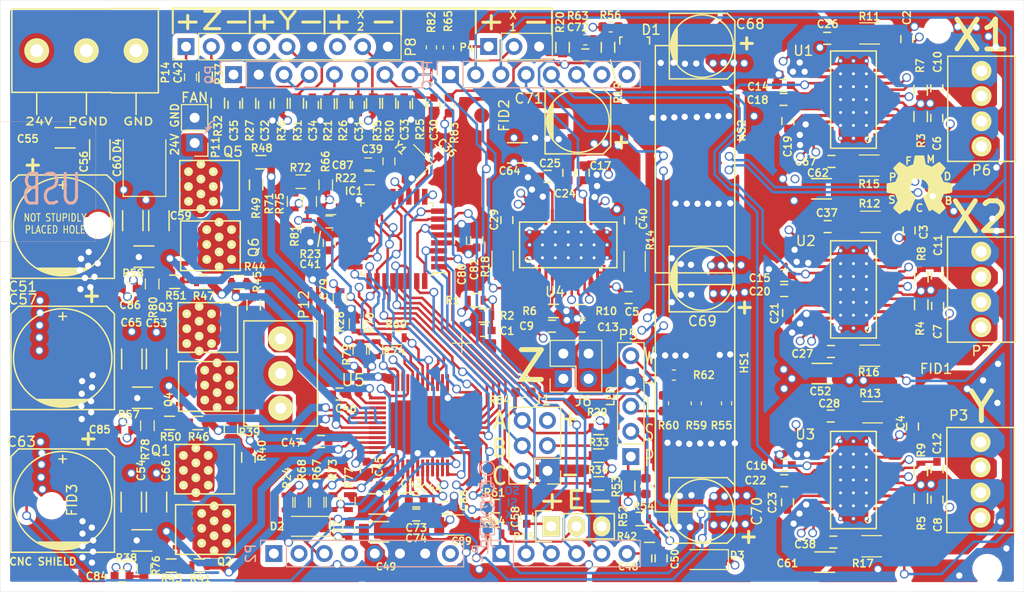
<source format=kicad_pcb>
(kicad_pcb (version 20240108) (generator "pcbnew") (generator_version "8.0")
  (layers (0 "F.Cu" power "Front.Cu") (1 "In1.Cu" signal "S1") (2 "In2.Cu" power "Power") (3 "In3.Cu" power "GND") (4 "In4.Cu" signal "S2") (31 "B.Cu" power "Back.Cu") (35 "F.Paste" user) (36 "B.SilkS" user "B.Silkscreen") (37 "F.SilkS" user "F.Silkscreen") (38 "B.Mask" user) (39 "F.Mask" user) (44 "Edge.Cuts" user))
  (net 0 "")
  (net 1 "+24V")
  (net 2 "/A5_PROBE")
  (net 3 "/D10_LIMIT_Y")
  (net 4 "/D11_SPIN_PWM")
  (net 5 "/D12_LIMIT_Z")
  (net 6 "/D2_STEP_X")
  (net 7 "/D5_DIR_X")
  (net 8 "/D6_DIR_Y")
  (net 9 "/D7_DIR_Z")
  (net 10 "/D8_STEP_EN_n")
  (net 11 "/GHAZ")
  (net 12 "/GHBZ")
  (net 13 "/GHCZ")
  (net 14 "/GLAZ")
  (net 15 "/GLBZ")
  (net 16 "/GLCZ")
  (net 17 "/HALL_A")
  (net 18 "/HALL_B")
  (net 19 "/HALL_C")
  (net 20 "/PHASE_A")
  (net 21 "/PHASE_B")
  (net 22 "/PHASE_C")
  (net 23 "/PI_PRB")
  (net 24 "/PI_YLIM")
  (net 25 "/PI_ZLIM")
  (net 26 "/PROBE_NOISY")
  (net 27 "/YLIM")
  (net 28 "/ZLIM")
  (net 29 "GND")
  (net 30 "VCC")
  (net 31 "/CA")
  (net 32 "/CC")
  (net 33 "/CB")
  (net 34 "/D13_SPIN_DIR")
  (net 35 "/GHA")
  (net 36 "/GLA")
  (net 37 "/GHB")
  (net 38 "/GLB")
  (net 39 "/GLC")
  (net 40 "/GHC")
  (net 41 "/D4_STEP_Z")
  (net 42 "/D3_STEP_Y")
  (net 43 "/DECAY")
  (net 44 "/X1_RCA")
  (net 45 "/X2_RCA")
  (net 46 "/Y_RCA")
  (net 47 "/Z_RCA")
  (net 48 "/X1_RCB")
  (net 49 "/X2_RCB")
  (net 50 "/Y_RCB")
  (net 51 "/Z_RCB")
  (net 52 "/X1_VGD")
  (net 53 "/X2_VGD")
  (net 54 "/Y_VGD")
  (net 55 "/Z_VGD")
  (net 56 "/X1_VCP")
  (net 57 "/X1_CP1")
  (net 58 "/X1_CP2")
  (net 59 "/X2_VCP")
  (net 60 "/X2_CP1")
  (net 61 "/X2_CP2")
  (net 62 "/Y_VCP")
  (net 63 "/Y_CP1")
  (net 64 "/Y_CP2")
  (net 65 "/Z_VCP")
  (net 66 "/Z_CP1")
  (net 67 "/Z_CP2")
  (net 68 "/Y_A1")
  (net 69 "/Y_A2")
  (net 70 "/Y_B1")
  (net 71 "/Y_B2")
  (net 72 "/Z_A1")
  (net 73 "/Z_A2")
  (net 74 "/Z_B1")
  (net 75 "/Z_B2")
  (net 76 "/X1_A1")
  (net 77 "/X1_A2")
  (net 78 "/X1_B1")
  (net 79 "/X1_B2")
  (net 80 "/X2_A1")
  (net 81 "/X2_A2")
  (net 82 "/X2_B1")
  (net 83 "/X2_B2")
  (net 84 "/X1_ISENB")
  (net 85 "/X2_ISENB")
  (net 86 "/Y_ISENB")
  (net 87 "/Z_ISENB")
  (net 88 "/X1_ISENA")
  (net 89 "/X2_ISENA")
  (net 90 "/Y_ISENA")
  (net 91 "/Z_ISENA")
  (net 92 "/2V5REF")
  (net 93 "Net-(D1-Pad3)")
  (net 94 "/ARD_UNDEF")
  (net 95 "/IOREF")
  (net 96 "/3V3")
  (net 97 "/ARD_VIN")
  (net 98 "Net-(P9-Pad1)")
  (net 99 "Net-(P10-Pad7)")
  (net 100 "Net-(P10-Pad8)")
  (net 101 "Net-(U1-Pad2)")
  (net 102 "Net-(U2-Pad2)")
  (net 103 "Net-(U3-Pad2)")
  (net 104 "Net-(U4-Pad2)")
  (net 105 "/BLAC_XTAL1")
  (net 106 "/BLAC_XTAL2")
  (net 107 "/BLAC_aRef")
  (net 108 "Net-(U5-Pad26)")
  (net 109 "/CSAM")
  (net 110 "/CSAP")
  (net 111 "/CSBM")
  (net 112 "/CSBP")
  (net 113 "/CSCM")
  (net 114 "/CSCP")
  (net 115 "/LSSA")
  (net 116 "/LSSB")
  (net 117 "/LSSC")
  (net 118 "/ISET_A")
  (net 119 "/ISET_B")
  (net 120 "/ISET_C")
  (net 121 "/CUR_A")
  (net 122 "/CUR_B")
  (net 123 "/CUR_C")
  (net 124 "/CP2")
  (net 125 "/CP1")
  (net 126 "/SPIN_PWM_to_Analog")
  (net 127 "/CHI")
  (net 128 "/CLO")
  (net 129 "/A4910Fault")
  (net 130 "/BLO")
  (net 131 "/ALO")
  (net 132 "/AHI")
  (net 133 "/BHI")
  (net 134 "/a4910_SCK")
  (net 135 "/a4910_SDI")
  (net 136 "/a4910_SDO")
  (net 137 "/a4910_STRn")
  (net 138 "/AVCC")
  (net 139 "/VREG")
  (net 140 "/VBRG")
  (net 141 "/D9_LIMIT_X2")
  (net 142 "/PI_X2LIM")
  (net 143 "/VREF_Steppers")
  (net 144 "/ESTOP_Filtered")
  (net 145 "/A3_64M1MISO")
  (net 146 "/A2_LIMIT_X1")
  (net 147 "/A4_SPINDLE_OVERLOAD")
  (net 148 "/Spindle_Wiper")
  (net 149 "/A1_Stepper_PMode")
  (net 150 "/RESET_328p")
  (net 151 "/X1LIM")
  (net 152 "/24V_LED")
  (net 153 "/5V_LED")
  (net 154 "/X2LIM")
  (net 155 "/ESTOP_n")
  (net 156 "Net-(IC1-Pad14)")
  (net 157 "/BLDC_En")
  (net 158 "/VREF_DIV")
  (net 159 "/A0_STEP_X1_EN")
  (footprint "Capacitors_SMD:C_0603" (layer "F.Cu") (at 143.6063 109.0928 180)
    (property "Reference" "C1")
    (property "Value" "220n")
  )
  (footprint "Capacitors_SMD:C_0603" (layer "F.Cu") (at 186.1566 79.7306 90)
    (property "Reference" "C2")
    (property "Value" "220n")
  )
  (footprint "Capacitors_SMD:C_0603" (layer "F.Cu") (at 186.3852 99.0219 90)
    (property "Reference" "C3")
    (property "Value" "220n")
  )
  (footprint "Capacitors_SMD:C_0603" (layer "F.Cu") (at 186.7281 118.7704 90)
    (property "Reference" "C4")
    (property "Value" "220n")
  )
  (footprint "Capacitors_SMD:C_0603" (layer "F.Cu") (at 158.14548 105.7783)
    (property "Reference" "C5")
    (property "Value" "220n")
  )
  (footprint "Capacitors_SMD:C_0603" (layer "F.Cu") (at 189.17158 87.68334 90)
    (property "Reference" "C6")
    (property "Value" "680p")
  )
  (footprint "Capacitors_SMD:C_0603" (layer "F.Cu") (at 189.26048 106.6292 90)
    (property "Reference" "C7")
    (property "Value" "680p")
  )
  (footprint "Capacitors_SMD:C_0603" (layer "F.Cu") (at 189.19444 126.14148 90)
    (property "Reference" "C8")
    (property "Value" "680p")
  )
  (footprint "Capacitors_SMD:C_0603" (layer "F.Cu") (at 150.43658 108.6612)
    (property "Reference" "C9")
    (property "Value" "680p")
  )
  (footprint "Capacitors_SMD:C_0603" (layer "F.Cu") (at 189.17158 84.68614 -90)
    (property "Reference" "C10")
    (property "Value" "680p")
  )
  (footprint "Capacitors_SMD:C_0603" (layer "F.Cu") (at 189.23508 103.5558 -90)
    (property "Reference" "C11")
    (property "Value" "680p")
  )
  (footprint "Capacitors_SMD:C_0603" (layer "F.Cu") (at 189.19444 123.08078 -90)
    (property "Reference" "C12")
    (property "Value" "680p")
  )
  (footprint "Capacitors_SMD:C_0603" (layer "F.Cu") (at 153.40838 108.6612 180)
    (property "Reference" "C13")
    (property "Value" "680p")
  )
  (footprint "Capacitors_SMD:C_0603" (layer "F.Cu") (at 173.736 84.3915 180)
    (property "Reference" "C14")
    (property "Value" "220n")
  )
  (footprint "Capacitors_SMD:C_0603" (layer "F.Cu") (at 173.81982 103.54818 180)
    (property "Reference" "C15")
    (property "Value" "220n")
  )
  (footprint "Capacitors_SMD:C_0603" (layer "F.Cu") (at 173.82744 122.64644 180)
    (property "Reference" "C16")
    (property "Value" "220n")
  )
  (footprint "Capacitors_SMD:C_0603" (layer "F.Cu") (at 153.57348 93.2053 90)
    (property "Reference" "C17")
    (property "Value" "220n")
  )
  (footprint "Capacitors_SMD:C_0603" (layer "F.Cu") (at 173.7487 85.8139 180)
    (property "Reference" "C18")
    (property "Value" "220n")
  )
  (footprint "Capacitors_SMD:C_0603" (layer "F.Cu") (at 174.1805 87.9983 -90)
    (property "Reference" "C19")
    (property "Value" "220n")
  )
  (footprint "Capacitors_SMD:C_0603" (layer "F.Cu") (at 173.80712 105.07218 180)
    (property "Reference" "C20")
    (property "Value" "220n")
  )
  (footprint "Capacitors_SMD:C_0603" (layer "F.Cu") (at 174.25162 107.33278 -90)
    (property "Reference" "C21")
    (property "Value" "220n")
  )
  (footprint "Capacitors_SMD:C_0603" (layer "F.Cu") (at 173.81474 124.23394 180)
    (property "Reference" "C22")
    (property "Value" "220n")
  )
  (footprint "Capacitors_SMD:C_0603" (layer "F.Cu") (at 174.14748 126.4158 -90)
    (property "Reference" "C23")
    (property "Value" "220n")
  )
  (footprint "Capacitors_SMD:C_0603" (layer "F.Cu") (at 152.12568 93.2053 90)
    (property "Reference" "C24")
    (property "Value" "220n")
  )
  (footprint "Capacitors_SMD:C_0603" (layer "F.Cu") (at 149.99208 93.5609 180)
    (property "Reference" "C25")
    (property "Value" "220n")
  )
  (footprint "Capacitors_SMD:C_0603" (layer "F.Cu") (at 178.1429 79.6544)
    (property "Reference" "C26")
    (property "Value" "220n")
  )
  (footprint "Capacitors_SMD:C_0603" (layer "F.Cu") (at 178.52644 111.2139)
    (property "Reference" "C27")
    (property "Value" "220n")
  )
  (footprint "Capacitors_SMD:C_0603" (layer "F.Cu") (at 178.4985 117.7163)
    (property "Reference" "C28")
    (property "Value" "220n")
  )
  (footprint "Capacitors_SMD:C_0603" (layer "F.Cu") (at 145.88998 97.9678 -90)
    (property "Reference" "C29")
    (property "Value" "220n")
  )
  (footprint "Capacitors_SMD:C_0603" (layer "F.Cu") (at 138.5443 86.3854 -90)
    (property "Reference" "C30")
    (property "Value" "220n")
  )
  (footprint "Capacitors_SMD:C_0603" (layer "F.Cu") (at 130.937 86.3727 -90)
    (property "Reference" "C31")
    (property "Value" "220n")
  )
  (footprint "Capacitors_SMD:C_0603" (layer "F.Cu") (at 121.4882 86.36 -90)
    (property "Reference" "C32")
    (property "Value" "220n")
  )
  (footprint "Capacitors_SMD:C_0603" (layer "F.Cu") (at 135.5471 86.36 -90)
    (property "Reference" "C33")
    (property "Value" "220n")
  )
  (footprint "Capacitors_SMD:C_0603" (layer "F.Cu") (at 126.3063 86.3628 -90)
    (property "Reference" "C34")
    (property "Value" "220n")
  )
  (footprint "Capacitors_SMD:C_0603" (layer "F.Cu") (at 118.4148 86.36 90)
    (property "Reference" "C35")
    (property "Value" "220n")
  )
  (footprint "Capacitors_SMD:C_0603" (layer "F.Cu") (at 178.181 98.6282)
    (property "Reference" "C37")
    (property "Value" "220n")
  )
  (footprint "Capacitors_SMD:C_0603" (layer "F.Cu") (at 178.7525 130.4163)
    (property "Reference" "C38")
    (property "Value" "220n")
  )
  (footprint "Capacitors_SMD:C_0603" (layer "F.Cu") (at 158.32328 98.0059 -90)
    (property "Reference" "C40")
    (property "Value" "220n")
  )
  (footprint "Capacitors_SMD:C_0603" (layer "F.Cu") (at 133.84784 124.68352 180)
    (property "Reference" "C43")
    (property "Value" "220n")
  )
  (footprint "Capacitors_SMD:C_1206" (layer "F.Cu") (at 132.9944 126.57328 180)
    (property "Reference" "C44")
    (property "Value" "10u")
  )
  (footprint "Capacitors_SMD:C_0603" (layer "F.Cu") (at 131.7463 123.0628 -90)
    (property "Reference" "C45")
    (property "Value" "33n")
  )
  (footprint "Capacitors_SMD:C_0603" (layer "F.Cu") (at 129.0363 115.5028)
    (property "Reference" "C46")
    (property "Value" "33n")
  )
  (footprint "Capacitors_SMD:C_0603" (layer "F.Cu") (at 159.8763 132.0628 90)
    (property "Reference" "C48")
    (property "Value" "33n")
  )
  (footprint "Capacitors_SMD:C_1206" (layer "F.Cu") (at 132.9963 129.3828)
    (property "Reference" "C49")
    (property "Value" "10u")
  )
  (footprint "Capacitors_SMD:C_0603" (layer "F.Cu") (at 161.4163 132.0528 90)
    (property "Reference" "C50")
    (property "Value" "33n")
  )
  (footprint "Capacitors_SMD:C_1206" (layer "F.Cu") (at 177.61458 113.4364)
    (property "Reference" "C52")
    (property "Value" "10u")
  )
  (footprint "Capacitors_SMD:C_1206" (layer "F.Cu") (at 110.617 111.9632 -90)
    (property "Reference" "C53")
    (property "Value" "10u")
  )
  (footprint "Capacitors_SMD:C_1206" (layer "F.Cu") (at 108.077 126.3904 -90)
    (property "Reference" "C54")
    (property "Value" "10u")
  )
  (footprint "Capacitors_SMD:c_elec_10x10.5" (layer "F.Cu") (at 101.1682 111.8616 90)
    (property "Reference" "C57")
    (property "Value" "330u")
  )
  (footprint "Capacitors_SMD:C_1206" (layer "F.Cu") (at 108.2294 98.0328 -90)
    (property "Reference" "C60")
    (property "Value" "10u")
  )
  (footprint "Capacitors_SMD:c_elec_10x10.5" (layer "F.Cu") (at 101.1682 126.238 90)
    (property "Reference" "C63")
    (property "Value" "330u")
  )
  (footprint "Capacitors_SMD:C_1206" (layer "F.Cu") (at 146.94408 91.1987)
    (property "Reference" "C64")
    (property "Value" "10u")
  )
  (footprint "Capacitors_SMD:C_1206" (layer "F.Cu") (at 108.1278 111.9632 -90)
    (property "Reference" "C65")
    (property "Value" "10u")
  )
  (footprint "Capacitors_SMD:C_1206" (layer "F.Cu") (at 110.617 126.3904 -90)
    (property "Reference" "C66")
    (property "Value" "10u")
  )
  (footprint "Capacitors_SMD:C_0603" (layer "F.Cu") (at 178.5747 92.0623)
    (property "Reference" "C67")
    (property "Value" "220n")
  )
  (footprint "Capacitors_SMD:C_0603" (layer "F.Cu") (at 136.7663 126.2888)
    (property "Reference" "C73")
    (property "Value" "220n")
  )
  (footprint "Capacitors_SMD:C_0603" (layer "F.Cu") (at 136.7663 127.6858)
    (property "Reference" "C74")
    (property "Value" "220n")
  )
  (footprint "Resistors_SMD:R_0603" (layer "F.Cu") (at 142.7463 106.0428)
    (property "Reference" "R1")
    (property "Value" "1.47k")
  )
  (footprint "Resistors_SMD:R_0603" (layer "F.Cu") (at 143.6163 107.5828 180)
    (property "Reference" "R2")
    (property "Value" "1.47k")
  )
  (footprint "Resistors_SMD:R_0603" (layer "F.Cu") (at 187.54852 87.5411 90)
    (property "Reference" "R3")
    (property "Value" "56k")
  )
  (footprint "Resistors_SMD:R_0603" (layer "F.Cu") (at 187.60948 106.5022 90)
    (property "Reference" "R4")
    (property "Value" "56k")
  )
  (footprint "Resistors_SMD:R_0603" (layer "F.Cu") (at 187.5663 126.02718 90)
    (property "Reference" "R5")
    (property "Value" "56k")
  )
  (footprint "Resistors_SMD:R_0603" (layer "F.Cu") (at 150.58263 107.13085)
    (property "Reference" "R6")
    (property "Value" "56k")
  )
  (footprint "Resistors_SMD:R_0603" (layer "F.Cu") (at 187.54852 84.8868 -90)
    (property "Reference" "R7")
    (property "Value" "56k")
  )
  (footprint "Resistors_SMD:R_0603" (layer "F.Cu") (at 187.62218 103.7082 -90)
    (property "Reference" "R8")
    (property "Value" "56k")
  )
  (footprint "Resistors_SMD:R_0603" (layer "F.Cu") (at 187.5663 123.22302 -90)
    (property "Reference" "R9")
    (property "Value" "56k")
  )
  (footprint "Resistors_SMD:R_0603" (layer "F.Cu") (at 153.24328 107.1499 180)
    (property "Reference" "R10")
    (property "Value" "56k")
  )
  (footprint "Resistors_SMD:R_0603" (layer "F.Cu") (at 156.0703 80.5688 90)
    (property "Reference" "R19")
    (property "Value" "1k")
  )
  (footprint "Resistors_SMD:R_0603" (layer "F.Cu") (at 151.4983 80.5688 -90)
    (property "Reference" "R20")
    (property "Value" "1.47k")
  )
  (footprint "Resistors_SMD:R_0603" (layer "F.Cu") (at 127.8509 86.2457 90)
    (property "Reference" "R21")
    (property "Value" "56k")
  )
  (footprint "Resistors_SMD:R_0603" (layer "F.Cu") (at 129.4638 86.233 90)
    (property "Reference" "R26")
    (property "Value" "1k")
  )
  (footprint "Resistors_SMD:R_0603" (layer "F.Cu") (at 119.9388 86.2076 90)
    (property "Reference" "R27")
    (property "Value" "1k")
  )
  (footprint "Resistors_SMD:R_0603" (layer "F.Cu") (at 134.0358 86.2076 -90)
    (property "Reference" "R30")
    (property "Value" "1k")
  )
  (footprint "Resistors_SMD:R_0603" (layer "F.Cu") (at 124.7394 86.2076 -90)
    (property "Reference" "R31")
    (property "Value" "1k")
  )
  (footprint "Resistors_SMD:R_0603" (layer "F.Cu") (at 116.7892 86.1822 -90)
    (property "Reference" "R32")
    (property "Value" "1k")
  )
  (footprint "Resistors_SMD:R_0603" (layer "F.Cu") (at 123.1138 86.2076 -90)
    (property "Reference" "R36")
    (property "Value" "DNP")
  )
  (footprint "Resistors_SMD:R_0603" (layer "F.Cu") (at 115.5563 83.5528 90)
    (property "Reference" "R37")
    (property "Value" "DNP")
  )
  (footprint "Resistors_SMD:R_0603" (layer "F.Cu") (at 118.11 119.0498 -90)
    (property "Reference" "R39")
    (property "Value" "47")
  )
  (footprint "Resistors_SMD:R_0603" (layer "F.Cu") (at 119.8663 121.8828 90)
    (property "Reference" "R40")
    (property "Value" "470k")
  )
  (footprint "Resistors_SMD:R_0603" (layer "F.Cu") (at 114.935 132.7912 180)
    (property "Reference" "R41")
    (property "Value" "47")
  )
  (footprint "Resistors_SMD:R_0603" (layer "F.Cu") (at 160.2463 129.7728)
    (property "Reference" "R42")
    (property "Value" "47")
  )
  (footprint "Resistors_SMD:R_0603" (layer "F.Cu") (at 112.0902 132.7912 180)
    (property "Reference" "R43")
    (property "Value" "470k")
  )
  (footprint "Resistors_SMD:R_0603" (layer "F.Cu") (at 118.9228 104.2416)
    (property "Reference" "R44")
    (property "Value" "47")
  )
  (footprint "Resistors_SMD:R_0603" (layer "F.Cu") (at 120.396 106.5276 90)
    (property "Reference" "R45")
    (property "Value" "470k")
  )
  (footprint "Resistors_SMD:R_0603" (layer "F.Cu") (at 114.7826 118.4148 180)
    (property "Reference" "R46")
    (property "Value" "47")
  )
  (footprint "Resistors_SMD:R_0603" (layer "F.Cu") (at 115.3922 104.1908 180)
    (property "Reference" "R47")
    (property "Value" "47")
  )
  (footprint "Resistors_SMD:R_0603" (layer "F.Cu") (at 121.1199 92.1385 180)
    (property "Reference" "R48")
    (property "Value" "47")
  )
  (footprint "Resistors_SMD:R_0603" (layer "F.Cu") (at 120.65 94.4245 90)
    (property "Reference" "R49")
    (property "Value" "470k")
  )
  (footprint "Resistors_SMD:R_0603" (layer "F.Cu") (at 111.9378 118.4148 180)
    (property "Reference" "R50")
    (property "Value" "470k")
  )
  (footprint "Resistors_SMD:R_0603" (layer "F.Cu") (at 112.4458 104.1908 180)
    (property "Reference" "R51")
    (property "Value" "470k")
  )
  (footprint "Resistors_SMD:R_0603" (layer "F.Cu") (at 159.3963 128.0928 180)
    (property "Reference" "R52")
    (property "Value" "47")
  )
  (footprint "Resistors_SMD:R_0603" (layer "F.Cu") (at 158.1023 124.7528 90)
    (property "Reference" "R53")
    (property "Value" "1.47k")
  )
  (footprint "DRV8818:DRV8818" (layer "F.Cu") (at 180.7845 86.1314 180)
    (property "Reference" "U1")
    (property "Value" "DRV8818" (hide yes))
  )
  (footprint "DRV8818:DRV8818" (layer "F.Cu") (at 180.7872 105.2576 180)
    (property "Reference" "U2")
    (property "Value" "DRV8818" (hide yes))
  )
  (footprint "DRV8818:DRV8818" (layer "F.Cu") (at 180.7821 124.46 180)
    (property "Reference" "U3")
    (property "Value" "DRV8818" (hide yes))
  )
  (footprint "DRV8818:DRV8818" (layer "F.Cu") (at 151.77008 100.4697 90)
    (property "Reference" "U4")
    (property "Value" "DRV8818" (hide yes))
  )
  (footprint "A3938:IRF5406" (layer "F.Cu") (at 114.3254 123.19 180)
    (property "Reference" "Q1")
    (property "Value" "IRF5406" (hide yes))
  )
  (footprint "A3938:IRF5406" (layer "F.Cu") (at 116.6622 129.032)
    (property "Reference" "Q2")
    (property "Value" "IRF5406" (hide yes))
  )
  (footprint "A3938:IRF5406" (layer "F.Cu") (at 114.6556 108.9152 180)
    (property "Reference" "Q3")
    (property "Value" "IRF5406" (hide yes))
  )
  (footprint "A3938:IRF5406" (layer "F.Cu") (at 116.967 114.6048)
    (property "Reference" "Q4")
    (property "Value" "IRF5406" (hide yes))
  )
  (footprint "A3938:IRF5406" (layer "F.Cu") (at 114.8334 94.5896 180)
    (property "Reference" "Q5")
    (property "Value" "IRF5406" (hide yes))
  )
  (footprint "A3938:IRF5406" (layer "F.Cu") (at 117.1702 100.4316)
    (property "Reference" "Q6")
    (property "Value" "IRF5406" (hide yes))
  )
  (footprint "Resistors_SMD:R_1206" (layer "F.Cu") (at 109.1946 115.8748)
    (property "Reference" "R57")
    (property "Value" ".005")
  )
  (footprint "Resistors_SMD:R_1206" (layer "F.Cu") (at 109.347 101.6508)
    (property "Reference" "R58")
    (property "Value" ".005")
  )
  (footprint "A3938:Pin_A98335-ND_1x04" (layer "F.Cu") (at 193.5861 127.9675 180)
    (property "Reference" "P3")
    (property "Value" "CONN_01X04")
  )
  (footprint "A3938:Pin_A98335-ND_1x04" (layer "F.Cu") (at 193.68008 90.55354 180)
    (property "Reference" "P6")
    (property "Value" "CONN_01X04")
  )
  (footprint "A3938:Pin_A98335-ND_1x04" (layer "F.Cu") (at 193.65214 108.77042 180)
    (property "Reference" "P7")
    (property "Value" "CONN_01X04")
  )
  (footprint "A3938:c_elec_493-3953-2-ND_6.3x7.7" (layer "F.Cu") (at 165.5445 80.4418)
    (property "Reference" "C68")
    (property "Value" "100u")
  )
  (footprint "A3938:c_elec_493-3953-2-ND_6.3x7.7" (layer "F.Cu") (at 165.5318 103.9114)
    (property "Reference" "C69")
    (property "Value" "100u")
  )
  (footprint "A3938:c_elec_493-3953-2-ND_6.3x7.7" (layer "F.Cu") (at 165.5318 127.2286)
    (property "Reference" "C70")
    (property "Value" "100u")
  )
  (footprint "A3938:c_elec_493-3953-2-ND_6.3x7.7" (layer "F.Cu") (at 153.04008 87.9983)
    (property "Reference" "C71")
    (property "Value" "100u")
  )
  (footprint "A3938:HeatSink" (layer "F.Cu") (at 160.8328 127.3683 90)
    (property "Reference" "HS1")
    (property "Value" "Heat_Sink")
  )
  (footprint "Capacitors_SMD:C_1206" (layer "F.Cu") (at 177.89398 132.4356)
    (property "Reference" "C61")
    (property "Value" "10u")
  )
  (footprint "Capacitors_SMD:C_1206" (layer "F.Cu") (at 177.5714 94.8182)
    (property "Reference" "C62")
    (property "Value" "10u")
  )
  (footprint "Custom Footprints:Pin_Header_277-1578-ND_3x01" (layer "F.Cu") (at 98.552 80.899 90)
    (property "Reference" "P14")
    (property "Value" "CONN_01X03")
  )
  (footprint "Custom Footprints:277-1722-ND" (layer "F.Cu") (at 123.1138 116.9289 180)
    (property "Reference" "P12")
    (property "Value" "CONN_01X03" (hide yes))
  )
  (footprint "Capacitors_SMD:C_0603" (layer "F.Cu") (at 129.9663 129.1428 90)
    (property "Reference" "C77")
    (property "Value" "220n")
  )
  (footprint "Resistors_SMD:R_0603" (layer "F.Cu") (at 144.6403 126.7968 180)
    (property "Reference" "R61")
    (property "Value" "1.47k")
  )
  (footprint "Housings_QFP:TQFP-32_7x7mm_Pitch0.8mm" (layer "F.Cu") (at 134.81812 99.87026 180)
    (property "Reference" "IC1")
    (property "Value" "ATMEGA16M1-A")
  )
  (footprint "Crystals:Crystal_SMD_2016-4pin_2.0x1.6mm" (layer "F.Cu") (at 136.6393 92.1258 135)
    (property "Reference" "Y1")
    (property "Value" "16M")
  )
  (footprint "Capacitors_SMD:C_0603" (layer "F.Cu") (at 107.1463 133.8028 180)
    (property "Reference" "C84")
    (property "Value" "680p")
  )
  (footprint "Capacitors_SMD:C_0603" (layer "F.Cu") (at 107.4263 119.1128 180)
    (property "Reference" "C85")
    (property "Value" "680p")
  )
  (footprint "Capacitors_SMD:C_0603" (layer "F.Cu") (at 107.87634 104.85882 180)
    (property "Reference" "C86")
    (property "Value" "680p")
  )
  (footprint "Resistors_SMD:R_0603" (layer "F.Cu") (at 127.6563 94.4128 -90)
    (property "Reference" "R66")
    (property "Value" "DNP")
  )
  (footprint "Resistors_SMD:R_0603" (layer "F.Cu") (at 126.7963 126.4128 -90)
    (property "Reference" "R67")
    (property "Value" "24.3k")
  )
  (footprint "Resistors_SMD:R_0603" (layer "F.Cu") (at 125.2363 126.4128 -90)
    (property "Reference" "R68")
    (property "Value" "47")
  )
  (footprint "Resistors_SMD:R_0603" (layer "F.Cu") (at 134.7963 109.8328 180)
    (property "Reference" "R69")
    (property "Value" "24.3k")
  )
  (footprint "Resistors_SMD:R_0603" (layer "F.Cu") (at 130.7063 108.4128 -90)
    (property "Reference" "R70")
    (property "Value" "47")
  )
  (footprint "Resistors_SMD:R_0603" (layer "F.Cu") (at 124.4663 96.0928 90)
    (property "Reference" "R71")
    (property "Value" "24.3k")
  )
  (footprint "Resistors_SMD:R_0603" (layer "F.Cu") (at 125.1463 94.1028)
    (property "Reference" "R72")
    (property "Value" "47")
  )
  (footprint "Resistors_SMD:R_0603" (layer "F.Cu") (at 128.3763 126.3928 90)
    (property "Reference" "R73")
    (property "Value" "24.3k")
  )
  (footprint "Resistors_SMD:R_0603" (layer "F.Cu") (at 132.7163 110.9828 -90)
    (property "Reference" "R74")
    (property "Value" "24.3k")
  )
  (footprint "Resistors_SMD:R_0603" (layer "F.Cu") (at 126.0363 96.1028 90)
    (property "Reference" "R75")
    (property "Value" "24.3k")
  )
  (footprint "Resistors_SMD:R_0603" (layer "F.Cu") (at 109.3563 133.1328 -90)
    (property "Reference" "R76")
    (property "Value" "1.47k")
  )
  (footprint "Resistors_SMD:R_0603" (layer "F.Cu") (at 129.9363 126.3928 -90)
    (property "Reference" "R77")
    (property "Value" "1.47k")
  )
  (footprint "Resistors_SMD:R_0603" (layer "F.Cu") (at 109.6963 118.6928 -90)
    (property "Reference" "R78")
    (property "Value" "1.47k")
  )
  (footprint "Resistors_SMD:R_0603" (layer "F.Cu") (at 131.0863 110.9928 90)
    (property "Reference" "R79")
    (property "Value" "1.47k")
  )
  (footprint "Resistors_SMD:R_0603" (layer "F.Cu") (at 110.17504 104.41432 -90)
    (property "Reference" "R80")
    (property "Value" "1.47k")
  )
  (footprint "Resistors_SMD:R_0603" (layer "F.Cu") (at 125.8063 98.7528 90)
    (property "Reference" "R81")
    (property "Value" "1.47k")
  )
  (footprint "Capacitors_SMD:C_0603" (layer "F.Cu") (at 138.4808 91.0463 -45)
    (property "Reference" "C36")
    (property "Value" "12p")
  )
  (footprint "Capacitors_SMD:C_0603" (layer "F.Cu") (at 134.0163 92.0528 90)
    (property "Reference" "C39")
    (property "Value" "12p")
  )
  (footprint "Capacitors_SMD:C_0603" (layer "F.Cu") (at 128.0163 98.1628 180)
    (property "Reference" "C41")
    (property "Value" "220n")
  )
  (footprint "Capacitors_SMD:C_0603" (layer "F.Cu") (at 128.0063 100.2728 -90)
    (property "Reference" "C79")
    (property "Value" "33n")
  )
  (footprint "Capacitors_SMD:C_0603" (layer "F.Cu") (at 141.224 100.00742 90)
    (property "Reference" "C80")
    (property "Value" "220n")
  )
  (footprint "Capacitors_SMD:C_0603" (layer "F.Cu") (at 142.8496 99.9871 90)
    (property "Reference" "C82")
    (property "Value" "220n")
  )
  (footprint "Capacitors_SMD:C_0603" (layer "F.Cu") (at 131.9163 92.3128 180)
    (property "Reference" "C87")
    (property "Value" "220n")
  )
  (footprint "Capacitors_SMD:C_0603" (layer "F.Cu") (at 139.6873 126.9238)
    (property "Reference" "C88")
    (property "Value" "220n")
  )
  (footprint "Capacitors_SMD:C_1206" (layer "F.Cu") (at 140.5763 128.7018)
    (property "Reference" "C89")
    (property "Value" "10u")
  )
  (footprint "A3938:SOT-23" (layer "F.Cu") (at 158.7563 80.18204)
    (property "Reference" "D1")
    (property "Value" "LM4040")
  )
  (footprint "ILTC:ILTC" (layer "F.Cu") (at 97.5663 125.5828 90)
    (property "Reference" "ILTC1" (hide yes))
    (property "Value" "0" (hide yes))
  )
  (footprint "Resistors_SMD:R_1206" (layer "F.Cu") (at 182.4101 79.1591 180)
    (property "Reference" "R11")
    (property "Value" "0.09")
  )
  (footprint "Resistors_SMD:R_1206" (layer "F.Cu") (at 182.499 98.1456 180)
    (property "Reference" "R12")
    (property "Value" "0.09")
  )
  (footprint "Resistors_SMD:R_1206" (layer "F.Cu") (at 182.7149 117.3353 180)
    (property "Reference" "R13")
    (property "Value" "0.09")
  )
  (footprint "Resistors_SMD:R_1206" (layer "F.Cu") (at 182.3593 92.4814 180)
    (property "Reference" "R15")
    (property "Value" "0.09")
  )
  (footprint "Resistors_SMD:R_1206" (layer "F.Cu") (at 182.4355 111.633 180)
    (property "Reference" "R16")
    (property "Value" "0.09")
  )
  (footprint "Resistors_SMD:R_1206" (layer "F.Cu") (at 182.62092 130.8354 180)
    (property "Reference" "R17")
    (property "Value" "0.09")
  )
  (footprint "Resistors_SMD:R_1206" (layer "F.Cu") (at 145.45818 102.0826 90)
    (property "Reference" "R18")
    (property "Value" "0.09")
  )
  (footprint "Resistors_SMD:R_0603" (layer "F.Cu") (at 132.0663 93.7328)
    (property "Reference" "R22")
    (property "Value" "56k")
  )
  (footprint "Resistors_SMD:R_0603" (layer "F.Cu") (at 128.1663 96.7428)
    (property "Reference" "R23")
    (property "Value" "47")
  )
  (footprint "Resistors_SMD:R_0603" (layer "F.Cu") (at 123.6663 126.4228 90)
    (property "Reference" "R24")
    (property "Value" "DNP")
  )
  (footprint "Connector_PinHeader_2.54mm:PinHeader_2x02_P2.54mm_Vertical" (layer "F.Cu") (at 151.5763 113.9628 90)
    (property "Reference" "J6")
    (property "Value" "Conn_02x02_Top_Bottom")
  )
  (footprint "Connector_PinHeader_2.54mm:PinHeader_1x03_P2.54mm_Vertical" (layer "F.Cu") (at 144.0563 80.4828 90)
    (property "Reference" "P4")
    (property "Value" "CONN_01X03")
  )
  (footprint "Resistor_SMD:R_0603_1608Metric" (layer "F.Cu") (at 159.8863 124.7803 90)
    (property "Reference" "R54")
    (property "Value" "1k")
  )
  (footprint "Resistor_SMD:R_0603_1608Metric" (layer "F.Cu") (at 156.3388 78.5028)
    (property "Reference" "R56")
    (property "Value" "1k")
  )
  (footprint "Resistor_SMD:R_0603_1608Metric" (layer "F.Cu") (at 162.6998 113.5888 180)
    (property "Reference" "R62")
    (property "Value" "DNP")
  )
  (footprint "Resistor_SMD:R_0603_1608Metric" (layer "F.Cu") (at 153.7843 79.8068 180)
    (property "Reference" "R63")
    (property "Value" "1k")
  )
  (footprint "Resistor_SMD:R_0603_1608Metric" (layer "F.Cu") (at 139.9963 80.5753 90)
    (property "Reference" "R65")
    (property "Value" "DNP")
  )
  (footprint "Resistor_SMD:R_0603_1608Metric" (layer "F.Cu") (at 138.2903 80.5688 90)
    (property "Reference" "R82")
    (property "Value" "1.47k")
  )
  (footprint "Resistor_SMD:R_0603_1608Metric" (layer "F.Cu") (at 140.1063 86.3953 90)
    (property "Reference" "R83")
    (property "Value" "1k")
  )
  (footprint "Resistor_SMD:R_0603_1608Metric" (layer "F.Cu") (at 147.5538 115.3228 180)
    (property "Reference" "R84")
    (property "Value" "1.47k")
  )
  (footprint "A3938:A4910-LQFP_48" (layer "F.Cu") (at 137.16 118.6434 90)
    (property "Reference" "U5")
    (property "Value" "A4910")
  )
  (footprint "Capacitors_SMD:C_0603" (layer "F.Cu") (at 114.0363 83.5628 -90)
    (property "Reference" "C42")
    (property "Value" "220n")
  )
  (footprint "Connector_PinHeader_2.54mm:PinHeader_1x05_P2.54mm_Vertical" (layer "F.Cu") (at 158.3663 121.8028 180)
    (property "Reference" "P5")
    (property "Value" "CONN_01X05")
  )
  (footprint "Capacitors_SMD:C_1206" (layer "F.Cu") (at 104.9063 90.8828 90)
    (property "Reference" "C56")
    (property "Value" "10u")
  )
  (footprint "Capacitors_SMD:C_0603" (layer "F.Cu") (at 153.7843 81.3308 180)
    (property "Reference" "C72")
    (property "Value" "220n")
  )
  (footprint "Resistor_SMD:R_0603_1608Metric" (layer "F.Cu") (at 161.6583 116.4273 90)
    (property "Reference" "R60")
    (property "Value" "1k")
  )
  (footprint "Resistor_SMD:R_0603_1608Metric" (layer "F.Cu") (at 164.9603 116.4348 90)
    (property "Reference" "R59")
    (property "Value" "1k")
  )
  (footprint "Resistor_SMD:R_0603_1608Metric" (layer "F.Cu") (at 168.0083 116.4273 90)
    (property "Reference" "R55")
    (property "Value" "1k")
  )
  (footprint "Capacitors_SMD:C_0603" (layer "F.Cu") (at 147.8863 127.8228 90)
    (property "Reference" "C58")
    (property "Value" "220n")
  )
  (footprint "Resistors_SMD:R_0603" (layer "F.Cu") (at 129.0863 105.8328 90)
    (property "Reference" "R28")
    (property "Value" "DNP")
  )
  (footprint "Resistors_SMD:R_0603" (layer "F.Cu") (at 144.6403 129.5908 180)
    (property "Reference" "R64")
    (property "Value" "47")
  )
  (footprint "Capacitors_SMD:C_0603" (layer "F.Cu") (at 127.1763 120.2828 180)
    (property "Reference" "C47")
    (property "Value" "33n")
  )
  (footprint "Resistors_SMD:R_0603" (layer "F.Cu") (at 155.1503 124.5008 180)
    (property "Reference" "R34")
    (property "Value" "1.47k")
  )
  (footprint "Resistors_SMD:R_0603" (layer "F.Cu") (at 155.1383 121.7068 180)
    (property "Reference" "R33")
    (property "Value" "1.47k")
  )
  (footprint "Resistors_SMD:R_0603" (layer "F.Cu") (at 155.1263 118.9128 180)
    (property "Reference" "R29")
    (property "Value" "1.47k")
  )
  (footprint "A3938:HeatSink" (layer "F.Cu") (at 160.8328 103.2891 90)
    (property "Reference" "HS2")
    (property "Value" "Heat_Sink")
  )
  (footprint "Resistors_SMD:R_1206" (layer "F.Cu") (at 158.75508 102.1334 90)
    (property "Reference" "R14")
    (property "Value" "0.09")
  )
  (footprint "Resistors_SMD:R_0603" (layer "F.Cu") (at 132.4356 86.2076 -90)
    (property "Reference" "R35")
    (property "Value" "DNP")
  )
  (footprint "Resistors_SMD:R_0603" (layer "F.Cu") (at 137.0584 86.233 90)
    (property "Reference" "R25")
    (property "Value" "1k")
  )
  (footprint "Connector_PinHeader_2.54mm:PinHeader_2x03_P2.54mm_Vertical" (layer "F.Cu") (at 149.9743 123.2408 180)
    (property "Reference" "J1")
    (property "Value" "Conn_02x03_Odd_Even")
  )
  (footprint "Symbol:OSHW-Symbol_6.7x6mm_SilkScreen" (layer "F.Cu") (at 187.4163 94.4328)
    (property "Reference" "REF**" (hide yes))
    (property "Value" "OSHW-Symbol_6.7x6mm_SilkScreen" (hide yes))
  )
  (footprint "Diode_SMD:D_SOD-123" (layer "F.Cu") (at 165.9463 132.1828 180)
    (property "Reference" "D3")
    (property "Value" "6V Zener")
  )
  (footprint "Diode_SMD:D_SOD-123" (layer "F.Cu") (at 125.8443 128.8288 180)
    (property "Reference" "D2")
    (property "Value" "6V Zener")
  )
  (footprint "MountingHole:MountingHole_2mm" (layer "F.Cu") (at 189.3563 78.9578)
    (property "Reference" "H1" (hide yes))
    (property "Value" "MountingHole")
  )
  (footprint "MountingHole:MountingHole_2mm" (layer "F.Cu") (at 104.7563 98.3828)
    (property "Reference" "H3" (hide yes))
    (property "Value" "MountingHole")
  )
  (footprint "MountingHole:MountingHole_2mm" (layer "F.Cu") (at 194.2563 133.1078)
    (property "Reference" "H4" (hide yes))
    (property "Value" "MountingHole")
  )
  (footprint "Connector_PinHeader_2.54mm:PinHeader_1x09_P2.54mm_Vertical" (layer "F.Cu") (at 113.5863 80.4928 90)
    (property "Reference" "P8")
    (property "Value" "CONN_9")
  )
  (footprint "Socket_Strips:Socket_Strip_Straight_1x03" (layer "F.Cu") (at 150.3563 128.8228)
    (property "Reference" "P15")
    (property "Value" "CONN_01X03")
  )
  (footprint "Connector_PinHeader_2.54mm:PinHeader_1x02_P2.54mm_Vertical" (layer "F.Cu") (at 114.4563 90.2028 180)
    (property "Reference" "P11")
    (property "Value" "CONN_2")
  )
  (footprint "Capacitors_SMD:c_elec_10x10.5" (layer "F.Cu") (at 101.1663 98.6328 90)
    (property "Reference" "C51")
    (property "Value" "330u")
  )
  (footprint "Diode_SMD:D_SMB" (layer "F.Cu") (at 109.4063 92.0328 90)
    (property "Reference" "D4")
    (property "Value" "D_Zener")
  )
  (footprint "Capacitors_SMD:C_1206" (layer "F.Cu") (at 110.8563 98.0328 -90)
    (property "Reference" "C59")
    (property "Value" "10u")
  )
  (footprint "Capacitors_SMD:C_1206" (layer "F.Cu") (at 101.4063 89.6828)
    (property "Reference" "C55")
    (property "Value" "10u")
  )
  (footprint "Resistors_SMD:R_1206" (layer "F.Cu") (at 109.1438 130.2512)
    (property "Reference" "R38")
    (property "Value" ".005")
  )
  (footprint "MountingHole:MountingHole_2mm" (layer "F.Cu") (at 100.0563 126.6328)
    (property "Reference" "H2" (hide yes))
    (property "Value" "MountingHole")
  )
  (footprint "Fiducial:Fiducial_1.5mm_Mask3mm" (layer "F.Cu") (at 189.1063 115.4328)
    (property "Reference" "FID1")
    (property "Value" "Fiducial")
  )
  (footprint "Fiducial:Fiducial_1.5mm_Mask3mm" (layer "F.Cu") (at 143.3563 87.4328)
    (property "Reference" "FID2")
    (property "Value" "Fiducial")
  )
  (footprint "Fiducial:Fiducial_1.5mm_Mask3mm" (layer "F.Cu") (at 104.3563 126.1828)
    (property "Reference" "FID3")
    (property "Value" "Fiducial")
  )
  (footprint "TestPoint:TestPoint_Pad_D1.0mm" (layer "B.Cu") (at 143.9418 126.9873)
    (property "Reference" "J2")
    (property "Value" "4910SCK")
  )
  (footprint "TestPoint:TestPoint_Pad_D1.0mm" (layer "B.Cu") (at 143.9418 124.9807)
    (property "Reference" "J3")
    (property "Value" "4910SDI")
  )
  (footprint "TestPoint:TestPoint_Pad_D1.0mm" (layer "B.Cu") (at 143.9363 122.9828)
    (property "Reference" "J4")
    (property "Value" "4910SDO")
  )
  (footprint "TestPoint:TestPoint_Pad_1.0x1.0mm" (layer "B.Cu") (at 143.9418 128.9939)
    (property "Reference" "J5")
    (property "Value" "4910STR")
  )
  (footprint "Connector_PinHeader_2.54mm:PinHeader_1x06_P2.54mm_Vertical" (layer "B.Cu") (at 145.2863 131.5728 -90)
    (property "Reference" "P1")
    (property "Value" "CONN_6")
  )
  (footprint "Connector_PinHeader_2.54mm:PinHeader_1x08_P2.54mm_Vertical" (layer "B.Cu") (at 122.4263 131.5728 -90)
    (property "Reference" "P2")
    (property "Value" "CONN_8")
  )
  (footprint "Connector_PinHeader_2.54mm:PinHeader_1x08_P2.54mm_Vertical" (layer "B.Cu") (at 118.3663 83.3128 -90)
    (property "Reference" "P9")
    (property "Value" "CONN_8")
  )
  (footprint "Connector_PinHeader_2.54mm:PinHeader_1x08_P2.54mm_Vertical" (layer "B.Cu") (at 140.2063 83.3128 -90)
    (property "Reference" "P10")
    (property "Value" "CONN_8")
  )
  (gr_line (start 116.0163 88.1828) (end 115.5063 89.1928) (stroke (width 0.15)) (layer "B.SilkS"))
  (gr_line (start 94.8817 100.1395) (end 104.4956 100.1395) (stroke (width 0.0254)) (layer "B.SilkS"))
  (gr_line (start 104.4956 88.0618) (end 94.8817 88.0618) (stroke (width 0.0254)) (layer "B.SilkS"))
  (gr_line (start 104.4956 100.1395) (end 104.4956 88.0618) (stroke (width 0.0254)) (layer "B.SilkS"))
  (gr_line (start 116.1363 88.5728) (end 115.5663 88.6928) (stroke (width 0.15)) (layer "B.SilkS"))
  (gr_line (start 115.5063 89.1928) (end 116.1363 88.5728) (stroke (width 0.15)) (layer "B.SilkS"))
  (gr_line (start 116.3463 87.9528) (end 116.0163 88.1828) (stroke (width 0.15)) (layer "B.SilkS"))
  (gr_line (start 126.8603 100.6348) (end 127.1143 99.1108) (stroke (width 0.15)) (layer "F.SilkS"))
  (gr_line (start 112.2553 76.6318) (end 150.3553 76.6318) (stroke (width 0.2)) (layer "F.SilkS"))
  (gr_line (start 112.2553 79.1718) (end 112.3823 79.1718) (stroke (width 0.0254)) (layer "F.SilkS"))
  (gr_line (start 150.4313 76.6328) (end 150.4313 79.2998) (stroke (width 0.2)) (layer "F.SilkS"))
  (gr_line (start 98.5563 85.1328) (end 98.5563 87.3328) (stroke (width 0.15)) (layer "F.SilkS"))
  (gr_line (start 108.5563 85.1328) (end 108.5563 87.3328) (stroke (width 0.15)) (layer "F.SilkS"))
  (gr_line (start 127.5263 79.2128) (end 127.5263 76.6728) (stroke (width 0.2)) (layer "F.SilkS"))
  (gr_line (start 103.5563 85.1328) (end 103.5563 87.3328) (stroke (width 0.15)) (layer "F.SilkS"))
  (gr_line (start 135.2423 76.6318) (end 135.2423 79.2988) (stroke (width 0.2)) (layer "F.SilkS"))
  (gr_line (start 137.0203 125.2728) (end 135.2423 125.5268) (stroke (width 0.15)) (layer "F.SilkS"))
  (gr_line (start 112.2553 76.6318) (end 112.2553 79.1718) (stroke (width 0.2)) (layer "F.SilkS"))
  (gr_line (start 142.7563 76.7198) (end 142.7563 79.1328) (stroke (width 0.2)) (layer "F.SilkS"))
  (gr_line (start 120.0023 76.6318) (end 120.0023 79.1718) (stroke (width 0.2)) (layer "F.SilkS"))
  (gr_line (start 156.8323 83.8708) (end 156.3243 81.8388) (stroke (width 0.15)) (layer "F.SilkS"))
  (gr_line (start 197.9549 135.4201) (end 94.869 135.4201) (stroke (width 0.0254)) (layer "Edge.Cuts"))
  (gr_line (start 197.9549 75.8063) (end 197.9549 135.4201) (stroke (width 0.0254)) (layer "Edge.Cuts"))
  (gr_line (start 94.869 135.4201) (end 94.869 75.8063) (stroke (width 0.0254)) (layer "Edge.Cuts"))
  (gr_line (start 94.869 75.8063) (end 197.9549 75.8063) (stroke (width 0.0254)) (layer "Edge.Cuts"))
  (gr_text "GrBLDCv3" (at 96.3803 133.9088 0) (layer "F.Cu") (effects (font (size 0.8 0.8)) (justify left)))
  (gr_text "RevC " (at 196.5063 132.8828 90) (layer "F.Cu") (effects (font (size 0.75 0.75) (thickness 0.1))))
  (gr_text "JTS" (at 131.5563 117.7328 0) (layer "B.Cu") (effects (font (size 1.5 1.5) (thickness 0.25)) (justify mirror)))
  (gr_text "SO\nSI\nCK\nST" (at 146.4183 127.0508 0) (layer "B.Cu") (effects (font (size 0.75 0.75)) (justify mirror)))
  (gr_text "USB" (at 100.0379 94.8817 0) (layer "B.SilkS") (effects (font (size 3 2) (thickness 0.3)) (justify mirror)))
  (gr_text "+" (at 103.7499 119.9173 0) (layer "F.SilkS") (effects (font (size 1.5 1.5) (thickness 0.3))))
  (gr_text "+" (at 104.0928 105.5282 0) (layer "F.SilkS") (effects (font (size 1.5 1.5) (thickness 0.3))))
  (gr_text "+" (at 169.8263 106.6728 0) (layer "F.SilkS") (effects (font (size 1.5 1.5) (thickness 0.3))))
  (gr_text "+" (at 170.0403 80.0608 0) (layer "F.SilkS") (effects (font (size 1.5 1.5) (thickness 0.3))))
  (gr_text "+Z-+Y-+ -" (at 112.1664 77.8891 0) (layer "F.SilkS") (effects (font (size 1.75 2.25) (thickness 0.3)) (justify left)))
  (gr_text "FAN" (at 114.4563 85.6328 0) (layer "F.SilkS") (effects (font (size 0.9906 0.9906) (thickness 0.1524))))
  (gr_text "+ -" (at 142.7313 77.9078 0) (layer "F.SilkS") (effects (font (size 1.75 2.25) (thickness 0.3)) (justify left)))
  (gr_text "+\n\n-" (at 152.2603 120.7008 0) (layer "F.SilkS") (effects (font (size 1.75 1.5) (thickness 0.25))))
  (gr_text "+E-" (at 148.8663 126.1728 0) (layer "F.SilkS") (effects (font (size 1.75 2.25) (thickness 0.3)) (justify left)))
  (gr_text "X1" (at 193.6496 79.3623 0) (layer "F.SilkS") (effects (font (size 3 3) (thickness 0.5))))
  (gr_text "P" (at 184.7263 93.6528 0) (layer "F.SilkS") (effects (font (size 0.75 0.75))))
  (gr_text "F" (at 186.3263 92.0228 0) (layer "F.SilkS") (effects (font (size 0.75 0.75))))
  (gr_text "M" (at 188.5663 91.8528 0) (layer "F.SilkS") (effects (font (size 0.75 0.75))))
  (gr_text "D" (at 190.2463 93.5728 0) (layer "F.SilkS") (effects (font (size 0.75 0.75))))
  (gr_text "B" (at 190.3563 96.0228 0) (layer "F.SilkS") (effects (font (size 0.75 0.75))))
  (gr_text "C" (at 187.4263 96.7528 0) (layer "F.SilkS") (effects (font (size 0.75 0.75))))
  (gr_text "CNC SHIELD" (at 99.1743 132.3848 0) (layer "F.SilkS") (effects (font (size 0.75 0.75))))
  (gr_text "+" (at 141.3563 110.1728 0) (layer "F.SilkS") (effects (font (size 2.5 2.5) (thickness 0.1))))
  (gr_text "24V GND" (at 112.4563 88.8328 90) (layer "F.SilkS") (effects (font (size 0.8 0.8))))
  (gr_text "NOT STUPIDLY\nPLACED HOLE" (at 100.4063 98.3328 0) (layer "F.SilkS") (effects (font (size 0.75 0.6) (thickness 0.1))))
  (gr_text "Z" (at 148.3563 112.6628 0) (layer "F.SilkS") (effects (font (size 3 3) (thickness 0.5))))
  (gr_text "W\n-\nL\nS\nP" (at 160.2363 116.8228 0) (layer "F.SilkS") (effects (font (size 1.6 1))))
  (gr_text "+" (at 170.2344 129.7979 0) (layer "F.SilkS") (effects (font (size 1.5 1.5) (thickness 0.3))))
  (gr_text "X\n2" (at 131.1663 77.8828 0) (layer "F.SilkS") (effects (font (size 0.75 0.75))))
  (gr_text "Y" (at 193.6623 116.8146 0) (layer "F.SilkS") (effects (font (size 3 3) (thickness 0.5))))
  (gr_text "A\nB\nC" (at 145.1483 120.9548 0) (layer "F.SilkS") (effects (font (size 1.75 1.5) (thickness 0.25))))
  (gr_text "+" (at 98.1563 92.3328 0) (layer "F.SilkS") (effects (font (size 1.5 1.5) (thickness 0.3))))
  (gr_text "X\n1" (at 146.5063 77.9328 0) (layer "F.SilkS") (effects (font (size 0.75 0.75))))
  (gr_text "LED" (at 156.3243 114.6048 90) (layer "F.SilkS") (effects (font (size 0.75 0.75)) (justify right)))
  (gr_text "24V  PGND  GND" (at 103.8563 88.0328 0) (layer "F.SilkS") (effects (font (size 0.75 1))))
  (gr_text "X2" (at 193.4718 97.663 0) (layer "F.SilkS") (effects (font (size 3 3) (thickness 0.5))))
  (gr_text "+" (at 157.42158 90.043 0) (layer "F.SilkS") (effects (font (size 1.5 1.5) (thickness 0.3))))
  (gr_text "S" (at 184.6463 95.9228 0) (layer "F.SilkS") (effects (font (size 0.75 0.75))))
  (segment (start 187.65774 90.15984) (end 187.62472 90.15984) (width 0.254) (layer "B.Cu") (net 0))
  (segment (start 147.43338 97.6697) (end 146.98148 97.2178) (width 0.254) (layer "F.Cu") (net 1))
  (segment (start 146.98148 97.2178) (end 145.88998 97.2178) (width 0.254) (layer "F.Cu") (net 1))
  (segment (start 101.6141 107.4152) (end 101.1682 107.8611) (width 0.254) (layer "F.Cu") (net 1))
  (segment (start 112.3729 122.2375) (end 113.3254 123.19) (width 0.254) (layer "F.Cu") (net 1))
  (segment (start 101.5873 93.9546) (end 101.219 93.5863) (width 0.254) (layer "F.Cu") (net 1))
  (segment (start 110.871 94.3102) (end 110.5154 93.9546) (width 0.254) (layer "F.Cu") (net 1))
  (segment (start 110.5154 93.9546) (end 108.4453 93.9546) (width 0.254) (layer "F.Cu") (net 1))
  (segment (start 113.8334 93.1846) (end 113.0634 93.9546) (width 0.254) (layer "F.Cu") (net 1))
  (segment (start 113.0634 92.9306) (end 112.0394 93.9546) (width 0.254) (layer "F.Cu") (net 1))
  (segment (start 112.0394 93.9546) (end 110.5154 93.9546) (width 0.254) (layer "F.Cu") (net 1))
  (segment (start 113.0634 94.6611) (end 112.3569 93.9546) (width 0.254) (layer "F.Cu") (net 1))
  (segment (start 112.3569 93.9546) (end 112.0394 93.9546) (width 0.254) (layer "F.Cu") (net 1))
  (segment (start 111.228 96.4946) (end 110.871 96.1376) (width 0.254) (layer "F.Cu") (net 1))
  (segment (start 114.5834 96.8396) (end 113.8334 96.0896) (width 0.254) (layer "F.Cu") (net 1))
  (segment (start 114.5834 95.3396) (end 113.8334 94.5896) (width 0.254) (layer "F.Cu") (net 1))
  (segment (start 114.3334 93.0896) (end 115.0834 92.3396) (width 0.254) (layer "F.Cu") (net 1))
  (segment (start 115.5834 92.3396) (end 116.3334 93.0896) (width 0.254) (layer "F.Cu") (net 1))
  (segment (start 115.8334 96.0896) (end 115.0834 96.8396) (width 0.254) (layer "F.Cu") (net 1))
  (segment (start 115.8334 96.0896) (end 115.0834 95.3396) (width 0.254) (layer "F.Cu") (net 1))
  (segment (start 101.5097 93.2956) (end 101.219 93.5863) (width 0.254) (layer "F.Cu") (net 1))
  (segment (start 110.665 110.4152) (end 110.617 110.4632) (width 0.254) (layer "F.Cu") (net 1))
  (segment (start 108.077 122.5677) (end 108.4072 122.2375) (width 0.254) (layer "F.Cu") (net 1))
  (segment (start 108.4072 122.2375) (end 111.0107 122.2375) (width 0.254) (layer "F.Cu") (net 1))
  (segment (start 110.617 122.6312) (end 111.0107 122.2375) (width 0.254) (layer "F.Cu") (net 1))
  (segment (start 111.0107 122.2375) (end 112.3729 122.2375) (width 0.254) (layer "F.Cu") (net 1))
  (segment (start 108.1278 108.0135) (end 108.7261 107.4152) (width 0.254) (layer "F.Cu") (net 1))
  (segment (start 108.7261 107.4152) (end 101.6141 107.4152) (width 0.254) (layer "F.Cu") (net 1))
  (segment (start 112.5347 107.4152) (end 108.7261 107.4152) (width 0.254) (layer "F.Cu") (net 1))
  (segment (start 112.5347 107.3611) (end 112.8856 107.0102) (width 0.254) (layer "F.Cu") (net 1))
  (segment (start 114.4056 106.6652) (end 113.6556 107.4152) (width 0.254) (layer "F.Cu") (net 1))
  (segment (start 114.1556 110.4152) (end 114.9056 109.6652) (width 0.254) (layer "F.Cu") (net 1))
  (segment (start 115.4056 111.1652) (end 116.1556 110.4152) (width 0.254) (layer "F.Cu") (net 1))
  (segment (start 115.6556 107.4152) (end 114.9056 106.6652) (width 0.254) (layer "F.Cu") (net 1))
  (segment (start 114.4056 109.6652) (end 113.6556 108.9152) (width 0.254) (layer "F.Cu") (net 1))
  (segment (start 100.2284 93.5863) (end 97.3455 96.4692) (width 0.254) (layer "F.Cu") (net 1))
  (segment (start 97.3455 96.4692) (end 97.3455 104.0384) (width 0.254) (layer "F.Cu") (net 1))
  (segment (start 97.3455 104.0384) (end 101.1682 107.8611) (width 0.254) (layer "F.Cu") (net 1))
  (segment (start 101.0031 107.8611) (end 97.155 111.7092) (width 0.254) (layer "F.Cu") (net 1))
  (segment (start 97.155 111.7092) (end 97.155 118.2243) (width 0.254) (layer "F.Cu") (net 1))
  (segment (start 97.155 118.2243) (end 101.1682 122.2375) (width 0.254) (layer "F.Cu") (net 1))
  (segment (start 112.9204 125.095) (end 113.3254 124.69) (width 0.254) (layer "F.Cu") (net 1))
  (segment (start 115.6556 107.4152) (end 114.9056 108.1652) (width 0.254) (layer "F.Cu") (net 1))
  (segment (start 157.90948 97.6697) (end 158.32328 97.2559) (width 0.254) (layer "F.Cu") (net 1))
  (segment (start 145.88998 91.6446) (end 145.44408 91.1987) (width 0.508) (layer "F.Cu") (net 1))
  (segment (start 177.9845 80.246) (end 177.3929 79.6544) (width 0.254) (layer "F.Cu") (net 1))
  (segment (start 177.5045 81.5814) (end 176.3649 80.4418) (width 0.254) (layer "F.Cu") (net 1))
  (segment (start 176.3649 80.4418) (end 168.29532 80.4418) (width 0.254) (layer "F.Cu") (net 1))
  (segment (start 177.8247 90.1912) (end 177.9845 90.0314) (width 0.254) (layer "F.Cu") (net 1))
  (segment (start 177.8247 93.0649) (end 176.0714 94.8182) (width 0.254) (layer "F.Cu") (net 1))
  (segment (start 176.0714 97.2686) (end 177.431 98.6282) (width 0.254) (layer "F.Cu") (net 1))
  (segment (start 172.1231 85.8139) (end 171.5516 85.2424) (width 0.254) (layer "F.Cu") (net 1))
  (segment (start 170.9293 84.6201) (end 170.9293 83.07578) (width 0.254) (layer "F.Cu") (net 1))
  (segment (start 170.9293 83.07578) (end 168.29532 80.4418) (width 0.254) (layer "F.Cu") (net 1))
  (segment (start 171.5516 85.2424) (end 170.9293 84.6201) (width 0.254) (layer "F.Cu") (net 1))
  (segment (start 168.28262 103.76408) (end 174.7781 97.2686) (width 0.254) (layer "F.Cu") (net 1))
  (segment (start 174.7781 97.2686) (end 176.0714 97.2686) (width 0.254) (layer "F.Cu") (net 1))
  (segment (start 158.32328 96.0501) (end 157.09138 94.8182) (width 0.254) (layer "F.Cu") (net 1))
  (segment (start 157.09138 94.8182) (end 157.09138 89.29878) (width 0.254) (layer "F.Cu") (net 1))
  (segment (start 157.09138 89.29878) (end 155.7909 87.9983) (width 0.254) (layer "F.Cu") (net 1))
  (segment (start 145.44408 88.5077) (end 148.20138 85.7504) (width 0.254) (layer "F.Cu") (net 1))
  (segment (start 155.7909 87.9983) (end 153.543 85.7504) (width 0.254) (layer "F.Cu") (net 1))
  (segment (start 177.77644 109.36836) (end 177.9872 109.1576) (width 0.254) (layer "F.Cu") (net 1))
  (segment (start 177.77644 111.45082) (end 176.11458 113.11268) (width 0.254) (layer "F.Cu") (net 1))
  (segment (start 176.11458 113.11268) (end 176.11458 113.4364) (width 0.254) (layer "F.Cu") (net 1))
  (segment (start 177.9872 100.27082) (end 177.431 99.71462) (width 0.254) (layer "F.Cu") (net 1))
  (segment (start 177.431 99.71462) (end 177.431 98.6282) (width 0.254) (layer "F.Cu") (net 1))
  (segment (start 169.4434 105.07218) (end 168.28262 103.9114) (width 0.254) (layer "F.Cu") (net 1))
  (segment (start 175.66132 113.4364) (end 171.17568 108.95076) (width 0.254) (layer "F.Cu") (net 1))
  (segment (start 171.17568 108.95076) (end 171.17568 105.20172) (width 0.254) (layer "F.Cu") (net 1))
  (segment (start 178.0025 128.3804) (end 177.9821 128.36) (width 0.254) (layer "F.Cu") (net 1))
  (segment (start 177.9821 117.9499) (end 177.7485 117.7163) (width 0.254) (layer "F.Cu") (net 1))
  (segment (start 177.32502 117.7163) (end 176.11458 116.50586) (width 0.254) (layer "F.Cu") (net 1))
  (segment (start 176.11458 116.50586) (end 176.11458 113.4364) (width 0.254) (layer "F.Cu") (net 1))
  (segment (start 171.05376 124.45746) (end 168.28262 127.2286) (width 0.254) (layer "F.Cu") (net 1))
  (segment (start 171.27728 124.23394) (end 171.05376 124.45746) (width 0.254) (layer "F.Cu") (net 1))
  (segment (start 178.0025 130.82708) (end 176.39398 132.4356) (width 0.254) (layer "F.Cu") (net 1))
  (segment (start 173.48962 132.4356) (end 168.28262 127.2286) (width 0.254) (layer "F.Cu") (net 1))
  (segment (start 101.219 93.3196) (end 98.9062 91.0068) (width 0.508) (layer "F.Cu") (net 1))
  (segment (start 98.9062 91.0068) (end 98.9062 88.0237) (width 0.508) (layer "F.Cu") (net 1))
  (segment (start 98.9062 81.2532) (end 98.552 80.899) (width 0.508) (layer "F.Cu") (net 1))
  (segment (start 152.12568 91.66352) (end 155.7909 87.9983) (width 0.508) (layer "F.Cu") (net 1))
  (segment (start 155.7909 89.14638) (end 154.66568 90.2716) (width 0.508) (layer "F.Cu") (net 1))
  (segment (start 155.7909 90.22588) (end 155.78328 90.2335) (width 0.508) (layer "F.Cu") (net 1))
  (segment (start 155.7909 89.14892) (end 157.09138 90.4494) (width 0.508) (layer "F.Cu") (net 1))
  (segment (start 167.8559 103.9114) (end 166.4843 102.5398) (width 0.508) (layer "F.Cu") (net 1))
  (segment (start 168.28262 103.36022) (end 167.4622 102.5398) (width 0.762) (layer "F.Cu") (net 1))
  (segment (start 168.28262 102.68458) (end 168.4274 102.5398) (width 0.762) (layer "F.Cu") (net 1))
  (segment (start 168.28262 103.68788) (end 169.4688 102.5017) (width 0.762) (layer "F.Cu") (net 1))
  (segment (start 168.1607 103.9114) (end 166.6875 105.3846) (width 0.762) (layer "F.Cu") (net 1))
  (segment (start 168.28262 104.76738) (end 167.7289 105.3211) (width 0.762) (layer "F.Cu") (net 1))
  (segment (start 168.28262 104.84612) (end 168.7576 105.3211) (width 0.762) (layer "F.Cu") (net 1))
  (segment (start 168.4909 103.9114) (end 169.8244 105.2449) (width 0.762) (layer "F.Cu") (net 1))
  (segment (start 168.148 127.2286) (end 166.7256 125.8062) (width 0.762) (layer "F.Cu") (net 1))
  (segment (start 168.28262 126.27102) (end 167.8178 125.8062) (width 0.762) (layer "F.Cu") (net 1))
  (segment (start 168.28262 126.40818) (end 168.9481 125.7427) (width 0.762) (layer "F.Cu") (net 1))
  (segment (start 170.0403 125.73) (end 168.5417 127.2286) (width 0.762) (layer "F.Cu") (net 1))
  (segment (start 168.1734 127.2286) (end 166.7256 128.6764) (width 0.762) (layer "F.Cu") (net 1))
  (segment (start 168.28262 128.13538) (end 167.7416 128.6764) (width 0.762) (layer "F.Cu") (net 1))
  (segment (start 168.28262 128.11252) (end 168.8084 128.6383) (width 0.762) (layer "F.Cu") (net 1))
  (segment (start 168.5163 127.2286) (end 169.8879 128.6002) (width 0.762) (layer "F.Cu") (net 1))
  (segment (start 100.6602 107.8611) (end 98.8822 106.0831) (width 0.508) (layer "F.Cu") (net 1))
  (segment (start 99.441 107.8611) (end 98.8949 107.315) (width 0.508) (layer "F.Cu") (net 1))
  (segment (start 99.5553 107.8611) (end 98.8441 108.5723) (width 0.508) (layer "F.Cu") (net 1))
  (segment (start 100.7618 107.8611) (end 98.8187 109.8042) (width 0.508) (layer "F.Cu") (net 1))
  (segment (start 101.1682 108.7755) (end 98.8187 111.125) (width 0.508) (layer "F.Cu") (net 1))
  (segment (start 100.8507 122.2375) (end 98.933 120.3198) (width 0.508) (layer "F.Cu") (net 1))
  (segment (start 99.8474 122.2375) (end 99.06 121.4501) (width 0.508) (layer "F.Cu") (net 1))
  (segment (start 99.3902 122.2375) (end 99.0346 122.5931) (width 0.508) (layer "F.Cu") (net 1))
  (segment (start 100.6475 122.2375) (end 98.9965 123.8885) (width 0.508) (layer "F.Cu") (net 1))
  (segment (start 101.1682 123.0503) (end 99.1235 125.095) (width 0.508) (layer "F.Cu") (net 1))
  (segment (start 157.68828 97.6697) (end 157.90948 97.6697) (width 0.254) (layer "F.Cu") (net 1))
  (segment (start 157.68828 97.5995) (end 156.96438 96.8756) (width 0.508) (layer "F.Cu") (net 1))
  (segment (start 168.29532 80.52308) (end 166.6494 82.169) (width 0.508) (layer "F.Cu") (net 1))
  (segment (start 168.29532 81.55178) (end 167.7162 82.1309) (width 0.508) (layer "F.Cu") (net 1))
  (segment (start 168.29532 81.69402) (end 168.7322 82.1309) (width 0.508) (layer "F.Cu") (net 1))
  (segment (start 168.29532 80.67802) (end 169.7863 82.169) (width 0.508) (layer "F.Cu") (net 1))
  (segment (start 177.9845 81.1597) (end 177.4063 80.5815) (width 0.1524) (layer "F.Cu") (net 1))
  (segment (start 175.0949 113.4364) (end 174.5869 113.9444) (width 0.254) (layer "F.Cu") (net 1))
  (segment (start 174.5869 113.8428) (end 173.7614 113.0173) (width 0.254) (layer "F.Cu") (net 1))
  (segment (start 174.5869 114.173) (end 173.7995 114.9604) (width 0.254) (layer "F.Cu") (net 1))
  (segment (start 138.6713 126.6578) (end 138.9373 126.9238) (width 0.254) (layer "F.Cu") (net 1))
  (segment (start 139.0763 127.0628) (end 138.9373 126.9238) (width 0.508) (layer "F.Cu") (net 1))
  (segment (start 138.4863 125.7728) (end 138.4863 126.4728) (width 0.254) (layer "F.Cu") (net 1))
  (segment (start 138.9373 126.9238) (end 138.4863 126.4728) (width 0.254) (layer "F.Cu") (net 1))
  (segment (start 137.41 124.6965) (end 137.4763 124.7628) (width 0.254) (layer "F.Cu") (net 1))
  (segment (start 106.8481 93.9546) (end 101.5873 93.9546) (width 0.254) (layer "F.Cu") (net 1))
  (segment (start 114.9056 109.6652) (end 114.4056 109.6652) (width 0.254) (layer "F.Cu") (net 1))
  (segment (start 116.1556 107.4152) (end 115.6556 107.4152) (width 0.254) (layer "F.Cu") (net 1))
  (segment (start 101.219 93.5863) (end 100.2284 93.5863) (width 0.254) (layer "F.Cu") (net 1))
  (segment (start 171.05376 120.42648) (end 171.05376 124.45746) (width 0.254) (layer "F.Cu") (net 1))
  (segment (start 112.8856 109.5502) (end 112.8856 108.2802) (width 0.254) (layer "F.Cu") (net 1))
  (segment (start 115.0834 92.3396) (end 115.5834 92.3396) (width 0.254) (layer "F.Cu") (net 1))
  (segment (start 145.44408 91.1987) (end 145.44408 89.3304) (width 0.508) (layer "F.Cu") (net 1))
  (segment (start 158.32328 96.1771) (end 158.32328 96.0501) (width 0.254) (layer "F.Cu") (net 1))
  (segment (start 145.88998 97.2178) (end 145.88998 91.6446) (width 0.508) (layer "F.Cu") (net 1))
  (segment (start 168.28262 103.9114) (end 168.28262 103.76408) (width 0.254) (layer "F.Cu") (net 1))
  (segment (start 101.1682 122.2375) (end 108.4072 122.2375) (width 0.254) (layer "F.Cu") (net 1))
  (segment (start 156.32008 97.6697) (end 157.68828 97.6697) (width 0.254) (layer "F.Cu") (net 1))
  (segment (start 108.077 123.4821) (end 108.077 122.5677) (width 0.254) (layer "F.Cu") (net 1))
  (segment (start 177.8247 92.0623) (end 176.9618 92.0623) (width 0.254) (layer "F.Cu") (net 1))
  (segment (start 176.0009 94.8182) (end 174.8063 96.0128) (width 0.508) (layer "F.Cu") (net 1))
  (segment (start 113.0634 93.9546) (end 112.3569 93.9546) (width 0.254) (layer "F.Cu") (net 1))
  (segment (start 113.8334 94.5896) (end 113.8334 93.0896) (width 0.254) (layer "F.Cu") (net 1))
  (segment (start 116.1556 108.9152) (end 116.1556 107.4152) (width 0.254) (layer "F.Cu") (net 1))
  (segment (start 174.5869 113.9444) (end 174.5869 114.173) (width 0.254) (layer "F.Cu") (net 1))
  (segment (start 113.6556 110.4152) (end 114.1556 110.4152) (width 0.254) (layer "F.Cu") (net 1))
  (segment (start 168.28262 103.9114) (end 168.28262 104.76738) (width 0.762) (layer "F.Cu") (net 1))
  (segment (start 116.1556 110.4152) (end 116.1556 108.9152) (width 0.254) (layer "F.Cu") (net 1))
  (segment (start 177.7485 117.7163) (end 177.265 117.2328) (width 0.254) (layer "F.Cu") (net 1))
  (segment (start 110.6662 95.9328) (end 109.5563 95.9328) (width 0.508) (layer "F.Cu") (net 1))
  (segment (start 173.7995 114.9604) (end 168.6877 114.9604) (width 0.254) (layer "F.Cu") (net 1))
  (segment (start 101.1682 107.8611) (end 100.7618 107.8611) (width 0.508) (layer "F.Cu") (net 1))
  (segment (start 176.4413 92.5828) (end 173.9644 92.5828) (width 0.254) (layer "F.Cu") (net 1))
  (segment (start 104.9063 92.3828) (end 107.6063 92.3828) (width 0.508) (layer "F.Cu") (net 1))
  (segment (start 176.0714 94.8182) (end 176.0714 97.2686) (width 0.254) (layer "F.Cu") (net 1))
  (segment (start 177.9845 81.5814) (end 177.9845 81.1597) (width 0.1524) (layer "F.Cu") (net 1))
  (segment (start 103.5058 92.3828) (end 101.2563 94.6323) (width 0.508) (layer "F.Cu") (net 1))
  (segment (start 112.5554 125.095) (end 112.9204 125.095) (width 0.254) (layer "F.Cu") (net 1))
  (segment (start 112.5347 107.4152) (end 112.5347 107.3611) (width 0.254) (layer "F.Cu") (net 1))
  (segment (start 168.28262 103.9114) (end 168.1607 103.9114) (width 0.762) (layer "F.Cu") (net 1))
  (segment (start 113.6556 110.4152) (end 110.665 110.4152) (width 0.254) (layer "F.Cu") (net 1))
  (segment (start 113.0634 95.2246) (end 113.0634 94.6611) (width 0.254) (layer "F.Cu") (net 1))
  (segment (start 139.0763 128.7018) (end 139.6073 128.7018) (width 0.508) (layer "F.Cu") (net 1))
  (segment (start 110.871 96.1376) (end 110.871 94.3102) (width 0.254) (layer "F.Cu") (net 1))
  (segment (start 168.28262 103.9114) (end 168.28262 103.36022) (width 0.762) (layer "F.Cu") (net 1))
  (segment (start 108.4453 93.9546) (end 106.8481 93.9546) (width 0.254) (layer "F.Cu") (net 1))
  (segment (start 101.1682 107.8611) (end 100.6602 107.8611) (width 0.508) (layer "F.Cu") (net 1))
  (segment (start 109.4063 94.1828) (end 109.5313 94.1828) (width 0.508) (layer "F.Cu") (net 1))
  (segment (start 116.3334 96.0896) (end 115.8334 96.0896) (width 0.254) (layer "F.Cu") (net 1))
  (segment (start 173.6663 94.234396) (end 173.6663 93.8128) (width 0.254) (layer "F.Cu") (net 1))
  (segment (start 110.617 110.4632) (end 110.617 109.2835) (width 0.508) (layer "F.Cu") (net 1))
  (segment (start 177.8247 92.0623) (end 177.8247 93.0649) (width 0.1524) (layer "F.Cu") (net 1))
  (segment (start 168.28262 127.2286) (end 168.28262 126.40818) (width 0.762) (layer "F.Cu") (net 1))
  (segment (start 177.9872 100.7076) (end 177.9872 100.27082) (width 0.254) (layer "F.Cu") (net 1))
  (segment (start 114.5754 120.94) (end 114.5754 122.44) (width 0.254) (layer "F.Cu") (net 1))
  (segment (start 145.6222 91.1987) (end 146.6063 92.1828) (width 0.508) (layer "F.Cu") (net 1))
  (segment (start 108.4563 96.5328) (end 109.0563 95.9328) (width 0.254) (layer "F.Cu") (net 1))
  (segment (start 177.77644 111.2139) (end 177.77644 109.36836) (width 0.254) (layer "F.Cu") (net 1))
  (segment (start 101.219 93.5863) (end 101.219 93.3196) (width 0.508) (layer "F.Cu") (net 1))
  (segment (start 98.9062 87.6727) (end 98.9062 81.2532) (width 0.508) (layer "F.Cu") (net 1))
  (segment (start 114.9056 108.1652) (end 114.9056 109.6652) (width 0.254) (layer "F.Cu") (net 1))
  (segment (start 145.44408 88.5077) (end 145.44408 91.1987) (width 0.254) (layer "F.Cu") (net 1))
  (segment (start 110.617 123.4821) (end 110.617 122.6312) (width 0.254) (layer "F.Cu") (net 1))
  (segment (start 101.1682 107.8611) (end 99.441 107.8611) (width 0.508) (layer "F.Cu") (net 1))
  (segment (start 176.0714 94.8182) (end 175.8568 95.0328) (width 0.254) (layer "F.Cu") (net 1))
  (segment (start 168.28262 127.2286) (end 168.5417 127.2286) (width 0.762) (layer "F.Cu") (net 1))
  (segment (start 113.0634 92.6846) (end 113.0634 92.9306) (width 0.254) (layer "F.Cu") (net 1))
  (segment (start 168.29532 80.4418) (end 168.29532 81.55178) (width 0.508) (layer "F.Cu") (net 1))
  (segment (start 168.28262 103.9114) (end 167.8559 103.9114) (width 0.508) (layer "F.Cu") (net 1))
  (segment (start 114.9056 111.1652) (end 115.4056 111.1652) (width 0.254) (layer "F.Cu") (net 1))
  (segment (start 108.2294 96.0868) (end 108.2294 95.8359) (width 0.508) (layer "F.Cu") (net 1))
  (segment (start 115.0834 96.8396) (end 114.5834 96.8396) (width 0.254) (layer "F.Cu") (net 1))
  (segment (start 110.871 96.1376) (end 110.6662 95.9328) (width 0.508) (layer "F.Cu") (net 1))
  (segment (start 109.0563 95.9328) (end 109.5563 95.9328) (width 0.254) (layer "F.Cu") (net 1))
  (segment (start 101.1682 107.8611) (end 99.5553 107.8611) (width 0.508) (layer "F.Cu") (net 1))
  (segment (start 101.1682 107.8611) (end 101.1682 108.7755) (width 0.508) (layer "F.Cu") (net 1))
  (segment (start 109.5313 94.1828) (end 113.5113 90.2028) (width 0.508) (layer "F.Cu") (net 1))
  (segment (start 176.39398 132.4356) (end 173.48962 132.4356) (width 0.254) (layer "F.Cu") (net 1))
  (segment (start 174.24744 117.2328) (end 171.05376 120.42648) (width 0.254) (layer "F.Cu") (net 1))
  (segment (start 155.7909 87.9983) (end 155.7909 90.22588) (width 0.508) (layer "F.Cu") (net 1))
  (segment (start 101.1682 107.8611) (end 101.0031 107.8611) (width 0.254) (layer "F.Cu") (net 1))
  (segment (start 148.20138 85.7504) (end 153.543 85.7504) (width 0.254) (layer "F.Cu") (net 1))
  (segment (start 115.0834 95.3396) (end 114.5834 95.3396) (width 0.254) (layer "F.Cu") (net 1))
  (segment (start 110.617 124.8904) (end 110.617 123.4821) (width 0.254) (layer "F.Cu") (net 1))
  (segment (start 108.2294 95.8359) (end 107.3063 94.9128) (width 0.508) (layer "F.Cu") (net 1))
  (segment (start 168.28262 103.9114) (end 168.28262 102.68458) (width 0.762) (layer "F.Cu") (net 1))
  (segment (start 158.32328 96.393) (end 158.32328 97.2559) (width 0.508) (layer "F.Cu") (net 1))
  (segment (start 114.4563 90.2028) (end 114.4563 91.7125) (width 0.254) (layer "F.Cu") (net 1))
  (segment (start 171.5516 90.17) (end 171.5516 85.2424) (width 0.254) (layer "F.Cu") (net 1))
  (segment (start 109.5563 95.9328) (end 109.5563 94.5828) (width 0.254) (layer "F.Cu") (net 1))
  (segment (start 168.28262 127.2286) (end 168.28262 128.11252) (width 0.762) (layer "F.Cu") (net 1))
  (segment (start 168.28262 127.2286) (end 168.1734 127.2286) (width 0.762) (layer "F.Cu") (net 1))
  (segment (start 168.29532 80.4418) (end 168.29532 80.67802) (width 0.508) (layer "F.Cu") (net 1))
  (segment (start 104.9063 92.3828) (end 103.5058 92.3828) (width 0.508) (layer "F.Cu") (net 1))
  (segment (start 178.0025 130.4163) (end 178.0025 130.82708) (width 0.254) (layer "F.Cu") (net 1))
  (segment (start 110.617 110.4632) (end 108.1278 110.4632) (width 0.254) (layer "F.Cu") (net 1))
  (segment (start 107.3063 94.9128) (end 106.8481 94.4546) (width 0.508) (layer "F.Cu") (net 1))
  (segment (start 114.4563 91.7125) (end 115.0834 92.3396) (width 0.254) (layer "F.Cu") (net 1))
  (segment (start 176.9618 92.0623) (end 176.4413 92.5828) (width 0.254) (layer "F.Cu") (net 1))
  (segment (start 116.3334 93.0896) (end 116.3334 94.5896) (width 0.254) (layer "F.Cu") (net 1))
  (segment (start 157.68828 97.6697) (end 157.68828 97.5995) (width 0.508) (layer "F.Cu") (net 1))
  (segment (start 168.0083 115.6398) (end 161.6583 115.6398) (width 0.254) (layer "F.Cu") (net 1))
  (segment (start 177.9845 81.5814) (end 177.9845 80.246) (width 0.254) (layer "F.Cu") (net 1))
  (segment (start 113.0634 96.4946) (end 111.228 96.4946) (width 0.254) (layer "F.Cu") (net 1))
  (segment (start 172.9987 85.8139) (end 172.1231 85.8139) (width 0.254) (layer "F.Cu") (net 1))
  (segment (start 112.8856 108.2802) (end 112.8856 107.0102) (width 0.254) (layer "F.Cu") (net 1))
  (segment (start 110.617 109.2835) (end 110.6043 109.2708) (width 0.508) (layer "F.Cu") (net 1))
  (segment (start 101.219 93.5863) (end 101.219 93.3041) (width 0.508) (layer "F.Cu") (net 1))
  (segment (start 174.5869 113.9444) (end 174.5869 113.8428) (width 0.254) (layer "F.Cu") (net 1))
  (segment (start 168.28262 103.9114) (end 168.28262 104.84612) (width 0.762) (layer "F.Cu") (net 1))
  (segment (start 147.87008 97.6697) (end 147.43338 97.6697) (width 0.254) (layer "F.Cu") (net 1))
  (segment (start 168.28262 127.2286) (end 168.5163 127.2286) (width 0.762) (layer "F.Cu") (net 1))
  (segment (start 176.11458 113.4364) (end 175.0949 113.4364) (width 0.254) (layer "F.Cu") (net 1))
  (segment (start 101.1682 122.2375) (end 100.8507 122.2375) (width 0.508) (layer "F.Cu") (net 1))
  (segment (start 112.8856 110.8202) (end 112.8856 109.5502) (width 0.254) (layer "F.Cu") (net 1))
  (segment (start 175.8568 95.0328) (end 174.464704 95.0328) (width 0.254) (layer "F.Cu") (net 1))
  (segment (start 168.28262 103.9114) (end 168.28262 103.68788) (width 0.762) (layer "F.Cu") (net 1))
  (segment (start 176.0714 94.8182) (end 176.0714 95.5435) (width 0.254) (layer "F.Cu") (net 1))
  (segment (start 168.29532 80.4418) (end 168.29532 81.69402) (width 0.508) (layer "F.Cu") (net 1))
  (segment (start 176.0714 94.8182) (end 176.0009 94.8182) (width 0.508) (layer "F.Cu") (net 1))
  (segment (start 155.7909 87.9983) (end 155.7909 89.14892) (width 0.508) (layer "F.Cu") (net 1))
  (segment (start 101.1682 122.2375) (end 99.8474 122.2375) (width 0.508) (layer "F.Cu") (net 1))
  (segment (start 114.9056 106.6652) (end 114.4056 106.6652) (width 0.254) (layer "F.Cu") (net 1))
  (segment (start 168.28262 127.2286) (end 168.28262 126.27102) (width 0.762) (layer "F.Cu") (net 1))
  (segment (start 152.12568 92.4553) (end 152.12568 91.66352) (width 0.508) (layer "F.Cu") (net 1))
  (segment (start 101.1682 122.2375) (end 101.1682 123.0503) (width 0.508) (layer "F.Cu") (net 1))
  (segment (start 139.0763 128.7018) (end 139.0763 127.0628) (width 0.508) (layer "F.Cu") (net 1))
  (segment (start 177.9845 81.5814) (end 177.5045 81.5814) (width 0.254) (layer "F.Cu") (net 1))
  (segment (start 168.28262 127.2286) (end 168.148 127.2286) (width 0.762) (layer "F.Cu") (net 1))
  (segment (start 108.1278 110.4632) (end 108.1278 109.2073) (width 0.254) (layer "F.Cu") (net 1))
  (segment (start 177.7485 117.7163) (end 177.32502 117.7163) (width 0.254) (layer "F.Cu") (net 1))
  (segment (start 113.5113 90.2028) (end 114.4563 90.2028) (width 0.508) (layer "F.Cu") (net 1))
  (segment (start 177.9821 119.91) (end 177.9821 117.9499) (width 0.254) (layer "F.Cu") (net 1))
  (segment (start 177.265 117.2328) (end 174.24744 117.2328) (width 0.254) (layer "F.Cu") (net 1))
  (segment (start 177.77644 111.2139) (end 177.77644 111.45082) (width 0.254) (layer "F.Cu") (net 1))
  (segment (start 174.464704 95.0328) (end 173.6663 94.234396) (width 0.254) (layer "F.Cu") (net 1))
  (segment (start 168.29532 80.4418) (end 172.6565 80.4418) (width 0.1524) (layer "F.Cu") (net 1))
  (segment (start 155.7909 87.9983) (end 155.7909 89.14638) (width 0.508) (layer "F.Cu") (net 1))
  (segment (start 113.8334 93.0896) (end 113.8334 93.1846) (width 0.254) (layer "F.Cu") (net 1))
  (segment (start 158.32328 97.2559) (end 158.32328 96.1771) (width 0.508) (layer "F.Cu") (net 1))
  (segment (start 113.6556 107.4152) (end 112.5347 107.4152) (width 0.254) (layer "F.Cu") (net 1))
  (segment (start 109.5563 94.5828) (end 109.9563 94.1828) (width 0.254) (layer "F.Cu") (net 1))
  (segment (start 168.29532 80.4418) (end 168.29532 80.52308) (width 0.508) (layer "F.Cu") (net 1))
  (segment (start 168.29532 80.4418) (end 171.6151 80.4418) (width 0.1524) (layer "F.Cu") (net 1))
  (segment (start 115.0834 96.8396) (end 115.0834 95.3396) (width 0.254) (layer "F.Cu") (net 1))
  (segment (start 114.9056 106.6652) (end 114.9056 108.1652) (width 0.254) (layer "F.Cu") (net 1))
  (segment (start 138.4863 125.7728) (end 137.41 124.6965) (width 0.254) (layer "F.Cu") (net 1))
  (segment (start 108.1278 109.2073) (end 108.1278 108.0135) (width 0.254) (layer "F.Cu") (net 1))
  (segment (start 116.3334 94.5896) (end 116.3334 96.0896) (width 0.254) (layer "F.Cu") (net 1))
  (segment (start 168.29532 80.4418) (end 170.5737 80.4418) (width 0.1524) (layer "F.Cu") (net 1))
  (segment (start 168.28262 127.2286) (end 168.28262 128.13538) (width 0.762) (layer "F.Cu") (net 1))
  (segment (start 173.06474 124.23394) (end 171.27728 124.23394) (width 0.254) (layer "F.Cu") (net 1))
  (segment (start 101.1682 122.2375) (end 100.6475 122.2375) (width 0.508) (layer "F.Cu") (net 1))
  (segment (start 178.0025 130.4163) (end 178.0025 128.3804) (width 0.254) (layer "F.Cu") (net 1))
  (segment (start 113.8334 93.0896) (end 114.3334 93.0896) (width 0.254) (layer "F.Cu") (net 1))
  (segment (start 137.41 122.9434) (end 137.41 124.6965) (width 0.254) (layer "F.Cu") (net 1))
  (segment (start 173.9644 92.5828) (end 171.5516 90.17) (width 0.254) (layer "F.Cu") (net 1))
  (segment (start 177.8247 92.0623) (end 177.8247 90.1912) (width 0.254) (layer "F.Cu") (net 1))
  (segment (start 108.077 124.8904) (end 108.077 123.4821) (width 0.254) (layer "F.Cu") (net 1))
  (segment (start 107.6063 92.3828) (end 109.4063 94.1828) (width 0.508) (layer "F.Cu") (net 1))
  (segment (start 168.6877 114.9604) (end 168.0083 115.6398) (width 0.254) (layer "F.Cu") (net 1))
  (segment (start 106.8481 94.4546) (end 106.8481 93.9546) (width 0.508) (layer "F.Cu") (net 1))
  (segment (start 173.05712 105.07218) (end 169.4434 105.07218) (width 0.254) (layer "F.Cu") (net 1))
  (segment (start 101.219 93.5863) (end 101.6776 93.5863) (width 0.508) (layer "F.Cu") (net 1))
  (segment (start 168.28262 103.9114) (end 168.4909 103.9114) (width 0.762) (layer "F.Cu") (net 1))
  (segment (start 101.1682 122.2375) (end 99.3902 122.2375) (width 0.508) (layer "F.Cu") (net 1))
  (segment (start 145.44408 91.1987) (end 145.6222 91.1987) (width 0.508) (layer "F.Cu") (net 1))
  (segment (start 145.44408 90.84502) (end 146.6063 89.6828) (width 0.508) (layer "F.Cu") (net 1))
  (segment (start 176.11458 113.4364) (end 175.66132 113.4364) (width 0.254) (layer "F.Cu") (net 1))
  (segment (start 108.2294 96.5328) (end 108.4563 96.5328) (width 0.254) (layer "F.Cu") (net 1))
  (segment (start 115.0834 95.3396) (end 115.0834 93.8396) (width 0.254) (layer "F.Cu") (net 1))
  (segment (start 98.9062 88.0237) (end 98.9062 87.6727) (width 0.508) (layer "F.Cu") (net 1))
  (segment (start 114.9056 109.6652) (end 114.9056 111.1652) (width 0.254) (layer "F.Cu") (net 1))
  (segment (start 139.6073 128.7018) (end 140.1663 128.1428) (width 0.508) (layer "F.Cu") (net 1))
  (segment (start 145.44408 91.1987) (end 145.44408 90.84502) (width 0.508) (layer "F.Cu") (net 1))
  (via (at 166.4843 102.5398) (size 0.889) (drill 0.635) (layers "F.Cu" "B.Cu") (net 1))
  (via (at 98.8187 111.125) (size 0.889) (drill 0.635) (layers "F.Cu" "B.Cu") (net 1))
  (via (at 98.8949 107.315) (size 0.889) (drill 0.635) (layers "F.Cu" "B.Cu") (net 1))
  (via (at 140.1663 128.1428) (size 0.889) (drill 0.635) (layers "F.Cu" "B.Cu") (net 1))
  (via (at 98.8441 108.5723) (size 0.889) (drill 0.635) (layers "F.Cu" "B.Cu") (net 1))
  (via (at 170.0403 125.73) (size 0.889) (drill 0.635) (layers "F.Cu" "B.Cu") (net 1))
  (via (at 107.3063 94.9128) (size 0.889) (drill 0.635) (layers "F.Cu" "B.Cu") (net 1))
  (via (at 169.4688 102.5017) (size 0.889) (drill 0.635) (layers "F.Cu" "B.Cu") (net 1))
  (via (at 168.8084 128.6383) (size 0.889) (drill 0.635) (layers "F.Cu" "B.Cu") (net 1))
  (via (at 108.077 123.4821) (size 0.889) (drill 0.635) (layers "F.Cu" "B.Cu") (net 1))
  (via (at 167.8178 125.8062) (size 0.889) (drill 0.635) (layers "F.Cu" "B.Cu") (net 1))
  (via (at 167.7162 82.1309) (size 0.889) (drill 0.635) (layers "F.Cu" "B.Cu") (net 1))
  (via (at 99.1235 125.095) (size 0.889) (drill 0.635) (layers "F.Cu" "B.Cu") (net 1))
  (via (at 108.1278 109.2073) (size 0.889) (drill 0.635) (layers "F.Cu" "B.Cu") (net 1))
  (via (at 167.7416 128.6764) (size 0.889) (drill 0.635) (layers "F.Cu" "B.Cu") (net 1))
  (via (at 174.5869 113.9444) (size 0.889) (drill 0.635) (layers "F.Cu" "B.Cu") (net 1))
  (via (at 173.7614 113.0173) (size 0.889) (drill 0.635) (layers "F.Cu" "B.Cu") (net 1))
  (via (at 99.06 121.4501) (size 0.889) (drill 0.635) (layers "F.Cu" "B.Cu") (net 1))
  (via (at 157.09138 90.4494) (size 0.889) (drill 0.635) (layers "F.Cu" "B.Cu") (net 1))
  (via (at 167.4622 102.5398) (size 0.889) (drill 0.635) (layers "F.Cu" "B.Cu") (net 1))
  (via (at 166.6494 82.169) (size 0.889) (drill 0.635) (layers "F.Cu" "B.Cu") (net 1))
  (via (at 168.9481 125.7427) (size 0.889) (drill 0.635) (layers "F.Cu" "B.Cu") (net 1))
  (via (at 156.96438 96.8756) (size 0.889) (drill 0.635) (layers "F.Cu" "B.Cu") (net 1))
  (via (at 168.7322 82.1309) (size 0.889) (drill 0.635) (layers "F.Cu" "B.Cu") (net 1))
  (via (at 166.6875 105.3846) (size 0.889) (drill 0.635) (layers "F.Cu" "B.Cu") (net 1))
  (via (at 166.7256 128.6764) (size 0.889) (drill 0.635) (layers "F.Cu" "B.Cu") (net 1))
  (via (at 167.7289 105.3211) (size 0.889) (drill 0.635) (layers "F.Cu" "B.Cu") (net 1))
  (via (at 146.6063 92.1828) (size 0.889) (drill 0.635) (layers "F.Cu" "B.Cu") (net 1))
  (via (at 154.66568 90.2716) (size 0.889) (drill 0.635) (layers "F.Cu" "B.Cu") (net 1))
  (via (at 168.4274 102.5398) (size 0.889) (drill 0.635) (layers "F.Cu" "B.Cu") (net 1))
  (via (at 98.8822 106.0831) (size 0.889) (drill 0.635) (layers "F.Cu" "B.Cu") (net 1))
  (via (at 98.8187 109.8042) (size 0.889) (drill 0.635) (layers "F.Cu" "B.Cu") (net 1))
  (via (at 173.6663 93.8128) (size 0.889) (drill 0.635) (layers "F.Cu" "B.Cu") (net 1))
  (via (at 110.617 123.4821) (size 0.889) (drill 0.635) (layers "F.Cu" "B.Cu") (net 1))
  (via (at 146.6063 89.6828) (size 0.889) (drill 0.635) (layers "F.Cu" "B.Cu") (net 1))
  (via (at 166.7256 125.8062) (size 0.889) (drill 0.635) (layers "F.Cu" "B.Cu") (net 1))
  (via (at 168.7576 105.3211) (size 0.889) (drill 0.635) (layers "F.Cu" "B.Cu") (net 1))
  (via (at 169.8879 128.6002) (size 0.889) (drill 0.635) (layers "F.Cu" "B.Cu") (net 1))
  (via (at 98.9965 123.8885) (size 0.889) (drill 0.635) (layers "F.Cu" "B.Cu") (net 1))
  (via (at 98.933 120.3198) (size 0.889) (drill 0.635) (layers "F.Cu" "B.Cu") (net 1))
  (via (at 173.7995 114.9604) (size 0.889) (drill 0.635) (layers "F.Cu" "B.Cu") (net 1))
  (via (at 109.5563 95.9328) (size 0.889) (drill 0.635) (layers "F.Cu" "B.Cu") (net 1))
  (via (at 174.8063 96.0128) (size 0.889) (drill 0.635) (layers "F.Cu" "B.Cu") (net 1))
  (via (at 170.7769 87.503) (size 0.889) (drill 0.635) (layers "F.Cu" "B.Cu") (net 1))
  (via (at 155.78328 90.2335) (size 0.889) (drill 0.635) (layers "F.Cu" "B.Cu") (net 1))
  (via (at 99.0346 122.5931) (size 0.889) (drill 0.635) (layers "F.Cu" "B.Cu") (net 1))
  (via (at 110.6043 109.2708) (size 0.889) (drill 0.635) (layers "F.Cu" "B.Cu") (net 1))
  (via (at 177.4063 80.5815) (size 0.889) (drill 0.635) (layers "F.Cu" "B.Cu") (net 1))
  (via (at 169.8244 105.2449) (size 0.889) (drill 0.635) (layers "F.Cu" "B.Cu") (net 1))
  (via (at 169.7863 82.169) (size 0.889) (drill 0.635) (layers "F.Cu" "B.Cu") (net 1))
  (segment (start 157.09138 90.4494) (end 157.10408 90.4367) (width 0.508) (layer "B.Cu") (net 1))
  (segment (start 157.10408 90.4367) (end 157.10408 90.2462) (width 0.508) (layer "B.Cu") (net 1))
  (segment (start 166.7256 128.6764) (end 166.6875 128.6383) (width 0.762) (layer "B.Cu") (net 1))
  (segment (start 166.6875 128.6383) (end 166.6875 128.6129) (width 0.762) (layer "B.Cu") (net 1))
  (segment (start 99.06 121.4501) (end 99.06 121.4755) (width 0.508) (layer "B.Cu") (net 1))
  (segment (start 159.6171 131.572) (end 159.8763 131.3128) (width 0.254) (layer "F.Cu") (net 2))
  (segment (start 159.4963 129.7728) (end 159.4963 129.9688) (width 0.254) (layer "F.Cu") (net 2))
  (segment (start 159.8763 130.3488) (end 159.8763 131.3128) (width 0.254) (layer "F.Cu") (net 2))
  (segment (start 157.988 131.572) (end 159.6171 131.572) (width 0.254) (layer "F.Cu") (net 2))
  (segment (start 159.4963 129.9688) (end 159.8763 130.3488) (width 0.254) (layer "F.Cu") (net 2))
  (segment (start 130.7973 85.483) (end 130.937 85.6227) (width 0.254) (layer "F.Cu") (net 3))
  (segment (start 130.937 83.439) (end 131.064 83.312) (width 0.254) (layer "F.Cu") (net 3))
  (segment (start 129.4638 85.483) (end 130.7973 85.483) (width 0.254) (layer "F.Cu") (net 3))
  (segment (start 130.937 85.6227) (end 130.937 83.439) (width 0.254) (layer "F.Cu") (net 3))
  (segment (start 128.5263 84.8528) (end 128.5263 83.3128) (width 0.254) (layer "F.Cu") (net 4))
  (segment (start 127.8834 85.4957) (end 128.5263 84.8528) (width 0.254) (layer "F.Cu") (net 4))
  (segment (start 127.8509 85.4957) (end 127.8834 85.4957) (width 0.254) (layer "F.Cu") (net 4))
  (segment (start 121.3358 85.4576) (end 121.4882 85.61) (width 0.254) (layer "F.Cu") (net 5))
  (segment (start 121.4882 85.217) (end 122.1486 84.5566) (width 0.254) (layer "F.Cu") (net 5))
  (segment (start 122.1486 84.5566) (end 124.7394 84.5566) (width 0.254) (layer "F.Cu") (net 5))
  (segment (start 124.7394 84.5566) (end 125.984 83.312) (width 0.254) (layer "F.Cu") (net 5))
  (segment (start 121.4882 85.61) (end 121.4882 85.217) (width 0.254) (layer "F.Cu") (net 5))
  (segment (start 119.9388 85.4576) (end 121.3358 85.4576) (width 0.254) (layer "F.Cu") (net 5))
  (segment (start 176.0289 84.1814) (end 175.8696 84.3407) (width 0.254) (layer "F.Cu") (net 6))
  (segment (start 176.06446 103.3076) (end 175.96104 103.41102) (width 0.254) (layer "F.Cu") (net 6))
  (segment (start 177.9845 84.1814) (end 176.0289 84.1814) (width 0.254) (layer "F.Cu") (net 6))
  (segment (start 177.9872 103.3076) (end 176.06446 103.3076) (width 0.254) (layer "F.Cu") (net 6))
  (via (at 175.8696 84.3407) (size 0.889) (drill 0.635) (layers "F.Cu" "B.Cu") (net 6))
  (via (at 175.96104 103.41102) (size 0.889) (drill 0.635) (layers "F.Cu" "B.Cu") (net 6))
  (segment (start 154.6788 85.0828) (end 152.908 83.312) (width 0.254) (layer "B.Cu") (net 6))
  (segment (start 175.8696 84.3407) (end 169.3584 84.3407) (width 0.254) (layer "B.Cu") (net 6))
  (segment (start 167.3163 93.1628) (end 167.3163 91.2528) (width 0.254) (layer "B.Cu") (net 6))
  (segment (start 174.77452 103.41102) (end 171.6463 100.2828) (width 0.254) (layer "B.Cu") (net 6))
  (segment (start 168.6163 85.0828) (end 168.3463 85.0828) (width 0.254) (layer "B.Cu") (net 6))
  (segment (start 175.96104 103.41102) (end 175.93818 103.41102) (width 0.254) (layer "B.Cu") (net 6))
  (segment (start 169.3584 84.3407) (end 168.6163 85.0828) (width 0.254) (layer "B.Cu") (net 6))
  (segment (start 167.3163 91.2528) (end 169.8563 88.7128) (width 0.254) (layer "B.Cu") (net 6))
  (segment (start 169.8563 88.7128) (end 169.8563 86.3428) (width 0.254) (layer "B.Cu") (net 6))
  (segment (start 168.5363 85.0828) (end 154.6788 85.0828) (width 0.254) (layer "B.Cu") (net 6))
  (segment (start 171.6463 100.2828) (end 171.6463 96.9628) (width 0.254) (layer "B.Cu") (net 6))
  (segment (start 169.0763 94.3928) (end 168.5463 94.3928) (width 0.254) (layer "B.Cu") (net 6))
  (segment (start 169.8563 86.3428) (end 168.6035 85.09) (width 0.254) (layer "B.Cu") (net 6))
  (segment (start 152.908 83.312) (end 152.908 83.24088) (width 0.254) (layer "B.Cu") (net 6))
  (segment (start 171.6463 96.9628) (end 169.0763 94.3928) (width 0.254) (layer "B.Cu") (net 6))
  (segment (start 175.96104 103.41102) (end 174.77452 103.41102) (width 0.254) (layer "B.Cu") (net 6))
  (segment (start 168.5463 94.3928) (end 167.3163 93.1628) (width 0.254) (layer "B.Cu") (net 6))
  (segment (start 175.8696 84.3407) (end 175.7426 84.3407) (width 0.254) (layer "B.Cu") (net 6))
  (segment (start 184.6291 88.7314) (end 184.79008 88.89238) (width 0.254) (layer "F.Cu") (net 7))
  (segment (start 184.79008 88.89238) (end 184.79008 90.44686) (width 0.254) (layer "F.Cu") (net 7))
  (segment (start 184.79008 90.44686) (end 185.43651 91.09329) (width 0.254) (layer "F.Cu") (net 7))
  (segment (start 184.72562 107.8576) (end 184.84596 107.97794) (width 0.254) (layer "F.Cu") (net 7))
  (segment (start 184.84596 107.97794) (end 184.84596 109.73816) (width 0.254) (layer "F.Cu") (net 7))
  (segment (start 184.84596 109.73816) (end 185.5216 110.4138) (width 0.254) (layer "F.Cu") (net 7))
  (segment (start 185.43651 91.09329) (end 185.44032 91.0971) (width 0.254) (layer "F.Cu") (net 7))
  (segment (start 185.44159 91.09329) (end 188.1124 93.7641) (width 0.254) (layer "F.Cu") (net 7))
  (segment (start 188.1124 93.7641) (end 188.1124 94.9071) (width 0.254) (layer "F.Cu") (net 7))
  (segment (start 188.1124 94.9071) (end 188.7728 95.5675) (width 0.254) (layer "F.Cu") (net 7))
  (segment (start 184.72562 107.8576) (end 183.5872 107.8576) (width 0.254) (layer "F.Cu") (net 7))
  (segment (start 183.5845 88.7314) (end 184.6291 88.7314) (width 0.254) (layer "F.Cu") (net 7))
  (segment (start 185.5216 110.4138) (end 185.5216 113.57106) (width 0.254) (layer "F.Cu") (net 7))
  (segment (start 185.43651 91.09329) (end 185.44159 91.09329) (width 0.254) (layer "F.Cu") (net 7))
  (segment (start 185.5216 113.57106) (end 186.11982 114.16928) (width 0.254) (layer "F.Cu") (net 7))
  (via (at 188.7728 95.5675) (size 0.889) (drill 0.635) (layers "F.Cu" "B.Cu") (net 7))
  (via (at 186.11982 114.16928) (size 0.889) (drill 0.635) (layers "F.Cu" "B.Cu") (net 7))
  (segment (start 194.2719 95.5929) (end 188.7982 95.5929) (width 0.254) (layer "B.Cu") (net 7))
  (segment (start 188.7982 95.5929) (end 188.7728 95.5675) (width 0.254) (layer "B.Cu") (net 7))
  (segment (start 196.0499 93.8149) (end 196.0499 93.8403) (width 0.254) (layer "B.Cu") (net 7))
  (segment (start 196.0499 93.8403) (end 196.0245 93.8657) (width 0.254) (layer "B.Cu") (net 7))
  (segment (start 196.0245 93.8657) (end 196.0499 93.8657) (width 0.254) (layer "B.Cu") (net 7))
  (segment (start 194.183 77.5589) (end 147.6002 77.5589) (width 0.254) (layer "B.Cu") (net 7))
  (segment (start 186.11982 114.16928) (end 192.07852 114.16928) (width 0.254) (layer "B.Cu") (net 7))
  (segment (start 192.07852 114.16928) (end 196.0499 110.1979) (width 0.254) (layer "B.Cu") (net 7))
  (segment (start 196.0499 79.4258) (end 194.183 77.5589) (width 0.254) (layer "B.Cu") (net 7))
  (segment (start 196.0499 110.1979) (end 196.0499 93.8657) (width 0.254) (layer "B.Cu") (net 7))
  (segment (start 147.6002 77.5589) (end 145.288 79.8711) (width 0.254) (layer "B.Cu") (net 7))
  (segment (start 196.0499 93.8657) (end 196.0499 79.4258) (width 0.254) (layer "B.Cu") (net 7))
  (segment (start 194.2719 95.5929) (end 196.0499 93.8149) (width 0.254) (layer "B.Cu") (net 7))
  (segment (start 145.288 79.8711) (end 145.288 83.312) (width 0.254) (layer "B.Cu") (net 7))
  (segment (start 185.9026 130.1623) (end 185.9026 133.6421) (width 0.254) (layer "F.Cu") (net 8))
  (segment (start 185.80354 130.06324) (end 185.9026 130.1623) (width 0.254) (layer "F.Cu") (net 8))
  (segment (start 184.4585 127.06) (end 184.9813 127.5828) (width 0.254) (layer "F.Cu") (net 8))
  (segment (start 184.9813 129.24862) (end 185.79592 130.06324) (width 0.254) (layer "F.Cu") (net 8))
  (segment (start 184.9813 127.5828) (end 184.9813 129.24862) (width 0.254) (layer "F.Cu") (net 8))
  (segment (start 183.5821 127.06) (end 184.4585 127.06) (width 0.254) (layer "F.Cu") (net 8))
  (segment (start 185.79592 130.06324) (end 185.80354 130.06324) (width 0.254) (layer "F.Cu") (net 8))
  (via (at 185.9026 133.6421) (size 0.889) (drill 0.635) (layers "F.Cu" "B.Cu") (net 8))
  (segment (start 195.1817 130.3828) (end 196.6595 128.905) (width 0.254) (layer "B.Cu") (net 8))
  (segment (start 142.748 83.312) (end 142.748 83.2231) (width 0.254) (layer "B.Cu") (net 8))
  (segment (start 196.6595 128.905) (end 196.6595 78.6257) (width 0.254) (layer "B.Cu") (net 8))
  (segment (start 189.637 133.6421) (end 192.8963 130.3828) (width 0.254) (layer "B.Cu") (net 8))
  (segment (start 192.8963 130.3828) (end 195.1817 130.3828) (width 0.254) (layer "B.Cu") (net 8))
  (segment (start 196.6595 78.6257) (end 194.9831 76.9493) (width 0.254) (layer "B.Cu") (net 8))
  (segment (start 194.9831 76.9493) (end 144.9578 76.9493) (width 0.254) (layer "B.Cu") (net 8))
  (segment (start 144.9578 76.9493) (end 142.748 79.1591) (width 0.254) (layer "B.Cu") (net 8))
  (segment (start 142.748 79.1591) (end 142.748 83.312) (width 0.254) (layer "B.Cu") (net 8))
  (segment (start 185.9026 133.6421) (end 189.637 133.6421) (width 0.254) (layer "B.Cu") (net 8))
  (segment (start 149.17008 104.2762) (end 148.86178 104.5845) (width 0.254) (layer "F.Cu") (net 9))
  (segment (start 147.50288 104.63022) (end 147.3073 104.8258) (width 0.254) (layer "F.Cu") (net 9))
  (segment (start 147.3073 104.8258) (end 144.5133 104.8258) (width 0.254) (layer "F.Cu") (net 9))
  (segment (start 147.5486 104.5845) (end 147.50288 104.63022) (width 0.254) (layer "F.Cu") (net 9))
  (segment (start 148.86178 104.5845) (end 147.5486 104.5845) (width 0.254) (layer "F.Cu") (net 9))
  (segment (start 149.17008 103.2697) (end 149.17008 104.2762) (width 0.254) (layer "F.Cu") (net 9))
  (via (at 144.5133 104.8258) (size 0.889) (drill 0.635) (layers "F.Cu" "B.Cu") (net 9))
  (segment (start 143.48067 87.45843) (end 143.4846 87.46236) (width 0.254) (layer "B.Cu") (net 9))
  (segment (start 144.5133 104.6988) (end 144.0688 104.2543) (width 0.254) (layer "B.Cu") (net 9))
  (segment (start 144.0688 104.2543) (end 144.0688 95.8728) (width 0.254) (layer "B.Cu") (net 9))
  (segment (start 144.0688 95.8728) (end 144.0688 95.8723) (width 0.254) (layer "B.Cu") (net 9))
  (segment (start 144.7163 93.3228) (end 144.7163 91.2728) (width 0.254) (layer "B.Cu") (net 9))
  (segment (start 143.48067 90.03717) (end 143.48067 87.45843) (width 0.254) (layer "B.Cu") (net 9))
  (segment (start 140.208 83.4845) (end 143.48067 86.75717) (width 0.254) (layer "B.Cu") (net 9))
  (segment (start 144.7163 91.2728) (end 143.48067 90.03717) (width 0.254) (layer "B.Cu") (net 9))
  (segment (start 144.0688 95.8728) (end 144.0688 93.9703) (width 0.254) (layer "B.Cu") (net 9))
  (segment (start 140.208 83.312) (end 140.208 83.4845) (width 0.254) (layer "B.Cu") (net 9))
  (segment (start 143.48067 86.75717) (end 143.48067 87.45843) (width 0.254) (layer "B.Cu") (net 9))
  (segment (start 144.5133 104.8258) (end 144.5133 104.6988) (width 0.254) (layer "B.Cu") (net 9))
  (segment (start 144.0688 93.9703) (end 144.7163 93.3228) (width 0.254) (layer "B.Cu") (net 9))
  (segment (start 149.17008 96.5489) (end 148.41728 95.7961) (width 0.254) (layer "F.Cu") (net 10))
  (segment (start 147.83308 95.7961) (end 147.28698 95.25) (width 0.254) (layer "F.Cu") (net 10))
  (segment (start 176.831076 107.8576) (end 176.28108 108.407596) (width 0.254) (layer "F.Cu") (net 10))
  (segment (start 176.28108 108.407596) (end 176.28108 109.17174) (width 0.254) (layer "F.Cu") (net 10))
  (segment (start 176.28108 109.17174) (end 175.42002 110.0328) (width 0.254) (layer "F.Cu") (net 10))
  (segment (start 175.42002 110.0328) (end 175.42002 110.15472) (width 0.254) (layer "F.Cu") (net 10))
  (segment (start 176.785356 127.06) (end 176.253138 127.592218) (width 0.254) (layer "F.Cu") (net 10))
  (segment (start 176.253138 127.592218) (end 176.253138 128.714502) (width 0.254) (layer "F.Cu") (net 10))
  (segment (start 176.253138 128.714502) (end 175.5267 129.44094) (width 0.254) (layer "F.Cu") (net 10))
  (segment (start 175.5267 129.44094) (end 175.5267 129.51714) (width 0.254) (layer "F.Cu") (net 10))
  (segment (start 176.785356 127.06) (end 177.9821 127.06) (width 0.254) (layer "F.Cu") (net 10))
  (segment (start 176.831076 107.8576) (end 177.9872 107.8576) (width 0.254) (layer "F.Cu") (net 10))
  (segment (start 149.17008 97.6697) (end 149.17008 96.5489) (width 0.254) (layer "F.Cu") (net 10))
  (segment (start 177.9845 88.7314) (end 176.7677 88.7314) (width 0.254) (layer "F.Cu") (net 10))
  (segment (start 176.231801 90.797299) (end 175.4363 91.5928) (width 0.254) (layer "F.Cu") (net 10))
  (segment (start 176.7677 88.7314) (end 176.231801 89.267299) (width 0.254) (layer "F.Cu") (net 10))
  (segment (start 176.231801 89.267299) (end 176.231801 90.757299) (width 0.254) (layer "F.Cu") (net 10))
  (segment (start 148.41728 95.7961) (end 147.83308 95.7961) (width 0.254) (layer "F.Cu") (net 10))
  (segment (start 176.231801 90.757299) (end 176.231801 90.797299) (width 0.254) (layer "F.Cu") (net 10))
  (via (at 175.4363 91.5928) (size 0.889) (drill 0.635) (layers "F.Cu" "B.Cu") (net 10))
  (via (at 175.42002 110.15472) (size 0.889) (drill 0.635) (layers "F.Cu" "B.Cu") (net 10))
  (via (at 147.28698 95.25) (size 0.889) (drill 0.635) (layers "F.Cu" "B.Cu") (net 10))
  (via (at 162.2933 130.2766) (size 0.889) (drill 0.635) (layers "F.Cu" "B.Cu") (net 10))
  (via (at 143.8263 92.8028) (size 0.889) (drill 0.635) (layers "F.Cu" "B.Cu") (net 10))
  (via (at 175.5267 129.51714) (size 0.889) (drill 0.635) (layers "F.Cu" "B.Cu") (net 10))
  (segment (start 147.28698 95.25) (end 147.28698 95.2373) (width 0.254) (layer "B.Cu") (net 10))
  (segment (start 143.50238 95.67672) (end 143.50238 95.7228) (width 0.254) (layer "B.Cu") (net 10))
  (segment (start 143.50238 93.12672) (end 143.8263 92.8028) (width 0.254) (layer "B.Cu") (net 10))
  (segment (start 143.50238 95.7228) (end 143.50238 106.24336) (width 0.254) (layer "B.Cu") (net 10))
  (segment (start 142.8623 88.296701) (end 142.8623 90.2788) (width 0.254) (layer "B.Cu") (net 10))
  (segment (start 136.144 83.312) (end 138.1855 83.312) (width 0.254) (layer "B.Cu") (net 10))
  (segment (start 143.50238 95.7228) (end 143.50238 93.12672) (width 0.254) (layer "B.Cu") (net 10))
  (segment (start 144.1763 110.1428) (end 149.4863 115.4528) (width 0.254) (layer "B.Cu") (net 10))
  (segment (start 138.7063 84.140701) (end 142.8623 88.296701) (width 0.254) (layer "B.Cu") (net 10))
  (segment (start 143.8263 91.2428) (end 143.8263 92.8028) (width 0.254) (layer "B.Cu") (net 10))
  (segment (start 160.0263 128.0096) (end 162.2933 130.2766) (width 0.254) (layer "B.Cu") (net 10))
  (segment (start 138.1855 83.312) (end 138.7063 83.8328) (width 0.254) (layer "B.Cu") (net 10))
  (segment (start 158.8663 115.4528) (end 160.0263 116.6128) (width 0.254) (layer "B.Cu") (net 10))
  (segment (start 144.1763 106.91728) (end 144.1763 110.1428) (width 0.254) (layer "B.Cu") (net 10))
  (segment (start 142.8623 90.2788) (end 143.8263 91.2428) (width 0.254) (layer "B.Cu") (net 10))
  (segment (start 143.50238 106.24336) (end 144.1763 106.91728) (width 0.254) (layer "B.Cu") (net 10))
  (segment (start 160.0263 116.6128) (end 160.0263 128.0096) (width 0.254) (layer "B.Cu") (net 10))
  (segment (start 149.4863 115.4528) (end 158.8663 115.4528) (width 0.254) (layer "B.Cu") (net 10))
  (segment (start 138.7063 83.8328) (end 138.7063 84.140701) (width 0.254) (layer "B.Cu") (net 10))
  (segment (start 118.1594 119.8492) (end 118.11 119.7998) (width 0.254) (layer "F.Cu") (net 11))
  (segment (start 118.1954 119.8852) (end 118.11 119.7998) (width 0.254) (layer "F.Cu") (net 11))
  (segment (start 118.3476 121.1328) (end 118.1954 121.285) (width 0.254) (layer "F.Cu") (net 11))
  (segment (start 119.8663 121.1328) (end 118.3476 121.1328) (width 0.254) (layer "F.Cu") (net 11))
  (segment (start 118.1954 121.285) (end 118.1954 119.8852) (width 0.254) (layer "F.Cu") (net 11))
  (segment (start 118.5376 107.0222) (end 118.5256 107.0102) (width 0.254) (layer "F.Cu") (net 12))
  (segment (start 119.7356 104.2416) (end 120.396 104.902) (width 0.762) (layer "F.Cu") (net 12))
  (segment (start 120.396 104.902) (end 120.396 105.7776) (width 0.762) (layer "F.Cu") (net 12))
  (segment (start 120.1808 105.7776) (end 118.9482 107.0102) (width 0.762) (layer "F.Cu") (net 12))
  (segment (start 118.9482 107.0102) (end 118.5256 107.0102) (width 0.762) (layer "F.Cu") (net 12))
  (segment (start 119.6728 104.2416) (end 119.7356 104.2416) (width 0.762) (layer "F.Cu") (net 12))
  (segment (start 120.396 105.7776) (end 120.1808 105.7776) (width 0.762) (layer "F.Cu") (net 12))
  (segment (start 120.65 92.4186) (end 120.3699 92.1385) (width 0.254) (layer "F.Cu") (net 13))
  (segment (start 119.8238 92.6846) (end 120.3699 92.1385) (width 0.254) (layer "F.Cu") (net 13))
  (segment (start 120.65 93.6745) (end 120.65 92.4186) (width 0.254) (layer "F.Cu") (net 13))
  (segment (start 118.7034 92.6846) (end 119.8238 92.6846) (width 0.254) (layer "F.Cu") (net 13))
  (segment (start 112.8402 130.985) (end 112.7922 130.937) (width 0.254) (layer "F.Cu") (net 14))
  (segment (start 112.8402 132.7912) (end 112.8402 130.985) (width 0.254) (layer "F.Cu") (net 14))
  (segment (start 114.185 132.7912) (end 112.8402 132.7912) (width 0.254) (layer "F.Cu") (net 14))
  (segment (start 113.097 118.0056) (end 112.6878 118.4148) (width 0.254) (layer "F.Cu") (net 15))
  (segment (start 113.097 116.5098) (end 113.097 118.0056) (width 0.254) (layer "F.Cu") (net 15))
  (segment (start 114.0326 118.4148) (end 112.6878 118.4148) (width 0.254) (layer "F.Cu") (net 15))
  (segment (start 113.3002 104.0864) (end 113.1958 104.1908) (width 0.254) (layer "F.Cu") (net 16))
  (segment (start 113.3002 102.3366) (end 113.3002 104.0864) (width 0.254) (layer "F.Cu") (net 16))
  (segment (start 113.1958 104.1908) (end 114.6422 104.1908) (width 0.254) (layer "F.Cu") (net 16))
  (segment (start 154.3763 118.96036) (end 154.3763 118.9128) (width 0.254) (layer "F.Cu") (net 17))
  (segment (start 137.52884 98.67026) (end 136.8933 99.3058) (width 0.254) (layer "F.Cu") (net 17))
  (segment (start 136.8933 99.3058) (end 136.8933 101.6508) (width 0.254) (layer "F.Cu") (net 17))
  (segment (start 137.61812 102.37562) (end 137.61812 104.12026) (width 0.254) (layer "F.Cu") (net 17))
  (segment (start 148.7043 119.4308) (end 153.90586 119.4308) (width 0.254) (layer "F.Cu") (net 17))
  (segment (start 153.90586 119.4308) (end 154.3763 118.96036) (width 0.254) (layer "F.Cu") (net 17))
  (segment (start 139.06812 98.67026) (end 137.52884 98.67026) (width 0.254) (layer "F.Cu") (net 17))
  (segment (start 147.4343 118.1608) (end 148.7043 119.4308) (width 0.254) (layer "F.Cu") (net 17))
  (segment (start 136.8933 101.6508) (end 137.61812 102.37562) (width 0.254) (layer "F.Cu") (net 17))
  (via (at 137.6663 98.8028) (size 0.889) (drill 0.635) (layers "F.Cu" "B.Cu") (net 17))
  (segment (start 139.8963 108.9228) (end 146.6463 115.6728) (width 0.254) (layer "B.Cu") (net 17))
  (segment (start 137.6663 98.8028) (end 138.7863 99.9228) (width 0.254) (layer "B.Cu") (net 17))
  (segment (start 139.8963 103.8828) (end 139.8963 108.9228) (width 0.254) (layer "B.Cu") (net 17))
  (segment (start 146.6463 115.6728) (end 146.6463 117.3728) (width 0.254) (layer "B.Cu") (net 17))
  (segment (start 138.7863 99.9228) (end 138.7863 102.7728) (width 0.254) (layer "B.Cu") (net 17))
  (segment (start 138.7863 102.7728) (end 139.8963 103.8828) (width 0.254) (layer "B.Cu") (net 17))
  (segment (start 146.6463 117.3728) (end 147.4343 118.1608) (width 0.254) (layer "B.Cu") (net 17))
  (segment (start 137.75376 101.07026) (end 137.7463 101.0628) (width 0.508) (layer "F.Cu") (net 18))
  (segment (start 148.7043 121.9708) (end 147.4343 120.7008) (width 0.254) (layer "F.Cu") (net 18))
  (segment (start 154.1243 121.9708) (end 154.3883 121.7068) (width 0.254) (layer "F.Cu") (net 18))
  (segment (start 148.7043 121.9708) (end 154.1243 121.9708) (width 0.254) (layer "F.Cu") (net 18))
  (segment (start 139.06812 101.07026) (end 137.75376 101.07026) (width 0.508) (layer "F.Cu") (net 18))
  (via (at 137.7463 101.0628) (size 0.889) (drill 0.635) (layers "F.Cu" "B.Cu") (net 18))
  (segment (start 139.3663 104.6128) (end 139.3663 109.1628) (width 0.254) (layer "B.Cu") (net 18))
  (segment (start 139.3663 109.1628) (end 145.8463 115.6428) (width 0.254) (layer "B.Cu") (net 18))
  (segment (start 145.8463 115.6428) (end 145.8463 119.1128) (width 0.254) (layer "B.Cu") (net 18))
  (segment (start 145.8463 119.1128) (end 147.4343 120.7008) (width 0.254) (layer "B.Cu") (net 18))
  (segment (start 137.7463 101.0628) (end 137.7463 102.9928) (width 0.254) (layer "B.Cu") (net 18))
  (segment (start 137.7463 102.9928) (end 139.3663 104.6128) (width 0.254) (layer "B.Cu") (net 18))
  (segment (start 145.6763 122.0028) (end 145.6763 117.9928) (width 0.254) (layer "F.Cu") (net 19))
  (segment (start 146.9143 123.2408) (end 145.6763 122.0028) (width 0.254) (layer "F.Cu") (net 19))
  (segment (start 154.4003 124.5008) (end 148.6943 124.5008) (width 0.254) (layer "F.Cu") (net 19))
  (segment (start 148.6943 124.5008) (end 147.4343 123.2408) (width 0.254) (layer "F.Cu") (net 19))
  (segment (start 146.7663 116.9028) (end 146.3313 117.3378) (width 0.254) (layer "F.Cu") (net 19))
  (segment (start 146.7663 115.3228) (end 146.7663 116.9028) (width 0.254) (layer "F.Cu") (net 19))
  (segment (start 145.6763 117.9928) (end 146.3313 117.3378) (width 0.254) (layer "F.Cu") (net 19))
  (segment (start 147.4343 123.2408) (end 146.9143 123.2408) (width 0.254) (layer "F.Cu") (net 19))
  (segment (start 118.1954 126.9988) (end 117.6622 127.532) (width 0.254) (layer "F.Cu") (net 20))
  (segment (start 117.1622 127.532) (end 116.4122 126.782) (width 0.254) (layer "F.Cu") (net 20))
  (segment (start 115.9122 126.782) (end 115.1622 127.532) (width 0.254) (layer "F.Cu") (net 20))
  (segment (start 115.6622 127.532) (end 116.4122 128.282) (width 0.254) (layer "F.Cu") (net 20))
  (segment (start 116.9122 128.282) (end 117.6622 129.032) (width 0.254) (layer "F.Cu") (net 20))
  (segment (start 117.7972 129.032) (end 118.4322 128.397) (width 0.254) (layer "F.Cu") (net 20))
  (segment (start 118.4322 129.3669) (end 118.5037 129.4384) (width 0.254) (layer "F.Cu") (net 20))
  (segment (start 118.0672 130.937) (end 117.6622 130.532) (width 0.254) (layer "F.Cu") (net 20))
  (segment (start 117.6622 130.357) (end 117.0872 129.782) (width 0.254) (layer "F.Cu") (net 20))
  (segment (start 117.0872 129.782) (end 116.4122 129.782) (width 0.254) (layer "F.Cu") (net 20))
  (segment (start 115.9122 131.282) (end 115.1622 130.532) (width 0.254) (layer "F.Cu") (net 20))
  (segment (start 123.1138 120.5503) (end 123.1138 116.9289) (width 0.762) (layer "F.Cu") (net 20))
  (segment (start 118.2732 122.6328) (end 118.1954 122.555) (width 0.254) (layer "F.Cu") (net 20))
  (segment (start 121.0313 122.6328) (end 123.1138 120.5503) (width 0.254) (layer "F.Cu") (net 20))
  (segment (start 130.0963 123.8128) (end 128.6063 122.3228) (width 0.762) (layer "F.Cu") (net 20))
  (segment (start 128.6063 122.3228) (end 124.8863 122.3228) (width 0.762) (layer "F.Cu") (net 20))
  (segment (start 124.8863 122.3228) (end 123.1138 120.5503) (width 0.762) (layer "F.Cu") (net 20))
  (segment (start 132.0063 123.4528) (end 132.0063 123.3628) (width 0.762) (layer "F.Cu") (net 20))
  (segment (start 117.6622 127.532) (end 117.1622 127.532) (width 0.254) (layer "F.Cu") (net 20))
  (segment (start 116.4122 128.282) (end 116.9122 128.282) (width 0.254) (layer "F.Cu") (net 20))
  (segment (start 133.451299 123.347801) (end 133.8563 122.9428) (width 0.254) (layer "F.Cu") (net 20))
  (segment (start 115.1622 127.532) (end 115.6622 127.532) (width 0.254) (layer "F.Cu") (net 20))
  (segment (start 133.401299 123.347801) (end 133.451299 123.347801) (width 0.254) (layer "F.Cu") (net 20))
  (segment (start 116.4122 129.782) (end 116.4122 131.282) (width 0.254) (layer "F.Cu") (net 20))
  (segment (start 115.1622 130.532) (end 115.1622 129.032) (width 0.254) (layer "F.Cu") (net 20))
  (segment (start 132.021299 123.347801) (end 133.401299 123.347801) (width 0.762) (layer "F.Cu") (net 20))
  (segment (start 118.1954 125.095) (end 118.1954 126.9988) (width 0.254) (layer "F.Cu") (net 20))
  (segment (start 119.8663 122.6328) (end 121.0313 122.6328) (width 0.254) (layer "F.Cu") (net 20))
  (segment (start 131.7463 123.8128) (end 131.7463 123.7128) (width 0.762) (layer "F.Cu") (net 20))
  (segment (start 131.7463 123.8128) (end 130.0963 123.8128) (width 0.762) (layer "F.Cu") (net 20))
  (segment (start 118.4322 128.397) (end 118.4322 129.3669) (width 0.254) (layer "F.Cu") (net 20))
  (segment (start 118.4322 129.667) (end 118.4322 130.937) (width 0.254) (layer "F.Cu") (net 20))
  (segment (start 116.4122 126.782) (end 115.9122 126.782) (width 0.254) (layer "F.Cu") (net 20))
  (segment (start 119.8663 122.6328) (end 118.2732 122.6328) (width 0.254) (layer "F.Cu") (net 20))
  (segment (start 134.41 122.9434) (end 134.41 123.4691) (width 0.254) (layer "F.Cu") (net 20))
  (segment (start 132.0063 123.3628) (end 132.021299 123.347801) (width 0.762) (layer "F.Cu") (net 20))
  (segment (start 116.4122 131.282) (end 115.9122 131.282) (width 0.254) (layer "F.Cu") (net 20))
  (segment (start 117.6622 130.532) (end 117.6622 130.357) (width 0.254) (layer "F.Cu") (net 20))
  (segment (start 133.8563 122.9428) (end 134.378399 122.9428) (width 0.254) (layer "F.Cu") (net 20))
  (segment (start 118.1954 122.555) (end 118.1954 123.825) (width 0.254) (layer "F.Cu") (net 20))
  (segment (start 134.378399 122.9428) (end 134.378999 122.9434) (width 0.254) (layer "F.Cu") (net 20))
  (segment (start 117.6622 129.032) (end 117.7972 129.032) (width 0.254) (layer "F.Cu") (net 20))
  (segment (start 131.7463 123.7128) (end 132.0063 123.4528) (width 0.762) (layer "F.Cu") (net 20))
  (segment (start 118.1954 123.825) (end 118.1954 125.095) (width 0.254) (layer "F.Cu") (net 20))
  (segment (start 118.4322 130.937) (end 118.0672 130.937) (width 0.254) (layer "F.Cu") (net 20))
  (segment (start 118.372 116.5098) (end 117.967 116.1048) (width 0.254) (layer "F.Cu") (net 21))
  (segment (start 117.467 113.1048) (end 116.717 112.3548) (width 0.254) (layer "F.Cu") (net 21))
  (segment (start 116.717 114.5298) (end 116.642 114.6048) (width 0.254) (layer "F.Cu") (net 21))
  (segment (start 116.217 116.8548) (end 115.467 116.1048) (width 0.254) (layer "F.Cu") (net 21))
  (segment (start 124.7394 114.3889) (end 123.1138 114.3889) (width 0.254) (layer "F.Cu") (net 21))
  (segment (start 120.396 115.2398) (end 121.2469 114.3889) (width 0.254) (layer "F.Cu") (net 21))
  (segment (start 121.2469 114.3889) (end 121.25 114.3889) (width 0.254) (layer "F.Cu") (net 21))
  (segment (start 120.396 107.95) (end 120.0658 108.2802) (width 0.762) (layer "F.Cu") (net 21))
  (segment (start 120.0658 108.2802) (end 118.5256 108.2802) (width 0.762) (layer "F.Cu") (net 21))
  (segment (start 121.25 114.3889) (end 123.1138 114.3889) (width 0.254) (layer "F.Cu") (net 21))
  (segment (start 122.1538 114.3889) (end 123.1138 113.4289) (width 1.016) (layer "F.Cu") (net 21))
  (segment (start 126.123 118.5795) (end 126.123 115.7725) (width 0.254) (layer "F.Cu") (net 21))
  (segment (start 118.737 115.2398) (end 118.737 116.5098) (width 0.254) (layer "F.Cu") (net 21))
  (segment (start 126.4263 118.8828) (end 126.123 118.5795) (width 0.254) (layer "F.Cu") (net 21))
  (segment (start 126.123 115.7725) (end 124.8348 114.4843) (width 0.254) (layer "F.Cu") (net 21))
  (segment (start 116.717 113.8548) (end 116.717 115.3548) (width 0.254) (layer "F.Cu") (net 21))
  (segment (start 127.3157 119.3934) (end 126.4263 120.2828) (width 0.254) (layer "F.Cu") (net 21))
  (segment (start 126.878299 120.2828) (end 127.018299 120.1428) (width 0.508) (layer "F.Cu") (net 21))
  (segment (start 116.717 116.8548) (end 116.217 116.8548) (width 0.254) (layer "F.Cu") (net 21))
  (segment (start 126.4263 120.2828) (end 125.7863 120.2828) (width 0.508) (layer "F.Cu") (net 21))
  (segment (start 116.717 112.3548) (end 116.717 113.8548) (width 0.254) (layer "F.Cu") (net 21))
  (segment (start 128.1857 119.3934) (end 127.3157 119.3934) (width 0.254) (layer "F.Cu") (net 21))
  (segment (start 125.7863 120.2828) (end 125.0563 119.5528) (width 0.508) (layer "F.Cu") (net 21))
  (segment (start 115.467 114.6048) (end 115.467 113.1048) (width 0.254) (layer "F.Cu") (net 21))
  (segment (start 118.737 115.2398) (end 120.396 115.2398) (width 0.254) (layer "F.Cu") (net 21))
  (segment (start 118.737 113.9698) (end 118.737 115.2398) (width 0.254) (layer "F.Cu") (net 21))
  (segment (start 126.4263 120.2828) (end 126.4263 118.8828) (width 0.254) (layer "F.Cu") (net 21))
  (segment (start 127.018299 120.1428) (end 127.018299 119.6778) (width 0.508) (layer "F.Cu") (net 21))
  (segment (start 128.179301 119.399799) (end 128.1857 119.3934) (width 0.508) (layer "F.Cu") (net 21))
  (segment (start 117.967 113.1048) (end 117.467 113.1048) (width 0.254) (layer "F.Cu") (net 21))
  (segment (start 121.25 114.3889) (end 122.1538 114.3889) (width 1.016) (layer "F.Cu") (net 21))
  (segment (start 125.0563 114.7058) (end 124.8348 114.4843) (width 0.508) (layer "F.Cu") (net 21))
  (segment (start 125.0563 119.5528) (end 125.0563 114.7058) (width 0.508) (layer "F.Cu") (net 21))
  (segment (start 117.967 114.6048) (end 117.967 113.1048) (width 0.254) (layer "F.Cu") (net 21))
  (segment (start 126.4263 120.2828) (end 126.878299 120.2828) (width 0.508) (layer "F.Cu") (net 21))
  (segment (start 129.3557 119.3934) (end 129.337266 119.3934) (width 0.254) (layer "F.Cu") (net 21))
  (segment (start 124.8348 114.4843) (end 124.7394 114.3889) (width 0.254) (layer "F.Cu") (net 21))
  (segment (start 116.717 112.3548) (end 116.717 114.5298) (width 0.254) (layer "F.Cu") (net 21))
  (segment (start 118.737 116.5098) (end 118.372 116.5098) (width 0.254) (layer "F.Cu") (net 21))
  (segment (start 117.967 116.1048) (end 117.967 114.6048) (width 0.254) (layer "F.Cu") (net 21))
  (segment (start 127.018299 119.6778) (end 127.2963 119.399799) (width 0.508) (layer "F.Cu") (net 21))
  (segment (start 116.717 115.3548) (end 116.717 116.8548) (width 0.254) (layer "F.Cu") (net 21))
  (segment (start 129.3557 119.3934) (end 128.1857 119.3934) (width 0.254) (layer "F.Cu") (net 21))
  (segment (start 132.86 119.3934) (end 129.3557 119.3934) (width 0.254) (layer "F.Cu") (net 21))
  (segment (start 120.396 107.2776) (end 120.396 107.95) (width 0.762) (layer "F.Cu") (net 21))
  (segment (start 127.2963 119.399799) (end 128.179301 119.399799) (width 0.508) (layer "F.Cu") (net 21))
  (segment (start 115.467 116.1048) (end 115.467 114.6048) (width 0.254) (layer "F.Cu") (net 21))
  (segment (start 118.7034 98.3984) (end 118.1702 98.9316) (width 0.254) (layer "F.Cu") (net 22))
  (segment (start 118.9402 99.7016) (end 118.1702 98.9316) (width 0.254) (layer "F.Cu") (net 22))
  (segment (start 118.8052 101.0666) (end 118.1702 100.4316) (width 0.254) (layer "F.Cu") (net 22))
  (segment (start 118.7535 95.1745) (end 118.7034 95.2246) (width 0.254) (layer "F.Cu") (net 22))
  (segment (start 118.5752 102.3366) (end 118.1702 101.9316) (width 0.254) (layer "F.Cu") (net 22))
  (segment (start 117.6702 101.9316) (end 116.9202 102.6816) (width 0.254) (layer "F.Cu") (net 22))
  (segment (start 116.4202 102.6816) (end 115.6702 101.9316) (width 0.254) (layer "F.Cu") (net 22))
  (segment (start 116.1702 100.4316) (end 116.9202 101.1816) (width 0.254) (layer "F.Cu") (net 22))
  (segment (start 116.4202 98.1816) (end 115.6702 98.9316) (width 0.254) (layer "F.Cu") (net 22))
  (segment (start 116.1702 98.9316) (end 116.9202 99.6816) (width 0.254) (layer "F.Cu") (net 22))
  (segment (start 120.2577 101.9316) (end 123.1138 104.7877) (width 0.254) (layer "F.Cu") (net 22))
  (segment (start 132.8294 116.8628) (end 132.86 116.8934) (width 0.254) (layer "F.Cu") (net 22))
  (segment (start 118.7034 95.2246) (end 118.7034 93.9546) (width 0.254) (layer "F.Cu") (net 22))
  (segment (start 118.1702 101.9316) (end 117.6702 101.9316) (width 0.254) (layer "F.Cu") (net 22))
  (segment (start 116.9202 102.6816) (end 116.4202 102.6816) (width 0.254) (layer "F.Cu") (net 22))
  (segment (start 120.65 95.1745) (end 118.7535 95.1745) (width 0.254) (layer "F.Cu") (net 22))
  (segment (start 115.6702 101.9316) (end 115.6702 100.4316) (width 0.254) (layer "F.Cu") (net 22))
  (segment (start 118.7034 96.4946) (end 118.7034 95.2246) (width 0.254) (layer "F.Cu") (net 22))
  (segment (start 115.6702 100.4316) (end 116.1702 100.4316) (width 0.254) (layer "F.Cu") (net 22))
  (segment (start 123.1138 109.9289) (end 123.1138 104.7877) (width 0.254) (layer "F.Cu") (net 22))
  (segment (start 116.9202 101.1816) (end 116.9202 99.6816) (width 0.254) (layer "F.Cu") (net 22))
  (segment (start 129.3863 114.7328) (end 129.3863 115.1528) (width 0.508) (layer "F.Cu") (net 22))
  (segment (start 124.5824 109.9289) (end 129.3863 114.7328) (width 0.508) (layer "F.Cu") (net 22))
  (segment (start 120.2577 101.9316) (end 118.1702 101.9316) (width 0.254) (layer "F.Cu") (net 22))
  (segment (start 129.3863 115.1528) (end 129.7363 115.5028) (width 0.508) (layer "F.Cu") (net 22))
  (segment (start 123.1138 109.9289) (end 124.5824 109.9289) (width 0.508) (layer "F.Cu") (net 22))
  (segment (start 118.9402 101.0666) (end 118.8052 101.0666) (width 0.254) (layer "F.Cu") (net 22))
  (segment (start 118.9402 99.7966) (end 118.9402 99.7016) (width 0.254) (layer "F.Cu") (net 22))
  (segment (start 118.9402 102.3366) (end 118.5752 102.3366) (width 0.254) (layer "F.Cu") (net 22))
  (segment (start 129.7863 115.5328) (end 131.1463 116.8928) (width 0.254) (layer "F.Cu") (net 22))
  (segment (start 115.6702 98.9316) (end 116.1702 98.9316) (width 0.254) (layer "F.Cu") (net 22))
  (segment (start 129.7863 115.5028) (end 129.7863 115.5328) (width 0.254) (layer "F.Cu") (net 22))
  (segment (start 131.1463 116.8928) (end 132.8494 116.8928) (width 0.254) (layer "F.Cu") (net 22))
  (segment (start 116.9202 98.1816) (end 116.4202 98.1816) (width 0.254) (layer "F.Cu") (net 22))
  (segment (start 116.9202 99.6816) (end 116.9202 98.1816) (width 0.254) (layer "F.Cu") (net 22))
  (segment (start 118.7034 96.4946) (end 118.7034 98.3984) (width 0.254) (layer "F.Cu") (net 22))
  (segment (start 129.7363 115.5028) (end 129.7863 115.5028) (width 0.508) (layer "F.Cu") (net 22))
  (segment (start 118.9402 101.0666) (end 118.9402 102.3366) (width 0.254) (layer "F.Cu") (net 22))
  (segment (start 161.2863 130.0628) (end 160.9963 129.7728) (width 0.254) (layer "F.Cu") (net 23))
  (segment (start 161.2863 131.3028) (end 161.2863 130.0628) (width 0.254) (layer "F.Cu") (net 23))
  (segment (start 160.9963 129.4368) (end 160.3883 128.8288) (width 0.254) (layer "F.Cu") (net 23))
  (segment (start 160.9963 129.7728) (end 160.9963 129.4368) (width 0.254) (layer "F.Cu") (net 23))
  (segment (start 160.3883 128.8288) (end 160.3883 128.3348) (width 0.254) (layer "F.Cu") (net 23))
  (segment (start 160.3883 128.3348) (end 160.1463 128.0928) (width 0.254) (layer "F.Cu") (net 23))
  (segment (start 124.9615 86.9576) (end 126.3063 85.6128) (width 0.254) (layer "F.Cu") (net 24))
  (segment (start 124.7394 86.9659) (end 124.7394 86.9576) (width 0.254) (layer "F.Cu") (net 24))
  (segment (start 129.4638 86.4503) (end 129.2463 86.2328) (width 0.254) (layer "F.Cu") (net 24))
  (segment (start 129.2463 86.2328) (end 126.9263 86.2328) (width 0.254) (layer "F.Cu") (net 24))
  (segment (start 126.9263 86.2328) (end 126.3063 85.6128) (width 0.254) (layer "F.Cu") (net 24))
  (segment (start 129.4638 86.983) (end 129.4638 86.4503) (width 0.254) (layer "F.Cu") (net 24))
  (segment (start 124.7394 86.9576) (end 124.9615 86.9576) (width 0.254) (layer "F.Cu") (net 24))
  (segment (start 118.237 86.9322) (end 118.4148 87.11) (width 0.254) (layer "F.Cu") (net 25))
  (segment (start 119.7864 87.11) (end 119.9388 86.9576) (width 0.254) (layer "F.Cu") (net 25))
  (segment (start 118.4148 87.11) (end 119.7864 87.11) (width 0.254) (layer "F.Cu") (net 25))
  (segment (start 116.7892 86.9322) (end 118.237 86.9322) (width 0.254) (layer "F.Cu") (net 25))
  (segment (start 157.79496 122.37414) (end 158.3663 121.8028) (width 0.254) (layer "F.Cu") (net 26))
  (segment (start 157.2563 126.6828) (end 157.2563 124.5948) (width 0.254) (layer "F.Cu") (net 26))
  (segment (start 158.6463 128.0728) (end 157.2563 126.6828) (width 0.254) (layer "F.Cu") (net 26))
  (segment (start 157.2563 124.5948) (end 157.8483 124.0028) (width 0.254) (layer "F.Cu") (net 26))
  (segment (start 158.1023 122.0668) (end 158.3663 121.8028) (width 0.254) (layer "F.Cu") (net 26))
  (segment (start 158.6463 128.0928) (end 158.6463 127.8488) (width 0.254) (layer "F.Cu") (net 26))
  (segment (start 157.8483 124.0028) (end 158.1023 124.0028) (width 0.254) (layer "F.Cu") (net 26))
  (segment (start 158.6463 128.0928) (end 158.6463 128.0728) (width 0.254) (layer "F.Cu") (net 26))
  (segment (start 158.6463 128.0928) (end 158.6463 128.3568) (width 0.254) (layer "F.Cu") (net 26))
  (segment (start 158.1023 124.0028) (end 158.1023 122.0668) (width 0.254) (layer "F.Cu") (net 26))
  (segment (start 126.5882 84.6709) (end 127.2563 84.0028) (width 0.254) (layer "F.Cu") (net 27))
  (segment (start 126.6063 81.8388) (end 125.0923 81.8388) (width 0.254) (layer "F.Cu") (net 27))
  (segment (start 127.2563 82.4888) (end 126.6063 81.8388) (width 0.254) (layer "F.Cu") (net 27))
  (segment (start 127.2563 84.0028) (end 127.2563 82.4888) (width 0.254) (layer "F.Cu") (net 27))
  (segment (start 125.0923 81.8388) (end 123.7463 80.4928) (width 0.254) (layer "F.Cu") (net 27))
  (segment (start 124.7394 85.4576) (end 125.5261 84.6709) (width 0.254) (layer "F.Cu") (net 27))
  (segment (start 123.1138 85.4576) (end 124.7394 85.4576) (width 0.254) (layer "F.Cu") (net 27))
  (segment (start 125.5261 84.6709) (end 126.5882 84.6709) (width 0.254) (layer "F.Cu") (net 27))
  (segment (start 116.1288 80.4926) (end 116.1288 81.7118) (width 0.254) (layer "F.Cu") (net 28))
  (segment (start 116.7003 83.1588) (end 115.5563 84.3028) (width 0.254) (layer "F.Cu") (net 28))
  (segment (start 116.7003 82.2833) (end 116.7003 83.1588) (width 0.254) (layer "F.Cu") (net 28))
  (segment (start 115.6598 84.3028) (end 116.7892 85.4322) (width 0.254) (layer "F.Cu") (net 28))
  (segment (start 115.5563 84.3028) (end 115.6598 84.3028) (width 0.254) (layer "F.Cu") (net 28))
  (segment (start 116.1288 81.7118) (end 116.7003 82.2833) (width 0.254) (layer "F.Cu") (net 28))
  (segment (start 155.67008 98.8697) (end 155.97008 99.1697) (width 0.1524) (layer "F.Cu") (net 29))
  (segment (start 152.42008 98.8197) (end 152.07008 99.1697) (width 0.1524) (layer "F.Cu") (net 29))
  (segment (start 107.8335 101.5873) (end 107.897 101.6508) (width 0.254) (layer "F.Cu") (net 29))
  (segment (start 107.7319 115.8621) (end 107.7446 115.8748) (width 0.254) (layer "F.Cu") (net 29))
  (segment (start 101.1809 130.2512) (end 101.1682 130.2385) (width 0.254) (layer "F.Cu") (net 29))
  (segment (start 157.31928 98.7559) (end 156.90548 99.1697) (width 0.254) (layer "F.Cu") (net 29))
  (segment (start 156.90548 99.1697) (end 155.97008 99.1697) (width 0.254) (layer "F.Cu") (net 29))
  (segment (start 158.75508 99.1877) (end 158.32328 98.7559) (width 0.254) (layer "F.Cu") (net 29))
  (segment (start 151.77008 102.0697) (end 152.07008 101.7697) (width 0.254) (layer "F.Cu") (net 29))
  (segment (start 118.4148 85.3186) (end 119.126 84.6074) (width 0.254) (layer "F.Cu") (net 29))
  (segment (start 119.126 84.6074) (end 119.6086 84.6074) (width 0.254) (layer "F.Cu") (net 29))
  (segment (start 119.6086 84.6074) (end 120.904 83.312) (width 0.254) (layer "F.Cu") (net 29))
  (segment (start 148.05718 100.5826) (end 148.17008 100.4697) (width 0.508) (layer "F.Cu") (net 29))
  (segment (start 152.65838 107.315) (end 152.47423 107.13085) (width 0.508) (layer "F.Cu") (net 29))
  (segment (start 152.47423 107.13085) (end 152.47423 107.37355) (width 0.508) (layer "F.Cu") (net 29))
  (segment (start 152.47423 107.37355) (end 152.23153 107.13085) (width 0.508) (layer "F.Cu") (net 29))
  (segment (start 152.23153 107.13085) (end 151.33263 107.13085) (width 0.508) (layer "F.Cu") (net 29))
  (segment (start 151.18658 107.2769) (end 151.33263 107.13085) (width 0.508) (layer "F.Cu") (net 29))
  (segment (start 151.77008 105.3592) (end 151.33263 105.79665) (width 0.254) (layer "F.Cu") (net 29))
  (segment (start 151.33263 105.79665) (end 151.33263 107.13085) (width 0.254) (layer "F.Cu") (net 29))
  (segment (start 162.78098 122.61088) (end 163.59856 121.7933) (width 0.508) (layer "F.Cu") (net 29))
  (segment (start 163.59856 121.7933) (end 164.8328 121.7933) (width 0.508) (layer "F.Cu") (net 29))
  (segment (start 164.8328 105.96322) (end 162.78098 103.9114) (width 0.508) (layer "F.Cu") (net 29))
  (segment (start 162.78098 99.76592) (end 164.8328 97.7141) (width 0.508) (layer "F.Cu") (net 29))
  (segment (start 164.8328 82.48092) (end 162.79368 80.4418) (width 0.508) (layer "F.Cu") (net 29))
  (segment (start 148.44408 89.84348) (end 150.28926 87.9983) (width 0.508) (layer "F.Cu") (net 29))
  (segment (start 179.1345 85.4814) (end 179.4845 85.8314) (width 0.254) (layer "F.Cu") (net 29))
  (segment (start 182.3845 86.1314) (end 182.0845 85.8314) (width 0.254) (layer "F.Cu") (net 29))
  (segment (start 179.1845 82.2314) (end 179.4845 81.9314) (width 0.254) (layer "F.Cu") (net 29))
  (segment (start 179.3882 79.1591) (end 178.8929 79.6544) (width 0.254) (layer "F.Cu") (net 29))
  (segment (start 180.8593 89.6479) (end 180.7845 89.5731) (width 0.254) (layer "F.Cu") (net 29))
  (segment (start 180.7845 89.5731) (end 180.7845 89.7314) (width 0.254) (layer "F.Cu") (net 29))
  (segment (start 180.9101 81.8058) (end 180.7845 81.9314) (width 0.254) (layer "F.Cu") (net 29))
  (segment (start 179.0714 94.2693) (end 180.8593 92.4814) (width 0.254) (layer "F.Cu") (net 29))
  (segment (start 180.4402 92.0623) (end 180.8593 92.4814) (width 0.254) (layer "F.Cu") (net 29))
  (segment (start 180.5164 98.6282) (end 180.999 98.1456) (width 0.254) (layer "F.Cu") (net 29))
  (segment (start 180.9242 98.2204) (end 180.999 98.1456) (width 0.254) (layer "F.Cu") (net 29))
  (segment (start 180.9101 77.7127) (end 180.9101 77.74318) (width 0.254) (layer "F.Cu") (net 29))
  (segment (start 179.0714 96.218) (end 180.999 98.1456) (width 0.254) (layer "F.Cu") (net 29))
  (segment (start 186.3852 96.3168) (end 185.4708 95.4024) (width 0.254) (layer "F.Cu") (net 29))
  (segment (start 185.4708 95.4024) (end 181.864 95.4024) (width 0.254) (layer "F.Cu") (net 29))
  (segment (start 181.864 95.4024) (end 180.999 96.2674) (width 0.254) (layer "F.Cu") (net 29))
  (segment (start 180.999 96.2674) (end 180.999 98.1456) (width 0.254) (layer "F.Cu") (net 29))
  (segment (start 188.97092 85.6368) (end 189.17158 85.43614) (width 0.254) (layer "F.Cu") (net 29))
  (segment (start 185.74512 86.1314) (end 186.40482 86.7911) (width 0.254) (layer "F.Cu") (net 29))
  (segment (start 186.40482 86.7911) (end 187.54852 86.7911) (width 0.254) (layer "F.Cu") (net 29))
  (segment (start 179.4872 99.6574) (end 180.999 98.1456) (width 0.254) (layer "F.Cu") (net 29))
  (segment (start 179.1372 104.6076) (end 179.4872 104.9576) (width 0.254) (layer "F.Cu") (net 29))
  (segment (start 182.3872 105.2576) (end 182.0872 104.9576) (width 0.254) (layer "F.Cu") (net 29))
  (segment (start 179.11458 111.37576) (end 179.27644 111.2139) (width 0.254) (layer "F.Cu") (net 29))
  (segment (start 179.69554 111.633) (end 179.27644 111.2139) (width 0.254) (layer "F.Cu") (net 29))
  (segment (start 180.9355 109.0059) (end 180.7872 108.8576) (width 0.254) (layer "F.Cu") (net 29))
  (segment (start 189.08268 104.4582) (end 189.23508 104.3058) (width 0.254) (layer "F.Cu") (net 29))
  (segment (start 189.23508 105.8538) (end 189.26048 105.8792) (width 0.254) (layer "F.Cu") (net 29))
  (segment (start 187.73648 105.8792) (end 187.60948 105.7522) (width 0.254) (layer "F.Cu") (net 29))
  (segment (start 185.547 105.2576) (end 185.77814 105.48874) (width 0.254) (layer "F.Cu") (net 29))
  (segment (start 185.77814 105.48874) (end 187.34602 105.48874) (width 0.254) (layer "F.Cu") (net 29))
  (segment (start 187.34602 105.48874) (end 187.60948 105.7522) (width 0.254) (layer "F.Cu") (net 29))
  (segment (start 179.11458 117.58238) (end 179.2485 117.7163) (width 0.254) (layer "F.Cu") (net 29))
  (segment (start 180.8339 117.7163) (end 181.2149 117.3353) (width 0.254) (layer "F.Cu") (net 29))
  (segment (start 182.3821 124.46) (end 182.0821 124.16) (width 0.254) (layer "F.Cu") (net 29))
  (segment (start 180.7821 125.46) (end 180.7821 124.16) (width 0.254) (layer "F.Cu") (net 29))
  (segment (start 179.1321 123.81) (end 179.4821 124.16) (width 0.254) (layer "F.Cu") (net 29))
  (segment (start 179.1821 120.56) (end 179.4821 120.26) (width 0.254) (layer "F.Cu") (net 29))
  (segment (start 181.2149 119.8272) (end 180.7821 120.26) (width 0.254) (layer "F.Cu") (net 29))
  (segment (start 181.12092 128.39882) (end 180.7821 128.06) (width 0.254) (layer "F.Cu") (net 29))
  (segment (start 180.70182 130.4163) (end 181.12092 130.8354) (width 0.254) (layer "F.Cu") (net 29))
  (segment (start 179.39398 130.52482) (end 179.5025 130.4163) (width 0.254) (layer "F.Cu") (net 29))
  (segment (start 185.78576 124.46) (end 186.05754 124.73178) (width 0.254) (layer "F.Cu") (net 29))
  (segment (start 186.05754 124.73178) (end 186.80754 124.73178) (width 0.254) (layer "F.Cu") (net 29))
  (segment (start 186.80754 124.73178) (end 187.5663 123.97302) (width 0.254) (layer "F.Cu") (net 29))
  (segment (start 187.35294 125.27718) (end 186.80754 124.73178) (width 0.254) (layer "F.Cu") (net 29))
  (segment (start 189.0522 123.97302) (end 189.19444 123.83078) (width 0.254) (layer "F.Cu") (net 29))
  (segment (start 187.6806 125.39148) (end 187.5663 125.27718) (width 0.254) (layer "F.Cu") (net 29))
  (segment (start 186.1566 78.21676) (end 185.48096 77.54112) (width 0.254) (layer "F.Cu") (net 29))
  (segment (start 185.48096 77.54112) (end 181.11216 77.54112) (width 0.254) (layer "F.Cu") (net 29))
  (segment (start 181.11216 77.54112) (end 180.9101 77.74318) (width 0.254) (layer "F.Cu") (net 29))
  (segment (start 180.9101 77.74318) (end 180.9101 79.1591) (width 0.254) (layer "F.Cu") (net 29))
  (segment (start 186.7281 116.27358) (end 185.56224 115.10772) (width 0.254) (layer "F.Cu") (net 29))
  (segment (start 185.56224 115.10772) (end 183.44248 115.10772) (width 0.254) (layer "F.Cu") (net 29))
  (segment (start 183.44248 115.10772) (end 181.2149 117.3353) (width 0.254) (layer "F.Cu") (net 29))
  (segment (start 101.219 101.6127) (end 103.4034 103.7971) (width 0.508) (layer "F.Cu") (net 29))
  (segment (start 103.378 101.5873) (end 103.7844 101.1809) (width 0.508) (layer "F.Cu") (net 29))
  (segment (start 101.4476 101.5873) (end 102.8827 103.0224) (width 0.508) (layer "F.Cu") (net 29))
  (segment (start 102.2731 101.5873) (end 104.3686 103.6828) (width 0.508) (layer "F.Cu") (net 29))
  (segment (start 103.9495 101.5873) (end 104.6988 102.3366) (width 0.508) (layer "F.Cu") (net 29))
  (segment (start 101.4603 115.8621) (end 103.124 114.1984) (width 0.508) (layer "F.Cu") (net 29))
  (segment (start 102.6922 115.8621) (end 103.0859 115.4684) (width 0.508) (layer "F.Cu") (net 29))
  (segment (start 102.1969 115.8621) (end 103.0478 116.713) (width 0.508) (layer "F.Cu") (net 29))
  (segment (start 101.1682 116.1034) (end 103.0859 118.0211) (width 0.508) (layer "F.Cu") (net 29))
  (segment (start 103.0859 115.8621) (end 104.1146 114.8334) (width 0.508) (layer "F.Cu") (net 29))
  (segment (start 103.6701 115.8621) (end 104.0257 116.2177) (width 0.508) (layer "F.Cu") (net 29))
  (segment (start 102.5652 115.8621) (end 104.0384 117.3353) (width 0.508) (layer "F.Cu") (net 29))
  (segment (start 104.1781 113.6015) (end 101.9175 115.8621) (width 0.508) (layer "F.Cu") (net 29))
  (segment (start 103.1621 128.3208) (end 101.2444 130.2385) (width 0.508) (layer "F.Cu") (net 29))
  (segment (start 102.489 130.2385) (end 103.1621 129.5654) (width 0.508) (layer "F.Cu") (net 29))
  (segment (start 102.5652 130.2385) (end 103.15575 130.82905) (width 0.508) (layer "F.Cu") (net 29))
  (segment (start 103.15575 130.82905) (end 103.1748 130.8481) (width 0.508) (layer "F.Cu") (net 29))
  (segment (start 103.1621 131.9657) (end 101.4349 130.2385) (width 0.508) (layer "F.Cu") (net 29))
  (segment (start 102.8192 130.2385) (end 104.1019 128.9558) (width 0.508) (layer "F.Cu") (net 29))
  (segment (start 104.2289 130.2385) (end 104.2416 130.2512) (width 0.508) (layer "F.Cu") (net 29))
  (segment (start 103.0732 130.2385) (end 104.2162 131.3815) (width 0.508) (layer "F.Cu") (net 29))
  (segment (start 104.1146 132.4864) (end 101.8667 130.2385) (width 0.508) (layer "F.Cu") (net 29))
  (segment (start 163.2077 80.4418) (end 164.9603 82.1944) (width 0.508) (layer "F.Cu") (net 29))
  (segment (start 162.79368 81.19618) (end 163.8173 82.2198) (width 0.508) (layer "F.Cu") (net 29))
  (segment (start 161.3789 82.1309) (end 162.79368 80.71612) (width 0.508) (layer "F.Cu") (net 29))
  (segment (start 162.192 86.0041) (end 160.528 87.6681) (width 0.508) (layer "F.Cu") (net 29))
  (segment (start 163.3223 86.0041) (end 161.671 87.6554) (width 0.508) (layer "F.Cu") (net 29))
  (segment (start 164.3637 86.0041) (end 162.7505 87.6173) (width 0.508) (layer "F.Cu") (net 29))
  (segment (start 164.8328 86.5256) (end 163.7919 87.5665) (width 0.508) (layer "F.Cu") (net 29))
  (segment (start 164.8328 87.4263) (end 165.0111 87.6046) (width 0.508) (layer "F.Cu") (net 29))
  (segment (start 164.8328 86.1944) (end 166.1287 87.4903) (width 0.508) (layer "F.Cu") (net 29))
  (segment (start 165.6585 86.0041) (end 167.1574 87.503) (width 0.508) (layer "F.Cu") (net 29))
  (segment (start 166.7507 86.0041) (end 168.2369 87.4903) (width 0.508) (layer "F.Cu") (net 29))
  (segment (start 162.0777 97.7141) (end 160.6677 96.3041) (width 0.508) (layer "F.Cu") (net 29))
  (segment (start 163.2715 97.7141) (end 161.8107 96.2533) (width 0.508) (layer "F.Cu") (net 29))
  (segment (start 162.8648 96.3041) (end 164.2748 97.7141) (width 0.508) (layer "F.Cu") (net 29))
  (segment (start 164.8328 97.1418) (end 164.0078 96.3168) (width 0.508) (layer "F.Cu") (net 29))
  (segment (start 164.8328 96.584) (end 165.0873 96.3295) (width 0.508) (layer "F.Cu") (net 29))
  (segment (start 166.1414 96.3168) (end 164.8328 97.6254) (width 0.508) (layer "F.Cu") (net 29))
  (segment (start 165.8236 97.7141) (end 167.2082 96.3295) (width 0.508) (layer "F.Cu") (net 29))
  (segment (start 166.9412 97.7141) (end 168.3766 96.2787) (width 0.508) (layer "F.Cu") (net 29))
  (segment (start 162.78098 103.03002) (end 163.4109 102.4001) (width 0.508) (layer "F.Cu") (net 29))
  (segment (start 162.9918 103.9114) (end 164.4269 102.4763) (width 0.508) (layer "F.Cu") (net 29))
  (segment (start 162.78098 104.90708) (end 163.3982 105.5243) (width 0.508) (layer "F.Cu") (net 29))
  (segment (start 162.8902 103.9114) (end 164.465 105.4862) (width 0.508) (layer "F.Cu") (net 29))
  (segment (start 162.2301 110.0833) (end 160.6931 111.6203) (width 0.508) (layer "F.Cu") (net 29))
  (segment (start 163.3477 110.0833) (end 161.8234 111.6076) (width 0.508) (layer "F.Cu") (net 29))
  (segment (start 164.3891 110.0833) (end 162.8521 111.6203) (width 0.508) (layer "F.Cu") (net 29))
  (segment (start 164.8328 110.681) (end 163.8935 111.6203) (width 0.508) (layer "F.Cu") (net 29))
  (segment (start 165.849 110.0833) (end 167.3225 111.5568) (width 0.508) (layer "F.Cu") (net 29))
  (segment (start 166.9539 110.0833) (end 168.3766 111.506) (width 0.508) (layer "F.Cu") (net 29))
  (segment (start 163.4493 121.7933) (end 162.0647 120.4087) (width 0.508) (layer "F.Cu") (net 29))
  (segment (start 164.5161 121.7933) (end 163.195 120.4722) (width 0.508) (layer "F.Cu") (net 29))
  (segment (start 164.8328 121.094) (end 164.2618 120.523) (width 0.508) (layer "F.Cu") (net 29))
  (segment (start 164.8328 120.9934) (end 165.354 120.4722) (width 0.508) (layer "F.Cu") (net 29))
  (segment (start 165.1505 121.7933) (end 166.4462 120.4976) (width 0.508) (layer "F.Cu") (net 29))
  (segment (start 166.3062 121.7933) (end 167.64 120.4595) (width 0.508) (layer "F.Cu") (net 29))
  (segment (start 167.5127 121.7933) (end 168.8465 120.4595) (width 0.508) (layer "F.Cu") (net 29))
  (segment (start 162.78098 126.28372) (end 163.3093 125.7554) (width 0.508) (layer "F.Cu") (net 29))
  (segment (start 162.941 127.2286) (end 164.4777 125.6919) (width 0.508) (layer "F.Cu") (net 29))
  (segment (start 162.78098 128.22682) (end 162.1409 128.8669) (width 0.508) (layer "F.Cu") (net 29))
  (segment (start 162.78098 128.46558) (end 163.195 128.8796) (width 0.508) (layer "F.Cu") (net 29))
  (segment (start 162.78098 127.37338) (end 164.3253 128.9177) (width 0.508) (layer "F.Cu") (net 29))
  (segment (start 151.84628 107.1499) (end 151.82723 107.13085) (width 0.508) (layer "F.Cu") (net 29))
  (segment (start 152.49328 107.3919) (end 151.88438 108.0008) (width 0.508) (layer "F.Cu") (net 29))
  (segment (start 152.65838 108.1793) (end 152.96388 107.8738) (width 0.508) (layer "F.Cu") (net 29))
  (segment (start 150.28926 89.00668) (end 151.10968 89.8271) (width 0.508) (layer "F.Cu") (net 29))
  (segment (start 150.28926 89.45372) (end 149.96668 89.7763) (width 0.508) (layer "F.Cu") (net 29))
  (segment (start 150.28926 88.12022) (end 148.72208 89.6874) (width 0.508) (layer "F.Cu") (net 29))
  (segment (start 189.6752 98.2719) (end 190.881 97.0661) (width 0.508) (layer "F.Cu") (net 29))
  (segment (start 187.62218 105.08742) (end 187.5917 105.1179) (width 0.508) (layer "F.Cu") (net 29))
  (segment (start 187.8972 104.4582) (end 188.468 105.029) (width 0.508) (layer "F.Cu") (net 29))
  (segment (start 187.54852 86.24062) (end 187.5536 86.2457) (width 0.508) (layer "F.Cu") (net 29))
  (segment (start 187.8337 85.6368) (end 188.4045 86.2076) (width 0.508) (layer "F.Cu") (net 29))
  (segment (start 172.986 83.5413) (end 173.2534 83.2739) (width 0.508) (layer "F.Cu") (net 29))
  (segment (start 179.705 113.4364) (end 180.3908 114.1222) (width 0.254) (layer "F.Cu") (net 29))
  (segment (start 181.0893 113.4364) (end 181.7878 114.1349) (width 0.254) (layer "F.Cu") (net 29))
  (segment (start 186.3732 78.9806) (end 186.944 78.4098) (width 0.254) (layer "F.Cu") (net 29))
  (segment (start 186.9186 78.4606) (end 186.9186 78.3971) (width 0.254) (layer "F.Cu") (net 29))
  (segment (start 193.9544 97.0661) (end 196.4182 99.5299) (width 0.508) (layer "F.Cu") (net 29))
  (segment (start 196.4182 99.5299) (end 196.4182 115.2525) (width 0.508) (layer "F.Cu") (net 29))
  (segment (start 196.4182 115.2525) (end 195.2752 116.3955) (width 0.508) (layer "F.Cu") (net 29))
  (segment (start 195.2752 115.57) (end 193.8274 114.1222) (width 0.508) (layer "F.Cu") (net 29))
  (segment (start 195.2752 117.5385) (end 196.4563 118.7196) (width 0.508) (layer "F.Cu") (net 29))
  (segment (start 196.4563 118.7196) (end 196.4563 127.7874) (width 0.508) (layer "F.Cu") (net 29))
  (segment (start 196.4563 127.7874) (end 196.00545 128.23825) (width 0.508) (layer "F.Cu") (net 29))
  (segment (start 196.00545 128.23825) (end 195.5419 128.7018) (width 0.508) (layer "F.Cu") (net 29))
  (segment (start 195.72605 128.23825) (end 195.6054 128.3589) (width 0.508) (layer "F.Cu") (net 29))
  (segment (start 193.8274 97.0661) (end 193.9544 97.0661) (width 0.508) (layer "F.Cu") (net 29))
  (segment (start 194.0052 97.0661) (end 194.7672 97.8281) (width 0.508) (layer "F.Cu") (net 29))
  (segment (start 191.2366 78.4352) (end 191.2874 78.486) (width 0.508) (layer "F.Cu") (net 29))
  (segment (start 193.1035 78.486) (end 193.1543 78.5368) (width 0.508) (layer "F.Cu") (net 29))
  (segment (start 193.4464 78.5368) (end 194.3735 79.4639) (width 0.508) (layer "F.Cu") (net 29))
  (segment (start 194.3735 79.7687) (end 195.1228 80.518) (width 0.508) (layer "F.Cu") (net 29))
  (segment (start 194.8688 92.9767) (end 195.1736 92.6719) (width 0.508) (layer "F.Cu") (net 29))
  (segment (start 194.7672 98.6282) (end 195.199 99.06) (width 0.508) (layer "F.Cu") (net 29))
  (segment (start 193.8274 113.9698) (end 195.3387 112.4585) (width 0.508) (layer "F.Cu") (net 29))
  (segment (start 162.79368 81.98104) (end 162.6616 82.11312) (width 0.508) (layer "F.Cu") (net 29))
  (segment (start 153.88406 92.4553) (end 154.1145 92.22486) (width 0.508) (layer "F.Cu") (net 29))
  (segment (start 154.1145 92.22486) (end 155.61564 92.22486) (width 0.508) (layer "F.Cu") (net 29))
  (segment (start 155.61564 92.22486) (end 156.12618 92.7354) (width 0.508) (layer "F.Cu") (net 29))
  (segment (start 156.12618 92.7354) (end 156.12618 93.36786) (width 0.508) (layer "F.Cu") (net 29))
  (segment (start 162.7505 96.1898) (end 162.8648 96.3041) (width 0.508) (layer "F.Cu") (net 29))
  (segment (start 166.1287 96.3041) (end 166.1414 96.3168) (width 0.508) (layer "F.Cu") (net 29))
  (segment (start 131.72826 99.47026) (end 132.19684 99.93884) (width 0.254) (layer "F.Cu") (net 29))
  (segment (start 142.82928 99.25742) (end 142.8496 99.2371) (width 0.508) (layer "F.Cu") (net 29))
  (segment (start 141.01116 99.47026) (end 141.224 99.25742) (width 0.508) (layer "F.Cu") (net 29))
  (segment (start 138.41 119.8934) (end 137.16 118.6434) (width 0.254) (layer "F.Cu") (net 29))
  (segment (start 136.91 118.8934) (end 137.16 118.6434) (width 0.254) (layer "F.Cu") (net 29))
  (segment (start 139.91 115.8934) (end 137.16 118.6434) (width 0.254) (layer "F.Cu") (net 29))
  (segment (start 139.91 115.8934) (end 137.16 118.6434) (width 0.254) (layer "F.Cu") (net 29))
  (segment (start 135.8773 90.9828) (end 136.136417 91.241917) (width 0.254) (layer "F.Cu") (net 29))
  (segment (start 136.136417 91.241917) (end 136.533234 91.241917) (width 0.254) (layer "F.Cu") (net 29))
  (segment (start 137.224523 91.241917) (end 137.95047 90.51597) (width 0.254) (layer "F.Cu") (net 29))
  (segment (start 131.0633 95.8758) (end 130.9863 95.9528) (width 0.254) (layer "F.Cu") (net 29))
  (segment (start 130.53558 99.5028) (end 130.56812 99.47026) (width 0.254) (layer "F.Cu") (net 29))
  (segment (start 142.8563 107.5928) (end 142.8663 107.5828) (width 0.508) (layer "F.Cu") (net 29))
  (segment (start 141.9663 108.4028) (end 142.6563 109.0928) (width 0.508) (layer "F.Cu") (net 29))
  (segment (start 136.745366 93.323734) (end 136.3063 93.7628) (width 0.254) (layer "F.Cu") (net 29))
  (segment (start 134.1463 91.3028) (end 134.4663 90.9828) (width 0.254) (layer "F.Cu") (net 29))
  (segment (start 134.4663 90.9828) (end 135.8773 90.9828) (width 0.254) (layer "F.Cu") (net 29))
  (segment (start 141.224 98.5151) (end 141.3363 98.4028) (width 0.762) (layer "F.Cu") (net 29))
  (segment (start 134.4963 130.9403) (end 135.128 131.572) (width 0.762) (layer "F.Cu") (net 29))
  (segment (start 136.91 121.4628) (end 136.91 118.8934) (width 0.254) (layer "F.Cu") (net 29))
  (segment (start 138.41 121.5898) (end 138.41 119.8934) (width 0.254) (layer "F.Cu") (net 29))
  (segment (start 138.41 121.4701) (end 138.4173 121.4628) (width 0.254) (layer "F.Cu") (net 29))
  (segment (start 139.9413 115.8934) (end 139.91 115.8934) (width 0.254) (layer "F.Cu") (net 29))
  (segment (start 140.4373 127.0628) (end 142.0763 128.7018) (width 0.508) (layer "F.Cu") (net 29))
  (segment (start 140.4373 125.9198) (end 140.5763 125.7808) (width 0.508) (layer "F.Cu") (net 29))
  (segment (start 128.05884 99.47026) (end 128.0063 99.5228) (width 0.508) (layer "F.Cu") (net 29))
  (segment (start 128.0063 98.9028) (end 127.2663 98.1628) (width 0.508) (layer "F.Cu") (net 29))
  (segment (start 130.8862 87.1735) (end 130.937 87.1227) (width 0.254) (layer "F.Cu") (net 29))
  (segment (start 132.8163 92.4628) (end 133.9763 91.3028) (width 0.254) (layer "F.Cu") (net 29))
  (segment (start 133.9763 91.3028) (end 134.0163 91.3028) (width 0.254) (layer "F.Cu") (net 29))
  (segment (start 133.09784 125.45126) (end 133.0263 125.5228) (width 0.762) (layer "F.Cu") (net 29))
  (segment (start 131.0863 111.9028) (end 131.8763 112.6928) (width 0.508) (layer "F.Cu") (net 29))
  (segment (start 131.8763 112.6928) (end 132.2863 112.6928) (width 0.508) (layer "F.Cu") (net 29))
  (segment (start 125.3363 125.6628) (end 126.2963 124.7028) (width 0.508) (layer "F.Cu") (net 29))
  (segment (start 126.2963 124.7028) (end 126.6263 124.7028) (width 0.508) (layer "F.Cu") (net 29))
  (segment (start 127.9863 99.5028) (end 128.0063 99.5228) (width 0.508) (layer "F.Cu") (net 29))
  (segment (start 124.3963 93.8428) (end 125.6563 92.5828) (width 0.254) (layer "F.Cu") (net 29))
  (segment (start 125.6563 92.5828) (end 128.4263 92.5828) (width 0.254) (layer "F.Cu") (net 29))
  (segment (start 128.4263 92.5828) (end 130.9863 95.1428) (width 0.254) (layer "F.Cu") (net 29))
  (segment (start 130.9863 95.1428) (end 130.9863 95.9528) (width 0.254) (layer "F.Cu") (net 29))
  (segment (start 125.0463 99.5028) (end 125.8063 99.5028) (width 0.508) (layer "F.Cu") (net 29))
  (segment (start 126.6263 124.4908) (end 127.6223 123.4948) (width 0.254) (layer "F.Cu") (net 29))
  (segment (start 127.6223 123.4948) (end 128.6383 123.4948) (width 0.254) (layer "F.Cu") (net 29))
  (segment (start 128.6383 123.4948) (end 129.4003 124.2568) (width 0.254) (layer "F.Cu") (net 29))
  (segment (start 108.78566 101.6508) (end 108.83138 101.69652) (width 0.508) (layer "F.Cu") (net 29))
  (segment (start 108.64342 115.8748) (end 108.6739 115.90528) (width 0.508) (layer "F.Cu") (net 29))
  (segment (start 108.61294 130.2512) (end 108.61802 130.24612) (width 0.508) (layer "F.Cu") (net 29))
  (segment (start 125.9163 100.2028) (end 125.8063 100.0928) (width 0.508) (layer "F.Cu") (net 29))
  (segment (start 126.6863 100.9728) (end 125.9163 100.2028) (width 0.762) (layer "F.Cu") (net 29))
  (segment (start 125.9163 99.6128) (end 125.8063 99.5028) (width 0.508) (layer "F.Cu") (net 29))
  (segment (start 125.7463 100.2028) (end 125.0463 99.5028) (width 0.508) (layer "F.Cu") (net 29))
  (segment (start 126.0163 100.2028) (end 126.7163 99.5028) (width 0.508) (layer "F.Cu") (net 29))
  (segment (start 126.7163 99.5028) (end 127.9863 99.5028) (width 0.508) (layer "F.Cu") (net 29))
  (segment (start 126.5963 100.2028) (end 127.2763 99.5228) (width 0.508) (layer "F.Cu") (net 29))
  (segment (start 127.2763 99.5228) (end 128.0063 99.5228) (width 0.508) (layer "F.Cu") (net 29))
  (segment (start 127.2663 98.9528) (end 126.0163 100.2028) (width 0.508) (layer "F.Cu") (net 29))
  (segment (start 126.0163 100.2028) (end 125.9163 100.2028) (width 0.508) (layer "F.Cu") (net 29))
  (segment (start 126.6863 100.4928) (end 127.6563 99.5228) (width 0.508) (layer "F.Cu") (net 29))
  (segment (start 127.6563 99.5228) (end 128.0063 99.5228) (width 0.508) (layer "F.Cu") (net 29))
  (segment (start 125.8063 99.9028) (end 126.1063 100.2028) (width 0.508) (layer "F.Cu") (net 29))
  (segment (start 102.2734 131.9657) (end 101.5163 132.7228) (width 0.762) (layer "F.Cu") (net 29))
  (segment (start 101.5163 132.7228) (end 96.3363 132.7228) (width 0.762) (layer "F.Cu") (net 29))
  (segment (start 96.3363 132.7228) (end 96.2863 132.6728) (width 0.762) (layer "F.Cu") (net 29))
  (segment (start 96.2863 132.6728) (end 96.2863 132.0228) (width 0.762) (layer "F.Cu") (net 29))
  (segment (start 96.2863 132.0228) (end 98.0706 130.2385) (width 0.762) (layer "F.Cu") (net 29))
  (segment (start 98.0706 130.2385) (end 101.1682 130.2385) (width 0.762) (layer "F.Cu") (net 29))
  (segment (start 103.8782 132.7228) (end 104.1146 132.4864) (width 0.762) (layer "F.Cu") (net 29))
  (segment (start 142.0763 128.2968) (end 140.7033 126.9238) (width 0.508) (layer "F.Cu") (net 29))
  (segment (start 140.7033 126.9238) (end 140.4373 126.9238) (width 0.508) (layer "F.Cu") (net 29))
  (segment (start 133.0263 126.9628) (end 133.3763 127.3128) (width 0.254) (layer "F.Cu") (net 29))
  (segment (start 133.3763 127.3128) (end 133.3763 127.6328) (width 0.254) (layer "F.Cu") (net 29))
  (segment (start 133.3763 127.6328) (end 134.4963 128.7528) (width 0.254) (layer "F.Cu") (net 29))
  (segment (start 134.4963 128.7528) (end 134.4963 129.3828) (width 0.254) (layer "F.Cu") (net 29))
  (segment (start 146.884734 113.7828) (end 147.6563 113.7828) (width 0.254) (layer "F.Cu") (net 29))
  (segment (start 124.3963 94.1028) (end 123.8963 94.1028) (width 0.508) (layer "F.Cu") (net 29))
  (segment (start 142.0763 128.7018) (end 142.0763 129.1228) (width 0.508) (layer "F.Cu") (net 29))
  (segment (start 157.9463 114.1828) (end 158.3663 114.1828) (width 0.254) (layer "F.Cu") (net 29))
  (segment (start 164.8328 121.7933) (end 163.4493 121.7933) (width 0.508) (layer "F.Cu") (net 29))
  (segment (start 159.7363 81.1828) (end 160.4773 80.4418) (width 0.508) (layer "F.Cu") (net 29))
  (segment (start 137.8863 87.8428) (end 136.2463 87.8428) (width 0.508) (layer "F.Cu") (net 29))
  (segment (start 182.0872 104.9576) (end 182.0872 106.2576) (width 0.254) (layer "F.Cu") (net 29))
  (segment (start 154.67008 100.4697) (end 153.37008 100.4697) (width 0.254) (layer "F.Cu") (net 29))
  (segment (start 155.67008 97.6697) (end 155.67008 98.8697) (width 0.1524) (layer "F.Cu") (net 29))
  (segment (start 109.3063 89.2328) (end 109.9563 89.8828) (width 0.254) (layer "F.Cu") (net 29))
  (segment (start 135.128 131.572) (end 137.668 131.572) (width 0.254) (layer "F.Cu") (net 29))
  (segment (start 141.224 99.25742) (end 141.224 98.5151) (width 0.762) (layer "F.Cu") (net 29))
  (segment (start 182.0845 81.9314) (end 182.0845 83.2314) (width 0.254) (layer "F.Cu") (net 29))
  (segment (start 162.04692 81.18856) (end 162.79368 80.4418) (width 0.508) (layer "F.Cu") (net 29))
  (segment (start 183.5821 124.46) (end 185.78576 124.46) (width 0.254) (layer "F.Cu") (net 29))
  (segment (start 130.801298 111.6028) (end 130.941298 111.7428) (width 0.508) (layer "F.Cu") (net 29))
  (segment (start 179.4872 103.6576) (end 179.4872 104.9576) (width 0.254) (layer "F.Cu") (net 29))
  (segment (start 101.1682 130.2385) (end 102.8192 130.2385) (width 0.508) (layer "F.Cu") (net 29))
  (segment (start 162.78098 103.9114) (end 162.78098 102.88778) (width 0.508) (layer "F.Cu") (net 29))
  (segment (start 105.4563 82.8033) (end 103.552 80.899) (width 0.508) (layer "F.Cu") (net 29))
  (segment (start 164.8328 97.7141) (end 164.8328 96.584) (width 0.508) (layer "F.Cu") (net 29))
  (segment (start 155.97008 100.4697) (end 155.97008 101.7697) (width 0.254) (layer "F.Cu") (net 29))
  (segment (start 164.8328 97.7141) (end 164.8328 97.6254) (width 0.508) (layer "F.Cu") (net 29))
  (segment (start 182.0821 126.76) (end 182.0821 125.46) (width 0.254) (layer "F.Cu") (net 29))
  (segment (start 104.9063 89.3828) (end 108.9063 89.3828) (width 0.508) (layer "F.Cu") (net 29))
  (segment (start 193.093327 114.1222) (end 192.235871 114.979656) (width 0.508) (layer "F.Cu") (net 29))
  (segment (start 159.7063 81.1828) (end 159.7363 81.1828) (width 0.508) (layer "F.Cu") (net 29))
  (segment (start 173.07744 121.89166) (end 173.3563 121.6128) (width 0.508) (layer "F.Cu") (net 29))
  (segment (start 182.0845 84.5314) (end 182.0845 85.8314) (width 0.254) (layer "F.Cu") (net 29))
  (segment (start 172.986 84.3915) (end 172.986 83.5413) (width 0.508) (layer "F.Cu") (net 29))
  (segment (start 134.4963 129.3828) (end 134.4963 130.9403) (width 0.762) (layer "F.Cu") (net 29))
  (segment (start 140.4373 126.9238) (end 140.4373 127.0628) (width 0.508) (layer "F.Cu") (net 29))
  (segment (start 183.5872 105.2576) (end 185.547 105.2576) (width 0.254) (layer "F.Cu") (net 29))
  (segment (start 162.79368 80.4418) (end 162.79368 81.19618) (width 0.508) (layer "F.Cu") (net 29))
  (segment (start 102.5525 101.8667) (end 103.0224 101.8667) (width 0.508) (layer "F.Cu") (net 29))
  (segment (start 179.3247 92.0623) (end 180.4402 92.0623) (width 0.254) (layer "F.Cu") (net 29))
  (segment (start 187.54852 85.6368) (end 187.8337 85.6368) (width 0.508) (layer "F.Cu") (net 29))
  (segment (start 187.5663 123.97302) (end 189.0522 123.97302) (width 0.254) (layer "F.Cu") (net 29))
  (segment (start 142.0763 128.7018) (end 142.0763 128.2968) (width 0.508) (layer "F.Cu") (net 29))
  (segment (start 147.6563 113.7828) (end 148.3063 114.4328) (width 0.254) (layer "F.Cu") (net 29))
  (segment (start 164.8328 97.7141) (end 162.0777 97.7141) (width 0.508) (layer "F.Cu") (net 29))
  (segment (start 161.6463 132.5728) (end 161.4163 132.8028) (width 0.508) (layer "F.Cu") (net 29))
  (segment (start 187.54852 85.6368) (end 187.54852 86.7911) (width 0.254) (layer "F.Cu") (net 29))
  (segment (start 136.91 122.9434) (end 136.91 121.4628) (width 0.254) (layer "F.Cu") (net 29))
  (segment (start 101.1682 115.8621) (end 101.1682 116.1034) (width 0.508) (layer "F.Cu") (net 29))
  (segment (start 187.5663 123.97302) (end 187.752628 123.97302) (width 0.508) (layer "F.Cu") (net 29))
  (segment (start 191.2874 78.2889) (end 191.2874 78.486) (width 0.508) (layer "F.Cu") (net 29))
  (segment (start 151.77008 103.2697) (end 151.77008 102.0697) (width 0.254) (layer "F.Cu") (net 29))
  (segment (start 179.4845 85.8314) (end 179.4845 87.1314) (width 0.254) (layer "F.Cu") (net 29))
  (segment (start 182.0845 85.8314) (end 182.0845 87.1314) (width 0.254) (layer "F.Cu") (net 29))
  (segment (start 180.8593 92.4814) (end 180.8593 89.6479) (width 0.254) (layer "F.Cu") (net 29))
  (segment (start 196.5313 129.2848) (end 195.6054 128.3589) (width 0.762) (layer "F.Cu") (net 29))
  (segment (start 164.8328 86.0041) (end 164.8328 82.48092) (width 0.508) (layer "F.Cu") (net 29))
  (segment (start 180.7872 103.6576) (end 180.7872 104.9576) (width 0.254) (layer "F.Cu") (net 29))
  (segment (start 183.5872 105.2576) (end 182.3872 105.2576) (width 0.254) (layer "F.Cu") (net 29))
  (segment (start 101.219 101.5873) (end 101.219 103.195504) (width 0.508) (layer "F.Cu") (net 29))
  (segment (start 173.06982 103.54818) (end 172.89168 103.54818) (width 0.508) (layer "F.Cu") (net 29))
  (segment (start 150.28926 87.9983) (end 150.28926 89.45372) (width 0.508) (layer "F.Cu") (net 29))
  (segment (start 179.2485 117.7163) (end 180.8339 117.7163) (width 0.254) (layer "F.Cu") (net 29))
  (segment (start 149.9723 81.0708) (end 149.9723 81.20379) (width 0.508) (layer "F.Cu") (net 29))
  (segment (start 148.17008 99.1697) (end 149.47008 99.1697) (width 0.254) (layer "F.Cu") (net 29))
  (segment (start 101.1682 130.2385) (end 101.4349 130.2385) (width 0.508) (layer "F.Cu") (net 29))
  (segment (start 195.72605 128.23825) (end 196.00545 128.23825) (width 0.508) (layer "F.Cu") (net 29))
  (segment (start 180.7821 124.16) (end 180.7821 122.86) (width 0.254) (layer "F.Cu") (net 29))
  (segment (start 101.1682 115.8621) (end 103.0859 115.8621) (width 0.508) (layer "F.Cu") (net 29))
  (segment (start 149.1363 80.4828) (end 149.3843 80.4828) (width 0.508) (layer "F.Cu") (net 29))
  (segment (start 142.8563 109.0928) (end 142.6563 109.0928) (width 0.508) (layer "F.Cu") (net 29))
  (segment (start 148.17008 100.4697) (end 149.47008 100.4697) (width 0.254) (layer "F.Cu") (net 29))
  (segment (start 179.39398 132.4356) (end 182.5371 132.4356) (width 0.508) (layer "F.Cu") (net 29))
  (segment (start 149.1963 115.4328) (end 149.8563 116.0928) (width 0.254) (layer "F.Cu") (net 29))
  (segment (start 180.9355 111.633) (end 180.9355 109.0059) (width 0.254) (layer "F.Cu") (net 29))
  (segment (start 162.78098 126.42748) (end 162.0963 125.7428) (width 0.508) (layer "F.Cu") (net 29))
  (segment (start 179.4821 121.56) (end 179.4821 120.26) (width 0.254) (layer "F.Cu") (net 29))
  (segment (start 129.9363 125.6428) (end 130.56392 125.6428) (width 0.508) (layer "F.Cu") (net 29))
  (segment (start 180.7821 128.06) (end 180.7821 126.76) (width 0.254) (layer "F.Cu") (net 29))
  (segment (start 179.39398 132.4356) (end 179.5091 132.4356) (width 0.508) (layer "F.Cu") (net 29))
  (segment (start 153.8463 126.8228) (end 155.4363 128.4128) (width 0.254) (layer "F.Cu") (net 29))
  (segment (start 123.8963 94.1028) (end 122.6763 95.3228) (width 0.508) (layer "F.Cu") (net 29))
  (segment (start 162.78098 127.2286) (end 162.78098 128.46558) (width 0.508) (layer "F.Cu") (net 29))
  (segment (start 135.5471 87.1436) (end 136.2463 87.8428) (width 0.508) (layer "F.Cu") (net 29))
  (segment (start 187.752628 123.97302) (end 188.392008 124.6124) (width 0.508) (layer "F.Cu") (net 29))
  (segment (start 101.1682 115.8621) (end 101.9175 115.8621) (width 0.508) (layer "F.Cu") (net 29))
  (segment (start 164.8328 86.0041) (end 164.8328 87.4263) (width 0.508) (layer "F.Cu") (net 29))
  (segment (start 154.67008 101.7697) (end 153.37008 101.7697) (width 0.254) (layer "F.Cu") (net 29))
  (segment (start 142.0763 129.1228) (end 141.8063 129.3928) (width 0.508) (layer "F.Cu") (net 29))
  (segment (start 107.6938 130.2512) (end 108.61294 130.2512) (width 0.508) (layer "F.Cu") (net 29))
  (segment (start 180.7845 88.4314) (end 180.7845 87.1314) (width 0.254) (layer "F.Cu") (net 29))
  (segment (start 101.1682 130.2385) (end 103.0732 130.2385) (width 0.508) (layer "F.Cu") (net 29))
  (segment (start 182.0821 125.46) (end 182.0821 124.16) (width 0.254) (layer "F.Cu") (net 29))
  (segment (start 177.9821 120.56) (end 179.1821 120.56) (width 0.254) (layer "F.Cu") (net 29))
  (segment (start 164.8328 110.0833) (end 164.8328 110.681) (width 0.508) (layer "F.Cu") (net 29))
  (segment (start 191.2874 78.486) (end 193.1035 78.486) (width 0.508) (layer "F.Cu") (net 29))
  (segment (start 136.2463 89.1628) (end 136.2463 87.8428) (width 0.508) (layer "F.Cu") (net 29))
  (segment (start 125.9163 100.2028) (end 126.0163 100.2028) (width 0.508) (layer "F.Cu") (net 29))
  (segment (start 101.1682 130.2385) (end 102.5652 130.2385) (width 0.508) (layer "F.Cu") (net 29))
  (segment (start 114.4463 87.6728) (end 114.4563 87.6628) (width 0.254) (layer "F.Cu") (net 29))
  (segment (start 164.8328 121.7933) (end 162.1031 121.7933) (width 0.508) (layer "F.Cu") (net 29))
  (segment (start 178.931 98.6282) (end 180.5164 98.6282) (width 0.254) (layer "F.Cu") (net 29))
  (segment (start 153.0343 81.3308) (end 151.5103 81.3308) (width 0.254) (layer "F.Cu") (net 29))
  (segment (start 162.78098 127.2286) (end 162.78098 122.61088) (width 0.508) (layer "F.Cu") (net 29))
  (segment (start 162.78098 127.2286) (end 162.78098 126.28372) (width 0.508) (layer "F.Cu") (net 29))
  (segment (start 162.78098 103.9114) (end 162.78098 102.10748) (width 0.508) (layer "F.Cu") (net 29))
  (segment (start 127.2663 98.1628) (end 127.2663 98.9528) (width 0.508) (layer "F.Cu") (net 29))
  (segment (start 194.8688 93.6371) (end 194.0052 94.5007) (width 0.508) (layer "F.Cu") (net 29))
  (segment (start 187.54852 85.6368) (end 187.54852 86.24062) (width 0.508) (layer "F.Cu") (net 29))
  (segment (start 151.18658 108.6612) (end 151.18658 107.2769) (width 0.508) (layer "F.Cu") (net 29))
  (segment (start 164.8328 121.7933) (end 167.5127 121.7933) (width 0.508) (layer "F.Cu") (net 29))
  (segment (start 183.5845 86.1314) (end 182.3845 86.1314) (width 0.254) (layer "F.Cu") (net 29))
  (segment (start 186.7281 118.0204) (end 186.7281 116.27358) (width 0.254) (layer "F.Cu") (net 29))
  (segment (start 155.97008 101.7697) (end 154.67008 101.7697) (width 0.254) (layer "F.Cu") (net 29))
  (segment (start 141.8063 129.3928) (end 141.8063 131.4528) (width 0.508) (layer "F.Cu") (net 29))
  (segment (start 194.8688 93.6371) (end 194.8688 92.9767) (width 0.508) (layer "F.Cu") (net 29))
  (segment (start 182.0821 121.56) (end 182.0821 120.26) (width 0.254) (layer "F.Cu") (net 29))
  (segment (start 154.67008 99.1697) (end 153.37008 99.1697) (width 0.254) (layer "F.Cu") (net 29))
  (segment (start 182.0872 103.6576) (end 182.0872 104.9576) (width 0.254) (layer "F.Cu") (net 29))
  (segment (start 179.11458 113.4364) (end 179.705 113.4364) (width 0.254) (layer "F.Cu") (net 29))
  (segment (start 162.2563 132.5728) (end 161.6463 132.5728) (width 0.508) (layer "F.Cu") (net 29))
  (segment (start 195.2752 116.3955) (end 195.2752 115.57) (width 0.508) (layer "F.Cu") (net 29))
  (segment (start 121.4882 87.11) (end 121.6286 87.11) (width 0.254) (layer "F.Cu") (net 29))
  (segment (start 164.2963 132.1828) (end 164.2963 129.9028) (width 0.508) (layer "F.Cu") (net 29))
  (segment (start 150.28926 87.9983) (end 150.28926 89.00668) (width 0.508) (layer "F.Cu") (net 29))
  (segment (start 179.0714 94.8182) (end 179.0714 96.218) (width 0.254) (layer "F.Cu") (net 29))
  (segment (start 179.4872 102.3576) (end 179.4872 103.6576) (width 0.254) (layer "F.Cu") (net 29))
  (segment (start 103.378 101.5873) (end 101.219 101.5873) (width 0.508) (layer "F.Cu") (net 29))
  (segment (start 147.8863 127.0728) (end 147.8863 127.0228) (width 0.254) (layer "F.Cu") (net 29))
  (segment (start 187.54852 85.6368) (end 188.97092 85.6368) (width 0.254) (layer "F.Cu") (net 29))
  (segment (start 179.4872 106.2576) (end 179.4872 107.5576) (width 0.254) (layer "F.Cu") (net 29))
  (segment (start 126.9263 104.5128) (end 126.9263 109.375963) (width 0.508) (layer "F.Cu") (net 29))
  (segment (start 182.0872 107.5576) (end 182.0872 108.8576) (width 0.254) (layer "F.Cu") (net 29))
  (segment (start 180.9101 79.1591) (end 179.3882 79.1591) (width 0.254) (layer "F.Cu") (net 29))
  (segment (start 107.7446 115.8748) (end 108.64342 115.8748) (width 0.508) (layer "F.Cu") (net 29))
  (segment (start 147.8863 127.0228) (end 148.0863 126.8228) (width 0.254) (layer "F.Cu") (net 29))
  (segment (start 126.3463 103.1628) (end 126.6863 102.8228) (width 0.762) (layer "F.Cu") (net 29))
  (segment (start 109.9563 89.8828) (end 109.9563 88.6328) (width 0.254) (layer "F.Cu") (net 29))
  (segment (start 148.3063 114.4328) (end 148.828454 114.4328) (width 0.254) (layer "F.Cu") (net 29))
  (segment (start 186.3852 98.2719) (end 186.3852 96.3168) (width 0.254) (layer "F.Cu") (net 29))
  (segment (start 120.904 82.7278) (end 118.6688 80.4926) (width 0.508) (layer "F.Cu") (net 29))
  (segment (start 112.8663 85.2133) (end 108.552 80.899) (width 0.508) (layer "F.Cu") (net 29))
  (segment (start 153.57348 92.4553) (end 153.88406 92.4553) (width 0.508) (layer "F.Cu") (net 29))
  (segment (start 122.6583 125.2328) (end 122.6583 129.181676) (width 0.508) (layer "F.Cu") (net 29))
  (segment (start 164.8328 86.0041) (end 163.3223 86.0041) (width 0.508) (layer "F.Cu") (net 29))
  (segment (start 162.78098 127.2286) (end 162.78098 126.42748) (width 0.508) (layer "F.Cu") (net 29))
  (segment (start 118.4148 85.61) (end 118.4148 85.3186) (width 0.254) (layer "F.Cu") (net 29))
  (segment (start 142.8563 109.0928) (end 142.8563 107.5928) (width 0.508) (layer "F.Cu") (net 29))
  (segment (start 101.219 101.5873) (end 101.219 101.99548) (width 0.508) (layer "F.Cu") (net 29))
  (segment (start 186.1566 78.9806) (end 186.3732 78.9806) (width 0.254) (layer "F.Cu") (net 29))
  (segment (start 182.0872 101.0576) (end 182.0872 102.3576) (width 0.254) (layer "F.Cu") (net 29))
  (segment (start 101.219 101.99548) (end 103.511821 104.288301) (width 0.508) (layer "F.Cu") (net 29))
  (segment (start 130.1623 106.9668) (end 130.1863 106.9428) (width 0.508) (layer "F.Cu") (net 29))
  (segment (start 194.0052 97.0661) (end 194.0052 94.5007) (width 0.508) (layer "F.Cu") (net 29))
  (segment (start 147.6103 126.7968) (end 147.8863 127.0728) (width 0.508) (layer "F.Cu") (net 29))
  (segment (start 179.4821 124.16) (end 179.4821 125.46) (width 0.254) (layer "F.Cu") (net 29))
  (segment (start 180.7872 101.0576) (end 180.7872 102.3576) (width 0.254) (layer "F.Cu") (net 29))
  (segment (start 153.37008 99.1697) (end 152.07008 99.1697) (width 0.254) (layer "F.Cu") (net 29))
  (segment (start 179.4821 128.06) (end 180.7821 128.06) (width 0.254) (layer "F.Cu") (net 29))
  (segment (start 164.8328 121.7933) (end 164.8328 120.9934) (width 0.508) (layer "F.Cu") (net 29))
  (segment (start 179.4872 104.9576) (end 179.4872 106.2576) (width 0.254) (layer "F.Cu") (net 29))
  (segment (start 164.8328 97.7141) (end 166.9412 97.7141) (width 0.508) (layer "F.Cu") (net 29))
  (segment (start 125.9163 100.2028) (end 125.7463 100.2028) (width 0.508) (layer "F.Cu") (net 29))
  (segment (start 130.941298 111.7428) (end 131.0863 111.7428) (width 0.508) (layer "F.Cu") (net 29))
  (segment (start 179.11458 113.4364) (end 179.11458 117.58238) (width 0.254) (layer "F.Cu") (net 29))
  (segment (start 180.7845 87.1314) (end 180.7845 85.8314) (width 0.254) (layer "F.Cu") (net 29))
  (segment (start 126.3563 103.9428) (end 126.3463 103.9328) (width 0.762) (layer "F.Cu") (net 29))
  (segment (start 152.65838 108.6612) (end 152.65838 108.1793) (width 0.508) (layer "F.Cu") (net 29))
  (segment (start 162.78098 103.9114) (end 162.78098 103.03002) (width 0.508) (layer "F.Cu") (net 29))
  (segment (start 101.1682 115.8621) (end 107.7319 115.8621) (width 0.254) (layer "F.Cu") (net 29))
  (segment (start 126.6863 100.9728) (end 126.6863 100.4928) (width 0.508) (layer "F.Cu") (net 29))
  (segment (start 180.9101 79.1591) (end 180.9101 81.8058) (width 0.254) (layer "F.Cu") (net 29))
  (segment (start 179.4845 81.9314) (end 179.4845 83.2314) (width 0.508) (layer "F.Cu") (net 29))
  (segment (start 101.1682 130.2385) (end 101.2444 130.2385) (width 0.508) (layer "F.Cu") (net 29))
  (segment (start 179.4872 101.0576) (end 179.4872 102.3576) (width 0.254) (layer "F.Cu") (net 29))
  (segment (start 196.1863 131.0528) (end 196.5013 131.0528) (width 0.762) (layer "F.Cu") (net 29))
  (segment (start 186.3852 98.2719) (end 189.6752 98.2719) (width 0.508) (layer "F.Cu") (net 29))
  (segment (start 162.79368 80.4418) (end 162.79368 81.98104) (width 0.508) (layer "F.Cu") (net 29))
  (segment (start 179.5025 130.4163) (end 180.70182 130.4163) (width 0.254) (layer "F.Cu") (net 29))
  (segment (start 155.97008 100.4697) (end 155.97008 99.1697) (width 0.254) (layer "F.Cu") (net 29))
  (segment (start 138.5443 87.1354) (end 138.5443 87.1848) (width 0.508) (layer "F.Cu") (net 29))
  (segment (start 180.7845 83.2314) (end 180.7845 81.9314) (width 0.254) (layer "F.Cu") (net 29))
  (segment (start 121.4882 87.1347) (end 122.2883 87.9348) (width 0.508) (layer "F.Cu") (net 29))
  (segment (start 149.3843 80.4828) (end 149.9723 81.0708) (width 0.508) (layer "F.Cu") (net 29))
  (segment (start 158.75508 100.6334) (end 158.75508 99.1877) (width 0.254) (layer "F.Cu") (net 29))
  (segment (start 126.3063 87.1268) (end 127.1143 87.9348) (width 0.508) (layer "F.Cu") (net 29))
  (segment (start 179.4845 88.4314) (end 179.4845 89.7314) (width 0.254) (layer "F.Cu") (net 29))
  (segment (start 140.4373 126.9238) (end 140.4373 125.9198) (width 0.508) (layer "F.Cu") (net 29))
  (segment (start 162.78098 103.9114) (end 162.9918 103.9114) (width 0.508) (layer "F.Cu") (net 29))
  (segment (start 181.12092 130.8354) (end 181.12092 128.39882) (width 0.254) (layer "F.Cu") (net 29))
  (segment (start 109.8503 87.6728) (end 110.9163 87.6728) (width 0.508) (layer "F.Cu") (net 29))
  (segment (start 189.23508 104.3058) (end 189.23508 105.8538) (width 0.254) (layer "F.Cu") (net 29))
  (segment (start 133.09784 124.68352) (end 133.09784 125.45126) (width 0.762) (layer "F.Cu") (net 29))
  (segment (start 150.77008 101.7697) (end 152.07008 101.7697) (width 0.254) (layer "F.Cu") (net 29))
  (segment (start 132.8163 93.7328) (end 132.8163 92.4628) (width 0.254) (layer "F.Cu") (net 29))
  (segment (start 164.8328 86.0041) (end 164.8328 86.5256) (width 0.508) (layer "F.Cu") (net 29))
  (segment (start 126.6863 101.9828) (end 126.6863 100.9728) (width 0.762) (layer "F.Cu") (net 29))
  (segment (start 187.5663 125.27718) (end 187.35294 125.27718) (width 0.254) (layer "F.Cu") (net 29))
  (segment (start 133.0263 125.5228) (end 133.0263 126.9628) (width 0.254) (layer "F.Cu") (net 29))
  (segment (start 125.0363 99.5028) (end 125.0463 99.5028) (width 0.508) (layer "F.Cu") (net 29))
  (segment (start 136.745366 93.009683) (end 136.745366 93.323734) (width 0.254) (layer "F.Cu") (net 29))
  (segment (start 102.2731 101.5873) (end 102.5525 101.8667) (width 0.508) (layer "F.Cu") (net 29))
  (segment (start 137.0711 89.6366) (end 136.7201 89.6366) (width 0.508) (layer "F.Cu") (net 29))
  (segment (start 180.7845 89.7314) (end 182.0845 89.7314) (width 0.254) (layer "F.Cu") (net 29))
  (segment (start 180.7821 128.06) (end 182.0821 128.06) (width 0.254) (layer "F.Cu") (net 29))
  (segment (start 182.0845 83.2314) (end 182.0845 84.5314) (width 0.254) (layer "F.Cu") (net 29))
  (segment (start 196.4563 130.7078) (end 196.4563 129.6578) (width 0.762) (layer "F.Cu") (net 29))
  (segment (start 126.6263 124.7028) (end 126.6263 124.4908) (width 0.254) (layer "F.Cu") (net 29))
  (segment (start 179.4845 83.2314) (end 179.4845 84.5314) (width 0.508) (layer "F.Cu") (net 29))
  (segment (start 180.7872 104.9576) (end 180.7872 106.2576) (width 0.254) (layer "F.Cu") (net 29))
  (segment (start 101.219 101.5873) (end 101.219 101.6127) (width 0.508) (layer "F.Cu") (net 29))
  (segment (start 158.32328 98.7559) (end 157.31928 98.7559) (width 0.254) (layer "F.Cu") (net 29))
  (segment (start 179.4845 87.1314) (end 179.4845 88.4314) (width 0.254) (layer "F.Cu") (net 29))
  (segment (start 164.8328 97.7141) (end 165.8236 97.7141) (width 0.508) (layer "F.Cu") (net 29))
  (segment (start 149.47008 101.7697) (end 150.77008 101.7697) (width 0.254) (layer "F.Cu") (net 29))
  (segment (start 180.7872 101.0576) (end 182.0872 101.0576) (width 0.254) (layer "F.Cu") (net 29))
  (segment (start 164.8328 121.7933) (end 166.3062 121.7933) (width 0.508) (layer "F.Cu") (net 29))
  (segment (start 131.0863 111.7428) (end 131.0863 111.9028) (width 0.508) (layer "F.Cu") (net 29))
  (segment (start 162.78098 127.2286) (end 162.78098 127.37338) (width 0.508) (layer "F.Cu") (net 29))
  (segment (start 122.6583 129.181676) (end 123.913688 130.437064) (width 0.508) (layer "F.Cu") (net 29))
  (segment (start 151.77008 103.2697) (end 151.77008 105.3592) (width 0.254) (layer "F.Cu") (net 29))
  (segment (start 101.219 101.5873) (end 102.2731 101.5873) (width 0.508) (layer "F.Cu") (net 29))
  (segment (start 187.5663 123.97302) (end 187.5663 124.6505) (width 0.508) (layer "F.Cu") (net 29))
  (segment (start 141.224 99.25742) (end 142.82928 99.25742) (width 0.508) (layer "F.Cu") (net 29))
  (segment (start 182.0872 106.2576) (end 182.0872 107.5576) (width 0.254) (layer "F.Cu") (net 29))
  (segment (start 164.2963 129.9028) (end 164.3253 129.8738) (width 0.508) (layer "F.Cu") (net 29))
  (segment (start 179.4872 107.5576) (end 179.4872 108.8576) (width 0.254) (layer "F.Cu") (net 29))
  (segment (start 125.8063 99.5028) (end 125.8063 99.9028) (width 0.508) (layer "F.Cu") (net 29))
  (segment (start 101.1682 115.8621) (end 102.6922 115.8621) (width 0.508) (layer "F.Cu") (net 29))
  (segment (start 101.1682 115.8621) (end 102.5652 115.8621) (width 0.508) (layer "F.Cu") (net 29))
  (segment (start 125.9163 100.2028) (end 125.9163 99.6128) (width 0.508) (layer "F.Cu") (net 29))
  (segment (start 101.1682 130.2385) (end 102.489 130.2385) (width 0.508) (layer "F.Cu") (net 29))
  (segment (start 194.7672 97.8281) (end 194.7672 98.6282) (width 0.508) (layer "F.Cu") (net 29))
  (segment (start 103.511821 104.288301) (end 103.95632 104.7328) (width 0.508) (layer "F.Cu") (net 29))
  (segment (start 101.1682 115.8621) (end 103.6701 115.8621) (width 0.508) (layer "F.Cu") (net 29))
  (segment (start 149.8563 116.0928) (end 156.0363 116.0928) (width 0.254) (layer "F.Cu") (net 29))
  (segment (start 162.78098 103.9114) (end 162.78098 104.90708) (width 0.508) (layer "F.Cu") (net 29))
  (segment (start 126.3463 103.9328) (end 126.3463 103.1628) (width 0.762) (layer "F.Cu") (net 29))
  (segment (start 111.9658 84.3128) (end 108.552 80.899) (width 0.254) (layer "F.Cu") (net 29))
  (segment (start 180.7845 89.7314) (end 180.7845 88.4314) (width 0.254) (layer "F.Cu") (net 29))
  (segment (start 109.9563 88.6328) (end 110.9163 87.6728) (width 0.254) (layer "F.Cu") (net 29))
  (segment (start 149.1963 114.800646) (end 149.1963 115.4328) (width 0.254) (layer "F.Cu") (net 29))
  (segment (start 164.8328 121.7933) (end 164.8328 121.094) (width 0.508) (layer "F.Cu") (net 29))
  (segment (start 164.8328 121.7933) (end 164.5161 121.7933) (width 0.508) (layer "F.Cu") (net 29))
  (segment (start 182.0845 89.7314) (end 182.0845 88.4314) (width 0.254) (layer "F.Cu") (net 29))
  (segment (start 180.7872 101.0576) (end 179.4872 101.0576) (width 0.254) (layer "F.Cu") (net 29))
  (segment (start 101.219 101.5873) (end 107.8335 101.5873) (width 0.254) (layer "F.Cu") (net 29))
  (segment (start 183.5845 86.1314) (end 185.74512 86.1314) (width 0.254) (layer "F.Cu") (net 29))
  (segment (start 101.1682 130.2385) (end 101.8667 130.2385) (width 0.508) (layer "F.Cu") (net 29))
  (segment (start 162.78098 103.9114) (end 162.78098 99.76592) (width 0.508) (layer "F.Cu") (net 29))
  (segment (start 180.7821 126.76) (end 180.7821 125.46) (width 0.254) (layer "F.Cu") (net 29))
  (segment (start 152.42008 97.6697) (end 152.42008 98.8197) (width 0.1524) (layer "F.Cu") (net 29))
  (segment (start 101.1682 115.8621) (end 101.4603 115.8621) (width 0.508) (layer "F.Cu") (net 29))
  (segment (start 179.11458 113.4364) (end 179.11458 111.37576) (width 0.254) (layer "F.Cu") (net 29))
  (segment (start 148.44408 91.1987) (end 148.44408 89.84348) (width 0.508) (layer "F.Cu") (net 29))
  (segment (start 182.0821 128.06) (end 182.0821 126.76) (width 0.254) (layer "F.Cu") (net 29))
  (segment (start 105.4563 82.8033) (end 105.4563 83.2788) (width 0.508) (layer "F.Cu") (net 29))
  (segment (start 196.1863 131.0528) (end 195.8613 131.0528) (width 0.762) (layer "F.Cu") (net 29))
  (segment (start 121.4882 87.11) (end 121.4882 87.1347) (width 0.508) (layer "F.Cu") (net 29))
  (segment (start 150.28926 87.9983) (end 150.28926 88.12022) (width 0.508) (layer "F.Cu") (net 29))
  (segment (start 166.1287 87.4903) (end 166.1287 96.3041) (width 0.508) (layer "F.Cu") (net 29))
  (segment (start 179.4872 101.0576) (end 179.41174 101.0576) (width 0.254) (layer "F.Cu") (net 29))
  (segment (start 105.4563 83.2788) (end 109.8503 87.6728) (width 0.508) (layer "F.Cu") (net 29))
  (segment (start 108.9063 89.3828) (end 109.4063 89.8828) (width 0.508) (layer "F.Cu") (net 29))
  (segment (start 164.8328 86.0041) (end 162.192 86.0041) (width 0.508) (layer "F.Cu") (net 29))
  (segment (start 179.4821 122.86) (end 179.4821 121.56) (width 0.254) (layer "F.Cu") (net 29))
  (segment (start 195.3313 131.5828) (end 195.4563 131.4578) (width 0.762) (layer "F.Cu") (net 29))
  (segment (start 179.4821 122.86) (end 179.4821 124.16) (width 0.254) (layer "F.Cu") (net 29))
  (segment (start 173.07744 122.64644) (end 173.07744 121.89166) (width 0.508) (layer "F.Cu") (net 29))
  (segment (start 136.7201 89.6366) (end 136.2463 89.1628) (width 0.508) (layer "F.Cu") (net 29))
  (segment (start 155.4363 128.4128) (end 155.4363 128.8228) (width 0.254) (layer "F.Cu") (net 29))
  (segment (start 129.153137 111.6028) (end 130.801298 111.6028) (width 0.508) (layer "F.Cu") (net 29))
  (segment (start 179.4845 89.7314) (end 180.7845 89.7314) (width 0.254) (layer "F.Cu") (net 29))
  (segment (start 162.78098 127.2286) (end 162.941 127.2286) (width 0.508) (layer "F.Cu") (net 29))
  (segment (start 145.3903 126.7968) (end 147.6103 126.7968) (width 0.508) (layer "F.Cu") (net 29))
  (segment (start 177.9872 101.3576) (end 179.1872 101.3576) (width 0.254) (layer "F.Cu") (net 29))
  (segment (start 183.5821 124.46) (end 182.3821 124.46) (width 0.254) (layer "F.Cu") (net 29))
  (segment (start 152.65838 108.6612) (end 152.65838 107.315) (width 0.508) (layer "F.Cu") (net 29))
  (segment (start 188.2214 77.1578) (end 190.1563 77.1578) (width 0.508) (layer "F.Cu") (net 29))
  (segment (start 194.3735 79.4639) (end 194.3735 79.7687) (width 0.508) (layer "F.Cu") (net 29))
  (segment (start 162.78098 103.9114) (end 162.8902 103.9114) (width 0.508) (layer "F.Cu") (net 29))
  (segment (start 138.41 121.4701) (end 138.41 121.5898) (width 0.254) (layer "F.Cu") (net 29))
  (segment (start 162.78098 103.9114) (end 162.78098 104.08412) (width 0.508) (layer "F.Cu") (net 29))
  (segment (start 164.8328 110.0833) (end 165.849 110.0833) (width 0.508) (layer "F.Cu") (net 29))
  (segment (start 126.6263 124.7028) (end 125.6383 123.7148) (width 0.508) (layer "F.Cu") (net 29))
  (segment (start 195.8613 131.0528) (end 195.3313 131.5828) (width 0.762) (layer "F.Cu") (net 29))
  (segment (start 149.47008 100.4697) (end 150.77008 100.4697) (width 0.254) (layer "F.Cu") (net 29))
  (segment (start 101.219 103.195504) (end 102.9563 104.932804) (width 0.508) (layer "F.Cu") (net 29))
  (segment (start 182.0872 102.3576) (end 182.0872 103.6576) (width 0.254) (layer "F.Cu") (net 29))
  (segment (start 179.4821 126.76) (end 179.4821 128.06) (width 0.254) (layer "F.Cu") (net 29))
  (segment (start 189.26048 105.8792) (end 187.73648 105.8792) (width 0.254) (layer "F.Cu") (net 29))
  (segment (start 193.8274 97.0661) (end 194.0052 97.0661) (width 0.508) (layer "F.Cu") (net 29))
  (segment (start 179.0714 94.8182) (end 179.0714 94.2693) (width 0.254) (layer "F.Cu") (net 29))
  (segment (start 162.78098 103.9114) (end 162.7251 103.9114) (width 0.508) (layer "F.Cu") (net 29))
  (segment (start 160.4773 80.4418) (end 162.79368 80.4418) (width 0.508) (layer "F.Cu") (net 29))
  (segment (start 130.937 87.1601) (end 130.1623 87.9348) (width 0.508) (layer "F.Cu") (net 29))
  (segment (start 126.3063 87.1128) (end 126.3063 87.1268) (width 0.508) (layer "F.Cu") (net 29))
  (segment (start 164.8328 97.7141) (end 164.8328 97.1418) (width 0.508) (layer "F.Cu") (net 29))
  (segment (start 148.17008 101.7697) (end 149.47008 101.7697) (width 0.254) (layer "F.Cu") (net 29))
  (segment (start 177.9872 104.6076) (end 179.1372 104.6076) (width 0.254) (layer "F.Cu") (net 29))
  (segment (start 101.219 101.5873) (end 103.9495 101.5873) (width 0.508) (layer "F.Cu") (net 29))
  (segment (start 189.17158 85.43614) (end 189.17158 86.93334) (width 0.254) (layer "F.Cu") (net 29))
  (segment (start 180.7872 106.2576) (end 180.7872 107.5576) (width 0.254) (layer "F.Cu") (net 29))
  (segment (start 193.8274 114.1222) (end 193.8274 113.9698) (width 0.508) (layer "F.Cu") (net 29))
  (segment (start 162.78098 103.9114) (end 162.78098 105.95812) (width 0.508) (layer "F.Cu") (net 29))
  (segment (start 162.78098 102.10748) (end 162.4963 101.8228) (width 0.508) (layer "F.Cu") (net 29))
  (segment (start 164.8328 110.0833) (end 162.2301 110.0833) (width 0.508) (layer "F.Cu") (net 29))
  (segment (start 101.219 101.5873) (end 101.4476 101.5873) (width 0.508) (layer "F.Cu") (net 29))
  (segment (start 129.9663 128.3928) (end 130.0763 128.3928) (width 0.254) (layer "F.Cu") (net 29))
  (segment (start 164.8328 110.0833) (end 164.8328 105.96322) (width 0.508) (layer "F.Cu") (net 29))
  (segment (start 164.8328 110.0833) (end 163.3477 110.0833) (width 0.508) (layer "F.Cu") (net 29))
  (segment (start 180.7821 121.56) (end 180.7821 120.26) (width 0.254) (layer "F.Cu") (net 29))
  (segment (start 112.8663 87.6728) (end 114.4463 87.6728) (width 0.254) (layer "F.Cu") (net 29))
  (segment (start 130.937 87.1227) (end 130.937 87.1601) (width 0.508) (layer "F.Cu") (net 29))
  (segment (start 122.6763 97.1428) (end 125.0363 99.5028) (width 0.508) (layer "F.Cu") (net 29))
  (segment (start 180.7845 85.8314) (end 180.7845 84.5314) (width 0.254) (layer "F.Cu") (net 29))
  (segment (start 137.0711 89.6366) (end 137.95047 90.51597) (width 0.508) (layer "F.Cu") (net 29))
  (segment (start 138.5443 87.1848) (end 137.8863 87.8428) (width 0.508) (layer "F.Cu") (net 29))
  (segment (start 128.0063 99.5228) (end 128.0063 98.9028) (width 0.508) (layer "F.Cu") (net 29))
  (segment (start 141.9663 108.864366) (end 146.884734 113.7828) (width 0.254) (layer "F.Cu") (net 29))
  (segment (start 162.79368 80.4418) (end 163.2077 80.4418) (width 0.508) (layer "F.Cu") (net 29))
  (segment (start 180.7845 84.5314) (end 180.7845 83.2314) (width 0.254) (layer "F.Cu") (net 29))
  (segment (start 164.3253 129.8738) (end 164.3253 128.9177) (width 0.508) (layer "F.Cu") (net 29))
  (segment (start 181.0893 113.4364) (end 179.11458 113.4364) (width 0.254) (layer "F.Cu") (net 29))
  (segment (start 126.6863 101.9828) (end 126.6863 102.8228) (width 0.762) (layer "F.Cu") (net 29))
  (segment (start 114.0363 84.3128) (end 111.9658 84.3128) (width 0.254) (layer "F.Cu") (net 29))
  (segment (start 101.1682 130.2385) (end 104.2289 130.2385) (width 0.508) (layer "F.Cu") (net 29))
  (segment (start 179.1872 101.3576) (end 179.4872 101.0576) (width 0.254) (layer "F.Cu") (net 29))
  (segment (start 135.5471 87.11) (end 135.5471 87.1436) (width 0.508) (layer "F.Cu") (net 29))
  (segment (start 181.2149 117.3353) (end 181.2149 119.8272) (width 0.254) (layer "F.Cu") (net 29))
  (segment (start 189.19444 125.39148) (end 187.6806 125.39148) (width 0.254) (layer "F.Cu") (net 29))
  (segment (start 112.8663 87.6728) (end 112.8663 85.2133) (width 0.508) (layer "F.Cu") (net 29))
  (segment (start 180.7821 122.86) (end 180.7821 121.56) (width 0.254) (layer "F.Cu") (net 29))
  (segment (start 182.0845 87.1314) (end 182.0845 88.4314) (width 0.254) (layer "F.Cu") (net 29))
  (segment (start 162.79368 80.4418) (end 162.941 80.4418) (width 0.508) (layer "F.Cu") (net 29))
  (segment (start 164.8328 97.7141) (end 163.2715 97.7141) (width 0.508) (layer "F.Cu") (net 29))
  (segment (start 104.6063 89.6828) (end 104.9063 89.3828) (width 0.508) (layer "F.Cu") (net 29))
  (segment (start 126.3563 103.9428) (end 126.9263 104.5128) (width 0.508) (layer "F.Cu") (net 29))
  (segment (start 179.4845 84.5314) (end 179.4845 85.8314) (width 0.508) (layer "F.Cu") (net 29))
  (segment (start 139.06812 99.47026) (end 141.01116 99.47026) (width 0.508) (layer "F.Cu") (net 29))
  (segment (start 141.9663 108.4028) (end 141.9663 108.864366) (width 0.254) (layer "F.Cu") (net 29))
  (segment (start 134.0163 91.3028) (end 134.1463 91.3028) (width 0.254) (layer "F.Cu") (net 29))
  (segment (start 130.56812 99.47026) (end 131.72826 99.47026) (width 0.254) (layer "F.Cu") (net 29))
  (segment (start 187.62218 104.4582) (end 189.08268 104.4582) (width 0.254) (layer "F.Cu") (net 29))
  (segment (start 187.62218 104.4582) (end 187.8972 104.4582) (width 0.508) (layer "F.Cu") (net 29))
  (segment (start 101.1682 115.8621) (end 102.1969 115.8621) (width 0.508) (layer "F.Cu") (net 29))
  (segment (start 155.97008 99.1697) (end 154.67008 99.1697) (width 0.254) (layer "F.Cu") (net 29))
  (segment (start 103.7336 102.5779) (end 103.0224 101.8667) (width 0.508) (layer "F.Cu") (net 29))
  (segment (start 152.49328 107.1499) (end 152.49328 107.3919) (width 0.508) (layer "F.Cu") (net 29))
  (segment (start 162.79368 80.4418) (end 162.79368 80.71612) (width 0.508) (layer "F.Cu") (net 29))
  (segment (start 124.3963 94.1028) (end 124.3963 93.8428) (width 0.254) (layer "F.Cu") (net 29))
  (segment (start 196.1863 131.0528) (end 196.1863 130.9778) (width 0.762) (layer "F.Cu") (net 29))
  (segment (start 101.5163 132.7228) (end 103.8782 132.7228) (width 0.762) (layer "F.Cu") (net 29))
  (segment (start 164.8328 110.0833) (end 166.9539 110.0833) (width 0.508) (layer "F.Cu") (net 29))
  (segment (start 149.47008 99.1697) (end 150.77008 99.1697) (width 0.254) (layer "F.Cu") (net 29))
  (segment (start 164.2963 132.1828) (end 162.6463 132.1828) (width 0.508) (layer "F.Cu") (net 29))
  (segment (start 125.2363 125.6628) (end 125.3363 125.6628) (width 0.508) (layer "F.Cu") (net 29))
  (segment (start 195.2752 116.3955) (end 195.2752 117.5385) (width 0.508) (layer "F.Cu") (net 29))
  (segment (start 154.67008 99.1697) (end 154.67008 100.4697) (width 0.254) (layer "F.Cu") (net 29))
  (segment (start 107.897 101.6508) (end 108.78566 101.6508) (width 0.508) (layer "F.Cu") (net 29))
  (segment (start 138.41 122.9434) (end 138.41 121.5898) (width 0.254) (layer "F.Cu") (net 29))
  (segment (start 130.1623 107.1188) (end 130.1623 106.9668) (width 0.508) (layer "F.Cu") (net 29))
  (segment (start 164.8328 86.0041) (end 164.3637 86.0041) (width 0.508) (layer "F.Cu") (net 29))
  (segment (start 162.78098 127.2286) (end 162.78098 126.38278) (width 0.508) (layer "F.Cu") (net 29))
  (segment (start 180.9355 111.633) (end 179.69554 111.633) (width 0.254) (layer "F.Cu") (net 29))
  (segment (start 148.0863 126.8228) (end 153.8463 126.8228) (width 0.254) (layer "F.Cu") (net 29))
  (segment (start 150.77008 99.1697) (end 152.07008 99.1697) (width 0.254) (layer "F.Cu") (net 29))
  (segment (start 102.9063 89.6828) (end 104.6063 89.6828) (width 0.508) (layer "F.Cu") (net 29))
  (segment (start 102.2734 131.9657) (end 103.1621 131.9657) (width 0.762) (layer "F.Cu") (net 29))
  (segment (start 151.5103 81.3308) (end 151.4983 81.3188) (width 0.254) (layer "F.Cu") (net 29))
  (segment (start 177.9821 123.81) (end 179.1321 123.81) (width 0.254) (layer "F.Cu") (net 29))
  (segment (start 130.7063 107.6628) (end 130.1623 107.1188) (width 0.508) (layer "F.Cu") (net 29))
  (segment (start 162.78098 127.2286) (end 162.6235 127.2286) (width 0.508) (layer "F.Cu") (net 29))
  (segment (start 107.6938 130.2512) (end 101.1809 130.2512) (width 0.254) (layer "F.Cu") (net 29))
  (segment (start 186.1566 78.9806) (end 186.1566 78.21676) (width 0.254) (layer "F.Cu") (net 29))
  (segment (start 138.5443 87.1354) (end 138.5443 87.03494) (width 0.254) (layer "F.Cu") (net 29))
  (segment (start 122.6763 95.3228) (end 122.6763 97.1428) (width 0.508) (layer "F.Cu") (net 29))
  (segment (start 179.39398 132.4356) (end 179.39398 130.52482) (width 0.254) (layer "F.Cu") (net 29))
  (segment (start 180.7872 107.5576) (end 180.7872 108.8576) (width 0.254) (layer "F.Cu") (net 29))
  (segment (start 136.533234 91.241917) (end 137.224523 91.241917) (width 0.254) (layer "F.Cu") (net 29))
  (segment (start 154.67008 100.4697) (end 155.97008 100.4697) (width 0.254) (layer "F.Cu") (net 29))
  (segment (start 110.9163 87.6728) (end 112.8663 87.6728) (width 0.508) (layer "F.Cu") (net 29))
  (segment (start 139.91 114.3434) (end 139.91 115.8934) (width 0.254) (layer "F.Cu") (net 29))
  (segment (start 125.8063 99.5028) (end 126.7163 99.5028) (width 0.508) (layer "F.Cu") (net 29))
  (segment (start 153.37008 101.7697) (end 152.07008 101.7697) (width 0.254) (layer "F.Cu") (net 29))
  (segment (start 163.3263 129.0109) (end 163.195 128.8796) (width 0.508) (layer "F.Cu") (net 29))
  (segment (start 152.49328 107.1499) (end 151.84628 107.1499) (width 0.508) (layer "F.Cu") (net 29))
  (segment (start 193.8274 114.1222) (end 193.093327 114.1222) (width 0.508) (layer "F.Cu") (net 29))
  (segment (start 196.1863 130.9778) (end 196.4563 130.7078) (width 0.762) (layer "F.Cu") (net 29))
  (segment (start 126.2888 80.4926) (end 126.2888 80.9879) (width 0.254) (layer "F.Cu") (net 29))
  (segment (start 151.4983 81.3188) (end 149.9723 81.3188) (width 0.254) (layer "F.Cu") (net 29))
  (segment (start 172.89168 103.54818) (end 172.2663 102.9228) (width 0.508) (layer "F.Cu") (net 29))
  (segment (start 180.7872 102.3576) (end 180.7872 103.6576) (width 0.254) (layer "F.Cu") (net 29))
  (segment (start 130.56812 99.47026) (end 128.05884 99.47026) (width 0.508) (layer "F.Cu") (net 29))
  (segment (start 190.881 97.0661) (end 193.8274 97.0661) (width 0.508) (layer "F.Cu") (net 29))
  (segment (start 124.1763 123.7148) (end 122.6583 125.2328) (width 0.508) (layer "F.Cu") (net 29))
  (segment (start 164.8328 97.7141) (end 164.2748 97.7141) (width 0.508) (layer "F.Cu") (net 29))
  (segment (start 180.7845 81.9314) (end 182.0845 81.9314) (width 0.254) (layer "F.Cu") (net 29))
  (segment (start 177.9845 85.4814) (end 179.1345 85.4814) (width 0.254) (layer "F.Cu") (net 29))
  (segment (start 177.9845 82.2314) (end 179.1845 82.2314) (width 0.254) (layer "F.Cu") (net 29))
  (segment (start 162.78098 127.2286) (end 162.687 127.2286) (width 0.508) (layer "F.Cu") (net 29))
  (segment (start 196.5313 131.0228) (end 196.5313 129.2848) (width 0.762) (layer "F.Cu") (net 29))
  (segment (start 179.4821 125.46) (end 179.4821 126.76) (width 0.254) (layer "F.Cu") (net 29))
  (segment (start 182.0821 122.86) (end 182.0821 121.56) (width 0.254) (layer "F.Cu") (net 29))
  (segment (start 125.6383 123.7148) (end 124.1763 123.7148) (width 0.508) (layer "F.Cu") (net 29))
  (segment (start 141.46 115.8934) (end 139.9413 115.8934) (width 0.254) (layer "F.Cu") (net 29))
  (segment (start 142.8563 109.0928) (end 142.7763 109.0928) (width 0.508) (layer "F.Cu") (net 29))
  (segment (start 125.9163 100.2028) (end 126.5963 100.2028) (width 0.508) (layer "F.Cu") (net 29))
  (segment (start 190.1563 77.1578) (end 191.2874 78.2889) (width 0.508) (layer "F.Cu") (net 29))
  (segment (start 162.78098 105.95812) (end 162.4963 106.2428) (width 0.508) (layer "F.Cu") (net 29))
  (segment (start 164.8328 110.0833) (end 164.3891 110.0833) (width 0.508) (layer "F.Cu") (net 29))
  (segment (start 164.8328 86.0041) (end 165.6585 86.0041) (width 0.508) (layer "F.Cu") (net 29))
  (segment (start 162.78098 127.2286) (end 162.78098 128.22682) (width 0.508) (layer "F.Cu") (net 29))
  (segment (start 195.4563 131.4578) (end 195.4563 130.6328) (width 0.762) (layer "F.Cu") (net 29))
  (segment (start 187.62218 104.4582) (end 187.62218 105.08742) (width 0.508) (layer "F.Cu") (net 29))
  (segment (start 186.9186 78.4606) (end 188.2214 77.1578) (width 0.508) (layer "F.Cu") (net 29))
  (segment (start 182.5371 132.4356) (end 183.2483 133.1468) (width 0.508) (layer "F.Cu") (net 29))
  (segment (start 162.6463 132.1828) (end 162.2563 132.5728) (width 0.508) (layer "F.Cu") (net 29))
  (segment (start 164.8328 121.7933) (end 165.1505 121.7933) (width 0.508) (layer "F.Cu") (net 29))
  (segment (start 120.904 83.312) (end 120.904 82.7278) (width 0.508) (layer "F.Cu") (net 29))
  (segment (start 193.1543 78.5368) (end 193.4464 78.5368) (width 0.508) (layer "F.Cu") (net 29))
  (segment (start 164.8328 86.0041) (end 166.7507 86.0041) (width 0.508) (layer "F.Cu") (net 29))
  (segment (start 156.0363 116.0928) (end 157.9463 114.1828) (width 0.254) (layer "F.Cu") (net 29))
  (segment (start 164.8328 86.0041) (end 164.8328 86.1944) (width 0.508) (layer "F.Cu") (net 29))
  (segment (start 148.828454 114.4328) (end 149.1963 114.800646) (width 0.254) (layer "F.Cu") (net 29))
  (segment (start 164.8328 110.0833) (end 164.8328 110.1974) (width 0.508) (layer "F.Cu") (net 29))
  (segment (start 182.0821 124.16) (end 182.0821 122.86) (width 0.254) (layer "F.Cu") (net 29))
  (segment (start 196.5013 131.0528) (end 196.5313 131.0228) (width 0.762) (layer "F.Cu") (net 29))
  (segment (start 179.4872 101.0576) (end 179.4872 99.6574) (width 0.254) (layer "F.Cu") (net 29))
  (segment (start 126.9263 109.375963) (end 129.153137 111.6028) (width 0.508) (layer "F.Cu") (net 29))
  (via (at 164.9603 82.1944) (size 0.889) (drill 0.635) (layers "F.Cu" "B.Cu") (net 29))
  (via (at 140.5763 125.7808) (size 0.889) (drill 0.635) (layers "F.Cu" "B.Cu") (net 29))
  (via (at 149.96668 89.7763) (size 0.889) (drill 0.635) (layers "F.Cu" "B.Cu") (net 29))
  (via (at 126.3563 103.9428) (size 0.889) (drill 0.635) (layers "F.Cu" "B.Cu") (net 29))
  (via (at 104.2416 130.2512) (size 0.889) (drill 0.635) (layers "F.Cu" "B.Cu") (net 29))
  (via (at 173.3563 121.6128) (size 0.889) (drill 0.635) (layers "F.Cu" "B.Cu") (net 29))
  (via (at 103.7336 102.5779) (size 0.889) (drill 0.635) (layers "F.Cu" "B.Cu") (net 29))
  (via (at 172.2663 102.9228) (size 0.889) (drill 0.635) (layers "F.Cu" "B.Cu") (net 29))
  (via (at 162.8648 96.3041) (size 0.889) (drill 0.635) (layers "F.Cu" "B.Cu") (net 29))
  (via (at 141.9663 108.4028) (size 0.889) (drill 0.635) (layers "F.Cu" "B.Cu") (net 29))
  (via (at 188.568 105.029) (size 0.889) (drill 0.635) (layers "F.Cu" "B.Cu") (net 29))
  (via (at 128.8034 132.6896) (size 0.889) (drill 0.635) (layers "F.Cu" "B.Cu") (net 29))
  (via (at 103.1621 129.5654) (size 0.889) (drill 0.635) (layers "F.Cu" "B.Cu") (net 29))
  (via (at 195.2752 116.3955) (size 0.889) (drill 0.635) (layers "F.Cu" "B.Cu") (net 29))
  (via (at 138.4173 121.4628) (size 0.889) (drill 0.635) (layers "F.Cu" "B.Cu") (net 29))
  (via (at 190.881 97.0661) (size 0.889) (drill 0.635) (layers "F.Cu" "B.Cu") (net 29))
  (via (at 180.3908 114.1222) (size 0.889) (drill 0.635) (layers "F.Cu" "B.Cu") (net 29))
  (via (at 167.1574 87.503) (size 0.889) (drill 0.635) (layers "F.Cu" "B.Cu") (net 29))
  (via (at 167.64 120.4595) (size 0.889) (drill 0.635) (layers "F.Cu" "B.Cu") (net 29))
  (via (at 139.9413 115.8934) (size 0.889) (drill 0.635) (layers "F.Cu" "B.Cu") (net 29))
  (via (at 166.1287 87.4903) (size 0.889) (drill 0.635) (layers "F.Cu" "B.Cu") (net 29))
  (via (at 156.12618 93.36786) (size 0.889) (drill 0.635) (layers "F.Cu" "B.Cu") (net 29))
  (via (at 103.4034 103.7971) (size 0.889) (drill 0.635) (layers "F.Cu" "B.Cu") (net 29))
  (via (at 165.0111 87.6046) (size 0.889) (drill 0.635) (layers "F.Cu" "B.Cu") (net 29))
  (via (at 141.8063 131.4528) (size 0.889) (drill 0.635) (layers "F.Cu" "B.Cu") (net 29))
  (via (at 186.9186 78.4606) (size 0.889) (drill 0.635) (layers "F.Cu" "B.Cu") (net 29))
  (via (at 136.2463 87.8428) (size 0.889) (drill 0.635) (layers "F.Cu" "B.Cu") (net 29))
  (via (at 132.19684 99.93884) (size 0.889) (drill 0.635) (layers "F.Cu" "B.Cu") (net 29))
  (via (at 161.671 87.6554) (size 0.889) (drill 0.635) (layers "F.Cu" "B.Cu") (net 29))
  (via (at 132.2863 112.6928) (size 0.889) (drill 0.635) (layers "F.Cu" "B.Cu") (net 29))
  (via (at 130.1863 106.9428) (size 0.889) (drill 0.635) (layers "F.Cu" "B.Cu") (net 29))
  (via (at 166.1414 96.3168) (size 0.889) (drill 0.635) (layers "F.Cu" "B.Cu") (net 29))
  (via (at 173.2534 83.2739) (size 0.889) (drill 0.635) (layers "F.Cu" "B.Cu") (net 29))
  (via (at 108.6739 115.90528) (size 0.889) (drill 0.635) (layers "F.Cu" "B.Cu") (net 29))
  (via (at 104.6988 102.3366) (size 0.889) (drill 0.635) (layers "F.Cu" "B.Cu") (net 29))
  (via (at 166.4462 120.4976) (size 0.889) (drill 0.635) (layers "F.Cu" "B.Cu") (net 29))
  (via (at 195.6054 128.3589) (size 0.889) (drill 0.635) (layers "F.Cu" "B.Cu") (net 29))
  (via (at 160.528 87.6681) (size 0.889) (drill 0.635) (layers "F.Cu" "B.Cu") (net 29))
  (via (at 164.2618 120.523) (size 0.889) (drill 0.635) (layers "F.Cu" "B.Cu") (net 29))
  (via (at 161.8234 111.6076) (size 0.889) (drill 0.635) (layers "F.Cu" "B.Cu") (net 29))
  (via (at 187.5917 105.1179) (size 0.889) (drill 0.635) (layers "F.Cu" "B.Cu") (net 29))
  (via (at 168.3766 111.506) (size 0.889) (drill 0.635) (layers "F.Cu" "B.Cu") (net 29))
  (via (at 104.3686 103.6828) (size 0.889) (drill 0.635) (layers "F.Cu" "B.Cu") (net 29))
  (via (at 163.195 120.4722) (size 0.889) (drill 0.635) (layers "F.Cu" "B.Cu") (net 29))
  (via (at 152.96388 107.8738) (size 0.889) (drill 0.635) (layers "F.Cu" "B.Cu") (net 29))
  (via (at 104.1781 113.6015) (size 0.889) (drill 0.635) (layers "F.Cu" "B.Cu") (net 29))
  (via (at 104.0384 117.3353) (size 0.889) (drill 0.635) (layers "F.Cu" "B.Cu") (net 29))
  (via (at 103.0478 116.713) (size 0.889) (drill 0.635) (layers "F.Cu" "B.Cu") (net 29))
  (via (at 188.592008 124.6124) (size 0.889) (drill 0.635) (layers "F.Cu" "B.Cu") (net 29))
  (via (at 196.1863 131.0528) (size 0.889) (drill 0.635) (layers "F.Cu" "B.Cu") (net 29))
  (via (at 163.195 128.8796) (size 0.889) (drill 0.635) (layers "F.Cu" "B.Cu") (net 29))
  (via (at 163.8935 111.6203) (size 0.889) (drill 0.635) (layers "F.Cu" "B.Cu") (net 29))
  (via (at 164.3253 128.9177) (size 0.889) (drill 0.635) (layers "F.Cu" "B.Cu") (net 29))
  (via (at 104.0257 116.2177) (size 0.889) (drill 0.635) (layers "F.Cu" "B.Cu") (net 29))
  (via (at 130.9863 95.9528) (size 0.889) (drill 0.635) (layers "F.Cu" "B.Cu") (net 29))
  (via (at 162.4963 101.8228) (size 0.889) (drill 0.635) (layers "F.Cu" "B.Cu") (net 29))
  (via (at 126.6263 124.7028) (size 0.889) (drill 0.635) (layers "F.Cu" "B.Cu") (net 29))
  (via (at 165.354 120.4722) (size 0.889) (drill 0.635) (layers "F.Cu" "B.Cu") (net 29))
  (via (at 162.7505 87.6173) (size 0.889) (drill 0.635) (layers "F.Cu" "B.Cu") (net 29))
  (via (at 141.3363 98.4028) (size 0.889) (drill 0.635) (layers "F.Cu" "B.Cu") (net 29))
  (via (at 168.2369 87.4903) (size 0.889) (drill 0.635) (layers "F.Cu" "B.Cu") (net 29))
  (via (at 163.4109 102.4001) (size 0.889) (drill 0.635) (layers "F.Cu" "B.Cu") (net 29))
  (via (at 103.7844 101.1809) (size 0.889) (drill 0.635) (layers "F.Cu" "B.Cu") (net 29))
  (via (at 162.8521 111.6203) (size 0.889) (drill 0.635) (layers "F.Cu" "B.Cu") (net 29))
  (via (at 148.72208 89.6874) (size 0.889) (drill 0.635) (layers "F.Cu" "B.Cu") (net 29))
  (via (at 183.2483 133.1468) (size 0.889) (drill 0.635) (layers "F.Cu" "B.Cu") (net 29))
  (via (at 103.1621 128.3208) (size 0.889) (drill 0.635) (layers "F.Cu" "B.Cu") (net 29))
  (via (at 104.2162 131.3815) (size 0.889) (drill 0.635) (layers "F.Cu" "B.Cu") (net 29))
  (via (at 194.3735 79.4639) (size 0.889) (drill 0.635) (layers "F.Cu" "B.Cu") (net 29))
  (via (at 187.5663 124.6505) (size 0.889) (drill 0.635) (layers "F.Cu" "B.Cu") (net 29))
  (via (at 123.913688 130.437064) (size 0.889) (drill 0.635) (layers "F.Cu" "B.Cu") (net 29))
  (via (at 164.4269 102.4763) (size 0.889) (drill 0.635) (layers "F.Cu" "B.Cu") (net 29))
  (via (at 168.8465 120.4595) (size 0.889) (drill 0.635) (layers "F.Cu" "B.Cu") (net 29))
  (via (at 167.3225 111.5568) (size 0.889) (drill 0.635) (layers "F.Cu" "B.Cu") (net 29))
  (via (at 164.465 105.4862) (size 0.889) (drill 0.635) (layers "F.Cu" "B.Cu") (net 29))
  (via (at 192.235871 114.979656) (size 0.889) (drill 0.635) (layers "F.Cu" "B.Cu") (net 29))
  (via (at 195.199 99.06) (size 0.889) (drill 0.635) (layers "F.Cu" "B.Cu") (net 29))
  (via (at 162.0963 125.7428) (size 0.889) (drill 0.635) (layers "F.Cu" "B.Cu") (net 29))
  (via (at 163.7919 87.5665) (size 0.889) (drill 0.635) (layers "F.Cu" "B.Cu") (net 29))
  (via (at 151.87723 107.13085) (size 0.889) (drill 0.635) (layers "F.Cu" "B.Cu") (net 29))
  (via (at 168.3766 96.2787) (size 0.889) (drill 0.635) (layers "F.Cu" "B.Cu") (net 29))
  (via (at 104.1019 128.9558) (size 0.889) (drill 0.635) (layers "F.Cu" "B.Cu") (net 29))
  (via (at 165.0873 96.3295) (size 0.889) (drill 0.635) (layers "F.Cu" "B.Cu") (net 29))
  (via (at 161.3789 82.1309) (size 0.889) (drill 0.635) (layers "F.Cu" "B.Cu") (net 29))
  (via (at 195.3387 112.4585) (size 0.889) (drill 0.635) (layers "F.Cu" "B.Cu") (net 29))
  (via (at 167.2082 96.3295) (size 0.889) (drill 0.635) (layers "F.Cu" "B.Cu") (net 29))
  (via (at 160.6931 111.6203) (size 0.889) (drill 0.635) (layers "F.Cu" "B.Cu") (net 29))
  (via (at 133.0263 125.5228) (size 0.889) (drill 0.635) (layers "F.Cu" "B.Cu") (net 29))
  (via (at 104.1146 132.4864) (size 0.889) (drill 0.635) (layers "F.Cu" "B.Cu") (net 29))
  (via (at 181.7878 114.1349) (size 0.889) (drill 0.635) (layers "F.Cu" "B.Cu") (net 29))
  (via (at 194.7672 97.8281) (size 0.889) (drill 0.635) (layers "F.Cu" "B.Cu") (net 29))
  (via (at 163.3982 105.5243) (size 0.889) (drill 0.635) (layers "F.Cu" "B.Cu") (net 29))
  (via (at 136.3063 93.7628) (size 0.889) (drill 0.635) (layers "F.Cu" "B.Cu") (net 29))
  (via (at 195.1736 92.6719) (size 0.889) (drill 0.635) (layers "F.Cu" "B.Cu") (net 29))
  (via (at 193.8274 114.1222) (size 0.889) (drill 0.635) (layers "F.Cu" "B.Cu") (net 29))
  (via (at 103.124 114.1984) (size 0.889) (drill 0.635) (layers "F.Cu" "B.Cu") (net 29))
  (via (at 122.2883 87.9348) (size 0.889) (drill 0.635) (layers "F.Cu" "B.Cu") (net 29))
  (via (at 164.0078 96.3168) (size 0.889) (drill 0.635) (layers "F.Cu" "B.Cu") (net 29))
  (via (at 188.5045 86.2076) (size 0.889) (drill 0.635) (layers "F.Cu" "B.Cu") (net 29))
  (via (at 108.61802 130.24612) (size 0.889) (drill 0.635) (layers "F.Cu" "B.Cu") (net 29))
  (via (at 191.2874 78.486) (size 0.889) (drill 0.635) (layers "F.Cu" "B.Cu") (net 29))
  (via (at 162.0647 120.4087) (size 0.889) (drill 0.635) (layers "F.Cu" "B.Cu") (net 29))
  (via (at 108.83138 101.69652) (size 0.889) (drill 0.635) (layers "F.Cu" "B.Cu") (net 29))
  (via (at 104.1146 114.8334) (size 0.889) (drill 0.635) (layers "F.Cu" "B.Cu") (net 29))
  (via (at 187.5536 86.2457) (size 0.889) (drill 0.635) (layers "F.Cu" "B.Cu") (net 29))
  (via (at 162.4963 106.2428) (size 0.889) (drill 0.635) (layers "F.Cu" "B.Cu") (net 29))
  (via (at 126.1063 100.2028) (size 0.889) (drill 0.635) (layers "F.Cu" "B.Cu") (net 29))
  (via (at 103.0859 115.4684) (size 0.889) (drill 0.635) (layers "F.Cu" "B.Cu") (net 29))
  (via (at 103.0859 118.0211) (size 0.889) (drill 0.635) (layers "F.Cu" "B.Cu") (net 29))
  (via (at 164.4777 125.6919) (size 0.889) (drill 0.635) (layers "F.Cu" "B.Cu") (net 29))
  (via (at 103.15575 130.82905) (size 0.889) (drill 0.635) (layers "F.Cu" "B.Cu") (net 29))
  (via (at 102.8827 103.0224) (size 0.889) (drill 0.635) (layers "F.Cu" "B.Cu") (net 29))
  (via (at 136.91 121.4628) (size 0.889) (drill 0.635) (layers "F.Cu" "B.Cu") (net 29))
  (via (at 163.8173 82.2198) (size 0.889) (drill 0.635) (layers "F.Cu" "B.Cu") (net 29))
  (via (at 103.0224 101.8667) (size 0.889) (drill 0.635) (layers "F.Cu" "B.Cu") (net 29))
  (via (at 103.1621 131.9657) (size 0.889) (drill 0.635) (layers "F.Cu" "B.Cu") (net 29))
  (via (at 130.1623 87.9348) (size 0.889) (drill 0.635) (layers "F.Cu" "B.Cu") (net 29))
  (via (at 162.1409 128.8669) (size 0.889) (drill 0.635) (layers "F.Cu" "B.Cu") (net 29))
  (via (at 162.6616 82.11312) (size 0.889) (drill 0.635) (layers "F.Cu" "B.Cu") (net 29))
  (via (at 163.3093 125.7554) (size 0.889) (drill 0.635) (layers "F.Cu" "B.Cu") (net 29))
  (via (at 151.10968 89.8271) (size 0.889) (drill 0.635) (layers "F.Cu" "B.Cu") (net 29))
  (via (at 191.4363 133.7928) (size 0.889) (drill 0.635) (layers "F.Cu" "B.Cu") (net 29))
  (via (at 193.1543 78.5368) (size 0.889) (drill 0.635) (layers "F.Cu" "B.Cu") (net 29))
  (via (at 127.1143 87.9348) (size 0.889) (drill 0.635) (layers "F.Cu" "B.Cu") (net 29))
  (via (at 103.95632 104.7328) (size 0.889) (drill 0.635) (layers "F.Cu" "B.Cu") (net 29))
  (via (at 195.1228 80.518) (size 0.889) (drill 0.635) (layers "F.Cu" "B.Cu") (net 29))
  (via (at 102.9563 104.932804) (size 0.889) (drill 0.635) (layers "F.Cu" "B.Cu") (net 29))
  (via (at 151.93438 108.0508) (size 0.889) (drill 0.635) (layers "F.Cu" "B.Cu") (net 29))
  (segment (start 103.7336 102.5779) (end 103.7082 102.5525) (width 0.508) (layer "B.Cu") (net 29))
  (segment (start 103.7082 102.5525) (end 103.5812 102.5525) (width 0.508) (layer "B.Cu") (net 29))
  (segment (start 103.4034 103.7971) (end 103.4034 103.8098) (width 0.508) (layer "B.Cu") (net 29))
  (segment (start 104.3686 103.6828) (end 104.3686 103.7209) (width 0.508) (layer "B.Cu") (net 29))
  (segment (start 104.6988 102.3366) (end 104.7115 102.3493) (width 0.508) (layer "B.Cu") (net 29))
  (segment (start 104.7115 102.3493) (end 104.7242 102.3493) (width 0.508) (layer "B.Cu") (net 29))
  (segment (start 103.0859 115.4684) (end 102.9589 115.4684) (width 0.508) (layer "B.Cu") (net 29))
  (segment (start 103.15575 130.82905) (end 103.1621 130.8354) (width 0.508) (layer "B.Cu") (net 29))
  (segment (start 165.0111 87.6046) (end 164.9984 87.5919) (width 0.508) (layer "B.Cu") (net 29))
  (segment (start 167.2082 96.3295) (end 167.2336 96.3549) (width 0.508) (layer "B.Cu") (net 29))
  (segment (start 168.3766 96.2787) (end 168.3766 96.2914) (width 0.508) (layer "B.Cu") (net 29))
  (segment (start 168.8465 120.4595) (end 168.8338 120.4722) (width 0.508) (layer "B.Cu") (net 29))
  (segment (start 168.8338 120.4722) (end 168.783 120.4722) (width 0.508) (layer "B.Cu") (net 29))
  (segment (start 151.82723 107.13085) (end 151.82088 107.1372) (width 0.508) (layer "B.Cu") (net 29))
  (segment (start 151.10968 89.8271) (end 151.10968 89.7636) (width 0.508) (layer "B.Cu") (net 29))
  (segment (start 186.944 78.4098) (end 186.9186 78.4352) (width 0.254) (layer "B.Cu") (net 29))
  (segment (start 186.9186 78.4352) (end 186.9186 78.4606) (width 0.254) (layer "B.Cu") (net 29))
  (segment (start 162.6616 82.11312) (end 162.62858 82.0801) (width 0.508) (layer "B.Cu") (net 29))
  (segment (start 162.62858 82.0801) (end 162.60318 82.0801) (width 0.508) (layer "B.Cu") (net 29))
  (segment (start 136.91 121.4628) (end 136.8933 121.4628) (width 0.254) (layer "B.Cu") (net 29))
  (segment (start 139.9413 115.8934) (end 139.9413 115.8748) (width 0.254) (layer "B.Cu") (net 29))
  (segment (start 162.4963 106.2428) (end 162.4163 106.1628) (width 0.508) (layer "B.Cu") (net 29))
  (segment (start 102.7811 101.5873) (end 102.7811 101.6254) (width 0.508) (layer "B.Cu") (net 29))
  (segment (start 102.7811 101.6254) (end 103.0224 101.8667) (width 0.508) (layer "B.Cu") (net 29))
  (segment (start 148.52008 96.6609) (end 148.22678 96.3676) (width 0.254) (layer "F.Cu") (net 30))
  (segment (start 132.3834 131.3674) (end 132.588 131.572) (width 0.254) (layer "F.Cu") (net 30))
  (segment (start 155.67008 104.1411) (end 156.21508 104.6861) (width 0.254) (layer "F.Cu") (net 30))
  (segment (start 184.494 82.2314) (end 184.8485 81.8769) (width 0.254) (layer "F.Cu") (net 30))
  (segment (start 184.8485 81.8769) (end 184.8485 81.0387) (width 0.254) (layer "F.Cu") (net 30))
  (segment (start 184.8485 81.0387) (end 185.4066 80.4806) (width 0.254) (layer "F.Cu") (net 30))
  (segment (start 185.4066 80.4806) (end 186.1566 80.4806) (width 0.254) (layer "F.Cu") (net 30))
  (segment (start 156.91358 104.6861) (end 157.39548 105.168) (width 0.254) (layer "F.Cu") (net 30))
  (segment (start 185.56914 84.1814) (end 186.13882 83.61172) (width 0.254) (layer "F.Cu") (net 30))
  (segment (start 176.8995 108.5076) (end 176.79162 108.61548) (width 0.254) (layer "F.Cu") (net 30))
  (segment (start 176.79162 108.61548) (end 176.79162 109.9566) (width 0.254) (layer "F.Cu") (net 30))
  (segment (start 176.79162 109.9566) (end 176.57064 110.17758) (width 0.254) (layer "F.Cu") (net 30))
  (segment (start 184.7995 101.3576) (end 185.4581 100.699) (width 0.254) (layer "F.Cu") (net 30))
  (segment (start 185.27704 103.3076) (end 185.44032 103.14432) (width 0.254) (layer "F.Cu") (net 30))
  (segment (start 185.44032 103.14432) (end 185.89752 103.14432) (width 0.254) (layer "F.Cu") (net 30))
  (segment (start 185.89752 103.14432) (end 186.33948 102.70236) (width 0.254) (layer "F.Cu") (net 30))
  (segment (start 153.72008 105.02828) (end 154.18816 105.49636) (width 0.254) (layer "F.Cu") (net 30))
  (segment (start 154.18816 105.49636) (end 154.18816 105.95356) (width 0.254) (layer "F.Cu") (net 30))
  (segment (start 176.85378 127.71) (end 176.76114 127.80264) (width 0.254) (layer "F.Cu") (net 30))
  (segment (start 176.76114 127.80264) (end 176.76114 129.41046) (width 0.254) (layer "F.Cu") (net 30))
  (segment (start 176.76114 129.41046) (end 176.67732 129.49428) (width 0.254) (layer "F.Cu") (net 30))
  (segment (start 185.6428 122.51) (end 186.05754 122.09526) (width 0.254) (layer "F.Cu") (net 30))
  (segment (start 186.05754 122.09526) (end 186.37758 122.09526) (width 0.254) (layer "F.Cu") (net 30))
  (segment (start 184.60576 120.56) (end 185.64536 119.5204) (width 0.254) (layer "F.Cu") (net 30))
  (segment (start 185.64536 119.5204) (end 186.7281 119.5204) (width 0.254) (layer "F.Cu") (net 30))
  (segment (start 157.39548 105.168) (end 156.91358 104.6861) (width 0.508) (layer "F.Cu") (net 30))
  (segment (start 185.42 119.5832) (end 185.50128 119.66448) (width 0.508) (layer "F.Cu") (net 30))
  (segment (start 185.50128 119.66448) (end 185.64536 119.5204) (width 0.508) (layer "F.Cu") (net 30))
  (segment (start 185.4581 100.699) (end 186.3852 99.7719) (width 0.254) (layer "F.Cu") (net 30))
  (segment (start 185.3953 99.7719) (end 185.3692 99.7458) (width 0.508) (layer "F.Cu") (net 30))
  (segment (start 186.45308 80.4806) (end 187.41644 79.51724) (width 0.254) (layer "F.Cu") (net 30))
  (segment (start 141.24432 100.7371) (end 141.224 100.75742) (width 0.508) (layer "F.Cu") (net 30))
  (segment (start 140.73684 100.27026) (end 141.224 100.75742) (width 0.508) (layer "F.Cu") (net 30))
  (segment (start 131.4963 130.4803) (end 132.588 131.572) (width 0.762) (layer "F.Cu") (net 30))
  (segment (start 138.91 123.9875) (end 139.5603 124.6378) (width 0.254) (layer "F.Cu") (net 30))
  (segment (start 123.7363 125.6728) (end 124.7163 124.6928) (width 0.508) (layer "F.Cu") (net 30))
  (segment (start 124.7163 124.6928) (end 124.9563 124.6928) (width 0.508) (layer "F.Cu") (net 30))
  (segment (start 127.6563 95.5228) (end 128.0563 95.9228) (width 0.254) (layer "F.Cu") (net 30))
  (segment (start 127.4163 96.5628) (end 128.0563 95.9228) (width 0.254) (layer "F.Cu") (net 30))
  (segment (start 132.588 132.1435) (end 133.604 133.1595) (width 0.762) (layer "F.Cu") (net 30))
  (segment (start 133.604 133.1595) (end 141.1986 133.1595) (width 0.762) (layer "F.Cu") (net 30))
  (segment (start 183.5821 121.21) (end 183.5821 120.56) (width 0.254) (layer "F.Cu") (net 30))
  (segment (start 157.39548 105.7783) (end 157.39548 105.168) (width 0.508) (layer "F.Cu") (net 30))
  (segment (start 150.4883 118.1608) (end 149.9743 118.1608) (width 0.254) (layer "F.Cu") (net 30))
  (segment (start 158.1023 125.5028) (end 158.1023 126.3488) (width 0.254) (layer "F.Cu") (net 30))
  (segment (start 141.9963 106.5928) (end 141.3263 107.2628) (width 0.508) (layer "F.Cu") (net 30))
  (segment (start 156.21508 104.6861) (end 156.91358 104.6861) (width 0.254) (layer "F.Cu") (net 30))
  (segment (start 183.5845 84.1814) (end 185.56914 84.1814) (width 0.254) (layer "F.Cu") (net 30))
  (segment (start 151.3967 133.1595) (end 153.5296 133.1595) (width 0.762) (layer "F.Cu") (net 30))
  (segment (start 155.8763 118.9128) (end 155.8763 118.7728) (width 0.254) (layer "F.Cu") (net 30))
  (segment (start 153.72008 105.02828) (end 153.72008 103.2697) (width 0.254) (layer "F.Cu") (net 30))
  (segment (start 127.6563 95.1628) (end 127.6563 95.5228) (width 0.254) (layer "F.Cu") (net 30))
  (segment (start 147.03298 96.3676) (end 148.22678 96.3676) (width 0.254) (layer "F.Cu") (net 30))
  (segment (start 142.8496 100.7371) (end 141.24432 100.7371) (width 0.508) (layer "F.Cu") (net 30))
  (segment (start 155.8883 124.4888) (end 155.9003 124.5008) (width 0.254) (layer "F.Cu") (net 30))
  (segment (start 167.5963 132.1828) (end 168.2963 132.1828) (width 0.508) (layer "F.Cu") (net 30))
  (segment (start 138.91 122.9434) (end 138.91 123.9875) (width 0.254) (layer "F.Cu") (net 30))
  (segment (start 141.1986 133.1595) (end 141.8082 133.1595) (width 0.762) (layer "F.Cu") (net 30))
  (segment (start 159.6263 125.5778) (end 158.1773 125.5778) (width 0.254) (layer "F.Cu") (net 30))
  (segment (start 142.0263 101.3828) (end 142.2039 101.3828) (width 0.762) (layer "F.Cu") (net 30))
  (segment (start 183.5845 82.8814) (end 183.5845 82.2314) (width 0.254) (layer "F.Cu") (net 30))
  (segment (start 158.1023 126.3488) (end 158.1063 126.3528) (width 0.254) (layer "F.Cu") (net 30))
  (segment (start 177.9872 108.5076) (end 176.8995 108.5076) (width 0.254) (layer "F.Cu") (net 30))
  (segment (start 150.1063 128.5728) (end 150.3563 128.8228) (width 0.254) (layer "F.Cu") (net 30))
  (segment (start 147.8863 128.5728) (end 150.1063 128.5728) (width 0.254) (layer "F.Cu") (net 30))
  (segment (start 144.213 133.1595) (end 151.3967 133.1595) (width 0.762) (layer "F.Cu") (net 30))
  (segment (start 155.67008 103.2697) (end 155.67008 104.1411) (width 0.254) (layer "F.Cu") (net 30))
  (segment (start 155.8883 122.4348) (end 156.4763 123.0228) (width 0.254) (layer "F.Cu") (net 30))
  (segment (start 129.0863 105.0828) (end 129.0863 105.0328) (width 0.254) (layer "F.Cu") (net 30))
  (segment (start 153.5296 133.1595) (end 153.6496 133.1595) (width 0.762) (layer "F.Cu") (net 30))
  (segment (start 155.9003 123.5988) (end 155.9003 124.5008) (width 0.254) (layer "F.Cu") (net 30))
  (segment (start 155.5623 78.5368) (end 154.5463 78.5368) (width 0.254) (layer "F.Cu") (net 30))
  (segment (start 132.4356 86.9576) (end 132.4356 87.4395) (width 0.508) (layer "F.Cu") (net 30))
  (segment (start 177.9821 127.71) (end 176.85378 127.71) (width 0.254) (layer "F.Cu") (net 30))
  (segment (start 142.2039 101.3828) (end 142.8496 100.7371) (width 0.762) (layer "F.Cu") (net 30))
  (segment (start 144.213 133.1595) (end 143.0996 133.1595) (width 0.508) (layer "F.Cu") (net 30))
  (segment (start 141.40092 100.75742) (end 142.0263 101.3828) (width 0.762) (layer "F.Cu") (net 30))
  (segment (start 168.2963 132.1828) (end 168.8563 132.7428) (width 0.508) (layer "F.Cu") (net 30))
  (segment (start 123.1138 87.2363) (end 123.8123 87.9348) (width 0.508) (layer "F.Cu") (net 30))
  (segment (start 139.06812 100.27026) (end 140.73684 100.27026) (width 0.508) (layer "F.Cu") (net 30))
  (segment (start 183.5872 101.3576) (end 184.7995 101.3576) (width 0.254) (layer "F.Cu") (net 30))
  (segment (start 123.6663 125.6728) (end 123.7363 125.6728) (width 0.508) (layer "F.Cu") (net 30))
  (segment (start 113.5888 82.3653) (end 114.0363 82.8128) (width 0.254) (layer "F.Cu") (net 30))
  (segment (start 186.3852 99.7719) (end 185.3953 99.7719) (width 0.508) (layer "F.Cu") (net 30))
  (segment (start 144.0563 80.4828) (end 140.6913 80.4828) (width 0.254) (layer "F.Cu") (net 30))
  (segment (start 155.8883 121.7068) (end 155.8883 122.4348) (width 0.254) (layer "F.Cu") (net 30))
  (segment (start 158.1773 125.5778) (end 158.1023 125.5028) (width 0.254) (layer "F.Cu") (net 30))
  (segment (start 155.9003 124.5008) (end 155.9003 124.7088) (width 0.254) (layer "F.Cu") (net 30))
  (segment (start 127.4163 96.7428) (end 127.4163 96.5628) (width 0.254) (layer "F.Cu") (net 30))
  (segment (start 153.6496 133.1595) (end 154.1263 132.6828) (width 0.762) (layer "F.Cu") (net 30))
  (segment (start 183.5845 82.2314) (end 184.494 82.2314) (width 0.254) (layer "F.Cu") (net 30))
  (segment (start 185.27704 103.3076) (end 183.5872 103.3076) (width 0.254) (layer "F.Cu") (net 30))
  (segment (start 155.8763 118.7728) (end 155.2763 118.1728) (width 0.254) (layer "F.Cu") (net 30))
  (segment (start 140.6913 80.4828) (end 139.9963 79.7878) (width 0.254) (layer "F.Cu") (net 30))
  (segment (start 132.4356 87.4395) (end 131.9403 87.9348) (width 0.508) (layer "F.Cu") (net 30))
  (segment (start 155.02008 103.2697) (end 155.67008 103.2697) (width 0.254) (layer "F.Cu") (net 30))
  (segment (start 156.4763 123.0228) (end 155.9003 123.5988) (width 0.254) (layer "F.Cu") (net 30))
  (segment (start 141.1986 133.1595) (end 144.213 133.1595) (width 0.762) (layer "F.Cu") (net 30))
  (segment (start 141.9963 106.0428) (end 141.9963 106.5928) (width 0.508) (layer "F.Cu") (net 30))
  (segment (start 114.0463 82.8028) (end 114.0363 82.8128) (width 0.254) (layer "F.Cu") (net 30))
  (segment (start 141.224 100.75742) (end 141.40092 100.75742) (width 0.762) (layer "F.Cu") (net 30))
  (segment (start 183.5872 102.0076) (end 183.5872 101.3576) (width 0.254) (layer "F.Cu") (net 30))
  (segment (start 186.1566 80.4806) (end 186.45308 80.4806) (width 0.254) (layer "F.Cu") (net 30))
  (segment (start 131.4963 130.4803) (end 131.4963 129.3828) (width 0.762) (layer "F.Cu") (net 30))
  (segment (start 148.52008 97.6697) (end 148.52008 96.6609) (width 0.254) (layer "F.Cu") (net 30))
  (segment (start 183.5821 120.56) (end 184.60576 120.56) (width 0.254) (layer "F.Cu") (net 30))
  (segment (start 183.5821 122.51) (end 185.6428 122.51) (width 0.254) (layer "F.Cu") (net 30))
  (segment (start 115.5563 82.8028) (end 114.0463 82.8028) (width 0.254) (layer "F.Cu") (net 30))
  (segment (start 129.0863 105.0328) (end 128.4263 104.3728) (width 0.254) (layer "F.Cu") (net 30))
  (segment (start 132.588 131.572) (end 132.588 132.1435) (width 0.762) (layer "F.Cu") (net 30))
  (segment (start 113.5888 80.4926) (end 113.5888 82.3653) (width 0.254) (layer "F.Cu") (net 30))
  (segment (start 123.1138 86.9576) (end 123.1138 87.2363) (width 0.508) (layer "F.Cu") (net 30))
  (via (at 187.41644 79.51724) (size 0.889) (drill 0.635) (layers "F.Cu" "B.Cu") (net 30))
  (via (at 154.1263 132.6828) (size 0.889) (drill 0.635) (layers "F.Cu" "B.Cu") (net 30))
  (via (at 131.9403 87.9348) (size 0.889) (drill 0.635) (layers "F.Cu" "B.Cu") (net 30))
  (via (at 185.42 119.5832) (size 0.889) (drill 0.635) (layers "F.Cu" "B.Cu") (net 30))
  (via (at 168.8563 132.7428) (size 0.889) (drill 0.635) (layers "F.Cu" "B.Cu") (net 30))
  (via (at 142.0263 101.3828) (size 0.889) (drill 0.635) (layers "F.Cu" "B.Cu") (net 30))
  (via (at 143.0996 133.1595) (size 0.889) (drill 0.635) (layers "F.Cu" "B.Cu") (net 30))
  (via (at 154.5463 78.5368) (size 0.889) (drill 0.635) (layers "F.Cu" "B.Cu") (net 30))
  (via (at 186.33948 102.70236) (size 0.889) (drill 0.635) (layers "F.Cu" "B.Cu") (net 30))
  (via (at 139.5603 124.6378) (size 0.889) (drill 0.635) (layers "F.Cu" "B.Cu") (net 30))
  (via (at 186.37758 122.09526) (size 0.889) (drill 0.635) (layers "F.Cu" "B.Cu") (net 30))
  (via (at 186.13882 83.61172) (size 0.889) (drill 0.635) (layers "F.Cu" "B.Cu") (net 30))
  (via (at 158.1063 126.3528) (size 0.889) (drill 0.635) (layers "F.Cu" "B.Cu") (net 30))
  (via (at 176.57064 110.17758) (size 0.889) (drill 0.635) (layers "F.Cu" "B.Cu") (net 30))
  (via (at 176.67732 129.49428) (size 0.889) (drill 0.635) (layers "F.Cu" "B.Cu") (net 30))
  (via (at 185.3692 99.7458) (size 0.889) (drill 0.635) (layers "F.Cu" "B.Cu") (net 30))
  (via (at 156.4763 123.0228) (size 0.889) (drill 0.635) (layers "F.Cu" "B.Cu") (net 30))
  (via (at 124.9563 124.6928) (size 0.889) (drill 0.635) (layers "F.Cu" "B.Cu") (net 30))
  (via (at 155.2763 118.1728) (size 0.889) (drill 0.635) (layers "F.Cu" "B.Cu") (net 30))
  (via (at 123.8123 87.9348) (size 0.889) (drill 0.635) (layers "F.Cu" "B.Cu") (net 30))
  (via (at 128.0563 95.9228) (size 0.889) (drill 0.635) (layers "F.Cu" "B.Cu") (net 30))
  (via (at 128.4263 104.3728) (size 0.889) (drill 0.635) (layers "F.Cu" "B.Cu") (net 30))
  (via (at 156.91358 104.6861) (size 0.889) (drill 0.635) (layers "F.Cu" "B.Cu") (net 30))
  (via (at 147.03298 96.3676) (size 0.889) (drill 0.635) (layers "F.Cu" "B.Cu") (net 30))
  (via (at 154.18816 105.95356) (size 0.889) (drill 0.635) (layers "F.Cu" "B.Cu") (net 30))
  (via (at 141.3263 107.2628) (size 0.889) (drill 0.635) (layers "F.Cu" "B.Cu") (net 30))
  (segment (start 187.41644 79.51724) (end 187.43676 79.53756) (width 0.254) (layer "B.Cu") (net 30))
  (segment (start 134.91 121.7655) (end 134.7343 121.5898) (width 0.254) (layer "F.Cu") (net 31))
  (segment (start 134.7343 121.5898) (end 134.2263 121.5898) (width 0.254) (layer "F.Cu") (net 31))
  (segment (start 134.2263 121.5898) (end 133.5153 122.3008) (width 0.254) (layer "F.Cu") (net 31))
  (segment (start 131.7583 122.3008) (end 131.7463 122.3128) (width 0.508) (layer "F.Cu") (net 31))
  (segment (start 134.91 121.7655) (end 134.91 122.9434) (width 0.254) (layer "F.Cu") (net 31))
  (segment (start 131.7583 122.3008) (end 133.5153 122.3008) (width 0.508) (layer "F.Cu") (net 31))
  (segment (start 129.63371 116.3628) (end 129.1463 116.3628) (width 0.254) (layer "F.Cu") (net 32))
  (segment (start 130.66431 117.3934) (end 129.63371 116.3628) (width 0.254) (layer "F.Cu") (net 32))
  (segment (start 129.1463 116.3628) (end 128.2863 115.5028) (width 0.254) (layer "F.Cu") (net 32))
  (segment (start 132.86 117.3934) (end 130.66431 117.3934) (width 0.254) (layer "F.Cu") (net 32))
  (segment (start 129.2463 120.2028) (end 129.5557 119.8934) (width 0.254) (layer "F.Cu") (net 33))
  (segment (start 129.5557 119.8934) (end 132.86 119.8934) (width 0.254) (layer "F.Cu") (net 33))
  (segment (start 128.0063 120.2028) (end 129.2463 120.2028) (width 0.254) (layer "F.Cu") (net 33))
  (segment (start 127.9263 120.2828) (end 128.0063 120.2028) (width 0.254) (layer "F.Cu") (net 33))
  (segment (start 132.0063 101.5928) (end 131.9913 101.6078) (width 0.254) (layer "F.Cu") (net 34))
  (segment (start 131.72884 101.87026) (end 130.56812 101.87026) (width 0.254) (layer "F.Cu") (net 34))
  (segment (start 131.9913 101.6078) (end 131.72884 101.87026) (width 0.254) (layer "F.Cu") (net 34))
  (segment (start 132.7613 101.6078) (end 132.8463 101.6928) (width 0.254) (layer "F.Cu") (net 34))
  (segment (start 132.7613 101.6078) (end 131.9913 101.6078) (width 0.254) (layer "F.Cu") (net 34))
  (via (at 132.8463 101.6928) (size 0.889) (drill 0.635) (layers "F.Cu" "B.Cu") (net 34))
  (segment (start 132.8463 100.8728) (end 133.2263 100.4928) (width 0.254) (layer "B.Cu") (net 34))
  (segment (start 138.2903 86.2768) (end 136.7663 84.7528) (width 0.254) (layer "B.Cu") (net 34))
  (segment (start 132.8463 101.6928) (end 132.8463 100.8728) (width 0.254) (layer "B.Cu") (net 34))
  (segment (start 133.2263 98.3728) (end 138.2903 93.3088) (width 0.254) (layer "B.Cu") (net 34))
  (segment (start 133.2263 100.4928) (end 133.2263 98.3728) (width 0.254) (layer "B.Cu") (net 34))
  (segment (start 136.7663 84.7528) (end 124.6763 84.7528) (width 0.254) (layer "B.Cu") (net 34))
  (segment (start 123.4463 83.5228) (end 123.4463 83.3128) (width 0.254) (layer "B.Cu") (net 34))
  (segment (start 138.2903 93.3088) (end 138.2903 86.2768) (width 0.254) (layer "B.Cu") (net 34))
  (segment (start 124.6763 84.7528) (end 123.4463 83.5228) (width 0.254) (layer "B.Cu") (net 34))
  (segment (start 130.6663 122.0528) (end 130.6663 122.4828) (width 0.254) (layer "F.Cu") (net 35))
  (segment (start 118.9133 118.2998) (end 120.0463 119.4328) (width 0.762) (layer "F.Cu") (net 35))
  (segment (start 120.0463 119.4328) (end 120.0463 120.1728) (width 0.762) (layer "F.Cu") (net 35))
  (segment (start 131.3257 121.3934) (end 130.6663 122.0528) (width 0.254) (layer "F.Cu") (net 35))
  (segment (start 132.86 121.3934) (end 131.3257 121.3934) (width 0.254) (layer "F.Cu") (net 35))
  (segment (start 118.9133 118.2998) (end 118.11 118.2998) (width 0.762) (layer "F.Cu") (net 35))
  (via (at 130.6663 122.4828) (size 0.889) (drill 0.635) (layers "F.Cu" "B.Cu") (net 35))
  (via (at 120.0463 120.1728) (size 0.889) (drill 0.635) (layers "F.Cu" "B.Cu") (net 35))
  (segment (start 120.8763 121.0028) (end 120.0463 120.1728) (width 0.762) (layer "B.Cu") (net 35))
  (segment (start 125.7163 121.0028) (end 126.8363 119.8828) (width 0.762) (layer "B.Cu") (net 35))
  (segment (start 126.8363 119.8828) (end 130.0463 119.8828) (width 0.762) (layer "B.Cu") (net 35))
  (segment (start 130.0463 119.8828) (end 130.5963 120.4328) (width 0.762) (layer "B.Cu") (net 35))
  (segment (start 130.5963 120.4328) (end 131.1763 121.0128) (width 0.762) (layer "B.Cu") (net 35))
  (segment (start 131.1763 121.0128) (end 131.1763 121.9728) (width 0.762) (layer "B.Cu") (net 35))
  (segment (start 130.6663 122.4828) (end 131.1763 121.9728) (width 0.762) (layer "B.Cu") (net 35))
  (segment (start 120.8763 121.0028) (end 125.7163 121.0028) (width 0.762) (layer "B.Cu") (net 35))
  (segment (start 130.6663 122.4828) (end 130.6663 122.4028) (width 0.762) (layer "B.Cu") (net 35))
  (segment (start 117.2447 132.7912) (end 117.8963 133.4428) (width 0.762) (layer "F.Cu") (net 36))
  (segment (start 129.9863 121.6028) (end 130.6957 120.8934) (width 0.254) (layer "F.Cu") (net 36))
  (segment (start 115.685 132.7912) (end 117.2447 132.7912) (width 0.762) (layer "F.Cu") (net 36))
  (segment (start 130.6957 120.8934) (end 132.86 120.8934) (width 0.254) (layer "F.Cu") (net 36))
  (via (at 117.8963 133.4428) (size 0.889) (drill 0.635) (layers "F.Cu" "B.Cu") (net 36))
  (via (at 129.9863 121.6028) (size 0.889) (drill 0.635) (layers "F.Cu" "B.Cu") (net 36))
  (segment (start 129.4063 122.1828) (end 127.8663 122.1828) (width 0.762) (layer "B.Cu") (net 36))
  (segment (start 127.8663 122.1828) (end 126.7963 123.2528) (width 0.762) (layer "B.Cu") (net 36))
  (segment (start 124.7463 123.2528) (end 122.4563 125.5428) (width 0.762) (layer "B.Cu") (net 36))
  (segment (start 122.4563 125.5428) (end 122.4563 128.950798) (width 0.762) (layer "B.Cu") (net 36))
  (segment (start 122.4563 128.950798) (end 117.8963 133.510798) (width 0.762) (layer "B.Cu") (net 36))
  (segment (start 117.8963 133.510798) (end 117.8963 133.4428) (width 0.762) (layer "B.Cu") (net 36))
  (segment (start 129.9863 121.6028) (end 129.9763 121.6028) (width 0.762) (layer "B.Cu") (net 36))
  (segment (start 126.7963 123.2528) (end 124.7463 123.2528) (width 0.762) (layer "B.Cu") (net 36))
  (segment (start 129.9863 121.6028) (end 129.9663 121.6028) (width 0.762) (layer "B.Cu") (net 36))
  (segment (start 129.4063 122.1828) (end 129.9863 121.6028) (width 0.762) (layer "B.Cu") (net 36))
  (segment (start 118.1728 104.4568) (end 118.618 104.902) (width 0.762) (layer "F.Cu") (net 37))
  (segment (start 118.618 104.902) (end 118.618 105.7148) (width 0.762) (layer "F.Cu") (net 37))
  (segment (start 129.2813 118.8878) (end 129.1063 118.7128) (width 0.254) (layer "F.Cu") (net 37))
  (segment (start 132.8544 118.8878) (end 132.86 118.8934) (width 0.254) (layer "F.Cu") (net 37))
  (segment (start 129.2813 118.8878) (end 132.8544 118.8878) (width 0.254) (layer "F.Cu") (net 37))
  (segment (start 129.2869 118.8934) (end 129.2813 118.8878) (width 0.254) (layer "F.Cu") (net 37))
  (segment (start 129.1063 118.7128) (end 128.8363 118.7128) (width 0.254) (layer "F.Cu") (net 37))
  (segment (start 128.8363 118.7128) (end 128.6863 118.5628) (width 0.254) (layer "F.Cu") (net 37))
  (segment (start 118.1728 104.2416) (end 118.1728 104.4568) (width 0.762) (layer "F.Cu") (net 37))
  (via (at 118.618 105.7148) (size 0.889) (drill 0.635) (layers "F.Cu" "B.Cu") (net 37))
  (via (at 128.6863 118.5628) (size 0.889) (drill 0.635) (layers "F.Cu" "B.Cu") (net 37))
  (segment (start 121.5783 105.7148) (end 125.0063 109.1428) (width 0.762) (layer "B.Cu") (net 37))
  (segment (start 125.0063 109.1428) (end 125.0063 112.6928) (width 0.762) (layer "B.Cu") (net 37))
  (segment (start 125.0063 112.6928) (end 128.7263 116.4128) (width 0.762) (layer "B.Cu") (net 37))
  (segment (start 128.7263 116.4128) (end 128.7263 118.5228) (width 0.762) (layer "B.Cu") (net 37))
  (segment (start 128.7263 118.5228) (end 128.6863 118.5628) (width 0.762) (layer "B.Cu") (net 37))
  (segment (start 118.618 105.7148) (end 121.5783 105.7148) (width 0.762) (layer "B.Cu") (net 37))
  (segment (start 129.9269 118.3934) (end 129.2263 117.6928) (width 0.254) (layer "F.Cu") (net 38))
  (segment (start 116.0783 118.4148) (end 116.8463 119.1828) (width 0.762) (layer "F.Cu") (net 38))
  (segment (start 127.9633 117.6928) (end 127.635 118.0211) (width 0.254) (layer "F.Cu") (net 38))
  (segment (start 115.5326 118.4148) (end 116.0783 118.4148) (width 0.762) (layer "F.Cu") (net 38))
  (segment (start 129.2263 117.6928) (end 127.9633 117.6928) (width 0.254) (layer "F.Cu") (net 38))
  (segment (start 129.9269 118.3934) (end 132.86 118.3934) (width 0.254) (layer "F.Cu") (net 38))
  (via (at 127.635 118.0211) (size 0.889) (drill 0.635) (layers "F.Cu" "B.Cu") (net 38))
  (via (at 116.8463 119.1828) (size 0.889) (drill 0.635) (layers "F.Cu" "B.Cu") (net 38))
  (segment (start 120.5063 119.0628) (end 121.3463 119.9028) (width 0.762) (layer "B.Cu") (net 38))
  (segment (start 121.3463 119.9028) (end 125.1563 119.9028) (width 0.762) (layer "B.Cu") (net 38))
  (segment (start 116.872302 119.1828) (end 116.992302 119.0628) (width 0.762) (layer "B.Cu") (net 38))
  (segment (start 116.992302 119.0628) (end 120.5063 119.0628) (width 0.762) (layer "B.Cu") (net 38))
  (segment (start 125.1563 119.8648) (end 127 118.0211) (width 0.762) (layer "B.Cu") (net 38))
  (segment (start 127 118.0211) (end 127.635 118.0211) (width 0.762) (layer "B.Cu") (net 38))
  (segment (start 125.1563 119.9028) (end 125.1563 119.8648) (width 0.762) (layer "B.Cu") (net 38))
  (segment (start 116.8463 119.1828) (end 116.872302 119.1828) (width 0.762) (layer "B.Cu") (net 38))
  (segment (start 116.1422 104.4074) (end 117.1956 105.4608) (width 0.762) (layer "F.Cu") (net 39))
  (segment (start 132.3369 115.8934) (end 132.0663 115.6228) (width 0.254) (layer "F.Cu") (net 39))
  (segment (start 132.0663 115.6228) (end 132.0663 114.9328) (width 0.254) (layer "F.Cu") (net 39))
  (segment (start 116.1422 104.1908) (end 116.1422 104.4074) (width 0.762) (layer "F.Cu") (net 39))
  (segment (start 132.86 115.8934) (end 132.3369 115.8934) (width 0.254) (layer "F.Cu") (net 39))
  (via (at 117.1956 105.4608) (size 0.889) (drill 0.635) (layers "F.Cu" "B.Cu") (net 39))
  (via (at 132.0663 114.9328) (size 0.889) (drill 0.635) (layers "F.Cu" "B.Cu") (net 39))
  (segment (start 117.3083 105.4608) (end 118.1763 104.5928) (width 0.762) (layer "B.Cu") (net 39))
  (segment (start 122.1763 104.5928) (end 126.0363 108.4528) (width 0.762) (layer "B.Cu") (net 39))
  (segment (start 126.0363 108.4528) (end 126.0363 112.0428) (width 0.762) (layer "B.Cu") (net 39))
  (segment (start 126.0363 112.0428) (end 128.9263 114.9328) (width 0.762) (layer "B.Cu") (net 39))
  (segment (start 128.9263 114.9328) (end 132.0663 114.9328) (width 0.762) (layer "B.Cu") (net 39))
  (segment (start 117.1956 105.4608) (end 117.3083 105.4608) (width 0.762) (layer "B.Cu") (net 39))
  (segment (start 118.1763 104.5928) (end 122.1763 104.5928) (width 0.762) (layer "B.Cu") (net 39))
  (segment (start 122.1613 92.4299) (end 121.8699 92.1385) (width 0.762) (layer "F.Cu") (net 40))
  (segment (start 130.4963 112.6828) (end 130.5163 112.6828) (width 0.762) (layer "F.Cu") (net 40))
  (segment (start 130.9263 113.0928) (end 130.9263 115.2428) (width 0.762) (layer "F.Cu") (net 40))
  (segment (start 130.5163 112.6828) (end 130.9263 113.0928) (width 0.762) (layer "F.Cu") (net 40))
  (segment (start 130.9263 115.390462) (end 130.9263 115.2428) (width 0.762) (layer "F.Cu") (net 40))
  (segment (start 122.1613 93.599) (end 122.1613 92.4299) (width 0.762) (layer "F.Cu") (net 40))
  (segment (start 130.9263 115.2428) (end 130.9263 115.6428) (width 0.254) (layer "F.Cu") (net 40))
  (segment (start 131.628999 116.345499) (end 131.628999 116.348201) (width 0.254) (layer "F.Cu") (net 40))
  (segment (start 131.628999 116.348201) (end 131.674198 116.3934) (width 0.254) (layer "F.Cu") (net 40))
  (segment (start 132.86 116.3934) (end 131.674198 116.3934) (width 0.254) (layer "F.Cu") (net 40))
  (segment (start 130.986799 115.450961) (end 130.9263 115.390462) (width 0.762) (layer "F.Cu") (net 40))
  (segment (start 130.9263 115.6428) (end 131.628999 116.345499) (width 0.254) (layer "F.Cu") (net 40))
  (via (at 122.1613 93.599) (size 0.889) (drill 0.635) (layers "F.Cu" "B.Cu") (net 40))
  (via (at 130.4963 112.6828) (size 0.889) (drill 0.635) (layers "F.Cu" "B.Cu") (net 40))
  (segment (start 122.1613 101.3278) (end 128.0863 107.2528) (width 0.762) (layer "B.Cu") (net 40))
  (segment (start 128.0863 107.2528) (end 128.0863 110.9928) (width 0.762) (layer "B.Cu") (net 40))
  (segment (start 128.0863 110.9928) (end 129.7763 112.6828) (width 0.762) (layer "B.Cu") (net 40))
  (segment (start 129.7763 112.6828) (end 130.4963 112.6828) (width 0.762) (layer "B.Cu") (net 40))
  (segment (start 122.1613 93.599) (end 122.1613 101.3278) (width 0.762) (layer "B.Cu") (net 40))
  (segment (start 153.72008 95.5236) (end 153.54808 95.3516) (width 0.254) (layer "F.Cu") (net 41))
  (segment (start 153.72008 97.6697) (end 153.72008 95.5236) (width 0.254) (layer "F.Cu") (net 41))
  (via (at 153.54808 95.3516) (size 0.889) (drill 0.635) (layers "F.Cu" "B.Cu") (net 41))
  (segment (start 153.54808 95.3516) (end 153.0463 94.84982) (width 0.254) (layer "B.Cu") (net 41))
  (segment (start 153.54808 95.3516) (end 153.52268 95.3516) (width 0.254) (layer "B.Cu") (net 41))
  (segment (start 153.0463 89.7828) (end 147.828 84.5645) (width 0.254) (layer "B.Cu") (net 41))
  (segment (start 153.0463 94.84982) (end 153.0463 89.7828) (width 0.254) (layer "B.Cu") (net 41))
  (segment (start 147.828 84.5645) (end 147.828 83.312) (width 0.254) (layer "B.Cu") (net 41))
  (segment (start 176.194 122.637) (end 176.10328 122.72772) (width 0.254) (layer "F.Cu") (net 42))
  (segment (start 176.194 122.51) (end 176.194 122.637) (width 0.254) (layer "F.Cu") (net 42))
  (segment (start 177.9821 122.51) (end 176.194 122.51) (width 0.254) (layer "F.Cu") (net 42))
  (via (at 176.10328 122.72772) (size 0.889) (drill 0.635) (layers "F.Cu" "B.Cu") (net 42))
  (segment (start 150.7236 83.312) (end 150.368 83.312) (width 0.254) (layer "B.Cu") (net 42))
  (segment (start 152.6888 85.6328) (end 168.2563 85.6328) (width 0.254) (layer "B.Cu") (net 42))
  (segment (start 166.7963 91.0528) (end 166.7963 93.3828) (width 0.254) (layer "B.Cu") (net 42))
  (segment (start 166.7963 93.3828) (end 168.3363 94.9228) (width 0.254) (layer "B.Cu") (net 42))
  (segment (start 168.3363 94.9228) (end 168.8363 94.9228) (width 0.254) (layer "B.Cu") (net 42))
  (segment (start 171.0963 97.1828) (end 171.0963 120.6428) (width 0.254) (layer "B.Cu") (net 42))
  (segment (start 171.0963 120.6428) (end 173.18122 122.72772) (width 0.254) (layer "B.Cu") (net 42))
  (segment (start 169.3163 86.6928) (end 169.3163 88.5328) (width 0.254) (layer "B.Cu") (net 42))
  (segment (start 150.368 83.312) (end 152.6888 85.6328) (width 0.254) (layer "B.Cu") (net 42))
  (segment (start 168.2563 85.6328) (end 169.3163 86.6928) (width 0.254) (layer "B.Cu") (net 42))
  (segment (start 173.18122 122.72772) (end 176.10328 122.72772) (width 0.254) (layer "B.Cu") (net 42))
  (segment (start 169.3163 88.5328) (end 166.7963 91.0528) (width 0.254) (layer "B.Cu") (net 42))
  (segment (start 168.8363 94.9228) (end 171.0963 97.1828) (width 0.254) (layer "B.Cu") (net 42))
  (segment (start 149.12848 106.4514) (end 149.12848 107.6071) (width 0.254) (layer "F.Cu") (net 43))
  (segment (start 150.47008 105.0971) (end 149.92858 105.6386) (width 0.254) (layer "F.Cu") (net 43))
  (segment (start 149.92858 105.6386) (end 149.92858 106.045) (width 0.254) (layer "F.Cu") (net 43))
  (segment (start 149.92858 106.045) (end 149.67458 106.299) (width 0.254) (layer "F.Cu") (net 43))
  (segment (start 149.67458 106.299) (end 149.31898 106.299) (width 0.254) (layer "F.Cu") (net 43))
  (segment (start 149.31898 106.299) (end 149.30628 106.3117) (width 0.254) (layer "F.Cu") (net 43))
  (segment (start 149.30628 106.3117) (end 149.26818 106.3117) (width 0.254) (layer "F.Cu") (net 43))
  (segment (start 149.26818 106.3117) (end 149.12848 106.4514) (width 0.254) (layer "F.Cu") (net 43))
  (segment (start 149.11578 107.6071) (end 148.82368 107.8992) (width 0.254) (layer "F.Cu") (net 43))
  (segment (start 186.36742 88.22944) (end 186.68746 88.54948) (width 0.254) (layer "F.Cu") (net 43))
  (segment (start 186.68746 88.54948) (end 186.68746 88.81364) (width 0.254) (layer "F.Cu") (net 43))
  (segment (start 186.68746 88.81364) (end 186.93638 89.06256) (width 0.254) (layer "F.Cu") (net 43))
  (segment (start 186.93638 89.06256) (end 188.29782 89.06256) (width 0.254) (layer "F.Cu") (net 43))
  (segment (start 188.29782 89.06256) (end 188.53912 89.30386) (width 0.254) (layer "F.Cu") (net 43))
  (segment (start 188.53912 89.30386) (end 189.90818 89.30386) (width 0.254) (layer "F.Cu") (net 43))
  (segment (start 189.90818 89.30386) (end 190.5381 88.67394) (width 0.254) (layer "F.Cu") (net 43))
  (segment (start 190.5381 88.27516) (end 190.5381 88.67394) (width 0.254) (layer "F.Cu") (net 43))
  (segment (start 185.056696 87.4314) (end 185.854736 88.22944) (width 0.254) (layer "F.Cu") (net 43))
  (segment (start 185.854736 88.22944) (end 186.36742 88.22944) (width 0.254) (layer "F.Cu") (net 43))
  (segment (start 185.2087 106.5576) (end 185.42 106.7689) (width 0.254) (layer "F.Cu") (net 43))
  (segment (start 185.42 106.7689) (end 186.3217 106.7689) (width 0.254) (layer "F.Cu") (net 43))
  (segment (start 186.3217 106.7689) (end 186.74334 107.19054) (width 0.254) (layer "F.Cu") (net 43))
  (segment (start 186.74334 107.19054) (end 186.74334 107.68076) (width 0.254) (layer "F.Cu") (net 43))
  (segment (start 186.74334 107.68076) (end 187.06592 108.00334) (width 0.254) (layer "F.Cu") (net 43))
  (segment (start 187.06592 108.00334) (end 188.33338 108.00334) (width 0.254) (layer "F.Cu") (net 43))
  (segment (start 188.33338 108.00334) (end 188.58484 108.2548) (width 0.254) (layer "F.Cu") (net 43))
  (segment (start 188.58484 108.2548) (end 189.88786 108.2548) (width 0.254) (layer "F.Cu") (net 43))
  (segment (start 189.88786 108.2548) (end 190.45936 107.6833) (width 0.254) (layer "F.Cu") (net 43))
  (segment (start 190.45936 107.6833) (end 190.45936 107.37342) (width 0.254) (layer "F.Cu") (net 43))
  (segment (start 185.21124 125.76) (end 185.48604 126.0348) (width 0.254) (layer "F.Cu") (net 43))
  (segment (start 185.48604 126.0348) (end 186.04992 126.0348) (width 0.254) (layer "F.Cu") (net 43))
  (segment (start 186.04992 126.0348) (end 186.72048 126.70536) (width 0.254) (layer "F.Cu") (net 43))
  (segment (start 186.72048 126.70536) (end 186.72048 127.2921) (width 0.254) (layer "F.Cu") (net 43))
  (segment (start 186.72048 127.2921) (end 186.9186 127.49022) (width 0.254) (layer "F.Cu") (net 43))
  (segment (start 186.9186 127.49022) (end 188.32068 127.49022) (width 0.254) (layer "F.Cu") (net 43))
  (segment (start 188.32068 127.49022) (end 188.51118 127.68072) (width 0.254) (layer "F.Cu") (net 43))
  (segment (start 188.51118 127.68072) (end 189.80658 127.68072) (width 0.254) (layer "F.Cu") (net 43))
  (segment (start 189.80658 127.68072) (end 190.48476 127.00254) (width 0.254) (layer "F.Cu") (net 43))
  (segment (start 190.48476 127.00254) (end 190.48476 126.89586) (width 0.254) (layer "F.Cu") (net 43))
  (segment (start 148.82368 109.14634) (end 149.55012 109.87278) (width 0.254) (layer "F.Cu") (net 43))
  (segment (start 143.5463 105.9928) (end 143.4963 106.0428) (width 0.254) (layer "F.Cu") (net 43))
  (segment (start 144.4563 107.4928) (end 144.3663 107.5828) (width 0.254) (layer "F.Cu") (net 43))
  (segment (start 144.3663 109.0828) (end 144.3563 109.0928) (width 0.254) (layer "F.Cu") (net 43))
  (segment (start 183.5845 87.4314) (end 184.74642 87.4314) (width 0.254) (layer "F.Cu") (net 43))
  (segment (start 149.12848 107.6071) (end 149.11578 107.6071) (width 0.254) (layer "F.Cu") (net 43))
  (segment (start 143.5463 105.9928) (end 144.4563 105.9928) (width 0.254) (layer "F.Cu") (net 43))
  (segment (start 150.47008 103.2697) (end 150.47008 105.0971) (width 0.254) (layer "F.Cu") (net 43))
  (segment (start 144.4563 105.9928) (end 144.4563 107.4928) (width 0.254) (layer "F.Cu") (net 43))
  (segment (start 144.3663 107.5828) (end 144.3663 109.0828) (width 0.254) (layer "F.Cu") (net 43))
  (segment (start 184.74642 87.4314) (end 185.056696 87.4314) (width 0.254) (layer "F.Cu") (net 43))
  (segment (start 185.21124 125.76) (end 183.5821 125.76) (width 0.254) (layer "F.Cu") (net 43))
  (segment (start 185.2087 106.5576) (end 183.5872 106.5576) (width 0.254) (layer "F.Cu") (net 43))
  (segment (start 148.82368 107.8992) (end 148.82368 109.14634) (width 0.254) (layer "F.Cu") (net 43))
  (via (at 190.5381 88.27516) (size 0.889) (drill 0.635) (layers "F.Cu" "B.Cu") (net 43))
  (via (at 161.6583 93.0148) (size 0.889) (drill 0.635) (layers "F.Cu" "B.Cu") (net 43))
  (via (at 190.45936 107.37342) (size 0.889) (drill 0.635) (layers "F.Cu" "B.Cu") (net 43))
  (via (at 187.2742 95.1992) (size 0.889) (drill 0.635) (layers "F.Cu" "B.Cu") (net 43))
  (via (at 144.4563 105.9928) (size 0.889) (drill 0.635) (layers "F.Cu" "B.Cu") (net 43))
  (via (at 168.2496 92.9259) (size 0.889) (drill 0.635) (layers "F.Cu" "B.Cu") (net 43))
  (via (at 149.55012 109.87278) (size 0.889) (drill 0.635) (layers "F.Cu" "B.Cu") (net 43))
  (via (at 190.48476 126.89586) (size 0.889) (drill 0.635) (layers "F.Cu" "B.Cu") (net 43))
  (via (at 159.47136 109.07268) (size 0.889) (drill 0.635) (layers "F.Cu" "B.Cu") (net 43))
  (segment (start 172.6565 95.1611) (end 169.9482 92.4528) (width 0.254) (layer "B.Cu") (net 43))
  (segment (start 161.5643 93.0148) (end 161.6583 93.0148) (width 0.254) (layer "B.Cu") (net 43))
  (segment (start 187.2361 95.1611) (end 172.6565 95.1611) (width 0.254) (layer "B.Cu") (net 43))
  (segment (start 159.47136 109.06774) (end 159.4863 109.0528) (width 0.254) (layer "B.Cu") (net 43))
  (segment (start 159.47136 109.07268) (end 159.47136 109.06774) (width 0.254) (layer "B.Cu") (net 43))
  (segment (start 169.9482 92.4528) (end 168.7227 92.4528) (width 0.254) (layer "B.Cu") (net 43))
  (segment (start 168.7227 92.4528) (end 168.2496 92.9259) (width 0.254) (layer "B.Cu") (net 43))
  (segment (start 187.2742 95.1992) (end 187.2361 95.1611) (width 0.254) (layer "B.Cu") (net 43))
  (segment (start 161.6463 107.4128) (end 161.6463 93.0968) (width 0.254) (layer "B.Cu") (net 43))
  (segment (start 160.0063 109.0528) (end 161.6463 107.4128) (width 0.254) (layer "B.Cu") (net 43))
  (segment (start 161.6463 93.0968) (end 161.5643 93.0148) (width 0.254) (layer "B.Cu") (net 43))
  (segment (start 159.4863 109.0528) (end 160.0063 109.0528) (width 0.254) (layer "B.Cu") (net 43))
  (segment (start 187.69076 88.43334) (end 187.54852 88.2911) (width 0.254) (layer "F.Cu") (net 44))
  (segment (start 185.12512 86.7814) (end 185.93308 87.58936) (width 0.254) (layer "F.Cu") (net 44))
  (segment (start 185.93308 87.58936) (end 186.84678 87.58936) (width 0.254) (layer "F.Cu") (net 44))
  (segment (start 186.84678 87.58936) (end 187.54852 88.2911) (width 0.254) (layer "F.Cu") (net 44))
  (segment (start 189.17158 88.43334) (end 187.69076 88.43334) (width 0.254) (layer "F.Cu") (net 44))
  (segment (start 183.5845 86.7814) (end 185.12512 86.7814) (width 0.254) (layer "F.Cu") (net 44))
  (segment (start 189.13348 107.2522) (end 189.26048 107.3792) (width 0.254) (layer "F.Cu") (net 45))
  (segment (start 185.3334 105.9076) (end 185.67908 106.25328) (width 0.254) (layer "F.Cu") (net 45))
  (segment (start 185.67908 106.25328) (end 186.61056 106.25328) (width 0.254) (layer "F.Cu") (net 45))
  (segment (start 186.61056 106.25328) (end 187.60948 107.2522) (width 0.254) (layer "F.Cu") (net 45))
  (segment (start 183.5872 105.9076) (end 185.3334 105.9076) (width 0.254) (layer "F.Cu") (net 45))
  (segment (start 187.60948 107.2522) (end 189.13348 107.2522) (width 0.254) (layer "F.Cu") (net 45))
  (segment (start 187.6806 126.89148) (end 187.5663 126.77718) (width 0.254) (layer "F.Cu") (net 46))
  (segment (start 185.4604 125.11) (end 185.84418 125.49378) (width 0.254) (layer "F.Cu") (net 46))
  (segment (start 185.84418 125.49378) (end 186.309 125.49378) (width 0.254) (layer "F.Cu") (net 46))
  (segment (start 186.309 125.49378) (end 187.5663 126.75108) (width 0.254) (layer "F.Cu") (net 46))
  (segment (start 187.5663 126.75108) (end 187.5663 126.77718) (width 0.254) (layer "F.Cu") (net 46))
  (segment (start 189.19444 126.89148) (end 187.6806 126.89148) (width 0.254) (layer "F.Cu") (net 46))
  (segment (start 183.5821 125.11) (end 185.4604 125.11) (width 0.254) (layer "F.Cu") (net 46))
  (segment (start 151.12008 105.1837) (end 150.44928 105.8545) (width 0.254) (layer "F.Cu") (net 47))
  (segment (start 150.44928 105.8545) (end 150.44928 106.5142) (width 0.254) (layer "F.Cu") (net 47))
  (segment (start 150.44928 106.5142) (end 149.83263 107.13085) (width 0.254) (layer "F.Cu") (net 47))
  (segment (start 149.68658 107.2769) (end 149.83263 107.13085) (width 0.254) (layer "F.Cu") (net 47))
  (segment (start 149.68658 108.6612) (end 149.68658 107.2769) (width 0.254) (layer "F.Cu") (net 47))
  (segment (start 151.12008 103.2697) (end 151.12008 105.1837) (width 0.254) (layer "F.Cu") (net 47))
  (segment (start 183.61546 84.80044) (end 183.5845 84.8314) (width 0.254) (layer "F.Cu") (net 48))
  (segment (start 185.86656 84.8314) (end 186.23026 84.4677) (width 0.254) (layer "F.Cu") (net 48))
  (segment (start 186.23026 84.4677) (end 186.5503 84.4677) (width 0.254) (layer "F.Cu") (net 48))
  (segment (start 186.5503 84.4677) (end 186.8812 84.1368) (width 0.254) (layer "F.Cu") (net 48))
  (segment (start 186.8812 84.1368) (end 187.54852 84.1368) (width 0.254) (layer "F.Cu") (net 48))
  (segment (start 187.74918 83.93614) (end 187.54852 84.1368) (width 0.254) (layer "F.Cu") (net 48))
  (segment (start 183.5845 84.8314) (end 185.86656 84.8314) (width 0.254) (layer "F.Cu") (net 48))
  (segment (start 189.17158 83.93614) (end 187.74918 83.93614) (width 0.254) (layer "F.Cu") (net 48))
  (segment (start 187.77458 102.8058) (end 187.62218 102.9582) (width 0.254) (layer "F.Cu") (net 49))
  (segment (start 185.59478 103.9576) (end 185.76036 103.79202) (width 0.254) (layer "F.Cu") (net 49))
  (segment (start 185.76036 103.79202) (end 186.78836 103.79202) (width 0.254) (layer "F.Cu") (net 49))
  (segment (start 186.78836 103.79202) (end 187.62218 102.9582) (width 0.254) (layer "F.Cu") (net 49))
  (segment (start 189.23508 102.8058) (end 187.77458 102.8058) (width 0.254) (layer "F.Cu") (net 49))
  (segment (start 183.5872 103.9576) (end 185.59478 103.9576) (width 0.254) (layer "F.Cu") (net 49))
  (segment (start 187.70854 122.33078) (end 187.5663 122.47302) (width 0.254) (layer "F.Cu") (net 50))
  (segment (start 185.72432 123.16) (end 185.95086 122.93346) (width 0.254) (layer "F.Cu") (net 50))
  (segment (start 185.95086 122.93346) (end 187.10586 122.93346) (width 0.254) (layer "F.Cu") (net 50))
  (segment (start 187.10586 122.93346) (end 187.5663 122.47302) (width 0.254) (layer "F.Cu") (net 50))
  (segment (start 183.5821 123.16) (end 185.72432 123.16) (width 0.254) (layer "F.Cu") (net 50))
  (segment (start 189.19444 122.33078) (end 187.70854 122.33078) (width 0.254) (layer "F.Cu") (net 50))
  (segment (start 153.07008 105.3892) (end 153.34488 105.664) (width 0.254) (layer "F.Cu") (net 51))
  (segment (start 153.34488 105.664) (end 153.34488 106.5015) (width 0.254) (layer "F.Cu") (net 51))
  (segment (start 153.34488 106.5015) (end 153.99328 107.1499) (width 0.254) (layer "F.Cu") (net 51))
  (segment (start 154.15838 107.315) (end 153.99328 107.1499) (width 0.508) (layer "F.Cu") (net 51))
  (segment (start 154.15838 108.6612) (end 154.15838 107.315) (width 0.508) (layer "F.Cu") (net 51))
  (segment (start 153.07008 103.2697) (end 153.07008 105.3892) (width 0.254) (layer "F.Cu") (net 51))
  (segment (start 176.6997 84.8314) (end 176.3141 85.217) (width 0.254) (layer "F.Cu") (net 52))
  (segment (start 176.3141 85.217) (end 175.5521 85.217) (width 0.254) (layer "F.Cu") (net 52))
  (segment (start 175.3115 85.217) (end 174.486 84.3915) (width 0.254) (layer "F.Cu") (net 52))
  (segment (start 177.9845 84.8314) (end 176.6997 84.8314) (width 0.254) (layer "F.Cu") (net 52))
  (segment (start 175.5521 85.217) (end 175.3115 85.217) (width 0.254) (layer "F.Cu") (net 52))
  (segment (start 176.8394 103.9576) (end 176.5046 104.2924) (width 0.254) (layer "F.Cu") (net 53))
  (segment (start 176.5046 104.2924) (end 175.31404 104.2924) (width 0.254) (layer "F.Cu") (net 53))
  (segment (start 175.31404 104.2924) (end 174.56982 103.54818) (width 0.254) (layer "F.Cu") (net 53))
  (segment (start 177.9872 103.9576) (end 176.8394 103.9576) (width 0.254) (layer "F.Cu") (net 53))
  (segment (start 174.68088 122.64644) (end 175.64608 123.61164) (width 0.254) (layer "F.Cu") (net 54))
  (segment (start 175.64608 123.61164) (end 176.43856 123.61164) (width 0.254) (layer "F.Cu") (net 54))
  (segment (start 176.43856 123.61164) (end 176.8902 123.16) (width 0.254) (layer "F.Cu") (net 54))
  (segment (start 176.8902 123.16) (end 177.9821 123.16) (width 0.254) (layer "F.Cu") (net 54))
  (segment (start 174.57744 122.64644) (end 174.68088 122.64644) (width 0.254) (layer "F.Cu") (net 54))
  (segment (start 153.57348 94.1451) (end 152.70988 95.0087) (width 0.254) (layer "F.Cu") (net 55))
  (segment (start 152.70988 95.0087) (end 152.70988 96.2533) (width 0.254) (layer "F.Cu") (net 55))
  (segment (start 152.70988 96.2533) (end 153.07008 96.6135) (width 0.254) (layer "F.Cu") (net 55))
  (segment (start 153.07008 96.6135) (end 153.07008 96.5881) (width 0.254) (layer "F.Cu") (net 55))
  (segment (start 153.57348 93.9553) (end 153.57348 94.1451) (width 0.254) (layer "F.Cu") (net 55))
  (segment (start 153.07008 97.6697) (end 153.07008 96.6135) (width 0.254) (layer "F.Cu") (net 55))
  (segment (start 177.9464 86.1695) (end 177.9845 86.1314) (width 0.254) (layer "F.Cu") (net 56))
  (segment (start 174.8162 86.1314) (end 174.4987 85.8139) (width 0.254) (layer "F.Cu") (net 56))
  (segment (start 177.9845 86.1314) (end 174.8162 86.1314) (width 0.254) (layer "F.Cu") (net 56))
  (segment (start 174.6474 86.7814) (end 174.1805 87.2483) (width 0.254) (layer "F.Cu") (net 57))
  (segment (start 177.9845 86.7814) (end 174.6474 86.7814) (width 0.254) (layer "F.Cu") (net 57))
  (segment (start 174.3068 88.7483) (end 175.6237 87.4314) (width 0.254) (layer "F.Cu") (net 58))
  (segment (start 175.6237 87.4314) (end 177.9845 87.4314) (width 0.254) (layer "F.Cu") (net 58))
  (segment (start 174.1805 88.7483) (end 174.3068 88.7483) (width 0.254) (layer "F.Cu") (net 58))
  (segment (start 174.77486 105.07218) (end 174.96028 105.2576) (width 0.254) (layer "F.Cu") (net 59))
  (segment (start 174.96028 105.2576) (end 177.9872 105.2576) (width 0.254) (layer "F.Cu") (net 59))
  (segment (start 174.55712 105.07218) (end 174.77486 105.07218) (width 0.254) (layer "F.Cu") (net 59))
  (segment (start 174.9268 105.9076) (end 174.25162 106.58278) (width 0.254) (layer "F.Cu") (net 60))
  (segment (start 177.9872 105.9076) (end 174.9268 105.9076) (width 0.254) (layer "F.Cu") (net 60))
  (segment (start 175.9158 106.5576) (end 177.9872 106.5576) (width 0.254) (layer "F.Cu") (net 61))
  (segment (start 174.25162 108.01604) (end 175.71006 106.5576) (width 0.254) (layer "F.Cu") (net 61))
  (segment (start 175.71006 106.5576) (end 175.9158 106.5576) (width 0.254) (layer "F.Cu") (net 61))
  (segment (start 174.25162 108.08278) (end 174.25162 108.01604) (width 0.254) (layer "F.Cu") (net 61))
  (segment (start 174.25162 108.08278) (end 174.39062 108.08278) (width 0.254) (layer "F.Cu") (net 61))
  (segment (start 174.7908 124.46) (end 174.56474 124.23394) (width 0.254) (layer "F.Cu") (net 62))
  (segment (start 177.9821 124.46) (end 174.7908 124.46) (width 0.254) (layer "F.Cu") (net 62))
  (segment (start 174.70328 125.11) (end 174.14748 125.6658) (width 0.254) (layer "F.Cu") (net 63))
  (segment (start 177.9821 125.11) (end 174.70328 125.11) (width 0.254) (layer "F.Cu") (net 63))
  (segment (start 174.18234 127.1658) (end 175.58814 125.76) (width 0.254) (layer "F.Cu") (net 64))
  (segment (start 175.58814 125.76) (end 177.9821 125.76) (width 0.254) (layer "F.Cu") (net 64))
  (segment (start 174.14748 127.1658) (end 174.18234 127.1658) (width 0.254) (layer "F.Cu") (net 64))
  (segment (start 152.12568 94.8817) (end 151.77008 95.2373) (width 0.254) (layer "F.Cu") (net 65))
  (segment (start 151.77008 95.2373) (end 151.77008 97.6697) (width 0.254) (layer "F.Cu") (net 65))
  (segment (start 152.12568 93.9553) (end 152.12568 94.8817) (width 0.254) (layer "F.Cu") (net 65))
  (segment (start 151.12008 94.3991) (end 151.12008 94.3848) (width 0.254) (layer "F.Cu") (net 66))
  (segment (start 151.12008 93.9389) (end 150.74208 93.5609) (width 0.254) (layer "F.Cu") (net 66))
  (segment (start 151.12008 97.6697) (end 151.12008 94.3991) (width 0.254) (layer "F.Cu") (net 66))
  (segment (start 151.12008 94.3991) (end 151.12008 93.9389) (width 0.254) (layer "F.Cu") (net 66))
  (segment (start 150.47008 95.1438) (end 149.71268 94.3864) (width 0.254) (layer "F.Cu") (net 67))
  (segment (start 149.24208 93.9158) (end 149.71268 94.3864) (width 0.254) (layer "F.Cu") (net 67))
  (segment (start 150.47008 97.6697) (end 150.47008 95.1438) (width 0.254) (layer "F.Cu") (net 67))
  (segment (start 149.24208 93.5609) (end 149.24208 93.9158) (width 0.254) (layer "F.Cu") (net 67))
  (segment (start 185.0332 126.41) (end 185.56605 126.94285) (width 0.254) (layer "F.Cu") (net 68))
  (segment (start 185.56605 126.94285) (end 185.57748 126.95428) (width 0.254) (layer "F.Cu") (net 68))
  (segment (start 185.56605 127.29845) (end 187.0583 128.7907) (width 0.254) (layer "F.Cu") (net 68))
  (segment (start 187.0583 128.7907) (end 192.7629 128.7907) (width 0.254) (layer "F.Cu") (net 68))
  (segment (start 192.7629 128.7907) (end 193.5861 127.9675) (width 0.254) (layer "F.Cu") (net 68))
  (segment (start 183.5821 126.41) (end 185.0332 126.41) (width 0.254) (layer "F.Cu") (net 68))
  (segment (start 185.56605 126.94285) (end 185.56605 127.29845) (width 0.254) (layer "F.Cu") (net 68))
  (segment (start 176.24878 126.41) (end 176.022 126.63678) (width 0.254) (layer "F.Cu") (net 69))
  (segment (start 176.022 126.873) (end 175.35144 127.54356) (width 0.254) (layer "F.Cu") (net 69))
  (segment (start 175.35144 127.96266) (end 174.75708 128.55702) (width 0.254) (layer "F.Cu") (net 69))
  (segment (start 175.35144 127.54356) (end 175.35144 127.96266) (width 0.254) (layer "F.Cu") (net 69))
  (segment (start 177.9821 126.41) (end 176.24878 126.41) (width 0.254) (layer "F.Cu") (net 69))
  (segment (start 175.35144 127.54356) (end 175.35144 127.60766) (width 0.508) (layer "F.Cu") (net 69))
  (segment (start 175.35144 127.60766) (end 174.75708 128.20202) (width 0.508) (layer "F.Cu") (net 69))
  (segment (start 176.022 126.63678) (end 175.85232 126.63678) (width 0.508) (layer "F.Cu") (net 69))
  (segment (start 174.75708 128.20202) (end 174.75708 128.55702) (width 0.508) (layer "F.Cu") (net 69))
  (segment (start 176.022 126.63678) (end 176.022 126.873) (width 0.254) (layer "F.Cu") (net 69))
  (segment (start 175.85232 126.63678) (end 175.35144 127.13766) (width 0.508) (layer "F.Cu") (net 69))
  (segment (start 175.35144 127.13766) (end 175.35144 127.54356) (width 0.508) (layer "F.Cu") (net 69))
  (via (at 176.022 126.63678) (size 0.889) (drill 0.635) (layers "F.Cu" "B.Cu") (net 69))
  (via (at 175.35144 127.54356) (size 0.889) (drill 0.635) (layers "F.Cu" "B.Cu") (net 69))
  (via (at 174.75708 128.55702) (size 0.889) (drill 0.635) (layers "F.Cu" "B.Cu") (net 69))
  (segment (start 190.4896 125.4275) (end 188.4091 127.508) (width 0.254) (layer "B.Cu") (net 69))
  (segment (start 188.4091 127.508) (end 186.3344 127.508) (width 0.254) (layer "B.Cu") (net 69))
  (segment (start 186.3344 127.508) (end 182.6387 131.2037) (width 0.254) (layer "B.Cu") (net 69))
  (segment (start 173.7614 131.0386) (end 173.7614 129.5527) (width 0.254) (layer "B.Cu") (net 69))
  (segment (start 173.7614 129.5527) (end 174.75708 128.55702) (width 0.254) (layer "B.Cu") (net 69))
  (segment (start 176.1236 131.0386) (end 176.2887 131.2037) (width 0.254) (layer "B.Cu") (net 69))
  (segment (start 176.2887 131.2037) (end 182.6387 131.2037) (width 0.254) (layer "B.Cu") (net 69))
  (segment (start 173.7614 131.0386) (end 176.1236 131.0386) (width 0.254) (layer "B.Cu") (net 69))
  (segment (start 190.4896 125.4275) (end 193.5861 125.4275) (width 0.254) (layer "B.Cu") (net 69))
  (segment (start 185.01264 121.86) (end 185.19648 121.67616) (width 0.254) (layer "F.Cu") (net 70))
  (segment (start 185.19648 121.66092) (end 186.0169 120.8405) (width 0.254) (layer "F.Cu") (net 70))
  (segment (start 188.2394 120.8405) (end 188.849 120.2309) (width 0.254) (layer "F.Cu") (net 70))
  (segment (start 188.849 120.2309) (end 190.9295 120.2309) (width 0.254) (layer "F.Cu") (net 70))
  (segment (start 190.9295 120.2309) (end 193.5861 122.8875) (width 0.254) (layer "F.Cu") (net 70))
  (segment (start 186.0169 120.8405) (end 188.2394 120.8405) (width 0.254) (layer "F.Cu") (net 70))
  (segment (start 185.19648 121.67616) (end 185.19648 121.66092) (width 0.254) (layer "F.Cu") (net 70))
  (segment (start 183.5821 121.86) (end 185.01264 121.86) (width 0.254) (layer "F.Cu") (net 70))
  (segment (start 176.3811 121.86) (end 176.0982 121.5771) (width 0.254) (layer "F.Cu") (net 71))
  (segment (start 175.3663 121.3128) (end 175.1163 121.5628) (width 0.508) (layer "F.Cu") (net 71))
  (segment (start 176.0839 121.5628) (end 176.0982 121.5771) (width 0.508) (layer "F.Cu") (net 71))
  (segment (start 175.1306 121.5771) (end 175.1163 121.5628) (width 0.254) (layer "F.Cu") (net 71))
  (segment (start 176.0982 121.5771) (end 175.1306 121.5771) (width 0.254) (layer "F.Cu") (net 71))
  (segment (start 176.0982 121.3447) (end 175.3663 120.6128) (width 0.254) (layer "F.Cu") (net 71))
  (segment (start 176.0982 121.5771) (end 176.0982 121.3447) (width 0.254) (layer "F.Cu") (net 71))
  (segment (start 175.1163 121.5628) (end 176.0839 121.5628) (width 0.508) (layer "F.Cu") (net 71))
  (segment (start 175.3663 120.6128) (end 175.3663 120.8452) (width 0.508) (layer "F.Cu") (net 71))
  (segment (start 177.9821 121.86) (end 176.3811 121.86) (width 0.254) (layer "F.Cu") (net 71))
  (segment (start 175.3663 120.6128) (end 175.3663 121.3128) (width 0.508) (layer "F.Cu") (net 71))
  (segment (start 175.3663 120.8452) (end 176.0982 121.5771) (width 0.508) (layer "F.Cu") (net 71))
  (via (at 175.1163 121.5628) (size 0.889) (drill 0.635) (layers "F.Cu" "B.Cu") (net 71))
  (via (at 175.3663 120.6128) (size 0.889) (drill 0.635) (layers "F.Cu" "B.Cu") (net 71))
  (via (at 176.0982 121.5771) (size 0.889) (drill 0.635) (layers "F.Cu" "B.Cu") (net 71))
  (segment (start 178.6819 117.2972) (end 179.2419 117.2972) (width 0.254) (layer "B.Cu") (net 71))
  (segment (start 175.3663 120.6128) (end 178.6819 117.2972) (width 0.254) (layer "B.Cu") (net 71))
  (segment (start 185.2295 117.2972) (end 179.2419 117.2972) (width 0.254) (layer "B.Cu") (net 71))
  (segment (start 188.2798 120.3475) (end 185.2295 117.2972) (width 0.254) (layer "B.Cu") (net 71))
  (segment (start 193.5861 120.3475) (end 188.2798 120.3475) (width 0.254) (layer "B.Cu") (net 71))
  (segment (start 149.82008 104.7819) (end 149.10308 105.4989) (width 0.254) (layer "F.Cu") (net 72))
  (segment (start 147.60448 106.9975) (end 149.10308 105.4989) (width 0.254) (layer "F.Cu") (net 72))
  (segment (start 149.82008 104.420824) (end 149.82008 104.7819) (width 0.254) (layer "F.Cu") (net 72))
  (segment (start 149.65488 113.9628) (end 147.60448 111.9124) (width 0.762) (layer "F.Cu") (net 72))
  (segment (start 149.82008 103.2697) (end 149.82008 104.420824) (width 0.254) (layer "F.Cu") (net 72))
  (segment (start 147.60448 111.9124) (end 147.60448 106.9975) (width 0.762) (layer "F.Cu") (net 72))
  (segment (start 151.5763 113.9628) (end 149.65488 113.9628) (width 0.762) (layer "F.Cu") (net 72))
  (segment (start 149.82008 96.0189) (end 149.50948 95.7083) (width 0.508) (layer "F.Cu") (net 73))
  (segment (start 149.50948 95.7083) (end 149.50948 95.6056) (width 0.508) (layer "F.Cu") (net 73))
  (segment (start 149.44598 95.6056) (end 148.73478 94.8944) (width 0.508) (layer "F.Cu") (net 73))
  (segment (start 148.73478 94.8944) (end 148.41728 94.8944) (width 0.508) (layer "F.Cu") (net 73))
  (segment (start 148.40458 94.8944) (end 148.01088 94.5007) (width 0.508) (layer "F.Cu") (net 73))
  (segment (start 148.01088 94.5007) (end 148.01088 93.6625) (width 0.508) (layer "F.Cu") (net 73))
  (segment (start 148.41728 94.8944) (end 148.40458 94.8944) (width 0.508) (layer "F.Cu") (net 73))
  (segment (start 149.50948 95.6056) (end 149.49678 95.6056) (width 0.508) (layer "F.Cu") (net 73))
  (segment (start 149.50948 95.6056) (end 149.44598 95.6056) (width 0.508) (layer "F.Cu") (net 73))
  (segment (start 149.82008 97.6697) (end 149.82008 96.0189) (width 0.254) (layer "F.Cu") (net 73))
  (via (at 149.50948 95.6056) (size 0.889) (drill 0.635) (layers "F.Cu" "B.Cu") (net 73))
  (via (at 148.41728 94.8944) (size 0.889) (drill 0.635) (layers "F.Cu" "B.Cu") (net 73))
  (via (at 148.01088 93.6625) (size 0.889) (drill 0.635) (layers "F.Cu" "B.Cu") (net 73))
  (segment (start 148.41728 96.2787) (end 146.76628 97.9297) (width 0.254) (layer "B.Cu") (net 73))
  (segment (start 148.41728 94.8944) (end 148.41728 96.2787) (width 0.254) (layer "B.Cu") (net 73))
  (segment (start 148.7263 111.4228) (end 146.2463 108.9428) (width 0.762) (layer "B.Cu") (net 73))
  (segment (start 146.2463 98.44968) (end 146.76628 97.9297) (width 0.762) (layer "B.Cu") (net 73))
  (segment (start 151.5763 111.4228) (end 148.7263 111.4228) (width 0.762) (layer "B.Cu") (net 73))
  (segment (start 146.2463 108.9428) (end 146.2463 98.44968) (width 0.762) (layer "B.Cu") (net 73))
  (segment (start 154.37008 103.2697) (end 154.37008 104.2889) (width 0.254) (layer "F.Cu") (net 74))
  (segment (start 154.88158 104.775) (end 156.1363 106.02972) (width 0.254) (layer "F.Cu") (net 74))
  (segment (start 156.1363 106.02972) (end 156.1363 111.9428) (width 0.762) (layer "F.Cu") (net 74))
  (segment (start 154.85618 104.775) (end 154.88158 104.775) (width 0.254) (layer "F.Cu") (net 74))
  (segment (start 156.1363 111.9428) (end 154.1163 113.9628) (width 0.762) (layer "F.Cu") (net 74))
  (segment (start 154.37008 104.2889) (end 154.85618 104.775) (width 0.254) (layer "F.Cu") (net 74))
  (segment (start 154.37008 96.2949) (end 154.71648 95.9485) (width 0.508) (layer "F.Cu") (net 75))
  (segment (start 154.71648 95.9485) (end 154.71648 95.6437) (width 0.508) (layer "F.Cu") (net 75))
  (segment (start 154.71648 94.7928) (end 154.97048 94.5388) (width 0.508) (layer "F.Cu") (net 75))
  (segment (start 154.97048 93.4339) (end 154.93238 93.3958) (width 0.508) (layer "F.Cu") (net 75))
  (segment (start 154.71648 95.6437) (end 154.71648 94.7928) (width 0.508) (layer "F.Cu") (net 75))
  (segment (start 154.97048 94.5388) (end 154.97048 93.4339) (width 0.508) (layer "F.Cu") (net 75))
  (segment (start 154.37008 97.6697) (end 154.37008 96.2949) (width 0.254) (layer "F.Cu") (net 75))
  (via (at 154.93238 93.3958) (size 0.889) (drill 0.635) (layers "F.Cu" "B.Cu") (net 75))
  (via (at 154.97048 94.5388) (size 0.889) (drill 0.635) (layers "F.Cu" "B.Cu") (net 75))
  (via (at 154.71648 95.6437) (size 0.889) (drill 0.635) (layers "F.Cu" "B.Cu") (net 75))
  (segment (start 156.08808 94.5388) (end 157.63748 96.0882) (width 0.254) (layer "B.Cu") (net 75))
  (segment (start 158.89478 97.3455) (end 157.63748 96.0882) (width 0.254) (layer "B.Cu") (net 75))
  (segment (start 158.89478 105.52432) (end 154.1163 110.3028) (width 0.762) (layer "B.Cu") (net 75))
  (segment (start 156.08808 94.5388) (end 154.97048 94.5388) (width 0.254) (layer "B.Cu") (net 75))
  (segment (start 158.89478 97.3455) (end 158.89478 105.52432) (width 0.762) (layer "B.Cu") (net 75))
  (segment (start 154.1163 110.3028) (end 154.1163 111.4228) (width 0.762) (layer "B.Cu") (net 75))
  (segment (start 184.86048 88.0814) (end 185.8645 89.08542) (width 0.254) (layer "F.Cu") (net 76))
  (segment (start 191.78016 90.55354) (end 190.9699 91.3638) (width 0.254) (layer "F.Cu") (net 76))
  (segment (start 190.9699 91.3638) (end 188.14288 91.3638) (width 0.254) (layer "F.Cu") (net 76))
  (segment (start 188.14288 91.3638) (end 185.8645 89.08542) (width 0.254) (layer "F.Cu") (net 76))
  (segment (start 193.68008 90.55354) (end 191.78016 90.55354) (width 0.254) (layer "F.Cu") (net 76))
  (segment (start 184.86048 88.0814) (end 183.5845 88.0814) (width 0.254) (layer "F.Cu") (net 76))
  (segment (start 176.2183 88.0814) (end 175.9712 88.3285) (width 0.254) (layer "F.Cu") (net 77))
  (segment (start 175.9712 88.7984) (end 175.387 89.3826) (width 0.254) (layer "F.Cu") (net 77))
  (segment (start 175.387 89.0221) (end 175.9712 88.4379) (width 0.508) (layer "F.Cu") (net 77))
  (segment (start 177.9845 88.0814) (end 176.2183 88.0814) (width 0.254) (layer "F.Cu") (net 77))
  (segment (start 175.387 89.3826) (end 175.387 90.3835) (width 0.508) (layer "F.Cu") (net 77))
  (segment (start 175.9712 88.3285) (end 175.9712 88.7984) (width 0.254) (layer "F.Cu") (net 77))
  (segment (start 175.4063 90.4028) (end 175.4863 90.4028) (width 0.508) (layer "F.Cu") (net 77))
  (segment (start 175.387 90.3835) (end 175.4063 90.4028) (width 0.508) (layer "F.Cu") (net 77))
  (segment (start 175.9712 88.4379) (end 175.9712 88.3285) (width 0.508) (layer "F.Cu") (net 77))
  (segment (start 175.387 89.3826) (end 175.387 89.0221) (width 0.508) (layer "F.Cu") (net 77))
  (via (at 175.4063 90.4028) (size 0.889) (drill 0.635) (layers "F.Cu" "B.Cu") (net 77))
  (via (at 175.9712 88.3285) (size 0.889) (drill 0.635) (layers "F.Cu" "B.Cu") (net 77))
  (via (at 175.387 89.3826) (size 0.889) (drill 0.635) (layers "F.Cu" "B.Cu") (net 77))
  (segment (start 193.12636 88.01354) (end 189.1665 91.9734) (width 0.254) (layer "B.Cu") (net 77))
  (segment (start 189.1665 91.9734) (end 179.4002 91.9734) (width 0.254) (layer "B.Cu") (net 77))
  (segment (start 179.4002 91.9734) (end 176.8094 89.3826) (width 0.254) (layer "B.Cu") (net 77))
  (segment (start 176.8094 89.3826) (end 175.387 89.3826) (width 0.254) (layer "B.Cu") (net 77))
  (segment (start 193.68008 88.01354) (end 193.12636 88.01354) (width 0.254) (layer "B.Cu") (net 77))
  (segment (start 184.83484 83.5314) (end 185.13298 83.23326) (width 0.254) (layer "F.Cu") (net 78))
  (segment (start 185.13298 82.84972) (end 186.0931 81.8896) (width 0.254) (layer "F.Cu") (net 78))
  (segment (start 186.0931 81.8896) (end 189.7507 81.8896) (width 0.254) (layer "F.Cu") (net 78))
  (segment (start 189.7507 81.8896) (end 192.024 84.1629) (width 0.254) (layer "F.Cu") (net 78))
  (segment (start 192.024 84.1629) (end 192.024 85.0011) (width 0.254) (layer "F.Cu") (net 78))
  (segment (start 192.024 85.0011) (end 192.49644 85.47354) (width 0.254) (layer "F.Cu") (net 78))
  (segment (start 192.49644 85.47354) (end 193.68008 85.47354) (width 0.254) (layer "F.Cu") (net 78))
  (segment (start 183.5845 83.5314) (end 184.83484 83.5314) (width 0.254) (layer "F.Cu") (net 78))
  (segment (start 185.13298 83.23326) (end 185.13298 82.84972) (width 0.254) (layer "F.Cu") (net 78))
  (segment (start 176.3811 83.5314) (end 175.8696 83.0199) (width 0.254) (layer "F.Cu") (net 79))
  (segment (start 174.6885 83.0199) (end 174.6758 83.0072) (width 0.254) (layer "F.Cu") (net 79))
  (segment (start 175.8696 82.5881) (end 175.3743 82.0928) (width 0.254) (layer "F.Cu") (net 79))
  (segment (start 175.3743 82.3148) (end 175.3743 82.0928) (width 0.508) (layer "F.Cu") (net 79))
  (segment (start 175.8696 83.0199) (end 174.6885 83.0199) (width 0.254) (layer "F.Cu") (net 79))
  (segment (start 175.3743 82.7408) (end 175.3743 82.0928) (width 0.508) (layer "F.Cu") (net 79))
  (segment (start 175.8696 83.0199) (end 175.6534 83.0199) (width 0.508) (layer "F.Cu") (net 79))
  (segment (start 174.6885 83.0006) (end 175.3743 82.3148) (width 0.508) (layer "F.Cu") (net 79))
  (segment (start 175.8696 83.0199) (end 175.8696 82.8261) (width 0.508) (layer "F.Cu") (net 79))
  (segment (start 175.8696 83.0199) (end 175.3834 83.0199) (width 0.508) (layer "F.Cu") (net 79))
  (segment (start 175.3834 83.0199) (end 174.6885 83.0199) (width 0.508) (layer "F.Cu") (net 79))
  (segment (start 177.9845 83.5314) (end 176.3811 83.5314) (width 0.254) (layer "F.Cu") (net 79))
  (segment (start 175.8696 82.8261) (end 175.3743 82.3308) (width 0.508) (layer "F.Cu") (net 79))
  (segment (start 175.8696 83.0199) (end 175.8696 82.5881) (width 0.254) (layer "F.Cu") (net 79))
  (segment (start 175.3743 82.3308) (end 175.3743 82.0928) (width 0.508) (layer "F.Cu") (net 79))
  (segment (start 175.6534 83.0199) (end 175.3743 82.7408) (width 0.508) (layer "F.Cu") (net 79))
  (segment (start 174.6885 83.0199) (end 174.6885 83.0006) (width 0.508) (layer "F.Cu") (net 79))
  (via (at 174.6885 83.0199) (size 0.889) (drill 0.635) (layers "F.Cu" "B.Cu") (net 79))
  (via (at 175.3743 82.0928) (size 0.889) (drill 0.635) (layers "F.Cu" "B.Cu") (net 79))
  (via (at 175.8696 83.0199) (size 0.889) (drill 0.635) (layers "F.Cu" "B.Cu") (net 79))
  (segment (start 189.86754 82.93354) (end 188.5188 81.5848) (width 0.254) (layer "B.Cu") (net 79))
  (segment (start 188.5188 81.5848) (end 184.2008 81.5848) (width 0.254) (layer "B.Cu") (net 79))
  (segment (start 184.2008 81.5848) (end 182.7784 80.1624) (width 0.254) (layer "B.Cu") (net 79))
  (segment (start 176.3141 80.1624) (end 177.3936 79.0829) (width 0.508) (layer "B.Cu") (net 79))
  (segment (start 177.3936 79.0829) (end 181.6989 79.0829) (width 0.508) (layer "B.Cu") (net 79))
  (segment (start 181.6989 79.0829) (end 182.7784 80.1624) (width 0.508) (layer "B.Cu") (net 79))
  (segment (start 189.86754 82.93354) (end 193.68008 82.93354) (width 0.254) (layer "B.Cu") (net 79))
  (segment (start 175.3743 82.0928) (end 175.3743 80.6958) (width 0.254) (layer "B.Cu") (net 79))
  (segment (start 175.9077 80.1624) (end 176.3141 80.1624) (width 0.508) (layer "B.Cu") (net 79))
  (segment (start 175.3743 80.6958) (end 175.9077 80.1624) (width 0.254) (layer "B.Cu") (net 79))
  (segment (start 185.0459 107.2076) (end 185.47588 107.63758) (width 0.254) (layer "F.Cu") (net 80))
  (segment (start 185.47588 107.63758) (end 185.64098 107.63758) (width 0.254) (layer "F.Cu") (net 80))
  (segment (start 192.29578 108.77042) (end 190.8302 110.236) (width 0.254) (layer "F.Cu") (net 80))
  (segment (start 190.8302 110.236) (end 188.2394 110.236) (width 0.254) (layer "F.Cu") (net 80))
  (segment (start 188.2394 110.236) (end 185.64098 107.63758) (width 0.254) (layer "F.Cu") (net 80))
  (segment (start 183.5872 107.2076) (end 185.0459 107.2076) (width 0.254) (layer "F.Cu") (net 80))
  (segment (start 193.65214 108.77042) (end 192.29578 108.77042) (width 0.254) (layer "F.Cu") (net 80))
  (segment (start 176.2945 107.2076) (end 176.0601 107.442) (width 0.254) (layer "F.Cu") (net 81))
  (segment (start 176.0601 107.76204) (end 175.4124 108.40974) (width 0.254) (layer "F.Cu") (net 81))
  (segment (start 176.0171 107.442) (end 175.4124 108.0467) (width 0.508) (layer "F.Cu") (net 81))
  (segment (start 176.0601 107.442) (end 176.0171 107.442) (width 0.508) (layer "F.Cu") (net 81))
  (segment (start 175.34525 108.97385) (end 174.94735 108.97385) (width 0.508) (layer "F.Cu") (net 81))
  (segment (start 175.11235 108.80885) (end 174.94735 108.97385) (width 0.254) (layer "F.Cu") (net 81))
  (segment (start 174.94735 108.97385) (end 174.6123 109.3089) (width 0.254) (layer "F.Cu") (net 81))
  (segment (start 176.0601 107.442) (end 176.0601 107.76204) (width 0.254) (layer "F.Cu") (net 81))
  (segment (start 175.4124 108.40974) (end 175.4124 108.5088) (width 0.254) (layer "F.Cu") (net 81))
  (segment (start 175.4124 108.5088) (end 175.11235 108.80885) (width 0.254) (layer "F.Cu") (net 81))
  (segment (start 175.4124 108.9067) (end 175.34525 108.97385) (width 0.508) (layer "F.Cu") (net 81))
  (segment (start 175.4124 108.40974) (end 175.4124 108.9067) (width 0.508) (layer "F.Cu") (net 81))
  (segment (start 177.9872 107.2076) (end 176.2945 107.2076) (width 0.254) (layer "F.Cu") (net 81))
  (segment (start 175.4124 108.0467) (end 175.4124 108.40974) (width 0.508) (layer "F.Cu") (net 81))
  (segment (start 174.6123 109.3089) (end 175.11235 108.80885) (width 0.508) (layer "F.Cu") (net 81))
  (via (at 174.6123 109.3089) (size 0.889) (drill 0.635) (layers "F.Cu" "B.Cu") (net 81))
  (via (at 176.0601 107.442) (size 0.889) (drill 0.635) (layers "F.Cu" "B.Cu") (net 81))
  (via (at 175.4124 108.40974) (size 0.889) (drill 0.635) (layers "F.Cu" "B.Cu") (net 81))
  (segment (start 174.6123 109.3978) (end 173.5582 110.4519) (width 0.254) (layer "B.Cu") (net 81))
  (segment (start 173.5582 110.4519) (end 173.5582 111.0361) (width 0.254) (layer "B.Cu") (net 81))
  (segment (start 173.5582 111.0361) (end 174.4091 111.887) (width 0.254) (layer "B.Cu") (net 81))
  (segment (start 174.4091 111.887) (end 187.6806 111.887) (width 0.254) (layer "B.Cu") (net 81))
  (segment (start 187.6806 111.887) (end 191.7065 107.8611) (width 0.254) (layer "B.Cu") (net 81))
  (segment (start 191.7065 107.8611) (end 191.7065 106.934) (width 0.254) (layer "B.Cu") (net 81))
  (segment (start 191.7065 106.934) (end 192.41008 106.23042) (width 0.254) (layer "B.Cu") (net 81))
  (segment (start 192.41008 106.23042) (end 193.65214 106.23042) (width 0.254) (layer "B.Cu") (net 81))
  (segment (start 174.6123 109.3089) (end 174.6123 109.3978) (width 0.254) (layer "B.Cu") (net 81))
  (segment (start 184.72308 102.6576) (end 185.15076 102.22992) (width 0.254) (layer "F.Cu") (net 82))
  (segment (start 185.40984 102.15626) (end 186.4106 101.1555) (width 0.254) (layer "F.Cu") (net 82))
  (segment (start 186.4106 101.1555) (end 191.11722 101.1555) (width 0.254) (layer "F.Cu") (net 82))
  (segment (start 191.11722 101.1555) (end 193.65214 103.69042) (width 0.254) (layer "F.Cu") (net 82))
  (segment (start 185.40984 102.22992) (end 185.40984 102.15626) (width 0.254) (layer "F.Cu") (net 82))
  (segment (start 183.5872 102.6576) (end 184.72308 102.6576) (width 0.254) (layer "F.Cu") (net 82))
  (segment (start 185.15076 102.22992) (end 185.40984 102.22992) (width 0.254) (layer "F.Cu") (net 82))
  (segment (start 176.59446 102.6576) (end 176.22774 102.29088) (width 0.254) (layer "F.Cu") (net 83))
  (segment (start 175.1838 102.29088) (end 175.0695 102.17658) (width 0.254) (layer "F.Cu") (net 83))
  (segment (start 175.0695 102.17658) (end 174.79518 102.17658) (width 0.254) (layer "F.Cu") (net 83))
  (segment (start 175.09252 102.17658) (end 175.60298 101.66612) (width 0.508) (layer "F.Cu") (net 83))
  (segment (start 175.0695 101.176) (end 174.8563 100.9628) (width 0.508) (layer "F.Cu") (net 83))
  (segment (start 176.18438 102.29088) (end 176.22774 102.29088) (width 0.254) (layer "F.Cu") (net 83))
  (segment (start 176.11344 102.17658) (end 176.22774 102.29088) (width 0.508) (layer "F.Cu") (net 83))
  (segment (start 175.0695 102.17658) (end 176.11344 102.17658) (width 0.508) (layer "F.Cu") (net 83))
  (segment (start 177.9872 102.6576) (end 176.59446 102.6576) (width 0.254) (layer "F.Cu") (net 83))
  (segment (start 174.8563 100.9628) (end 176.18438 102.29088) (width 0.254) (layer "F.Cu") (net 83))
  (segment (start 174.89966 100.9628) (end 175.60298 101.66612) (width 0.508) (layer "F.Cu") (net 83))
  (segment (start 175.0695 102.17658) (end 175.0695 101.176) (width 0.508) (layer "F.Cu") (net 83))
  (segment (start 175.0695 102.17658) (end 175.09252 102.17658) (width 0.508) (layer "F.Cu") (net 83))
  (segment (start 174.8563 100.9628) (end 174.89966 100.9628) (width 0.508) (layer "F.Cu") (net 83))
  (segment (start 175.60298 101.66612) (end 176.22774 102.29088) (width 0.508) (layer "F.Cu") (net 83))
  (segment (start 176.22774 102.29088) (end 175.1838 102.29088) (width 0.254) (layer "F.Cu") (net 83))
  (via (at 175.0695 102.17658) (size 0.889) (drill 0.635) (layers "F.Cu" "B.Cu") (net 83))
  (via (at 176.22774 102.29088) (size 0.889) (drill 0.635) (layers "F.Cu" "B.Cu") (net 83))
  (via (at 174.8563 100.9628) (size 0.889) (drill 0.635) (layers "F.Cu" "B.Cu") (net 83))
  (segment (start 188.24702 101.15042) (end 186.4487 99.3521) (width 0.254) (layer "B.Cu") (net 83))
  (segment (start 186.4487 99.3521) (end 186.4487 99.3394) (width 0.254) (layer "B.Cu") (net 83))
  (segment (start 176.9491 98.4504) (end 175.3063 100.0932) (width 0.254) (layer "B.Cu") (net 83))
  (segment (start 175.0695 101.176) (end 174.8563 100.9628) (width 0.254) (layer "B.Cu") (net 83))
  (segment (start 175.0695 102.17658) (end 175.0695 101.176) (width 0.254) (layer "B.Cu") (net 83))
  (segment (start 186.4487 99.3394) (end 185.5597 98.4504) (width 0.254) (layer "B.Cu") (net 83))
  (segment (start 185.5597 98.4504) (end 176.9491 98.4504) (width 0.254) (layer "B.Cu") (net 83))
  (segment (start 175.3063 100.0932) (end 175.3063 101.36944) (width 0.254) (layer "B.Cu") (net 83))
  (segment (start 193.65214 101.15042) (end 188.24702 101.15042) (width 0.254) (layer "B.Cu") (net 83))
  (segment (start 175.3063 101.36944) (end 176.22774 102.29088) (width 0.254) (layer "B.Cu") (net 83))
  (segment (start 183.5845 79.4847) (end 183.9101 79.1591) (width 0.254) (layer "F.Cu") (net 84))
  (segment (start 183.5845 81.5814) (end 183.5845 79.4847) (width 0.254) (layer "F.Cu") (net 84))
  (segment (start 183.5872 98.5574) (end 183.999 98.1456) (width 0.254) (layer "F.Cu") (net 85))
  (segment (start 183.5872 100.7076) (end 183.5872 98.5574) (width 0.254) (layer "F.Cu") (net 85))
  (segment (start 183.5821 117.9681) (end 184.2149 117.3353) (width 0.254) (layer "F.Cu") (net 86))
  (segment (start 183.5821 119.91) (end 183.5821 117.9681) (width 0.254) (layer "F.Cu") (net 86))
  (segment (start 157.24518 103.6334) (end 157.16758 103.5558) (width 0.508) (layer "F.Cu") (net 87))
  (segment (start 156.88148 103.2697) (end 157.24518 103.6334) (width 0.1524) (layer "F.Cu") (net 87))
  (segment (start 156.32008 103.2697) (end 156.88148 103.2697) (width 0.1524) (layer "F.Cu") (net 87))
  (segment (start 158.75508 103.6334) (end 157.24518 103.6334) (width 0.508) (layer "F.Cu") (net 87))
  (segment (start 183.8593 90.3062) (end 183.5845 90.0314) (width 0.254) (layer "F.Cu") (net 88))
  (segment (start 183.8593 92.4814) (end 183.8593 90.3062) (width 0.254) (layer "F.Cu") (net 88))
  (segment (start 183.9355 110.4533) (end 183.5872 110.105) (width 0.254) (layer "F.Cu") (net 89))
  (segment (start 183.5872 110.105) (end 183.5872 109.1576) (width 0.254) (layer "F.Cu") (net 89))
  (segment (start 183.9355 111.633) (end 183.9355 110.4533) (width 0.254) (layer "F.Cu") (net 89))
  (segment (start 184.12092 128.89882) (end 183.5821 128.36) (width 0.254) (layer "F.Cu") (net 90))
  (segment (start 184.12092 130.8354) (end 184.12092 128.89882) (width 0.254) (layer "F.Cu") (net 90))
  (segment (start 145.77108 103.2697) (end 145.45818 103.5826) (width 0.254) (layer "F.Cu") (net 91))
  (segment (start 147.87008 103.2697) (end 145.77108 103.2697) (width 0.254) (layer "F.Cu") (net 91))
  (segment (start 156.2063 81.1828) (end 156.0703 81.3188) (width 0.254) (layer "F.Cu") (net 92))
  (segment (start 157.5333 81.18856) (end 156.20054 81.18856) (width 0.254) (layer "F.Cu") (net 92))
  (segment (start 156.20054 81.18856) (end 156.0703 81.3188) (width 0.254) (layer "F.Cu") (net 92))
  (segment (start 157.8063 81.1828) (end 157.8063 80.3128) (width 0.254) (layer "F.Cu") (net 92))
  (segment (start 157.8063 80.3128) (end 157.1263 79.6328) (width 0.254) (layer "F.Cu") (net 92))
  (segment (start 157.8063 81.1828) (end 156.2063 81.1828) (width 0.254) (layer "F.Cu") (net 92))
  (segment (start 157.1263 79.6328) (end 157.1263 78.5028) (width 0.254) (layer "F.Cu") (net 92))
  (segment (start 136.81812 94.42348) (end 137.8458 93.3958) (width 0.254) (layer "F.Cu") (net 105))
  (segment (start 137.8458 93.3958) (end 137.8458 92.9513) (width 0.254) (layer "F.Cu") (net 105))
  (segment (start 137.8458 92.9513) (end 137.523183 92.628683) (width 0.254) (layer "F.Cu") (net 105))
  (segment (start 137.523183 92.628683) (end 137.523183 92.231866) (width 0.254) (layer "F.Cu") (net 105))
  (segment (start 138.355894 92.231866) (end 139.01113 91.57663) (width 0.254) (layer "F.Cu") (net 105))
  (segment (start 136.81812 95.62026) (end 136.81812 94.42348) (width 0.254) (layer "F.Cu") (net 105))
  (segment (start 137.523183 92.231866) (end 138.355894 92.231866) (width 0.254) (layer "F.Cu") (net 105))
  (segment (start 136.01812 94.67962) (end 135.4328 94.0943) (width 0.254) (layer "F.Cu") (net 106))
  (segment (start 135.4328 94.0943) (end 135.4328 94.1128) (width 0.254) (layer "F.Cu") (net 106))
  (segment (start 135.4328 94.1128) (end 135.4328 94.0943) (width 0.254) (layer "F.Cu") (net 106))
  (segment (start 135.4328 93.1963) (end 135.755417 92.873683) (width 0.254) (layer "F.Cu") (net 106))
  (segment (start 135.755417 92.873683) (end 135.755417 92.019734) (width 0.254) (layer "F.Cu") (net 106))
  (segment (start 134.799366 92.019734) (end 134.0163 92.8028) (width 0.254) (layer "F.Cu") (net 106))
  (segment (start 136.01812 95.62026) (end 136.01812 94.67962) (width 0.254) (layer "F.Cu") (net 106))
  (segment (start 135.755417 92.019734) (end 134.799366 92.019734) (width 0.254) (layer "F.Cu") (net 106))
  (segment (start 135.4328 94.1128) (end 135.4328 93.1963) (width 0.254) (layer "F.Cu") (net 106))
  (segment (start 128.1063 101.0228) (end 128.85884 100.27026) (width 0.254) (layer "F.Cu") (net 107))
  (segment (start 128.85884 100.27026) (end 130.56812 100.27026) (width 0.254) (layer "F.Cu") (net 107))
  (segment (start 128.0063 101.0228) (end 128.1063 101.0228) (width 0.254) (layer "F.Cu") (net 107))
  (segment (start 134.5563 112.1328) (end 134.5063 112.1328) (width 0.254) (layer "F.Cu") (net 109))
  (segment (start 134.5063 112.1328) (end 134.4263 112.0528) (width 0.254) (layer "F.Cu") (net 109))
  (segment (start 106.3963 133.1028) (end 106.5363 132.9628) (width 0.254) (layer "F.Cu") (net 109))
  (segment (start 128.5763 127.1428) (end 129.1463 126.5728) (width 0.254) (layer "F.Cu") (net 109))
  (segment (start 129.7163 127.1428) (end 129.1463 126.5728) (width 0.254) (layer "F.Cu") (net 109))
  (segment (start 106.3963 133.8028) (end 106.3963 133.1028) (width 0.254) (layer "F.Cu") (net 109))
  (segment (start 129.9363 127.1428) (end 129.7163 127.1428) (width 0.254) (layer "F.Cu") (net 109))
  (segment (start 135.41 112.9865) (end 135.41 114.3434) (width 0.254) (layer "F.Cu") (net 109))
  (segment (start 128.3763 127.1428) (end 128.5763 127.1428) (width 0.254) (layer "F.Cu") (net 109))
  (segment (start 135.41 112.9865) (end 134.5563 112.1328) (width 0.254) (layer "F.Cu") (net 109))
  (via (at 134.4263 112.0528) (size 0.889) (drill 0.635) (layers "F.Cu" "B.Cu") (net 109))
  (via (at 129.1463 126.5728) (size 0.889) (drill 0.635) (layers "F.Cu" "B.Cu") (net 109))
  (via (at 106.5363 132.9628) (size 0.889) (drill 0.635) (layers "F.Cu" "B.Cu") (net 109))
  (segment (start 135.5363 113.7128) (end 135.5363 113.7028) (width 0.254) (layer "B.Cu") (net 109))
  (segment (start 135.5363 113.1628) (end 134.4263 112.0528) (width 0.254) (layer "B.Cu") (net 109))
  (segment (start 129.1663 126.5528) (end 129.1463 126.5728) (width 0.254) (layer "B.Cu") (net 109))
  (segment (start 135.5363 121.8428) (end 135.5363 121.7128) (width 0.254) (layer "B.Cu") (net 109))
  (segment (start 132.0863 125.2928) (end 135.5363 121.8428) (width 0.254) (layer "B.Cu") (net 109))
  (segment (start 135.5363 121.7128) (end 135.5363 113.7128) (width 0.254) (layer "B.Cu") (net 109))
  (segment (start 132.0863 125.5328) (end 132.0863 125.2928) (width 0.254) (layer "B.Cu") (net 109))
  (segment (start 135.5363 113.7128) (end 135.5363 113.1628) (width 0.254) (layer "B.Cu") (net 109))
  (segment (start 131.0463 126.5728) (end 132.0863 125.5328) (width 0.254) (layer "B.Cu") (net 109))
  (segment (start 129.1463 126.5728) (end 131.0463 126.5728) (width 0.254) (layer "B.Cu") (net 109))
  (segment (start 135.91 115.4591) (end 135.6763 115.6928) (width 0.254) (layer "F.Cu") (net 110))
  (segment (start 135.6763 115.6928) (end 134.1663 115.6928) (width 0.254) (layer "F.Cu") (net 110))
  (segment (start 134.1663 115.6928) (end 133.4363 114.9628) (width 0.254) (layer "F.Cu") (net 110))
  (segment (start 133.4363 114.9628) (end 133.2263 114.9628) (width 0.254) (layer "F.Cu") (net 110))
  (segment (start 107.9763 133.8828) (end 107.8963 133.8028) (width 0.254) (layer "F.Cu") (net 110))
  (segment (start 127.8263 124.6828) (end 126.8463 125.6628) (width 0.254) (layer "F.Cu") (net 110))
  (segment (start 127.8263 124.6828) (end 128.2863 124.6828) (width 0.254) (layer "F.Cu") (net 110))
  (segment (start 107.8963 133.1628) (end 107.6963 132.9628) (width 0.254) (layer "F.Cu") (net 110))
  (segment (start 135.91 114.3434) (end 135.91 115.4591) (width 0.254) (layer "F.Cu") (net 110))
  (segment (start 107.8963 133.8028) (end 107.8963 133.1628) (width 0.254) (layer "F.Cu") (net 110))
  (segment (start 126.7963 125.6628) (end 126.8463 125.6628) (width 0.254) (layer "F.Cu") (net 110))
  (segment (start 109.3563 133.8828) (end 107.9763 133.8828) (width 0.254) (layer "F.Cu") (net 110))
  (via (at 128.2863 124.6828) (size 0.889) (drill 0.635) (layers "F.Cu" "B.Cu") (net 110))
  (via (at 133.2263 114.9628) (size 0.889) (drill 0.635) (layers "F.Cu" "B.Cu") (net 110))
  (via (at 107.6963 132.9628) (size 0.889) (drill 0.635) (layers "F.Cu" "B.Cu") (net 110))
  (segment (start 134.1063 115.8428) (end 133.2263 114.9628) (width 0.254) (layer "B.Cu") (net 110))
  (segment (start 128.8563 124.1128) (end 128.2863 124.6828) (width 0.254) (layer "B.Cu") (net 110))
  (segment (start 134.1063 120.3028) (end 134.1063 115.8428) (width 0.254) (layer "B.Cu") (net 110))
  (segment (start 134.1063 120.5428) (end 134.1063 120.3028) (width 0.254) (layer "B.Cu") (net 110))
  (segment (start 130.5363 124.1128) (end 134.1063 120.5428) (width 0.254) (layer "B.Cu") (net 110))
  (segment (start 128.8563 124.1128) (end 130.5363 124.1128) (width 0.254) (layer "B.Cu") (net 110))
  (segment (start 135.2963 110.6828) (end 133.2763 110.6828) (width 0.254) (layer "F.Cu") (net 111))
  (segment (start 133.2763 110.6828) (end 132.8263 110.2328) (width 0.254) (layer "F.Cu") (net 111))
  (segment (start 132.8263 110.2328) (end 132.7163 110.2328) (width 0.254) (layer "F.Cu") (net 111))
  (segment (start 131.0963 110.2328) (end 131.0863 110.2428) (width 0.254) (layer "F.Cu") (net 111))
  (segment (start 130.1163 110.2428) (end 129.9363 110.0628) (width 0.254) (layer "F.Cu") (net 111))
  (segment (start 106.6763 118.8528) (end 107.2163 118.3128) (width 0.254) (layer "F.Cu") (net 111))
  (segment (start 136.91 112.9665) (end 136.2063 112.2628) (width 0.254) (layer "F.Cu") (net 111))
  (segment (start 136.2063 112.2628) (end 136.2063 111.5928) (width 0.254) (layer "F.Cu") (net 111))
  (segment (start 136.2063 111.5928) (end 135.2963 110.6828) (width 0.254) (layer "F.Cu") (net 111))
  (segment (start 106.6763 119.1128) (end 106.6763 118.8528) (width 0.254) (layer "F.Cu") (net 111))
  (segment (start 130.1163 110.2428) (end 131.0863 110.2428) (width 0.254) (layer "F.Cu") (net 111))
  (segment (start 136.91 114.3434) (end 136.91 112.9665) (width 0.254) (layer "F.Cu") (net 111))
  (segment (start 132.7163 110.2328) (end 131.0963 110.2328) (width 0.254) (layer "F.Cu") (net 111))
  (via (at 129.9363 110.0628) (size 0.889) (drill 0.635) (layers "F.Cu" "B.Cu") (net 111))
  (via (at 107.2163 118.3128) (size 0.889) (drill 0.635) (layers "F.Cu" "B.Cu") (net 111))
  (segment (start 137.41 112.6665) (end 137.41 112.7365) (width 0.254) (layer "F.Cu") (net 112))
  (segment (start 136.3463 110.3828) (end 135.7963 109.8328) (width 0.254) (layer "F.Cu") (net 112))
  (segment (start 136.3663 110.3828) (end 136.9963 111.0128) (width 0.254) (layer "F.Cu") (net 112))
  (segment (start 136.9963 111.0128) (end 136.9963 112.2528) (width 0.254) (layer "F.Cu") (net 112))
  (segment (start 136.9963 112.2528) (end 137.41 112.6665) (width 0.254) (layer "F.Cu") (net 112))
  (segment (start 108.5063 119.4428) (end 108.1763 119.1128) (width 0.254) (layer "F.Cu") (net 112))
  (segment (start 107.6463 119.9228) (end 108.1763 119.3928) (width 0.254) (layer "F.Cu") (net 112))
  (segment (start 109.6963 119.4428) (end 108.5063 119.4428) (width 0.254) (layer "F.Cu") (net 112))
  (segment (start 108.1763 119.1128) (end 108.1763 119.3928) (width 0.254) (layer "F.Cu") (net 112))
  (segment (start 136.3463 110.3828) (end 136.3663 110.3828) (width 0.254) (layer "F.Cu") (net 112))
  (segment (start 137.41 114.3434) (end 137.41 112.7365) (width 0.254) (layer "F.Cu") (net 112))
  (segment (start 135.5463 109.8328) (end 135.7963 109.8328) (width 0.254) (layer "F.Cu") (net 112))
  (via (at 107.6463 119.9228) (size 0.889) (drill 0.635) (layers "F.Cu" "B.Cu") (net 112))
  (via (at 136.3463 110.3828) (size 0.889) (drill 0.635) (layers "F.Cu" "B.Cu") (net 112))
  (segment (start 136.0363 108.9228) (end 132.6863 108.9228) (width 0.254) (layer "F.Cu") (net 113))
  (segment (start 136.067876 108.9228) (end 137.621998 110.476922) (width 0.254) (layer "F.Cu") (net 113))
  (segment (start 138.41 112.9991) (end 138.9863 112.4228) (width 0.254) (layer "F.Cu") (net 113))
  (segment (start 138.9863 112.4228) (end 138.9863 111.841224) (width 0.254) (layer "F.Cu") (net 113))
  (segment (start 138.9863 111.841224) (end 137.621998 110.476922) (width 0.254) (layer "F.Cu") (net 113))
  (segment (start 131.6263 107.1628) (end 131.6263 107.2028) (width 0.254) (layer "F.Cu") (net 113))
  (segment (start 131.6263 107.8628) (end 132.6863 108.9228) (width 0.254) (layer "F.Cu") (net 113))
  (segment (start 107.6863 105.6828) (end 107.12634 105.12284) (width 0.254) (layer "F.Cu") (net 113))
  (segment (start 131.6263 107.2028) (end 131.6263 107.8628) (width 0.254) (layer "F.Cu") (net 113))
  (segment (start 131.6263 107.1528) (end 130.1563 105.6828) (width 0.254) (layer "F.Cu") (net 113))
  (segment (start 125.8063 97.0828) (end 126.0363 96.8528) (width 0.254) (layer "F.Cu") (net 113))
  (segment (start 107.12634 104.85882) (end 107.12634 105.12284) (width 0.254) (layer "F.Cu") (net 113))
  (segment (start 124.9063 98.0028) (end 125.8063 98.0028) (width 0.254) (layer "F.Cu") (net 113))
  (segment (start 138.41 112.9991) (end 138.41 114.3434) (width 0.254) (layer "F.Cu") (net 113))
  (segment (start 131.6263 107.2028) (end 131.6263 107.1528) (width 0.254) (layer "F.Cu") (net 113))
  (segment (start 136.0363 108.9228) (end 136.067876 108.9228) (width 0.254) (layer "F.Cu") (net 113))
  (segment (start 125.8063 98.0028) (end 125.8063 97.0828) (width 0.254) (layer "F.Cu") (net 113))
  (via (at 124.9063 98.0028) (size 0.889) (drill 0.635) (layers "F.Cu" "B.Cu") (net 113))
  (via (at 107.6863 105.6828) (size 0.889) (drill 0.635) (layers "F.Cu" "B.Cu") (net 113))
  (via (at 130.1563 105.6828) (size 0.889) (drill 0.635) (layers "F.Cu" "B.Cu") (net 113))
  (segment (start 128.3063 99.8328) (end 128.3063 102.8228) (width 0.254) (layer "B.Cu") (net 113))
  (segment (start 130.1563 104.6728) (end 130.1563 105.6828) (width 0.254) (layer "B.Cu") (net 113))
  (segment (start 128.3063 102.8228) (end 130.1563 104.6728) (width 0.254) (layer "B.Cu") (net 113))
  (segment (start 126.4763 98.0028) (end 128.3063 99.8328) (width 0.254) (layer "B.Cu") (net 113))
  (segment (start 124.9063 98.0028) (end 126.4763 98.0028) (width 0.254) (layer "B.Cu") (net 113))
  (segment (start 108.93184 105.16432) (end 108.62634 104.85882) (width 0.254) (layer "F.Cu") (net 114))
  (segment (start 138.91 111.0465) (end 136.2763 108.4128) (width 0.254) (layer "F.Cu") (net 114))
  (segment (start 133.0363 108.4128) (end 132.1863 107.5628) (width 0.254) (layer "F.Cu") (net 114))
  (segment (start 138.91 113.3091) (end 139.5263 112.6928) (width 0.254) (layer "F.Cu") (net 114))
  (segment (start 139.5263 112.6928) (end 139.5263 111.6628) (width 0.254) (layer "F.Cu") (net 114))
  (segment (start 139.5263 111.6628) (end 138.91 111.0465) (width 0.254) (layer "F.Cu") (net 114))
  (segment (start 132.1863 106.8628) (end 132.1863 107.5628) (width 0.254) (layer "F.Cu") (net 114))
  (segment (start 108.62634 104.35284) (end 108.2863 104.0128) (width 0.254) (layer "F.Cu") (net 114))
  (segment (start 131.0113 105.6878) (end 132.1863 106.8628) (width 0.254) (layer "F.Cu") (net 114))
  (segment (start 131.0113 104.7378) (end 131.0063 104.7328) (width 0.254) (layer "F.Cu") (net 114))
  (segment (start 136.2763 108.4128) (end 133.0363 108.4128) (width 0.254) (layer "F.Cu") (net 114))
  (segment (start 138.91 114.3434) (end 138.91 113.3091) (width 0.254) (layer "F.Cu") (net 114))
  (segment (start 124.4663 96.785361) (end 124.961846 96.289815) (width 0.254) (layer "F.Cu") (net 114))
  (segment (start 124.4663 96.8428) (end 124.2663 96.8428) (width 0.254) (layer "F.Cu") (net 114))
  (segment (start 124.4663 96.8428) (end 124.4663 96.785361) (width 0.254) (layer "F.Cu") (net 114))
  (segment (start 108.62634 104.35284) (end 108.62634 104.85882) (width 0.254) (layer "F.Cu") (net 114))
  (segment (start 131.0113 105.6878) (end 131.0113 104.7378) (width 0.254) (layer "F.Cu") (net 114))
  (segment (start 110.17504 105.16432) (end 108.93184 105.16432) (width 0.254) (layer "F.Cu") (net 114))
  (via (at 124.961846 96.289815) (size 0.889) (drill 0.635) (layers "F.Cu" "B.Cu") (net 114))
  (via (at 108.2863 104.0128) (size 0.889) (drill 0.635) (layers "F.Cu" "B.Cu") (net 114))
  (via (at 131.0063 104.7328) (size 0.889) (drill 0.635) (layers "F.Cu" "B.Cu") (net 114))
  (segment (start 111.178 129.667) (end 110.5938 130.2512) (width 0.254) (layer "F.Cu") (net 115))
  (segment (start 110.5938 127.9136) (end 110.617 127.8904) (width 0.254) (layer "F.Cu") (net 115))
  (segment (start 111.3402 130.9976) (end 110.5938 130.2512) (width 0.254) (layer "F.Cu") (net 115))
  (segment (start 110.7079 130.2512) (end 111.6163 129.3428) (width 0.762) (layer "F.Cu") (net 115))
  (segment (start 128.9063 121.0728) (end 129.0763 121.0728) (width 0.254) (layer "F.Cu") (net 115))
  (segment (start 112.7922 127.127) (end 112.7922 128.397) (width 0.254) (layer "F.Cu") (net 115))
  (segment (start 129.3863 120.7628) (end 129.6163 120.7628) (width 0.254) (layer "F.Cu") (net 115))
  (segment (start 129.9857 120.3934) (end 132.86 120.3934) (width 0.254) (layer "F.Cu") (net 115))
  (segment (start 110.5938 130.2512) (end 110.7079 130.2512) (width 0.762) (layer "F.Cu") (net 115))
  (segment (start 129.6163 120.7628) (end 129.9857 120.3934) (width 0.254) (layer "F.Cu") (net 115))
  (segment (start 111.3402 132.7912) (end 111.3402 130.9976) (width 0.254) (layer "F.Cu") (net 115))
  (segment (start 110.617 127.8904) (end 108.077 127.8904) (width 0.254) (layer "F.Cu") (net 115))
  (segment (start 110.5938 130.2512) (end 110.5938 127.9136) (width 0.254) (layer "F.Cu") (net 115))
  (segment (start 112.7922 128.397) (end 112.7922 129.667) (width 0.254) (layer "F.Cu") (net 115))
  (segment (start 112.7922 129.667) (end 111.178 129.667) (width 0.254) (layer "F.Cu") (net 115))
  (segment (start 129.0763 121.0728) (end 129.3863 120.7628) (width 0.254) (layer "F.Cu") (net 115))
  (via (at 128.9063 121.0728) (size 0.889) (drill 0.635) (layers "F.Cu" "B.Cu") (net 115))
  (via (at 111.6163 129.3428) (size 0.889) (drill 0.635) (layers "F.Cu" "B.Cu") (net 115))
  (segment (start 111.7163 129.3428) (end 114.8463 132.4728) (width 0.762) (layer "B.Cu") (net 115))
  (segment (start 114.8463 132.4728) (end 117.3163 132.4728) (width 0.762) (layer "B.Cu") (net 115))
  (segment (start 128.9663 121.0128) (end 128.9063 121.0728) (width 0.762) (layer "B.Cu") (net 115))
  (segment (start 126.2463 122.1828) (end 124.1663 122.1828) (width 0.762) (layer "B.Cu") (net 115))
  (segment (start 124.1663 122.1828) (end 121.1563 125.1928) (width 0.762) (layer "B.Cu") (net 115))
  (segment (start 121.1563 125.1928) (end 121.1563 128.6328) (width 0.762) (layer "B.Cu") (net 115))
  (segment (start 121.1563 128.6328) (end 117.3163 132.4728) (width 0.762) (layer "B.Cu") (net 115))
  (segment (start 117.3163 132.4728) (end 117.3263 132.4728) (width 0.762) (layer "B.Cu") (net 115))
  (segment (start 111.6163 129.3428) (end 111.7163 129.3428) (width 0.762) (layer "B.Cu") (net 115))
  (segment (start 127.3563 121.0728) (end 126.2463 122.1828) (width 0.762) (layer "B.Cu") (net 115))
  (segment (start 128.9063 121.0728) (end 127.3563 121.0728) (width 0.762) (layer "B.Cu") (net 115))
  (segment (start 117.3263 132.4728) (end 117.3263 132.4628) (width 0.762) (layer "B.Cu") (net 115))
  (segment (start 111.3804 112.6998) (end 110.617 113.4632) (width 0.254) (layer "F.Cu") (net 116))
  (segment (start 110.617 115.8472) (end 110.6446 115.8748) (width 0.254) (layer "F.Cu") (net 116))
  (segment (start 111.2796 115.2398) (end 110.6446 115.8748) (width 0.254) (layer "F.Cu") (net 116))
  (segment (start 111.1878 116.418) (end 110.6446 115.8748) (width 0.254) (layer "F.Cu") (net 116))
  (segment (start 111.14024 113.9698) (end 110.74908 114.36096) (width 0.254) (layer "F.Cu") (net 116))
  (segment (start 110.74908 114.36096) (end 110.617 114.36096) (width 0.254) (layer "F.Cu") (net 116))
  (segment (start 110.617 114.36096) (end 110.617 115.8472) (width 0.254) (layer "F.Cu") (net 116))
  (segment (start 110.6743 115.8748) (end 111.8663 114.6828) (width 0.762) (layer "F.Cu") (net 116))
  (segment (start 130.2869 117.8934) (end 129.5063 117.1128) (width 0.254) (layer "F.Cu") (net 116))
  (segment (start 110.7158 117.9428) (end 111.1878 118.4148) (width 0.254) (layer "F.Cu") (net 116))
  (segment (start 127.8824 117.1128) (end 127.635 116.8654) (width 0.254) (layer "F.Cu") (net 116))
  (segment (start 111.1878 118.4148) (end 111.1878 116.418) (width 0.254) (layer "F.Cu") (net 116))
  (segment (start 109.6963 117.9428) (end 110.7158 117.9428) (width 0.254) (layer "F.Cu") (net 116))
  (segment (start 129.5063 117.1128) (end 127.8824 117.1128) (width 0.254) (layer "F.Cu") (net 116))
  (segment (start 130.2869 117.8934) (end 132.86 117.8934) (width 0.254) (layer "F.Cu") (net 116))
  (segment (start 113.097 113.9698) (end 111.14024 113.9698) (width 0.254) (layer "F.Cu") (net 116))
  (segment (start 110.617 113.4632) (end 110.617 114.36096) (width 0.254) (layer "F.Cu") (net 116))
  (segment (start 113.097 115.2398) (end 111.2796 115.2398) (width 0.254) (layer "F.Cu") (net 116))
  (segment (start 108.1278 113.4632) (end 110.617 113.4632) (width 0.254) (layer "F.Cu") (net 116))
  (segment (start 110.6446 115.8748) (end 110.6743 115.8748) (width 0.762) (layer "F.Cu") (net 116))
  (segment (start 113.097 112.6998) (end 111.3804 112.6998) (width 0.254) (layer "F.Cu") (net 116))
  (via (at 111.8663 114.6828) (size 0.889) (drill 0.635) (layers "F.Cu" "B.Cu") (net 116))
  (via (at 127.635 116.8654) (size 0.889) (drill 0.635) (layers "F.Cu" "B.Cu") (net 116))
  (segment (start 111.8663 114.6928) (end 115.1163 117.9428) (width 0.762) (layer "B.Cu") (net 116))
  (segment (start 115.1163 117.9428) (end 121.0563 117.9428) (width 0.762) (layer "B.Cu") (net 116))
  (segment (start 121.0563 117.9428) (end 121.9363 118.8228) (width 0.762) (layer "B.Cu") (net 116))
  (segment (start 121.9363 118.8228) (end 124.2763 118.8228) (width 0.762) (layer "B.Cu") (net 116))
  (segment (start 124.2763 118.8228) (end 125.3263 117.7728) (width 0.762) (layer "B.Cu") (net 116))
  (segment (start 126.2363 116.8628) (end 125.3263 117.7728) (width 0.762) (layer "B.Cu") (net 116))
  (segment (start 126.2337 116.8654) (end 126.2363 116.8628) (width 0.762) (layer "B.Cu") (net 116))
  (segment (start 127.635 116.8654) (end 126.2337 116.8654) (width 0.762) (layer "B.Cu") (net 116))
  (segment (start 111.8663 114.6828) (end 111.8663 114.6928) (width 0.762) (layer "B.Cu") (net 116))
  (segment (start 112.6892 99.1376) (end 113.3002 98.5266) (width 0.254) (layer "F.Cu") (net 117))
  (segment (start 111.3812 101.0666) (end 110.797 101.6508) (width 0.254) (layer "F.Cu") (net 117))
  (segment (start 111.53 99.7966) (end 110.871 99.1376) (width 0.254) (layer "F.Cu") (net 117))
  (segment (start 109.0436 99.0868) (end 110.797 100.8402) (width 0.254) (layer "F.Cu") (net 117))
  (segment (start 110.797 100.8402) (end 110.797 101.6508) (width 0.254) (layer "F.Cu") (net 117))
  (segment (start 111.6958 102.5496) (end 110.797 101.6508) (width 0.254) (layer "F.Cu") (net 117))
  (segment (start 110.70152 104.1908) (end 110.17504 103.66432) (width 0.254) (layer "F.Cu") (net 117))
  (segment (start 111.77778 101.6508) (end 111.96828 101.8413) (width 0.762) (layer "F.Cu") (net 117))
  (segment (start 134.0063 114.2128) (end 133.7763 113.9828) (width 0.508) (layer "F.Cu") (net 117))
  (segment (start 133.5663 113.7728) (end 132.9463 113.7728) (width 0.762) (layer "F.Cu") (net 117))
  (segment (start 132.9463 113.7728) (end 132.9263 113.7528) (width 0.762) (layer "F.Cu") (net 117))
  (segment (start 134.41 114.2065) (end 133.9563 113.7528) (width 0.254) (layer "F.Cu") (net 117))
  (segment (start 133.9563 113.7528) (end 132.9263 113.7528) (width 0.254) (layer "F.Cu") (net 117))
  (segment (start 134.41 113.8065) (end 134.2063 113.6028) (width 0.254) (layer "F.Cu") (net 117))
  (segment (start 134.2063 113.6028) (end 133.7363 113.6028) (width 0.254) (layer "F.Cu") (net 117))
  (segment (start 133.7363 113.6028) (end 133.5863 113.7528) (width 0.254) (layer "F.Cu") (net 117))
  (segment (start 133.5863 113.7528) (end 132.9263 113.7528) (width 0.254) (layer "F.Cu") (net 117))
  (segment (start 134.41 114.0365) (end 134.1263 113.7528) (width 0.254) (layer "F.Cu") (net 117))
  (segment (start 134.1263 113.7528) (end 132.9263 113.7528) (width 0.254) (layer "F.Cu") (net 117))
  (segment (start 134.41 114.3434) (end 134.41 114.2065) (width 0.254) (layer "F.Cu") (net 117))
  (segment (start 110.871 99.1376) (end 112.6892 99.1376) (width 0.254) (layer "F.Cu") (net 117))
  (segment (start 133.7763 113.9828) (end 133.5663 113.7728) (width 0.762) (layer "F.Cu") (net 117))
  (segment (start 113.3002 101.0666) (end 113.3002 99.7966) (width 0.254) (layer "F.Cu") (net 117))
  (segment (start 134.41 114.3434) (end 134.41 113.8065) (width 0.254) (layer "F.Cu") (net 117))
  (segment (start 111.6958 104.1908) (end 110.70152 104.1908) (width 0.254) (layer "F.Cu") (net 117))
  (segment (start 113.3002 101.0666) (end 111.3812 101.0666) (width 0.254) (layer "F.Cu") (net 117))
  (segment (start 113.3002 99.7966) (end 113.3002 98.5266) (width 0.254) (layer "F.Cu") (net 117))
  (segment (start 113.3002 99.7966) (end 111.53 99.7966) (width 0.254) (layer "F.Cu") (net 117))
  (segment (start 111.6958 104.1908) (end 111.6958 102.5496) (width 0.254) (layer "F.Cu") (net 117))
  (segment (start 110.797 101.6508) (end 111.77778 101.6508) (width 0.762) (layer "F.Cu") (net 117))
  (segment (start 134.41 114.3434) (end 134.41 114.0365) (width 0.254) (layer "F.Cu") (net 117))
  (segment (start 134.41 114.3434) (end 134.0063 114.3434) (width 0.254) (layer "F.Cu") (net 117))
  (segment (start 108.2294 99.0868) (end 109.0436 99.0868) (width 0.254) (layer "F.Cu") (net 117))
  (via (at 132.9263 113.7528) (size 0.889) (drill 0.635) (layers "F.Cu" "B.Cu") (net 117))
  (via (at 111.96828 101.8413) (size 0.889) (drill 0.635) (layers "F.Cu" "B.Cu") (net 117))
  (segment (start 112.03686 101.8413) (end 114.24733 104.05177) (width 0.762) (layer "B.Cu") (net 117))
  (segment (start 132.8763 113.7528) (end 132.8563 113.7728) (width 0.762) (layer "B.Cu") (net 117))
  (segment (start 129.3263 113.7728) (end 127.0563 111.5028) (width 0.762) (layer "B.Cu") (net 117))
  (segment (start 127.0563 111.5028) (end 127.0563 107.7828) (width 0.762) (layer "B.Cu") (net 117))
  (segment (start 114.24733 104.05177) (end 114.25428 104.05872) (width 0.762) (layer "B.Cu") (net 117))
  (segment (start 117.11733 104.05177) (end 117.9663 103.2028) (width 0.762) (layer "B.Cu") (net 117))
  (segment (start 117.9663 103.2028) (end 122.4763 103.2028) (width 0.762) (layer "B.Cu") (net 117))
  (segment (start 132.9263 113.7528) (end 132.8763 113.7528) (width 0.762) (layer "B.Cu") (net 117))
  (segment (start 111.96828 101.8413) (end 112.03686 101.8413) (width 0.762) (layer "B.Cu") (net 117))
  (segment (start 132.9063 113.7728) (end 132.9263 113.7528) (width 0.762) (layer "B.Cu") (net 117))
  (segment (start 122.4763 103.2028) (end 127.0563 107.7828) (width 0.762) (layer "B.Cu") (net 117))
  (segment (start 129.3263 113.7728) (end 132.9063 113.7728) (width 0.762) (layer "B.Cu") (net 117))
  (segment (start 117.11733 104.05177) (end 114.24733 104.05177) (width 0.762) (layer "B.Cu") (net 117))
  (segment (start 125.2263 127.1728) (end 125.2363 127.1628) (width 0.254) (layer "F.Cu") (net 118))
  (segment (start 123.6663 127.1728) (end 125.2263 127.1728) (width 0.254) (layer "F.Cu") (net 118))
  (segment (start 125.2363 127.1628) (end 126.7963 127.1628) (width 0.254) (layer "F.Cu") (net 118))
  (segment (start 134.0463 109.8128) (end 133.6963 109.4628) (width 0.254) (layer "F.Cu") (net 119))
  (segment (start 133.6963 109.4628) (end 132.2663 109.4628) (width 0.254) (layer "F.Cu") (net 119))
  (segment (start 131.0063 109.4628) (end 130.7063 109.1628) (width 0.254) (layer "F.Cu") (net 119))
  (segment (start 134.0463 109.8328) (end 134.0463 109.8128) (width 0.254) (layer "F.Cu") (net 119))
  (segment (start 129.0863 107.887458) (end 129.0863 106.5828) (width 0.254) (layer "F.Cu") (net 119))
  (segment (start 130.361642 109.1628) (end 129.0863 107.887458) (width 0.254) (layer "F.Cu") (net 119))
  (segment (start 130.7063 109.1628) (end 130.361642 109.1628) (width 0.254) (layer "F.Cu") (net 119))
  (segment (start 132.2663 109.4628) (end 131.0063 109.4628) (width 0.254) (layer "F.Cu") (net 119))
  (segment (start 124.7263 95.3428) (end 125.8963 94.1728) (width 0.254) (layer "F.Cu") (net 120))
  (segment (start 125.8963 94.1728) (end 125.8963 94.1028) (width 0.254) (layer "F.Cu") (net 120))
  (segment (start 126.2463 93.6628) (end 125.8963 94.0128) (width 0.254) (layer "F.Cu") (net 120))
  (segment (start 125.8963 94.0128) (end 125.8963 94.1028) (width 0.254) (layer "F.Cu") (net 120))
  (segment (start 127.6563 93.6628) (end 126.2463 93.6628) (width 0.254) (layer "F.Cu") (net 120))
  (segment (start 132.81812 97.0219) (end 133.30936 97.51314) (width 0.254) (layer "F.Cu") (net 121))
  (segment (start 133.30936 97.9805) (end 134.0485 98.71964) (width 0.254) (layer "F.Cu") (net 121))
  (segment (start 134.0485 98.71964) (end 134.4295 98.71964) (width 0.254) (layer "F.Cu") (net 121))
  (segment (start 133.3263 102.5028) (end 132.81812 103.01098) (width 0.254) (layer "F.Cu") (net 121))
  (segment (start 132.81812 104.12026) (end 132.81812 103.01098) (width 0.254) (layer "F.Cu") (net 121))
  (segment (start 133.3263 102.4928) (end 133.8913 101.9278) (width 0.254) (layer "F.Cu") (net 121))
  (segment (start 133.8913 100.5778) (end 134.0663 100.4028) (width 0.254) (layer "F.Cu") (net 121))
  (segment (start 132.81812 104.94098) (end 132.1263 105.6328) (width 0.254) (layer "F.Cu") (net 121))
  (segment (start 134.91 113.2565) (end 134.6063 112.9528) (width 0.254) (layer "F.Cu") (net 121))
  (segment (start 134.6063 112.9528) (end 133.9963 112.9528) (width 0.254) (layer "F.Cu") (net 121))
  (segment (start 133.9963 112.9528) (end 133.9263 112.9528) (width 0.254) (layer "F.Cu") (net 121))
  (segment (start 133.9263 112.9528) (end 133.6163 112.6428) (width 0.254) (layer "F.Cu") (net 121))
  (segment (start 133.6163 112.6428) (end 133.4463 112.6428) (width 0.254) (layer "F.Cu") (net 121))
  (segment (start 129.2963 124.9628) (end 128.6163 125.6428) (width 0.254) (layer "F.Cu") (net 121))
  (segment (start 129.2963 124.9628) (end 131.2463 124.9628) (width 0.254) (layer "F.Cu") (net 121))
  (segment (start 134.91 113.2565) (end 134.91 114.3434) (width 0.254) (layer "F.Cu") (net 121))
  (segment (start 133.8913 101.9278) (end 133.8913 100.5778) (width 0.254) (layer "F.Cu") (net 121))
  (segment (start 133.3263 102.5028) (end 133.3263 102.4928) (width 0.254) (layer "F.Cu") (net 121))
  (segment (start 128.3763 125.6428) (end 128.6163 125.6428) (width 0.254) (layer "F.Cu") (net 121))
  (segment (start 133.30936 97.51314) (end 133.30936 97.9805) (width 0.254) (layer "F.Cu") (net 121))
  (segment (start 132.81812 95.62026) (end 132.81812 97.0219) (width 0.254) (layer "F.Cu") (net 121))
  (segment (start 128.3763 125.6428) (end 128.5463 125.6428) (width 0.254) (layer "F.Cu") (net 121))
  (segment (start 132.81812 104.94098) (end 132.81812 104.12026) (width 0.254) (layer "F.Cu") (net 121))
  (via (at 134.4295 98.71964) (size 0.889) (drill 0.635) (layers "F.Cu" "B.Cu") (net 121))
  (via (at 131.2463 124.9628) (size 0.889) (drill 0.635) (layers "F.Cu" "B.Cu") (net 121))
  (via (at 134.0663 100.4028) (size 0.889) (drill 0.635) (layers "F.Cu" "B.Cu") (net 121))
  (via (at 132.1263 105.6328) (size 0.889) (drill 0.635) (layers "F.Cu" "B.Cu") (net 121))
  (via (at 133.4463 112.6428) (size 0.889) (drill 0.635) (layers "F.Cu" "B.Cu") (net 121))
  (segment (start 134.3263 98.82284) (end 134.4295 98.71964) (width 0.254) (layer "B.Cu") (net 121))
  (segment (start 134.0663 99.7228) (end 134.4295 99.3596) (width 0.254) (layer "B.Cu") (net 121))
  (segment (start 134.4295 99.3596) (end 134.4295 98.71964) (width 0.254) (layer "B.Cu") (net 121))
  (segment (start 133.4463 111.5028) (end 131.3163 109.3728) (width 0.254) (layer "B.Cu") (net 121))
  (segment (start 131.3163 109.3728) (end 131.3163 106.4428) (width 0.254) (layer "B.Cu") (net 121))
  (segment (start 131.3163 106.4428) (end 132.1263 105.6328) (width 0.254) (layer "B.Cu") (net 121))
  (segment (start 131.2563 124.9628) (end 131.9913 124.2278) (width 0.254) (layer "B.Cu") (net 121))
  (segment (start 133.4463 112.6428) (end 133.4463 111.5028) (width 0.254) (layer "B.Cu") (net 121))
  (segment (start 134.0663 100.4028) (end 134.0663 99.7228) (width 0.254) (layer "B.Cu") (net 121))
  (segment (start 131.2463 124.9628) (end 131.2563 124.9628) (width 0.254) (layer "B.Cu") (net 121))
  (segment (start 134.7563 121.4828) (end 134.7563 113.8628) (width 0.254) (layer "B.Cu") (net 121))
  (segment (start 133.5363 112.6428) (end 133.4463 112.6428) (width 0.254) (layer "B.Cu") (net 121))
  (segment (start 131.9913 124.2278) (end 132.0113 124.2278) (width 0.254) (layer "B.Cu") (net 121))
  (segment (start 132.0113 124.2278) (end 134.7563 121.4828) (width 0.254) (layer "B.Cu") (net 121))
  (segment (start 134.7563 113.8628) (end 133.5363 112.6428) (width 0.254) (layer "B.Cu") (net 121))
  (segment (start 131.7818 97.87026) (end 132.15874 98.2472) (width 0.254) (layer "F.Cu") (net 122))
  (segment (start 132.15874 98.2472) (end 132.15874 98.67392) (width 0.254) (layer "F.Cu") (net 122))
  (segment (start 132.15874 98.67392) (end 133.08838 99.60356) (width 0.254) (layer "F.Cu") (net 122))
  (segment (start 133.08838 99.60356) (end 133.08838 100.24364) (width 0.254) (layer "F.Cu") (net 122))
  (segment (start 133.08838 100.24364) (end 132.26176 101.07026) (width 0.254) (layer "F.Cu") (net 122))
  (segment (start 132.26176 101.07026) (end 130.56812 101.07026) (width 0.254) (layer "F.Cu") (net 122))
  (segment (start 132.7363 111.7528) (end 132.7163 111.7328) (width 0.254) (layer "F.Cu") (net 122))
  (segment (start 132.7863 111.7328) (end 133.2963 111.2228) (width 0.254) (layer "F.Cu") (net 122))
  (segment (start 132.7863 111.7328) (end 132.7163 111.7328) (width 0.254) (layer "F.Cu") (net 122))
  (segment (start 135.5963 111.8328) (end 135.5963 112.4428) (width 0.254) (layer "F.Cu") (net 122))
  (segment (start 135.5963 112.4428) (end 136.41 113.2565) (width 0.254) (layer "F.Cu") (net 122))
  (segment (start 136.41 113.2565) (end 136.41 114.3434) (width 0.254) (layer "F.Cu") (net 122))
  (segment (start 129.5763 110.8928) (end 127.5863 108.9028) (width 0.254) (layer "F.Cu") (net 122))
  (segment (start 131.7763 110.8928) (end 129.5763 110.8928) (width 0.254) (layer "F.Cu") (net 122))
  (segment (start 127.5863 103.0028) (end 129.51884 101.07026) (width 0.254) (layer "F.Cu") (net 122))
  (segment (start 132.6163 111.7328) (end 131.7763 110.8928) (width 0.254) (layer "F.Cu") (net 122))
  (segment (start 127.5863 108.9028) (end 127.5863 103.0028) (width 0.254) (layer "F.Cu") (net 122))
  (segment (start 134.9863 111.2228) (end 135.5963 111.8328) (width 0.254) (layer "F.Cu") (net 122))
  (segment (start 132.7163 111.7328) (end 132.6163 111.7328) (width 0.254) (layer "F.Cu") (net 122))
  (segment (start 130.56812 97.87026) (end 131.7818 97.87026) (width 0.254) (layer "F.Cu") (net 122))
  (segment (start 134.9863 111.2228) (end 133.2963 111.2228) (width 0.254) (layer "F.Cu") (net 122))
  (segment (start 129.51884 101.07026) (end 130.56812 101.07026) (width 0.254) (layer "F.Cu") (net 122))
  (segment (start 134.41812 96.67372) (end 135.27024 97.52584) (width 0.254) (layer "F.Cu") (net 123))
  (segment (start 131.94192 97.07026) (end 132.78358 97.91192) (width 0.254) (layer "F.Cu") (net 123))
  (segment (start 134.88416 99.55022) (end 135.27024 99.16414) (width 0.254) (layer "F.Cu") (net 123))
  (segment (start 135.27024 99.16414) (end 135.27024 97.52584) (width 0.254) (layer "F.Cu") (net 123))
  (segment (start 132.78358 98.3615) (end 133.9723 99.55022) (width 0.254) (layer "F.Cu") (net 123))
  (segment (start 133.9723 99.55022) (end 134.88416 99.55022) (width 0.254) (layer "F.Cu") (net 123))
  (segment (start 134.88416 99.64066) (end 135.2163 99.9728) (width 0.254) (layer "F.Cu") (net 123))
  (segment (start 135.2163 99.9728) (end 135.2163 100.9328) (width 0.254) (layer "F.Cu") (net 123))
  (segment (start 135.2163 100.9328) (end 134.7463 101.4028) (width 0.254) (layer "F.Cu") (net 123))
  (segment (start 137.91 112.1791) (end 138.0163 112.0728) (width 0.254) (layer "F.Cu") (net 123))
  (segment (start 126.0763 95.3528) (end 126.0363 95.3528) (width 0.254) (layer "F.Cu") (net 123))
  (segment (start 134.41812 95.62026) (end 134.41812 96.67372) (width 0.254) (layer "F.Cu") (net 123))
  (segment (start 126.9563 94.4728) (end 126.0763 95.3528) (width 0.254) (layer "F.Cu") (net 123))
  (segment (start 134.88416 99.64066) (end 134.88416 99.55022) (width 0.254) (layer "F.Cu") (net 123))
  (segment (start 129.8863 97.07026) (end 129.8863 96.0328) (width 0.254) (layer "F.Cu") (net 123))
  (segment (start 130.56812 97.07026) (end 129.8863 97.07026) (width 0.254) (layer "F.Cu") (net 123))
  (segment (start 129.8863 96.0328) (end 128.3263 94.4728) (width 0.254) (layer "F.Cu") (net 123))
  (segment (start 128.3263 94.4728) (end 126.9563 94.4728) (width 0.254) (layer "F.Cu") (net 123))
  (segment (start 137.91 112.8228) (end 137.91 112.5691) (width 0.254) (layer "F.Cu") (net 123))
  (segment (start 137.91 114.3434) (end 137.91 112.8228) (width 0.254) (layer "F.Cu") (net 123))
  (segment (start 137.91 112.5691) (end 137.91 112.1791) (width 0.254) (layer "F.Cu") (net 123))
  (segment (start 131.94192 97.07026) (end 130.56812 97.07026) (width 0.254) (layer "F.Cu") (net 123))
  (segment (start 132.78358 97.91192) (end 132.78358 98.3615) (width 0.254) (layer "F.Cu") (net 123))
  (via (at 138.0163 112.0728) (size 0.889) (drill 0.635) (layers "F.Cu" "B.Cu") (net 123))
  (via (at 134.7463 101.4028) (size 0.889) (drill 0.635) (layers "F.Cu" "B.Cu") (net 123))
  (segment (start 138.0163 112.0728) (end 136.8463 112.0728) (width 0.254) (layer "B.Cu") (net 123))
  (segment (start 134.0763 104.7828) (end 133.8563 104.5628) (width 0.254) (layer "B.Cu") (net 123))
  (segment (start 133.9763 106.8628) (end 133.9763 106.1628) (width 0.254) (layer "B.Cu") (net 123))
  (segment (start 134.4763 109.7028) (end 134.4763 107.3628) (width 0.254) (layer "B.Cu") (net 123))
  (segment (start 134.0763 106.0628) (end 134.0763 104.7828) (width 0.254) (layer "B.Cu") (net 123))
  (segment (start 133.9763 106.1628) (end 134.0763 106.0628) (width 0.254) (layer "B.Cu") (net 123))
  (segment (start 133.8563 102.1128) (end 134.5663 101.4028) (width 0.254) (layer "B.Cu") (net 123))
  (segment (start 134.5663 101.4028) (end 134.7463 101.4028) (width 0.254) (layer "B.Cu") (net 123))
  (segment (start 134.4763 107.3628) (end 133.9763 106.8628) (width 0.254) (layer "B.Cu") (net 123))
  (segment (start 133.8563 104.5628) (end 133.8563 102.1128) (width 0.254) (layer "B.Cu") (net 123))
  (segment (start 136.8463 112.0728) (end 134.4763 109.7028) (width 0.254) (layer "B.Cu") (net 123))
  (segment (start 135.91 126.1825) (end 136.0163 126.2888) (width 0.254) (layer "F.Cu") (net 124))
  (segment (start 135.91 122.9434) (end 135.91 126.1825) (width 0.254) (layer "F.Cu") (net 124))
  (segment (start 136.0163 127.6858) (end 136.0163 126.2888) (width 0.508) (layer "F.Cu") (net 124))
  (segment (start 136.41 125.1825) (end 137.5163 126.2888) (width 0.254) (layer "F.Cu") (net 125))
  (segment (start 137.5163 127.6858) (end 137.5163 126.2888) (width 0.508) (layer "F.Cu") (net 125))
  (segment (start 136.41 122.9434) (end 136.41 125.1825) (width 0.254) (layer "F.Cu") (net 125))
  (segment (start 132.01812 94.61462) (end 131.3163 93.9128) (width 0.254) (layer "F.Cu") (net 126))
  (segment (start 131.3163 93.9128) (end 131.3163 93.7328) (width 0.254) (layer "F.Cu") (net 126))
  (segment (start 131.3163 92.4628) (end 131.1663 92.3128) (width 0.254) (layer "F.Cu") (net 126))
  (segment (start 132.01812 95.62026) (end 132.01812 94.61462) (width 0.254) (layer "F.Cu") (net 126))
  (segment (start 131.3163 93.7328) (end 131.3163 92.4628) (width 0.254) (layer "F.Cu") (net 126))
  (segment (start 127.8509 86.9957) (end 127.8509 87.4014) (width 0.254) (layer "F.Cu") (net 126))
  (segment (start 127.8509 87.4014) (end 131.1663 90.7168) (width 0.254) (layer "F.Cu") (net 126))
  (segment (start 131.1663 90.7168) (end 131.1663 92.3128) (width 0.254) (layer "F.Cu") (net 126))
  (segment (start 139.06812 97.07026) (end 137.30884 97.07026) (width 0.254) (layer "F.Cu") (net 127))
  (segment (start 137.30884 97.07026) (end 137.2463 97.1328) (width 0.254) (layer "F.Cu") (net 127))
  (segment (start 141.46 116.8934) (end 142.7962 116.8934) (width 0.254) (layer "F.Cu") (net 127))
  (segment (start 143.2563 115.4128) (end 143.2563 116.4333) (width 0.254) (layer "F.Cu") (net 127))
  (segment (start 143.2563 116.4333) (end 143.12155 116.56805) (width 0.254) (layer "F.Cu") (net 127))
  (segment (start 142.7962 116.8934) (end 143.12155 116.56805) (width 0.254) (layer "F.Cu") (net 127))
  (segment (start 141.8663 114.4828) (end 142.3263 114.4828) (width 0.254) (layer "F.Cu") (net 127))
  (segment (start 142.3263 114.4828) (end 143.2563 115.4128) (width 0.254) (layer "F.Cu") (net 127))
  (via (at 137.2463 97.1328) (size 0.889) (drill 0.635) (layers "F.Cu" "B.Cu") (net 127))
  (via (at 141.8663 114.4828) (size 0.889) (drill 0.635) (layers "F.Cu" "B.Cu") (net 127))
  (segment (start 136.1663 108.2728) (end 140.5463 112.6528) (width 0.254) (layer "B.Cu") (net 127))
  (segment (start 141.6263 114.4828) (end 141.8663 114.4828) (width 0.254) (layer "B.Cu") (net 127))
  (segment (start 140.5463 113.566376) (end 141.072724 114.0928) (width 0.254) (layer "B.Cu") (net 127))
  (segment (start 141.072724 114.0928) (end 141.2363 114.0928) (width 0.254) (layer "B.Cu") (net 127))
  (segment (start 140.5463 112.6528) (end 140.5463 113.566376) (width 0.254) (layer "B.Cu") (net 127))
  (segment (start 136.1663 98.2128) (end 136.1663 108.2728) (width 0.254) (layer "B.Cu") (net 127))
  (segment (start 141.2363 114.0928) (end 141.6263 114.4828) (width 0.254) (layer "B.Cu") (net 127))
  (segment (start 137.2463 97.1328) (end 136.1663 98.2128) (width 0.254) (layer "B.Cu") (net 127))
  (segment (start 138.22484 95.62026) (end 138.4173 95.4278) (width 0.254) (layer "F.Cu") (net 128))
  (segment (start 142.5342 116.3934) (end 142.7353 116.1923) (width 0.254) (layer "F.Cu") (net 128))
  (segment (start 141.46 116.3934) (end 142.5342 116.3934) (width 0.254) (layer "F.Cu") (net 128))
  (segment (start 141.1563 115.3228) (end 140.8263 114.9928) (width 0.254) (layer "F.Cu") (net 128))
  (segment (start 142.7353 116.1923) (end 142.7353 115.6218) (width 0.254) (layer "F.Cu") (net 128))
  (segment (start 142.7353 115.6218) (end 142.4363 115.3228) (width 0.254) (layer "F.Cu") (net 128))
  (segment (start 142.4363 115.3228) (end 141.1563 115.3228) (width 0.254) (layer "F.Cu") (net 128))
  (segment (start 137.61812 95.62026) (end 138.22484 95.62026) (width 0.254) (layer "F.Cu") (net 128))
  (via (at 140.8263 114.9928) (size 0.889) (drill 0.635) (layers "F.Cu" "B.Cu") (net 128))
  (via (at 138.4173 95.4278) (size 0.889) (drill 0.635) (layers "F.Cu" "B.Cu") (net 128))
  (segment (start 140.8263 114.9928) (end 140.8263 114.9228) (width 0.254) (layer "B.Cu") (net 128))
  (segment (start 140.8263 114.9928) (end 140.785302 114.9928) (width 0.254) (layer "B.Cu") (net 128))
  (segment (start 139.7963 112.6528) (end 135.6363 108.4928) (width 0.254) (layer "B.Cu") (net 128))
  (segment (start 139.7963 113.8928) (end 139.7963 112.6528) (width 0.254) (layer "B.Cu") (net 128))
  (segment (start 140.8263 114.9228) (end 139.7963 113.8928) (width 0.254) (layer "B.Cu") (net 128))
  (segment (start 135.6363 108.4928) (end 135.6363 97.5738) (width 0.254) (layer "B.Cu") (net 128))
  (segment (start 137.7823 95.4278) (end 138.4173 95.4278) (width 0.254) (layer "B.Cu") (net 128))
  (segment (start 135.6363 97.5738) (end 137.7823 95.4278) (width 0.254) (layer "B.Cu") (net 128))
  (segment (start 132.01812 102.70098) (end 132.0763 102.6428) (width 0.254) (layer "F.Cu") (net 129))
  (segment (start 140.4013 111.7778) (end 136.5163 107.8928) (width 0.254) (layer "F.Cu") (net 129))
  (segment (start 140.4013 112.2378) (end 141.4263 113.2628) (width 0.254) (layer "F.Cu") (net 129))
  (segment (start 133.8163 107.8928) (end 133.5063 107.5828) (width 0.254) (layer "F.Cu") (net 129))
  (segment (start 141.46 119.3934) (end 143.5469 119.3934) (width 0.254) (layer "F.Cu") (net 129))
  (segment (start 144.0463 119.7028) (end 143.7863 119.7028) (width 0.254) (layer "F.Cu") (net 129))
  (segment (start 136.5163 107.8928) (end 133.8163 107.8928) (width 0.254) (layer "F.Cu") (net 129))
  (segment (start 143.8563 119.7028) (end 144.0463 119.7028) (width 0.254) (layer "F.Cu") (net 129))
  (segment (start 140.4013 112.2378) (end 140.4013 111.7778) (width 0.254) (layer "F.Cu") (net 129))
  (segment (start 143.5469 119.3934) (end 143.8563 119.7028) (width 0.254) (layer "F.Cu") (net 129))
  (segment (start 132.01812 102.70098) (end 132.01812 104.12026) (width 0.254) (layer "F.Cu") (net 129))
  (via (at 133.5063 107.5828) (size 0.889) (drill 0.635) (layers "F.Cu" "B.Cu") (net 129))
  (via (at 144.0463 119.7028) (size 0.889) (drill 0.635) (layers "F.Cu" "B.Cu") (net 129))
  (via (at 141.4263 113.2628) (size 0.889) (drill 0.635) (layers "F.Cu" "B.Cu") (net 129))
  (via (at 132.0763 102.6428) (size 0.889) (drill 0.635) (layers "F.Cu" "B.Cu") (net 129))
  (segment (start 133.5063 107.2528) (end 133.4563 107.2028) (width 0.254) (layer "B.Cu") (net 129))
  (segment (start 144.0463 119.7028) (end 144.0463 115.4928) (width 0.254) (layer "B.Cu") (net 129))
  (segment (start 133.5063 107.5828) (end 133.5063 107.2528) (width 0.254) (layer "B.Cu") (net 129))
  (segment (start 133.4563 105.9628) (end 133.5563 105.8628) (width 0.254) (layer "B.Cu") (net 129))
  (segment (start 133.4563 107.2028) (end 133.4563 105.9628) (width 0.254) (layer "B.Cu") (net 129))
  (segment (start 144.0463 115.4928) (end 141.8163 113.2628) (width 0.254) (layer "B.Cu") (net 129))
  (segment (start 141.8163 113.2628) (end 141.4263 113.2628) (width 0.254) (layer "B.Cu") (net 129))
  (segment (start 133.5563 105.1328) (end 132.0763 103.6528) (width 0.254) (layer "B.Cu") (net 129))
  (segment (start 132.0763 103.6528) (end 132.0763 102.6428) (width 0.254) (layer "B.Cu") (net 129))
  (segment (start 132.0763 102.6428) (end 132.3563 102.6428) (width 0.254) (layer "B.Cu") (net 129))
  (segment (start 133.5563 105.8628) (end 133.5563 105.1328) (width 0.254) (layer "B.Cu") (net 129))
  (segment (start 132.0763 102.6428) (end 132.3863 102.6428) (width 0.254) (layer "B.Cu") (net 129))
  (segment (start 143.1217 117.3934) (end 143.8783 116.6368) (width 0.254) (layer "F.Cu") (net 130))
  (segment (start 143.8783 116.6368) (end 143.8783 114.5298) (width 0.254) (layer "F.Cu") (net 130))
  (segment (start 134.4783 107.3688) (end 136.7173 107.3688) (width 0.254) (layer "F.Cu") (net 130))
  (segment (start 136.7173 107.3688) (end 143.8783 114.5298) (width 0.254) (layer "F.Cu") (net 130))
  (segment (start 134.4763 107.3688) (end 133.9763 106.8688) (width 0.254) (layer "F.Cu") (net 130))
  (segment (start 133.9763 106.8688) (end 133.9763 105.5128) (width 0.254) (layer "F.Cu") (net 130))
  (segment (start 133.9763 105.5128) (end 133.61812 105.15462) (width 0.254) (layer "F.Cu") (net 130))
  (segment (start 133.61812 105.15462) (end 133.61812 104.12026) (width 0.254) (layer "F.Cu") (net 130))
  (segment (start 134.4783 107.3688) (end 134.4763 107.3688) (width 0.254) (layer "F.Cu") (net 130))
  (segment (start 141.46 117.3934) (end 143.1217 117.3934) (width 0.254) (layer "F.Cu") (net 130))
  (segment (start 143.6457 118.3934) (end 145.0983 116.9408) (width 0.254) (layer "F.Cu") (net 131))
  (segment (start 145.0983 114.3008) (end 137.1413 106.3438) (width 0.254) (layer "F.Cu") (net 131))
  (segment (start 137.1413 106.3438) (end 135.8123 106.3438) (width 0.254) (layer "F.Cu") (net 131))
  (segment (start 135.8123 106.3438) (end 134.41812 104.94962) (width 0.254) (layer "F.Cu") (net 131))
  (segment (start 134.41812 104.12026) (end 134.41812 104.94962) (width 0.254) (layer "F.Cu") (net 131))
  (segment (start 143.6457 118.3934) (end 141.46 118.3934) (width 0.254) (layer "F.Cu") (net 131))
  (segment (start 145.0983 114.3008) (end 145.0983 116.9408) (width 0.254) (layer "F.Cu") (net 131))
  (segment (start 143.8657 118.8934) (end 145.7463 117.0128) (width 0.254) (layer "F.Cu") (net 132))
  (segment (start 145.7463 114.190376) (end 137.368724 105.8128) (width 0.254) (layer "F.Cu") (net 132))
  (segment (start 137.368724 105.8128) (end 136.0763 105.8128) (width 0.254) (layer "F.Cu") (net 132))
  (segment (start 136.0763 105.8128) (end 135.21812 104.95462) (width 0.254) (layer "F.Cu") (net 132))
  (segment (start 135.21812 104.95462) (end 135.21812 104.12026) (width 0.254) (layer "F.Cu") (net 132))
  (segment (start 145.7463 117.0128) (end 145.7463 114.190376) (width 0.254) (layer "F.Cu") (net 132))
  (segment (start 141.46 118.8934) (end 143.8657 118.8934) (width 0.254) (layer "F.Cu") (net 132))
  (segment (start 143.3837 117.8934) (end 144.5133 116.7638) (width 0.254) (layer "F.Cu") (net 133))
  (segment (start 144.5133 114.4398) (end 136.9263 106.8528) (width 0.254) (layer "F.Cu") (net 133))
  (segment (start 136.01812 102.92462) (end 135.6763 102.5828) (width 0.254) (layer "F.Cu") (net 133))
  (segment (start 135.6763 102.5828) (end 134.6863 102.5828) (width 0.254) (layer "F.Cu") (net 133))
  (segment (start 135.5663 106.8528) (end 135.1363 106.8528) (width 0.254) (layer "F.Cu") (net 133))
  (segment (start 135.1463 106.8528) (end 134.8063 106.5128) (width 0.254) (layer "F.Cu") (net 133))
  (segment (start 144.5133 116.7638) (end 144.5133 114.4398) (width 0.254) (layer "F.Cu") (net 133))
  (segment (start 136.01812 104.12026) (end 136.01812 102.92462) (width 0.254) (layer "F.Cu") (net 133))
  (segment (start 136.9263 106.8528) (end 135.5663 106.8528) (width 0.254) (layer "F.Cu") (net 133))
  (segment (start 141.46 117.8934) (end 143.3837 117.8934) (width 0.254) (layer "F.Cu") (net 133))
  (segment (start 135.1463 106.8528) (end 135.5663 106.8528) (width 0.254) (layer "F.Cu") (net 133))
  (via (at 134.6863 102.5828) (size 0.889) (drill 0.635) (layers "F.Cu" "B.Cu") (net 133))
  (via (at 134.8063 106.5128) (size 0.889) (drill 0.635) (layers "F.Cu" "B.Cu") (net 133))
  (segment (start 134.8063 102.7028) (end 134.6863 102.5828) (width 0.254) (layer "B.Cu") (net 133))
  (segment (start 134.8063 106.5128) (end 134.8063 102.7028) (width 0.254) (layer "B.Cu") (net 133))
  (segment (start 142.5369 120.8934) (end 142.7363 121.0928) (width 0.254) (layer "F.Cu") (net 134))
  (segment (start 142.7363 121.0928) (end 142.7363 122.1359) (width 0.254) (layer "F.Cu") (net 134))
  (segment (start 142.7363 122.1359) (end 142.7363 122.1528) (width 0.254) (layer "F.Cu") (net 134))
  (segment (start 141.615885 125.413215) (end 141.615885 126.363185) (width 0.254) (layer "F.Cu") (net 134))
  (segment (start 141.615885 126.363185) (end 142.3924 127.1397) (width 0.254) (layer "F.Cu") (net 134))
  (segment (start 141.46 120.8934) (end 142.5369 120.8934) (width 0.254) (layer "F.Cu") (net 134))
  (segment (start 142.7363 124.2928) (end 141.615885 125.413215) (width 0.254) (layer "F.Cu") (net 134))
  (segment (start 142.7363 122.1359) (end 142.7363 124.2928) (width 0.254) (layer "F.Cu") (net 134))
  (via (at 142.3924 127.1397) (size 0.889) (drill 0.635) (layers "F.Cu" "B.Cu") (net 134))
  (segment (start 143.7894 127.1397) (end 143.9418 126.9873) (width 0.254) (layer "B.Cu") (net 134))
  (segment (start 143.7894 127.1397) (end 142.3924 127.1397) (width 0.254) (layer "B.Cu") (net 134))
  (segment (start 142.7569 120.3934) (end 143.2563 120.8928) (width 0.254) (layer "F.Cu") (net 135))
  (segment (start 143.2563 120.8928) (end 143.2563 121.8828) (width 0.254) (layer "F.Cu") (net 135))
  (segment (start 143.2563 124.955) (end 142.494 125.7173) (width 0.254) (layer "F.Cu") (net 135))
  (segment (start 143.2563 121.8828) (end 143.2563 124.955) (width 0.254) (layer "F.Cu") (net 135))
  (segment (start 141.46 120.3934) (end 142.7569 120.3934) (width 0.254) (layer "F.Cu") (net 135))
  (via (at 142.494 125.7173) (size 0.889) (drill 0.635) (layers "F.Cu" "B.Cu") (net 135))
  (segment (start 143.2052 125.7173) (end 143.9418 124.9807) (width 0.254) (layer "B.Cu") (net 135))
  (segment (start 142.494 125.7173) (end 143.2052 125.7173) (width 0.254) (layer "B.Cu") (net 135))
  (segment (start 143.0669 119.8934) (end 143.8363 120.6628) (width 0.254) (layer "F.Cu") (net 136))
  (segment (start 143.8363 120.989) (end 144.145 121.2977) (width 0.254) (layer "F.Cu") (net 136))
  (segment (start 143.8363 120.6628) (end 143.8363 120.989) (width 0.254) (layer "F.Cu") (net 136))
  (segment (start 143.0669 119.8934) (end 141.46 119.8934) (width 0.254) (layer "F.Cu") (net 136))
  (via (at 144.145 121.2977) (size 0.889) (drill 0.635) (layers "F.Cu" "B.Cu") (net 136))
  (segment (start 143.9418 121.5009) (end 144.145 121.2977) (width 0.254) (layer "B.Cu") (net 136))
  (segment (start 143.9418 122.9741) (end 143.9418 121.5009) (width 0.254) (layer "B.Cu") (net 136))
  (segment (start 142.1163 121.6328) (end 142.1163 124.0228) (width 0.254) (layer "F.Cu") (net 137))
  (segment (start 141.46 121.3934) (end 141.8769 121.3934) (width 0.254) (layer "F.Cu") (net 137))
  (segment (start 141.8769 121.3934) (end 142.1163 121.6328) (width 0.254) (layer "F.Cu") (net 137))
  (segment (start 142.1163 124.0228) (end 141.4886 124.6505) (width 0.254) (layer "F.Cu") (net 137))
  (segment (start 141.4886 124.6505) (end 140.8049 124.6505) (width 0.254) (layer "F.Cu") (net 137))
  (via (at 140.8049 124.6505) (size 0.889) (drill 0.635) (layers "F.Cu" "B.Cu") (net 137))
  (segment (start 143.2687 128.3208) (end 143.9418 128.9939) (width 0.254) (layer "B.Cu") (net 137))
  (segment (start 142.3543 128.3208) (end 143.2687 128.3208) (width 0.254) (layer "B.Cu") (net 137))
  (segment (start 141.5288 127.4953) (end 142.3543 128.3208) (width 0.254) (layer "B.Cu") (net 137))
  (segment (start 140.8557 124.6505) (end 141.5288 125.3236) (width 0.254) (layer "B.Cu") (net 137))
  (segment (start 141.5288 125.3236) (end 141.5288 127.4953) (width 0.254) (layer "B.Cu") (net 137))
  (segment (start 140.8049 124.6505) (end 140.8557 124.6505) (width 0.254) (layer "B.Cu") (net 137))
  (segment (start 129.27376 98.67026) (end 128.7663 98.1628) (width 0.254) (layer "F.Cu") (net 138))
  (segment (start 128.7663 96.8928) (end 128.9163 96.7428) (width 0.254) (layer "F.Cu") (net 138))
  (segment (start 128.7663 98.1628) (end 128.7663 96.8928) (width 0.254) (layer "F.Cu") (net 138))
  (segment (start 130.56812 98.67026) (end 129.27376 98.67026) (width 0.254) (layer "F.Cu") (net 138))
  (segment (start 135.41 124.0891) (end 134.81558 124.68352) (width 0.254) (layer "F.Cu") (net 139))
  (segment (start 134.81558 124.68352) (end 134.59784 124.68352) (width 0.254) (layer "F.Cu") (net 139))
  (segment (start 134.4944 124.78696) (end 134.59784 124.68352) (width 0.762) (layer "F.Cu") (net 139))
  (segment (start 134.4944 126.57328) (end 134.4944 124.78696) (width 0.762) (layer "F.Cu") (net 139))
  (segment (start 135.41 122.9434) (end 135.41 124.0891) (width 0.254) (layer "F.Cu") (net 139))
  (segment (start 137.91 124.2575) (end 139.4333 125.7808) (width 0.254) (layer "F.Cu") (net 140))
  (segment (start 97.5363 126.1128) (end 97.5663 126.0828) (width 0.254) (layer "F.Cu") (net 140))
  (segment (start 137.91 122.9434) (end 137.91 124.2575) (width 0.254) (layer "F.Cu") (net 140))
  (segment (start 97.5363 126.1128) (end 97.5363 127.7528) (width 0.254) (layer "F.Cu") (net 140))
  (via (at 139.4333 125.7808) (size 0.889) (drill 0.635) (layers "F.Cu" "B.Cu") (net 140))
  (via (at 97.5363 127.7528) (size 0.889) (drill 0.635) (layers "F.Cu" "B.Cu") (net 140))
  (segment (start 130.0263 128.9328) (end 132.0903 128.9328) (width 0.254) (layer "B.Cu") (net 140))
  (segment (start 104.0883 134.2728) (end 124.1663 134.2728) (width 0.254) (layer "B.Cu") (net 140))
  (segment (start 97.5363 127.7528) (end 97.5363 127.7208) (width 0.254) (layer "B.Cu") (net 140))
  (segment (start 128.334418 128.9228) (end 130.0163 128.9228) (width 0.254) (layer "B.Cu") (net 140))
  (segment (start 126.275359 132.163741) (end 126.275299 132.163681) (width 0.254) (layer "B.Cu") (net 140))
  (segment (start 139.4333 125.7808) (end 139.4583 125.7808) (width 0.254) (layer "B.Cu") (net 140))
  (segment (start 126.275299 132.163681) (end 126.275299 130.981919) (width 0.254) (layer "B.Cu") (net 140))
  (segment (start 135.2423 125.7808) (end 139.4333 125.7808) (width 0.254) (layer "B.Cu") (net 140))
  (segment (start 97.5363 127.7208) (end 104.0883 134.2728) (width 0.254) (layer "B.Cu") (net 140))
  (segment (start 130.0163 128.9228) (end 130.0263 128.9328) (width 0.254) (layer "B.Cu") (net 140))
  (segment (start 124.1663 134.2728) (end 126.275359 132.163741) (width 0.254) (layer "B.Cu") (net 140))
  (segment (start 132.0903 128.9328) (end 135.2423 125.7808) (width 0.254) (layer "B.Cu") (net 140))
  (segment (start 126.275299 130.981919) (end 128.334418 128.9228) (width 0.254) (layer "B.Cu") (net 140))
  (segment (start 137.1727 85.5973) (end 137.0584 85.483) (width 0.254) (layer "F.Cu") (net 141))
  (segment (start 137.0584 85.4329) (end 136.2329 84.6074) (width 0.254) (layer "F.Cu") (net 141))
  (segment (start 136.2329 84.6074) (end 134.8994 84.6074) (width 0.254) (layer "F.Cu") (net 141))
  (segment (start 134.8994 84.6074) (end 133.604 83.312) (width 0.254) (layer "F.Cu") (net 141))
  (segment (start 137.2108 85.6354) (end 137.0584 85.483) (width 0.254) (layer "F.Cu") (net 141))
  (segment (start 138.5443 85.6354) (end 137.2108 85.6354) (width 0.254) (layer "F.Cu") (net 141))
  (segment (start 137.0584 85.483) (end 137.0584 85.4329) (width 0.254) (layer "F.Cu") (net 141))
  (segment (start 135.3834 85.61) (end 134.0358 86.9576) (width 0.254) (layer "F.Cu") (net 142))
  (segment (start 135.6854 85.61) (end 137.0584 86.983) (width 0.254) (layer "F.Cu") (net 142))
  (segment (start 135.5471 85.61) (end 135.6854 85.61) (width 0.254) (layer "F.Cu") (net 142))
  (segment (start 135.5471 85.61) (end 135.3834 85.61) (width 0.254) (layer "F.Cu") (net 142))
  (segment (start 152.42008 105.9792) (end 152.40508 105.9942) (width 0.254) (layer "F.Cu") (net 143))
  (segment (start 186.32702 85.4814) (end 186.37758 85.53196) (width 0.254) (layer "F.Cu") (net 143))
  (segment (start 186.18732 104.6076) (end 186.2328 104.65308) (width 0.254) (layer "F.Cu") (net 143))
  (segment (start 186.30924 123.81) (end 186.32424 123.825) (width 0.254) (layer "F.Cu") (net 143))
  (segment (start 151.051274 82.3468) (end 150.543274 81.8388) (width 0.254) (layer "F.Cu") (net 143))
  (segment (start 153.720404 82.144696) (end 152.208404 82.144696) (width 0.254) (layer "F.Cu") (net 143))
  (segment (start 183.5845 85.4814) (end 186.03952 85.4814) (width 0.254) (layer "F.Cu") (net 143))
  (segment (start 146.5563 82.7628) (end 146.5563 83.9828) (width 0.254) (layer "F.Cu") (net 143))
  (segment (start 152.208404 82.144696) (end 152.0063 82.3468) (width 0.254) (layer "F.Cu") (net 143))
  (segment (start 147.4803 81.8388) (end 146.5563 82.7628) (width 0.254) (layer "F.Cu") (net 143))
  (segment (start 152.0063 82.3468) (end 151.051274 82.3468) (width 0.254) (layer "F.Cu") (net 143))
  (segment (start 186.18732 104.6076) (end 183.5872 104.6076) (width 0.254) (layer "F.Cu") (net 143))
  (segment (start 140.7813 84.9328) (end 140.1063 85.6078) (width 0.254) (layer "F.Cu") (net 143))
  (segment (start 186.03952 85.4814) (end 186.32702 85.4814) (width 0.254) (layer "F.Cu") (net 143))
  (segment (start 152.42008 103.2697) (end 152.42008 105.9792) (width 0.254) (layer "F.Cu") (net 143))
  (segment (start 154.5838 79.8188) (end 154.5718 79.8068) (width 0.254) (layer "F.Cu") (net 143))
  (segment (start 150.543274 81.8388) (end 147.4803 81.8388) (width 0.254) (layer "F.Cu") (net 143))
  (segment (start 145.6063 84.9328) (end 140.7813 84.9328) (width 0.254) (layer "F.Cu") (net 143))
  (segment (start 154.5718 79.8068) (end 154.5718 81.2933) (width 0.254) (layer "F.Cu") (net 143))
  (segment (start 154.5718 81.2933) (end 154.5343 81.3308) (width 0.254) (layer "F.Cu") (net 143))
  (segment (start 146.5563 83.9828) (end 145.6063 84.9328) (width 0.254) (layer "F.Cu") (net 143))
  (segment (start 186.30924 123.81) (end 183.5821 123.81) (width 0.254) (layer "F.Cu") (net 143))
  (segment (start 156.0703 79.8188) (end 154.5838 79.8188) (width 0.254) (layer "F.Cu") (net 143))
  (segment (start 154.5343 81.3308) (end 153.720404 82.144696) (width 0.254) (layer "F.Cu") (net 143))
  (via (at 161.6583 91.4908) (size 0.889) (drill 0.635) (layers "F.Cu" "B.Cu") (net 143))
  (via (at 160.04032 107.81792) (size 0.889) (drill 0.635) (layers "F.Cu" "B.Cu") (net 143))
  (via (at 186.2328 104.65308) (size 0.889) (drill 0.635) (layers "F.Cu" "B.Cu") (net 143))
  (via (at 186.37758 85.53196) (size 0.889) (drill 0.635) (layers "F.Cu" "B.Cu") (net 143))
  (via (at 186.32424 123.825) (size 0.889) (drill 0.635) (layers "F.Cu" "B.Cu") (net 143))
  (via (at 152.40508 105.9942) (size 0.889) (drill 0.635) (layers "F.Cu" "B.Cu") (net 143))
  (via (at 168.26992 91.5416) (size 0.889) (drill 0.635) (layers "F.Cu" "B.Cu") (net 143))
  (via (at 186.9694 94.0816) (size 0.889) (drill 0.635) (layers "F.Cu" "B.Cu") (net 143))
  (via (at 151.7023 82.2968) (size 0.889) (drill 0.635) (layers "F.Cu" "B.Cu") (net 143))
  (segment (start 186.37758 85.53196) (end 186.36742 85.54212) (width 0.254) (layer "B.Cu") (net 143))
  (segment (start 186.36742 85.54212) (end 186.36742 85.55482) (width 0.254) (layer "B.Cu") (net 143))
  (segment (start 149.8473 81.9658) (end 151.1173 81.9658) (width 0.254) (layer "B.Cu") (net 143))
  (segment (start 153.8763 89.0228) (end 149.135299 84.281799) (width 0.254) (layer "B.Cu") (net 143))
  (segment (start 161.2203 91.0528) (end 159.0063 91.0528) (width 0.254) (layer "B.Cu") (net 143))
  (segment (start 161.6583 91.4908) (end 161.4683 91.4908) (width 0.254) (layer "B.Cu") (net 143))
  (segment (start 172.886598 94.653098) (end 170.1663 91.9328) (width 0.254) (layer "B.Cu") (net 143))
  (segment (start 159.0063 91.0528) (end 156.9763 89.0228) (width 0.254) (layer "B.Cu") (net 143))
  (segment (start 149.135299 84.281799) (end 149.135299 82.677801) (width 0.254) (layer "B.Cu") (net 143))
  (segment (start 170.1663 91.9328) (end 168.66112 91.9328) (width 0.254) (layer "B.Cu") (net 143))
  (segment (start 156.9763 89.0228) (end 153.8763 89.0228) (width 0.254) (layer "B.Cu") (net 143))
  (segment (start 161.6583 91.4908) (end 161.2203 91.0528) (width 0.254) (layer "B.Cu") (net 143))
  (segment (start 168.66112 91.9328) (end 168.26992 91.5416) (width 0.254) (layer "B.Cu") (net 143))
  (segment (start 160.8263 92.4828) (end 161.6583 91.6508) (width 0.254) (layer "B.Cu") (net 143))
  (segment (start 149.135299 82.677801) (end 149.8473 81.9658) (width 0.254) (layer "B.Cu") (net 143))
  (segment (start 160.8263 92.8928) (end 160.8263 92.4828) (width 0.254) (layer "B.Cu") (net 143))
  (segment (start 186.9694 94.0816) (end 186.7916 94.0816) (width 0.254) (layer "B.Cu") (net 143))
  (segment (start 161.6583 91.6508) (end 161.6583 91.4908) (width 0.254) (layer "B.Cu") (net 143))
  (segment (start 186.220102 94.653098) (end 172.886598 94.653098) (width 0.254) (layer "B.Cu") (net 143))
  (segment (start 160.8263 92.8928) (end 160.8263 107.03194) (width 0.254) (layer "B.Cu") (net 143))
  (segment (start 186.7916 94.0816) (end 186.220102 94.653098) (width 0.254) (layer "B.Cu") (net 143))
  (segment (start 151.1173 81.9658) (end 151.4983 82.3468) (width 0.254) (layer "B.Cu") (net 143))
  (segment (start 186.9694 94.0816) (end 186.9694 94.1832) (width 0.254) (layer "B.Cu") (net 143))
  (segment (start 151.4983 82.3468) (end 151.7523 82.3468) (width 0.254) (layer "B.Cu") (net 143))
  (segment (start 160.8263 107.03194) (end 160.04032 107.81792) (width 0.254) (layer "B.Cu") (net 143))
  (segment (start 139.41 121.7401) (end 139.5603 121.5898) (width 0.254) (layer "F.Cu") (net 144))
  (segment (start 139.5603 121.5898) (end 140.0683 121.5898) (width 0.254) (layer "F.Cu") (net 144))
  (segment (start 176.4863 101.3628) (end 176.4863 101.1728) (width 0.254) (layer "F.Cu") (net 144))
  (segment (start 176.6163 82.0628) (end 175.7963 81.2428) (width 0.254) (layer "F.Cu") (net 144))
  (segment (start 176.9376 82.8814) (end 176.8849 82.8814) (width 0.254) (layer "F.Cu") (net 144))
  (segment (start 140.7663 122.2528) (end 140.7663 122.5328) (width 0.254) (layer "F.Cu") (net 144))
  (segment (start 140.1033 121.5898) (end 140.7663 122.2528) (width 0.254) (layer "F.Cu") (net 144))
  (segment (start 177.1311 102.0076) (end 176.4863 101.3628) (width 0.254) (layer "F.Cu") (net 144))
  (segment (start 128.1043 128.0928) (end 128.8863 128.0928) (width 0.254) (layer "F.Cu") (net 144))
  (segment (start 140.0683 121.5898) (end 140.1033 121.5898) (width 0.254) (layer "F.Cu") (net 144))
  (segment (start 177.9872 102.0076) (end 177.1311 102.0076) (width 0.254) (layer "F.Cu") (net 144))
  (segment (start 177.9845 82.8814) (end 176.9376 82.8814) (width 0.254) (layer "F.Cu") (net 144))
  (segment (start 129.9663 129.8928) (end 129.8163 129.8928) (width 0.254) (layer "F.Cu") (net 144))
  (segment (start 176.4863 101.1728) (end 176.4863 101.1628) (width 0.254) (layer "F.Cu") (net 144))
  (segment (start 155.02008 96.62902) (end 155.6163 96.0328) (width 0.254) (layer "F.Cu") (net 144))
  (segment (start 143.8903 129.5908) (end 143.8903 129.6288) (width 0.254) (layer "F.Cu") (net 144))
  (segment (start 173.7663 81.9628) (end 173.7063 81.9628) (width 0.254) (layer "F.Cu") (net 144))
  (segment (start 174.4863 81.2428) (end 173.7663 81.9628) (width 0.254) (layer "F.Cu") (net 144))
  (segment (start 139.41 121.7401) (end 139.41 122.9434) (width 0.254) (layer "F.Cu") (net 144))
  (segment (start 176.8849 82.8814) (end 176.6163 82.6128) (width 0.254) (layer "F.Cu") (net 144))
  (segment (start 128.5103 129.8448) (end 127.4943 128.8288) (width 0.254) (layer "F.Cu") (net 144))
  (segment (start 128.9403 129.8928) (end 129.9663 129.8928) (width 0.254) (layer "F.Cu") (net 144))
  (segment (start 177.9821 121.21) (end 177.1335 121.21) (width 0.254) (layer "F.Cu") (net 144))
  (segment (start 128.8923 129.8448) (end 128.9403 129.8928) (width 0.254) (layer "F.Cu") (net 144))
  (segment (start 128.8923 129.8448) (end 128.5103 129.8448) (width 0.254) (layer "F.Cu") (net 144))
  (segment (start 175.002 119.0785) (end 175.002 118.5585) (width 0.254) (layer "F.Cu") (net 144))
  (segment (start 127.4943 128.8288) (end 127.4943 128.7028) (width 0.254) (layer "F.Cu") (net 144))
  (segment (start 155.6163 96.0328) (end 155.7963 96.0328) (width 0.254) (layer "F.Cu") (net 144))
  (segment (start 155.02008 97.6697) (end 155.02008 96.62902) (width 0.254) (layer "F.Cu") (net 144))
  (segment (start 127.4943 128.7028) (end 128.1043 128.0928) (width 0.254) (layer "F.Cu") (net 144))
  (segment (start 143.8903 129.5908) (end 143.8903 130.9288) (width 0.254) (layer "F.Cu") (net 144))
  (segment (start 176.4863 101.1628) (end 174.2863 98.9628) (width 0.254) (layer "F.Cu") (net 144))
  (segment (start 177.1335 121.21) (end 175.002 119.0785) (width 0.254) (layer "F.Cu") (net 144))
  (segment (start 143.8903 130.9288) (end 142.8163 132.0028) (width 0.254) (layer "F.Cu") (net 144))
  (segment (start 176.6163 82.6128) (end 176.6163 82.0628) (width 0.254) (layer "F.Cu") (net 144))
  (segment (start 175.7963 81.2428) (end 174.4863 81.2428) (width 0.254) (layer "F.Cu") (net 144))
  (via (at 165.5663 130.0328) (size 0.889) (drill 0.635) (layers "F.Cu" "B.Cu") (net 144))
  (via (at 142.8163 132.0028) (size 0.889) (drill 0.635) (layers "F.Cu" "B.Cu") (net 144))
  (via (at 128.8863 128.0928) (size 0.889) (drill 0.635) (layers "F.Cu" "B.Cu") (net 144))
  (via (at 155.7963 96.0328) (size 0.889) (drill 0.635) (layers "F.Cu" "B.Cu") (net 144))
  (via (at 161.6763 108.6128) (size 0.889) (drill 0.635) (layers "F.Cu" "B.Cu") (net 144))
  (via (at 140.7663 122.5328) (size 0.889) (drill 0.635) (layers "F.Cu" "B.Cu") (net 144))
  (via (at 174.2863 98.9628) (size 0.889) (drill 0.635) (layers "F.Cu" "B.Cu") (net 144))
  (via (at 128.8923 129.8448) (size 0.889) (drill 0.635) (layers "F.Cu" "B.Cu") (net 144))
  (via (at 175.002 118.5585) (size 0.889) (drill 0.635) (layers "F.Cu" "B.Cu") (net 144))
  (via (at 173.7063 81.9628) (size 0.889) (drill 0.635) (layers "F.Cu" "B.Cu") (net 144))
  (segment (start 165.5572 131.2219) (end 165.5572 130.0419) (width 0.254) (layer "B.Cu") (net 144))
  (segment (start 142.8163 132.0028) (end 142.8263 131.9928) (width 0.254) (layer "B.Cu") (net 144))
  (segment (start 161.5063 126.7328) (end 160.9263 126.1528) (width 0.254) (layer "B.Cu") (net 144))
  (segment (start 165.7963 126.7328) (end 161.5063 126.7328) (width 0.254) (layer "B.Cu") (net 144))
  (segment (start 128.9343 129.8028) (end 128.9343 129.6328) (width 0.254) (layer "B.Cu") (net 144))
  (segment (start 140.7663 122.5328) (end 137.4463 122.5328) (width 0.254) (layer "B.Cu") (net 144))
  (segment (start 145.9163 134.1828) (end 162.5963 134.1828) (width 0.254) (layer "B.Cu") (net 144))
  (segment (start 165.5663 130.0328) (end 165.5663 129.9228) (width 0.254) (layer "B.Cu") (net 144))
  (segment (start 159.8263 110.4628) (end 161.6763 108.6128) (width 0.254) (layer "B.Cu") (net 144))
  (segment (start 160.9263 126.1528) (end 160.9263 114.4228) (width 0.254) (layer "B.Cu") (net 144))
  (segment (start 165.8863 128.3328) (end 166.2863 127.9328) (width 0.254) (layer "B.Cu") (net 144))
  (segment (start 165.5572 130.0419) (end 165.5663 130.0328) (width 0.254) (layer "B.Cu") (net 144))
  (segment (start 142.8263 131.9928) (end 142.8263 130.4428) (width 0.254) (layer "B.Cu") (net 144))
  (segment (start 142.8263 130.4428) (end 142.0163 129.6328) (width 0.254) (layer "B.Cu") (net 144))
  (segment (start 165.5663 129.9228) (end 165.8863 129.6028) (width 0.254) (layer "B.Cu") (net 144))
  (segment (start 137.4463 122.5428) (end 131.8963 128.0928) (width 0.254) (layer "B.Cu") (net 144))
  (segment (start 166.2863 127.2228) (end 165.7963 126.7328) (width 0.254) (layer "B.Cu") (net 144))
  (segment (start 159.8263 113.3228) (end 159.8263 110.4628) (width 0.254) (layer "B.Cu") (net 144))
  (segment (start 160.9263 114.4228) (end 159.8263 113.3228) (width 0.254) (layer "B.Cu") (net 144))
  (segment (start 166.2863 127.9328) (end 166.2863 127.2228) (width 0.254) (layer "B.Cu") (net 144))
  (segment (start 165.8863 129.6028) (end 165.8863 128.3328) (width 0.254) (layer "B.Cu") (net 144))
  (segment (start 128.8923 129.8448) (end 128.9343 129.8028) (width 0.254) (layer "B.Cu") (net 144))
  (segment (start 131.8963 128.0928) (end 128.8863 128.0928) (width 0.254) (layer "B.Cu") (net 144))
  (segment (start 128.9343 129.6328) (end 142.0163 129.6328) (width 0.254) (layer "B.Cu") (net 144))
  (segment (start 137.4463 122.5328) (end 137.4463 122.5428) (width 0.254) (layer "B.Cu") (net 144))
  (segment (start 142.8163 132.0028) (end 143.7363 132.0028) (width 0.254) (layer "B.Cu") (net 144))
  (segment (start 143.7363 132.0028) (end 145.9163 134.1828) (width 0.254) (layer "B.Cu") (net 144))
  (segment (start 162.5963 134.1828) (end 165.5572 131.2219) (width 0.254) (layer "B.Cu") (net 144))
  (segment (start 152.9163 118.6028) (end 150.9563 116.6428) (width 0.254) (layer "F.Cu") (net 145))
  (segment (start 140.4163 105.9828) (end 140.4163 108.0328) (width 0.254) (layer "F.Cu") (net 145))
  (segment (start 139.06812 102.67026) (end 139.51376 102.67026) (width 0.254) (layer "F.Cu") (net 145))
  (segment (start 139.51376 102.67026) (end 140.0763 103.2328) (width 0.254) (layer "F.Cu") (net 145))
  (segment (start 139.06812 102.67026) (end 139.68376 102.67026) (width 0.254) (layer "F.Cu") (net 145))
  (segment (start 147.4013 114.3828) (end 148.3413 115.3228) (width 0.254) (layer "F.Cu") (net 145))
  (segment (start 140.4163 108.0328) (end 146.7663 114.3828) (width 0.254) (layer "F.Cu") (net 145))
  (segment (start 149.6613 116.6428) (end 148.3413 115.3228) (width 0.254) (layer "F.Cu") (net 145))
  (segment (start 150.9563 116.6428) (end 149.6613 116.6428) (width 0.254) (layer "F.Cu") (net 145))
  (segment (start 140.0763 105.6428) (end 140.4163 105.9828) (width 0.254) (layer "F.Cu") (net 145))
  (segment (start 146.7663 114.3828) (end 147.4013 114.3828) (width 0.254) (layer "F.Cu") (net 145))
  (segment (start 140.0763 103.2328) (end 140.0763 105.6428) (width 0.254) (layer "F.Cu") (net 145))
  (via (at 152.9163 118.6028) (size 0.889) (drill 0.635) (layers "F.Cu" "B.Cu") (net 145))
  (segment (start 152.8263 118.8528) (end 152.9463 118.9728) (width 0.254) (layer "B.Cu") (net 145))
  (segment (start 152.9463 118.9728) (end 152.9463 126.6828) (width 0.254) (layer "B.Cu") (net 145))
  (segment (start 152.9463 126.6828) (end 151.6263 128.0028) (width 0.254) (layer "B.Cu") (net 145))
  (segment (start 151.6263 130.2903) (end 151.6263 128.0028) (width 0.254) (layer "B.Cu") (net 145))
  (segment (start 151.6263 130.2903) (end 152.908 131.572) (width 0.254) (layer "B.Cu") (net 145))
  (segment (start 140.28776 101.87026) (end 140.93376 101.87026) (width 0.254) (layer "F.Cu") (net 146))
  (segment (start 140.28776 101.87026) (end 139.06812 101.87026) (width 0.254) (layer "F.Cu") (net 146))
  (segment (start 138.2903 83.8708) (end 137.7823 84.3788) (width 0.254) (layer "F.Cu") (net 146))
  (segment (start 140.93376 101.87026) (end 140.9563 101.8928) (width 0.254) (layer "F.Cu") (net 146))
  (segment (start 138.2903 81.3563) (end 138.2903 83.8708) (width 0.254) (layer "F.Cu") (net 146))
  (via (at 140.9563 101.8928) (size 0.889) (drill 0.635) (layers "F.Cu" "B.Cu") (net 146))
  (via (at 137.7823 84.3788) (size 0.889) (drill 0.635) (layers "F.Cu" "B.Cu") (net 146))
  (segment (start 141.7663 106.4628) (end 142.8963 107.5928) (width 0.254) (layer "B.Cu") (net 146))
  (segment (start 140.4763 101.4128) (end 140.9563 101.8928) (width 0.254) (layer "B.Cu") (net 146))
  (segment (start 149.0663 116.6028) (end 150.8963 116.6028) (width 0.254) (layer "B.Cu") (net 146))
  (segment (start 140.9563 101.8928) (end 141.7663 102.7028) (width 0.254) (layer "B.Cu") (net 146))
  (segment (start 141.7663 102.7028) (end 141.7663 106.4628) (width 0.254) (layer "B.Cu") (net 146))
  (segment (start 137.7823 84.3788) (end 140.4763 87.0728) (width 0.254) (layer "B.Cu") (net 146))
  (segment (start 148.7863 129.9903) (end 150.368 131.572) (width 0.254) (layer "B.Cu") (net 146))
  (segment (start 142.8963 107.5928) (end 142.8963 110.4328) (width 0.254) (layer "B.Cu") (net 146))
  (segment (start 150.8963 116.6028) (end 151.8463 117.5528) (width 0.254) (layer "B.Cu") (net 146))
  (segment (start 142.8963 110.4328) (end 149.0663 116.6028) (width 0.254) (layer "B.Cu") (net 146))
  (segment (start 151.8463 117.5528) (end 151.8463 124.7828) (width 0.254) (layer "B.Cu") (net 146))
  (segment (start 140.4763 87.0728) (end 140.4763 101.4128) (width 0.254) (layer "B.Cu") (net 146))
  (segment (start 151.8463 124.7828) (end 148.7863 127.8428) (width 0.254) (layer "B.Cu") (net 146))
  (segment (start 148.7863 127.8428) (end 148.7863 129.9903) (width 0.254) (layer "B.Cu") (net 146))
  (segment (start 135.21812 94.71462) (end 134.6063 94.1028) (width 0.254) (layer "F.Cu") (net 147))
  (segment (start 140.20884 97.87026) (end 139.06812 97.87026) (width 0.254) (layer "F.Cu") (net 147))
  (segment (start 141.9563 97.2628) (end 142.0063 97.3128) (width 0.254) (layer "F.Cu") (net 147))
  (segment (start 135.21812 96.59462) (end 135.21812 95.62026) (width 0.254) (layer "F.Cu") (net 147))
  (segment (start 139.06812 97.87026) (end 137.96884 97.87026) (width 0.254) (layer "F.Cu") (net 147))
  (segment (start 141.0463 97.2628) (end 141.9563 97.2628) (width 0.254) (layer "F.Cu") (net 147))
  (segment (start 155.448 131.572) (end 155.4099 131.572) (width 0.254) (layer "F.Cu") (net 147))
  (segment (start 137.96884 97.87026) (end 137.8763 97.9628) (width 0.254) (layer "F.Cu") (net 147))
  (segment (start 140.20884 97.87026) (end 140.43884 97.87026) (width 0.254) (layer "F.Cu") (net 147))
  (segment (start 136.5863 97.9628) (end 135.21812 96.59462) (width 0.254) (layer "F.Cu") (net 147))
  (segment (start 140.43884 97.87026) (end 141.0463 97.2628) (width 0.254) (layer "F.Cu") (net 147))
  (segment (start 137.8763 97.9628) (end 136.5863 97.9628) (width 0.254) (layer "F.Cu") (net 147))
  (segment (start 135.21812 94.71462) (end 135.21812 95.62026) (width 0.254) (layer "F.Cu") (net 147))
  (segment (start 155.448 131.572) (end 155.448 131.2145) (width 0.254) (layer "F.Cu") (net 147))
  (via (at 134.6063 94.1028) (size 0.889) (drill 0.635) (layers "F.Cu" "B.Cu") (net 147))
  (via (at 142.0063 97.3128) (size 0.889) (drill 0.635) (layers "F.Cu" "B.Cu") (net 147))
  (segment (start 154.1763 130.3003) (end 155.448 131.572) (width 0.254) (layer "B.Cu") (net 147))
  (segment (start 153.7563 118.0828) (end 153.7563 127.4728) (width 0.254) (layer "B.Cu") (net 147))
  (segment (start 142.8663 106.6328) (end 143.5563 107.3228) (width 0.254) (layer "B.Cu") (net 147))
  (segment (start 142.8663 98.1728) (end 142.8663 106.6328) (width 0.254) (layer "B.Cu") (net 147))
  (segment (start 142.0063 97.3128) (end 142.8663 98.1728) (width 0.254) (layer "B.Cu") (net 147))
  (segment (start 149.2063 115.9928) (end 151.6663 115.9928) (width 0.254) (layer "B.Cu") (net 147))
  (segment (start 143.5563 107.3228) (end 143.5563 110.3428) (width 0.254) (layer "B.Cu") (net 147))
  (segment (start 153.7563 127.4728) (end 154.1763 127.8928) (width 0.254) (layer "B.Cu") (net 147))
  (segment (start 143.5563 110.3428) (end 149.2063 115.9928) (width 0.254) (layer "B.Cu") (net 147))
  (segment (start 155.448 131.572) (end 155.3591 131.572) (width 0.254) (layer "B.Cu") (net 147))
  (segment (start 154.1763 127.8928) (end 154.1763 130.3003) (width 0.254) (layer "B.Cu") (net 147))
  (segment (start 155.448 131.572) (end 155.448 131.3434) (width 0.254) (layer "B.Cu") (net 147))
  (segment (start 151.6663 115.9928) (end 153.7563 118.0828) (width 0.254) (layer "B.Cu") (net 147))
  (segment (start 157.8463 115.4628) (end 158.9263 115.4628) (width 0.254) (layer "F.Cu") (net 148))
  (segment (start 157.0963 118.9828) (end 157.0963 116.2128) (width 0.254) (layer "F.Cu") (net 148))
  (segment (start 158.3663 111.656648) (end 158.3663 111.6428) (width 0.254) (layer "F.Cu") (net 148))
  (segment (start 158.9263 115.4628) (end 160.317261 114.071839) (width 0.254) (layer "F.Cu") (net 148))
  (segment (start 160.317261 114.071839) (end 160.317261 113.593761) (width 0.254) (layer "F.Cu") (net 148))
  (segment (start 161.9123 113.5888) (end 160.3123 113.5888) (width 0.254) (layer "F.Cu") (net 148))
  (segment (start 160.317261 113.593761) (end 160.3123 113.5888) (width 0.254) (layer "F.Cu") (net 148))
  (segment (start 160.298452 113.5888) (end 158.3663 111.656648) (width 0.254) (layer "F.Cu") (net 148))
  (segment (start 155.3783 120.7008) (end 157.0963 118.9828) (width 0.254) (layer "F.Cu") (net 148))
  (segment (start 149.9743 120.7008) (end 155.3783 120.7008) (width 0.254) (layer "F.Cu") (net 148))
  (segment (start 157.0963 116.2128) (end 157.8463 115.4628) (width 0.254) (layer "F.Cu") (net 148))
  (segment (start 160.3123 113.5888) (end 160.298452 113.5888) (width 0.254) (layer "F.Cu") (net 148))
  (segment (start 139.6263 88.2928) (end 139.6263 87.6628) (width 0.254) (layer "F.Cu") (net 149))
  (segment (start 139.6263 87.6628) (end 140.1063 87.1828) (width 0.254) (layer "F.Cu") (net 149))
  (via (at 139.6263 88.2928) (size 0.889) (drill 0.635) (layers "F.Cu" "B.Cu") (net 149))
  (segment (start 139.7163 102.3428) (end 140.500799 103.127299) (width 0.254) (layer "B.Cu") (net 149))
  (segment (start 148.6763 116.9628) (end 148.6763 123.9928) (width 0.254) (layer "B.Cu") (net 149))
  (segment (start 148.6763 123.9928) (end 147.828 124.8411) (width 0.254) (layer "B.Cu") (net 149))
  (segment (start 140.500799 108.787299) (end 148.6763 116.9628) (width 0.254) (layer "B.Cu") (net 149))
  (segment (start 139.7163 88.3828) (end 139.7163 102.3428) (width 0.254) (layer "B.Cu") (net 149))
  (segment (start 139.6263 88.2928) (end 139.7163 88.3828) (width 0.254) (layer "B.Cu") (net 149))
  (segment (start 147.828 131.572) (end 147.828 131.6228) (width 0.254) (layer "B.Cu") (net 149))
  (segment (start 147.828 124.8411) (end 147.828 131.572) (width 0.254) (layer "B.Cu") (net 149))
  (segment (start 140.500799 103.127299) (end 140.500799 108.787299) (width 0.254) (layer "B.Cu") (net 149))
  (segment (start 127.508 131.572) (end 127.508 131.3245) (width 0.254) (layer "F.Cu") (net 150))
  (segment (start 124.1943 128.9568) (end 126.8095 131.572) (width 0.254) (layer "F.Cu") (net 150))
  (segment (start 127.508 131.572) (end 127.1905 131.572) (width 0.254) (layer "F.Cu") (net 150))
  (segment (start 126.8095 131.572) (end 127.508 131.572) (width 0.254) (layer "F.Cu") (net 150))
  (segment (start 127.508 131.572) (end 127.508 131.3011) (width 0.254) (layer "F.Cu") (net 150))
  (segment (start 124.1943 128.8288) (end 124.1943 128.9568) (width 0.254) (layer "F.Cu") (net 150))
  (segment (start 138.4148 79.7813) (end 139.9963 81.3628) (width 0.254) (layer "F.Cu") (net 151))
  (segment (start 142.3463 81.9128) (end 145.1663 81.9128) (width 0.254) (layer "F.Cu") (net 151))
  (segment (start 141.7963 81.3628) (end 142.3463 81.9128) (width 0.254) (layer "F.Cu") (net 151))
  (segment (start 146.5963 80.4828) (end 146.5963 80.6448) (width 0.254) (layer "F.Cu") (net 151))
  (segment (start 146.5963 80.6448) (end 146.6723 80.5688) (width 0.254) (layer "F.Cu") (net 151))
  (segment (start 146.6723 80.5688) (end 146.6723 80.3148) (width 0.254) (layer "F.Cu") (net 151))
  (segment (start 138.2903 79.7813) (end 138.4148 79.7813) (width 0.254) (layer "F.Cu") (net 151))
  (segment (start 145.1663 81.9128) (end 146.5963 80.4828) (width 0.254) (layer "F.Cu") (net 151))
  (segment (start 139.9963 81.3628) (end 141.7963 81.3628) (width 0.254) (layer "F.Cu") (net 151))
  (segment (start 168.0083 117.2148) (end 158.8583 117.2148) (width 0.254) (layer "F.Cu") (net 152))
  (segment (start 164.7923 117.3523) (end 164.6623 117.2223) (width 0.254) (layer "F.Cu") (net 152))
  (segment (start 158.8583 117.2148) (end 158.3663 116.7228) (width 0.254) (layer "F.Cu") (net 152))
  (segment (start 159.6263 124.0028) (end 159.8763 124.0028) (width 0.254) (layer "F.Cu") (net 153))
  (segment (start 159.8803 120.4468) (end 158.6963 119.2628) (width 0.254) (layer "F.Cu") (net 153))
  (segment (start 159.8803 123.9988) (end 159.8803 120.4468) (width 0.254) (layer "F.Cu") (net 153))
  (segment (start 158.6963 119.2628) (end 158.3663 119.2628) (width 0.254) (layer "F.Cu") (net 153))
  (segment (start 159.8763 124.0028) (end 159.8803 123.9988) (width 0.254) (layer "F.Cu") (net 153))
  (segment (start 132.4356 85.4576) (end 134.0358 85.4576) (width 0.254) (layer "F.Cu") (net 154))
  (segment (start 132.3463 81.4701) (end 131.3688 80.4926) (width 0.254) (layer "F.Cu") (net 154))
  (segment (start 132.3463 85.3683) (end 132.3463 81.4701) (width 0.254) (layer "F.Cu") (net 154))
  (segment (start 132.4356 85.4576) (end 132.3463 85.3683) (width 0.254) (layer "F.Cu") (net 154))
  (segment (start 143.8903 127.8248) (end 145.3903 129.3248) (width 0.254) (layer "F.Cu") (net 155))
  (segment (start 152.8963 128.8228) (end 151.3663 130.3528) (width 0.254) (layer "F.Cu") (net 155))
  (segment (start 145.3903 129.8328) (end 145.3903 129.5908) (width 0.254) (layer "F.Cu") (net 155))
  (segment (start 151.3663 130.3528) (end 145.9103 130.3528) (width 0.254) (layer "F.Cu") (net 155))
  (segment (start 143.8903 126.7968) (end 143.8903 127.8248) (width 0.254) (layer "F.Cu") (net 155))
  (segment (start 145.9103 130.3528) (end 145.3903 129.8328) (width 0.254) (layer "F.Cu") (net 155))
  (segment (start 145.3903 129.3248) (end 145.3903 129.5908) (width 0.254) (layer "F.Cu") (net 155))
  (segment (start 139.91801 123.40451) (end 139.91801 122.9434) (width 0.254) (layer "F.Cu") (net 157))
  (segment (start 140.1263 123.6128) (end 139.91801 123.40451) (width 0.254) (layer "F.Cu") (net 157))
  (segment (start 130.56812 102.67026) (end 130.56812 103.41462) (width 0.254) (layer "F.Cu") (net 157))
  (segment (start 130.56812 103.41462) (end 130.5763 103.4228) (width 0.254) (layer "F.Cu") (net 157))
  (segment (start 141.2863 123.6128) (end 140.1263 123.6128) (width 0.254) (layer "F.Cu") (net 157))
  (via (at 141.2863 123.6128) (size 0.889) (drill 0.635) (layers "F.Cu" "B.Cu") (net 157))
  (via (at 130.5763 103.4228) (size 0.889) (drill 0.635) (layers "F.Cu" "B.Cu") (net 157))
  (segment (start 131.0063 103.8528) (end 130.5763 103.4228) (width 0.254) (layer "B.Cu") (net 157))
  (segment (start 132.948298 105.710802) (end 133.0263 105.6328) (width 0.254) (layer "B.Cu") (net 157))
  (segment (start 132.948298 106.340802) (end 132.948298 105.710802) (width 0.254) (layer "B.Cu") (net 157))
  (segment (start 132.4863 108.7828) (end 132.4863 106.8028) (width 0.254) (layer "B.Cu") (net 157))
  (segment (start 138.5363 118.4068) (end 138.5363 114.8328) (width 0.254) (layer "B.Cu") (net 157))
  (segment (start 141.5923 121.4628) (end 138.5363 118.4068) (width 0.254) (layer "B.Cu") (net 157))
  (segment (start 133.0263 105.6328) (end 133.0263 105.3428) (width 0.254) (layer "B.Cu") (net 157))
  (segment (start 138.5363 114.8328) (end 132.4863 108.7828) (width 0.254) (layer "B.Cu") (net 157))
  (segment (start 132.4863 106.8028) (end 132.948298 106.340802) (width 0.254) (layer "B.Cu") (net 157))
  (segment (start 141.2863 123.6128) (end 141.5923 123.3068) (width 0.254) (layer "B.Cu") (net 157))
  (segment (start 141.5923 123.3068) (end 141.5923 121.4628) (width 0.254) (layer "B.Cu") (net 157))
  (segment (start 133.0263 105.3428) (end 131.5363 103.8528) (width 0.254) (layer "B.Cu") (net 157))
  (segment (start 131.5363 103.8528) (end 131.0063 103.8528) (width 0.254) (layer "B.Cu") (net 157))
  (segment (start 152.9968 79.8068) (end 151.5103 79.8068) (width 0.254) (layer "F.Cu") (net 158))
  (segment (start 151.5103 79.8068) (end 151.4983 79.8188) (width 0.254) (layer "F.Cu") (net 158))
  (segment (start 136.81812 104.96462) (end 137.154761 105.301261) (width 0.254) (layer "F.Cu") (net 159))
  (segment (start 176.7763 89.6328) (end 176.7763 90.9028) (width 0.254) (layer "F.Cu") (net 159))
  (segment (start 137.154761 105.301261) (end 138.477839 105.301261) (width 0.254) (layer "F.Cu") (net 159))
  (segment (start 177.9845 89.3814) (end 177.0277 89.3814) (width 0.254) (layer "F.Cu") (net 159))
  (segment (start 138.477839 105.301261) (end 138.5363 105.2428) (width 0.254) (layer "F.Cu") (net 159))
  (segment (start 176.7763 90.9028) (end 176.9963 91.1228) (width 0.254) (layer "F.Cu") (net 159))
  (segment (start 136.81812 104.12026) (end 136.81812 104.96462) (width 0.254) (layer "F.Cu") (net 159))
  (segment (start 177.0277 89.3814) (end 176.7763 89.6328) (width 0.254) (layer "F.Cu") (net 159))
  (via (at 165.4563 127.5828) (size 0.889) (drill 0.635) (layers "F.Cu" "B.Cu") (net 159))
  (via (at 176.9963 91.1228) (size 0.889) (drill 0.635) (layers "F.Cu" "B.Cu") (net 159))
  (via (at 138.5363 105.2428) (size 0.889) (drill 0.635) (layers "F.Cu" "B.Cu") (net 159))
  (via (at 174.8963 93.8228) (size 0.889) (drill 0.635) (layers "F.Cu" "B.Cu") (net 159))
  (segment (start 165.3563 129.0728) (end 164.7263 129.7028) (width 0.254) (layer "B.Cu") (net 159))
  (segment (start 145.1963 115.8228) (end 145.1963 131.4803) (width 0.254) (layer "B.Cu") (net 159))
  (segment (start 138.5363 105.2428) (end 138.5163 105.2628) (width 0.254) (layer "B.Cu") (net 159))
  (segment (start 162.1863 133.5328) (end 162.1863 133.5428) (width 0.254) (layer "B.Cu") (net 159))
  (segment (start 164.7263 129.7028) (end 164.7263 130.9928) (width 0.254) (layer "B.Cu") (net 159))
  (segment (start 147.2063 133.5428) (end 145.288 131.6245) (width 0.254) (layer "B.Cu") (net 159))
  (segment (start 165.4563 127.5828) (end 165.3563 127.6828) (width 0.254) (layer "B.Cu") (net 159))
  (segment (start 138.5163 105.2628) (end 138.5163 109.1428) (width 0.254) (layer "B.Cu") (net 159))
  (segment (start 138.5163 109.1428) (end 145.1963 115.8228) (width 0.254) (layer "B.Cu") (net 159))
  (segment (start 145.288 131.6245) (end 145.288 131.572) (width 0.254) (layer "B.Cu") (net 159))
  (segment (start 165.3563 127.6828) (end 165.3563 129.0728) (width 0.254) (layer "B.Cu") (net 159))
  (segment (start 164.7263 130.9928) (end 162.1863 133.5328) (width 0.254) (layer "B.Cu") (net 159))
  (segment (start 145.1963 131.4803) (end 145.288 131.572) (width 0.254) (layer "B.Cu") (net 159))
  (segment (start 162.1863 133.5428) (end 147.2063 133.5428) (width 0.254) (layer "B.Cu") (net 159))
  (zone (net 1) (net_name "+24V") (layer "F.Cu") (priority 1) (connect_pads yes (clearance 0.254)) (min_thickness 0.254) (fill yes (thermal_gap 0.508) (thermal_bridge_width 0.508))
    (polygon (pts (xy 113.8428 89.2429) (xy 113.8563 89.2564) (xy 113.8563 89.2328) (xy 115.2563 89.2328) (xy 116.8563 90.8328) (xy 116.8563 92.2564) (xy 117.6274 93.0275) (xy 117.6274 96.3041) (xy 116.2558 97.6757) (xy 101.4984 97.6757) (xy 99.9363 99.2378) (xy 99.9363 103.7463) (xy 100.3554 104.1654) (xy 101.2063 104.1654) (xy 102.6922 105.6513) (xy 115.8113 105.6513) (xy 117.0305 106.8705) (xy 117.0305 110.3884) (xy 115.443 111.9759) (xy 100.9904 111.9759) (xy 99.7204 113.2459) (xy 99.7204 119.3292) (xy 100.2538 119.8626) (xy 116.078 119.8626) (xy 116.9416 120.7262) (xy 116.9416 125.0315) (xy 115.7224 126.2507) (xy 99.3775 126.2507) (xy 99.0473 125.9205) (xy 99.0346 125.9205) (xy 98.4369 125.3228) (xy 97.0663 125.3228) (xy 97.0663 123.9522) (xy 96.1009 122.9868) (xy 96.1009 78.8289) (xy 98.0821 76.8477) (xy 100.8126 76.8477) (xy 100.8126 78.1304) (xy 101.7016 79.0194) (xy 101.7016 89.91854) (xy 102.52202 90.73896) (xy 107.51246 90.73896) (xy 108.1563 91.3828) (xy 111.1063 91.3828) (xy 113.2462 89.2429)))
  )
  (zone (net 22) (net_name "/PHASE_C") (layer "F.Cu") (priority 3) (connect_pads yes (clearance 0.35)) (min_thickness 0.254) (fill yes (thermal_gap 0.508) (thermal_bridge_width 0.508))
    (polygon (pts (xy 120.2436 94.5388) (xy 121.4374 94.5388) (xy 122.1563 95.2577) (xy 122.1563 97.1328) (xy 126.4412 101.4177) (xy 126.4412 109.7477) (xy 130.4063 113.7128) (xy 130.4063 115.7528) (xy 130.0863 116.0728) (xy 129.5863 116.0728) (xy 128.9463 115.4328) (xy 128.9463 115.2128) (xy 128.60781 114.87431) (xy 126.654387 114.880887) (xy 126.1863 114.4128) (xy 126.1563 114.4128) (xy 126.169303 114.119303) (xy 125.05 113) (xy 125.05 112.55) (xy 123.9 111.4) (xy 122.35 111.4) (xy 121.7676 110.8176) (xy 121.7676 108.3691) (xy 121.5136 108.1151) (xy 121.5136 104.8512) (xy 120.1928 103.5304) (xy 117.2464 103.5304) (xy 117.0813 103.3653) (xy 115.2652 103.3653) (xy 114.7699 102.87) (xy 114.7826 98.7552) (xy 114.7826 98.7425) (xy 116.3066 97.2185) (xy 117.0559 97.2185) (xy 117.3734 96.901) (xy 117.3734 94.1451) (xy 118.0338 93.4847) (xy 119.1895 93.4847)))
  )
  (zone (net 30) (net_name "VCC") (layer "F.Cu") (priority 2) (connect_pads yes (clearance 0.35)) (min_thickness 0.254) (fill yes (thermal_gap 0.508) (thermal_bridge_width 0.508) (smoothing chamfer))
    (polygon (pts (xy 153.9463 134.4428) (xy 131.5563 134.4428) (xy 131.5563 131.2628) (xy 132.2263 130.5928) (xy 132.9563 130.5928) (xy 133.6063 131.2428) (xy 133.6063 131.7528) (xy 134.6563 132.8028) (xy 140.7963 132.8028) (xy 141.0563 132.5428) (xy 144.4163 132.5428) (xy 144.4163 132.4728) (xy 153.9463 132.4728)))
  )
  (zone (net 21) (net_name "/PHASE_B") (layer "F.Cu") (priority 4) (connect_pads yes (clearance 0.35)) (min_thickness 0.254) (fill yes (thermal_gap 0.508) (thermal_bridge_width 0.508))
    (polygon (pts (xy 121.158 107.3404) (xy 121.158 108.331) (xy 121.4882 108.6612) (xy 121.4882 110.671352) (xy 121.5 110.65) (xy 121.5 110.85) (xy 122.3 111.65) (xy 123.8 111.65) (xy 124.8 112.65) (xy 124.8 113.1414) (xy 126.8984 115.2398) (xy 126.8984 117.5893) (xy 126.8857 117.5893) (xy 126.8857 118.0719) (xy 127.1778 118.364) (xy 128.6129 118.364) (xy 128.8415 118.5926) (xy 128.8415 118.9355) (xy 128.3335 119.4435) (xy 127.3429 119.4435) (xy 126.5174 120.269) (xy 125.1585 120.269) (xy 124.6505 119.761) (xy 124.6505 115.6005) (xy 124.25 115.2) (xy 121.8 115.2) (xy 120.6 116.4) (xy 120.6 117.3345) (xy 120.396 117.5385) (xy 115.5573 117.5385) (xy 114.6683 116.6495) (xy 114.6683 112.8141) (xy 116.1542 111.3282) (xy 117.0686 111.3282) (xy 117.3988 110.998) (xy 117.3988 108.4707) (xy 118.0084 107.8611) (xy 119.1133 107.8611) (xy 119.9388 107.0356) (xy 120.8532 107.0356)))
    (polygon (pts (xy 124.8 113.15) (xy 124.800976 113.150976) (xy 124.8 113.149221)))
  )
  (zone (net 74) (net_name "/Z_B1") (layer "F.Cu") (priority 1) (connect_pads yes (clearance 0.254)) (min_thickness 0.254) (fill yes (thermal_gap 0.508) (thermal_bridge_width 0.508))
    (polygon (pts (xy 154.98318 104.2543) (xy 155.38958 104.2543) (xy 156.73578 105.6005) (xy 156.73578 106.193769) (xy 156.7363 106.1928) (xy 157.9563 107.4128) (xy 157.9563 112.0528) (xy 157.9163 112.0928) (xy 157.9163 113.2928) (xy 155.5863 115.6228) (xy 153.5363 115.6228) (xy 153.4263 115.5128) (xy 153.0963 115.5128) (xy 153.0963 115.1828) (xy 152.7263 114.8128) (xy 152.7263 110.7028) (xy 154.52598 108.90312) (xy 154.52598 105.41) (xy 153.96718 104.8512) (xy 153.96718 104.0765) (xy 154.23388 103.8098) (xy 154.53868 103.8098)))
  )
  (zone (net 72) (net_name "/Z_A1") (layer "F.Cu") (priority 1) (connect_pads yes (clearance 0.254)) (min_thickness 0.254) (fill yes (thermal_gap 0.508) (thermal_bridge_width 0.508))
    (polygon (pts (xy 150.18258 104.3051) (xy 150.18258 105.0417) (xy 149.66188 105.5624) (xy 149.66188 105.9688) (xy 148.89988 106.7308) (xy 148.89988 109.8169) (xy 150.106083 111.023103) (xy 150.1063 111.0228) (xy 151.3563 112.2728) (xy 152.4163 112.2728) (xy 152.4163 114.7928) (xy 151.5863 115.6228) (xy 149.1963 115.6228) (xy 148.0767 114.5032) (xy 147.35048 114.5032) (xy 145.31848 112.4712) (xy 145.31848 107.6198) (xy 148.07438 104.8639) (xy 148.87448 104.8639) (xy 149.56028 104.1781) (xy 150.05558 104.1781)))
  )
  (zone (net 1) (net_name "+24V") (layer "F.Cu") (priority 1) (connect_pads yes (clearance 0.508)) (min_thickness 0.254) (fill yes (thermal_gap 0.508) (thermal_bridge_width 0.508))
    (polygon (pts (xy 178.2572 78.1812) (xy 178.2572 80.4926) (xy 178.7398 80.9752) (xy 178.7398 81.6102) (xy 175.8696 81.6102) (xy 175.4251 82.0547) (xy 173.4058 82.0547) (xy 172.7327 82.7278) (xy 172.7327 84.6836) (xy 173.3169 85.2678) (xy 173.3169 89.2429) (xy 175.4124 91.3384) (xy 176.9237 91.3384) (xy 177.2285 91.0336) (xy 177.2285 89.8271) (xy 178.9811 89.8271) (xy 178.9811 91.1098) (xy 178.562 91.5289) (xy 178.562 93.4085) (xy 178.0032 93.9673) (xy 178.0032 96.0755) (xy 178.3461 96.4184) (xy 178.3461 99.4918) (xy 178.9049 100.0506) (xy 178.9049 100.838) (xy 176.149 100.838) (xy 175.3489 101.6381) (xy 173.8376 101.6381) (xy 172.5168 102.9589) (xy 172.5168 103.7209) (xy 173.5201 104.7242) (xy 173.5201 108.7882) (xy 175.2981 110.5662) (xy 176.7078 110.5662) (xy 177.0634 110.2106) (xy 177.0634 108.8771) (xy 178.9811 108.8771) (xy 178.9811 109.8677) (xy 178.6128 110.236) (xy 178.6128 111.6076) (xy 178.181 112.0394) (xy 178.181 114.5794) (xy 178.5874 114.9858) (xy 178.5874 118.7577) (xy 178.9938 119.1641) (xy 178.9938 120.1928) (xy 175.9458 120.1928) (xy 175.514 120.6246) (xy 173.4439 120.6246) (xy 172.7073 121.3612) (xy 172.7073 122.9995) (xy 173.609 123.9012) (xy 173.609 128.143) (xy 175.2727 129.8067) (xy 176.8856 129.8067) (xy 177.2158 129.4765) (xy 177.2158 128.1938) (xy 178.9176 128.1938) (xy 179.2859 128.5621) (xy 179.2859 129.3622) (xy 178.816 129.8321) (xy 178.816 130.8735) (xy 178.1556 131.5339) (xy 178.1556 132.6642) (xy 176.8856 133.9342) (xy 170.8785 133.9342) (xy 166.1795 129.2352) (xy 166.1795 126.0983) (xy 169.5704 122.7074) (xy 169.5704 109.1946) (xy 166.2684 105.8926) (xy 166.2684 102.235) (xy 169.7863 98.7171) (xy 169.7863 85.1789) (xy 169.4942 84.8868) (xy 168.6433 84.8868) (xy 165.8874 82.1309) (xy 165.8874 79.3623) (xy 167.6273 77.6224) (xy 167.6273 76.8096) (xy 176.8856 76.8096)))
  )
  (zone (net 11) (net_name "/GHAZ") (layer "F.Cu") (priority 5) (connect_pads yes (clearance 0.35)) (min_thickness 0.254) (fill yes (thermal_gap 0.508) (thermal_bridge_width 0.508))
    (polygon (pts (xy 119.9763 120.7528) (xy 120.3363 120.7528) (xy 120.4263 120.8428) (xy 120.4263 121.3428) (xy 120.0863 121.6828) (xy 117.6463 121.6828) (xy 117.4363 121.4728) (xy 117.4363 119.7428) (xy 117.6563 119.5228) (xy 118.7463 119.5228)))
  )
  (zone (net 78) (net_name "/X1_B1") (layer "F.Cu") (priority 1) (connect_pads yes (clearance 0.254)) (min_thickness 0.254) (fill yes (thermal_gap 0.508) (thermal_bridge_width 0.508))
    (polygon (pts (xy 195.2371 85.5472) (xy 195.2371 86.3219) (xy 194.6275 86.9315) (xy 192.1129 86.9315) (xy 189.8904 84.709) (xy 189.8904 83.4263) (xy 189.6745 83.2104) (xy 188.6839 83.2104) (xy 188.4172 83.4771) (xy 185.5851 83.4771) (xy 185.3057 83.7565) (xy 184.3659 83.7565) (xy 184.3659 83.2485) (xy 184.3659 82.4738) (xy 185.6613 81.1784) (xy 186.7535 81.1784) (xy 187.9473 79.9846) (xy 191.3763 79.9846) (xy 195.2371 83.8454) (xy 195.2371 85.5345)))
  )
  (zone (net 76) (net_name "/X1_A1") (layer "F.Cu") (priority 1) (connect_pads yes (clearance 0.254)) (min_thickness 0.254) (fill yes (thermal_gap 0.508) (thermal_bridge_width 0.508))
    (polygon (pts (xy 195.5165 90.551) (xy 195.5165 91.7956) (xy 193.04 94.2721) (xy 189.5983 94.2721) (xy 189.4078 94.2721) (xy 185.0009 89.8652) (xy 185.0009 88.8238) (xy 184.531 88.3539) (xy 184.531 87.7697) (xy 185.42 87.7697) (xy 185.7756 88.1253) (xy 186.7408 88.1253) (xy 187.6425 89.027) (xy 190.1825 89.027) (xy 190.6651 88.5444) (xy 194.2465 88.5444) (xy 195.5165 89.8144)))
  )
  (zone (net 82) (net_name "/X2_B1") (layer "F.Cu") (priority 1) (connect_pads yes (clearance 0.254)) (min_thickness 0.254) (fill yes (thermal_gap 0.508) (thermal_bridge_width 0.508))
    (polygon (pts (xy 195.326 103.505) (xy 195.326 104.3305) (xy 194.564 105.0925) (xy 191.4398 105.0925) (xy 189.7761 103.4288) (xy 189.7761 102.4763) (xy 189.5602 102.2604) (xy 186.3344 102.2604) (xy 185.6994 102.8954) (xy 185.5851 103.0097) (xy 184.1119 103.0097) (xy 184.1119 102.2731) (xy 184.1246 102.2858) (xy 186.1185 100.2919) (xy 186.69 100.2919) (xy 187.833 99.1489) (xy 191.2493 99.1489) (xy 195.326 103.2256)))
  )
  (zone (net 80) (net_name "/X2_A1") (layer "F.Cu") (priority 1) (connect_pads yes (clearance 0.254)) (min_thickness 0.254) (fill yes (thermal_gap 0.508) (thermal_bridge_width 0.508))
    (polygon (pts (xy 195.2879 108.5342) (xy 195.2879 109.982) (xy 192.659 112.6109) (xy 188.722 112.6109) (xy 188.6204 112.6109) (xy 185.3057 109.2962) (xy 185.3057 108.1151) (xy 184.8358 107.6452) (xy 184.2389 107.6452) (xy 184.2389 106.7562) (xy 186.3598 106.7562) (xy 187.6552 108.0516) (xy 190.373 108.0516) (xy 191.0588 107.3658) (xy 194.4497 107.3658) (xy 195.2879 108.204) (xy 195.2879 108.5469)))
  )
  (zone (net 70) (net_name "/Y_B1") (layer "F.Cu") (priority 1) (connect_pads yes (clearance 0.254)) (min_thickness 0.254) (fill yes (thermal_gap 0.508) (thermal_bridge_width 0.508))
    (polygon (pts (xy 195.2244 122.6312) (xy 195.2244 123.8123) (xy 194.8307 124.206) (xy 191.6049 124.206) (xy 189.992 122.5931) (xy 189.992 121.8438) (xy 189.7126 121.5644) (xy 188.468 121.5644) (xy 188.2648 121.7676) (xy 186.1566 121.7676) (xy 185.6486 122.2756) (xy 184.3024 122.2756) (xy 184.3024 121.5136) (xy 184.3024 121.1834) (xy 185.5724 119.9134) (xy 187.1218 119.9134) (xy 188.5569 118.4783) (xy 191.4652 118.4783) (xy 195.2244 122.2375)))
  )
  (zone (net 68) (net_name "/Y_A1") (layer "F.Cu") (priority 1) (connect_pads yes (clearance 0.254)) (min_thickness 0.254) (fill yes (thermal_gap 0.508) (thermal_bridge_width 0.508))
    (polygon (pts (xy 187.4266 127.5969) (xy 190.5127 127.5969) (xy 191.6049 126.5047) (xy 194.1576 126.5047) (xy 194.9831 127.3302) (xy 194.9831 129.0193) (xy 192.3415 131.6609) (xy 188.3029 131.6609) (xy 185.2041 128.5621) (xy 185.2041 127.4318) (xy 184.3659 126.5936) (xy 184.3659 126.1999) (xy 186.0296 126.1999)))
  )
  (zone (net 29) (net_name "GND") (layer "F.Cu") (connect_pads yes (clearance 0.508)) (min_thickness 0.254) (fill yes (thermal_gap 0.508) (thermal_bridge_width 0.508))
    (polygon (pts (xy 98.5647 79.23276) (xy 102.2096 79.23276) (xy 102.2096 76.84262) (xy 196.9516 76.84262) (xy 196.9516 134.44982) (xy 95.885 134.44982) (xy 95.885 76.84262) (xy 96.17456 76.84262)))
  )
  (zone (net 1) (net_name "+24V") (layer "F.Cu") (priority 1) (connect_pads yes (clearance 0.5)) (min_thickness 0.254) (fill yes (thermal_gap 0.508) (thermal_bridge_width 0.508))
    (polygon (pts (xy 158.12008 86.8553) (xy 158.12008 90.1065) (xy 159.33928 91.3257) (xy 159.33928 97.5995) (xy 158.79318 98.1456) (xy 157.73908 98.1456) (xy 157.23108 98.6536) (xy 156.25318 98.6536) (xy 156.08808 98.4885) (xy 156.08808 95.8342) (xy 156.48178 95.4405) (xy 156.48178 92.7862) (xy 155.23718 91.5416) (xy 153.96718 91.5416) (xy 152.97658 92.5322) (xy 152.97658 92.9259) (xy 152.72258 93.1799) (xy 148.40458 93.1799) (xy 147.74418 93.8403) (xy 147.74418 94.9198) (xy 147.02028 95.6437) (xy 147.02028 96.8248) (xy 148.11248 96.8248) (xy 148.11248 98.5647) (xy 146.99488 98.5647) (xy 146.48688 98.0567) (xy 145.38198 98.0567) (xy 143.84782 96.52254) (xy 143.84782 88.73236) (xy 147.49018 85.09) (xy 156.35478 85.09)))
  )
  (zone (net 115) (net_name "/LSSA") (layer "F.Cu") (priority 2) (connect_pads yes (clearance 0.508)) (min_thickness 0.254) (fill yes (thermal_gap 0.508) (thermal_bridge_width 0.508))
    (polygon (pts (xy 113.6777 126.8984) (xy 113.6777 129.8829) (xy 113.2459 130.3147) (xy 112.2807 130.3147) (xy 112.0267 130.5687) (xy 112.0267 133.0579) (xy 111.6584 133.4262) (xy 109.3978 133.4262) (xy 108.6358 132.6642) (xy 108.6358 129.5273) (xy 108.077 128.9685) (xy 107.5055 128.9685) (xy 107.1626 128.6256) (xy 107.1626 126.6444) (xy 107.5563 126.2507) (xy 113.03 126.2507)))
  )
  (zone (net 116) (net_name "/LSSB") (layer "F.Cu") (priority 2) (connect_pads yes (clearance 0.508)) (min_thickness 0.254) (fill yes (thermal_gap 0.508) (thermal_bridge_width 0.508))
    (polygon (pts (xy 114.1095 112.522) (xy 114.1095 115.3668) (xy 113.6396 115.8367) (xy 112.5347 115.8367) (xy 112.2934 116.078) (xy 112.2934 117.9957) (xy 111.4044 118.8847) (xy 109.728 118.8847) (xy 108.8517 118.0084) (xy 108.8517 115.5319) (xy 108.0516 114.7318) (xy 107.3912 114.7318) (xy 107.1626 114.5032) (xy 107.1626 113.157) (xy 107.9754 112.3442) (xy 113.9317 112.3442) (xy 113.9444 112.3569)))
  )
  (zone (net 117) (net_name "/LSSC") (layer "F.Cu") (priority 2) (connect_pads yes (clearance 0.508)) (min_thickness 0.254) (fill yes (thermal_gap 0.508) (thermal_bridge_width 0.508))
    (polygon (pts (xy 114.2111 98.2853) (xy 114.2111 101.3968) (xy 113.792 101.8159) (xy 112.7252 101.8159) (xy 112.4966 102.0445) (xy 112.4966 104.2924) (xy 111.9632 104.8258) (xy 109.7407 104.8258) (xy 109.1819 104.267) (xy 109.1819 100.9142) (xy 108.6485 100.3808) (xy 107.5309 100.3808) (xy 107.1118 99.9617) (xy 107.1118 98.6155) (xy 107.6071 98.1202) (xy 114.0587 98.1202) (xy 114.2111 98.2726)))
  )
  (zone (net 13) (net_name "/GHCZ") (layer "F.Cu") (priority 4) (connect_pads yes (clearance 0.508)) (min_thickness 0.254) (fill yes (thermal_gap 0.508) (thermal_bridge_width 0.508))
    (polygon (pts (xy 120.3325 91.4654) (xy 119.5959 91.4654) (xy 119.2657 91.4654) (xy 119.1641 91.4654) (xy 118.0592 92.5703) (xy 118.0592 92.9132) (xy 118.1989 93.0529) (xy 119.2657 93.0529) (xy 120.1674 93.9546) (xy 121.1199 93.9546) (xy 121.3104 93.7641) (xy 121.3104 92.3036) (xy 120.4722 91.4654)))
  )
  (zone (net 20) (net_name "/PHASE_A") (layer "F.Cu") (priority 3) (connect_pads yes (clearance 0.35)) (min_thickness 0.254) (fill yes (thermal_gap 0.508) (thermal_bridge_width 0.508))
    (polygon (pts (xy 124.65 116.25) (xy 124.65 117.65) (xy 124.6 117.65) (xy 124.5108 117.639003) (xy 124.5108 119.8499) (xy 125.0569 120.396) (xy 128.6637 120.396) (xy 128.9177 120.65) (xy 128.9177 120.8405) (xy 128.67585 121.08235) (xy 130.4163 122.8228) (xy 133.9663 122.8228) (xy 134.3663 122.4228) (xy 134.3663 123.8228) (xy 133.1863 123.8228) (xy 132.6763 124.3328) (xy 130.0063 124.3328) (xy 128.7763 123.1028) (xy 125.9442 123.1028) (xy 122.1867 126.8603) (xy 122.1867 128.7399) (xy 118.8847 132.0419) (xy 115.1636 132.0419) (xy 114.2365 131.1148) (xy 114.2365 127.0508) (xy 114.6937 126.5936) (xy 115.2398 126.5936) (xy 116.8146 125.0188) (xy 116.8146 122.5931) (xy 117.2718 122.1359) (xy 117.2718 122.047) (xy 118.7196 122.047) (xy 119.2276 121.539) (xy 119.2276 121.2215) (xy 119.8499 120.5992) (xy 120.396 120.5992) (xy 120.9675 120.0277) (xy 120.9675 117.202158) (xy 120.95 117.2) (xy 120.95 116.85) (xy 122.3 115.5) (xy 123.9 115.5)))
  )
  (zone (net 75) (net_name "/Z_B2") (layer "B.Cu") (priority 1) (connect_pads yes (clearance 0.254)) (min_thickness 0.254) (fill yes (thermal_gap 0.508) (thermal_bridge_width 0.508))
    (polygon (pts (xy 160.2863 94.9428) (xy 160.2863 105.9628) (xy 158.50108 107.74802) (xy 158.50108 110.51802) (xy 156.0663 112.9528) (xy 153.1163 112.9528) (xy 153.1163 111.36632) (xy 153.11628 111.3663) (xy 153.11628 105.6386) (xy 156.26588 102.489) (xy 156.26588 100.0252) (xy 154.14498 97.9043) (xy 154.14498 94.47148) (xy 153.7563 94.0828) (xy 153.7563 93.0828) (xy 155.0763 91.7628) (xy 157.1063 91.7628)))
  )
  (zone (net 73) (net_name "/Z_A2") (layer "B.Cu") (priority 1) (connect_pads yes (clearance 0.254)) (min_thickness 0.254) (fill yes (thermal_gap 0.508) (thermal_bridge_width 0.508))
    (polygon (pts (xy 148.594 92.9005) (xy 148.59508 92.9005) (xy 150.19528 94.5007) (xy 150.19528 97.7773) (xy 148.03628 99.9363) (xy 148.03628 102.0318) (xy 150.23338 104.2289) (xy 150.23338 106.9721) (xy 152.78608 109.5248) (xy 152.78608 112.9328) (xy 148.82808 112.9328) (xy 145.30578 109.4105) (xy 145.30578 104.4575) (xy 144.44218 103.5939) (xy 144.44218 96.299814) (xy 144.4263 96.3128) (xy 144.4263 94.0828) (xy 145.9063 92.6028) (xy 148.2963 92.6028)))
  )
  (zone (net 79) (net_name "/X1_B2") (layer "B.Cu") (priority 1) (connect_pads yes (clearance 0.254)) (min_thickness 0.254) (fill yes (thermal_gap 0.508) (thermal_bridge_width 0.508))
    (polygon (pts (xy 195.2498 80.899) (xy 195.2498 83.9216) (xy 194.5894 84.582) (xy 185.0517 84.582) (xy 182.2069 81.7372) (xy 179.2351 81.7372) (xy 177.3428 83.6295) (xy 174.5996 83.6295) (xy 174.1043 83.1342) (xy 174.1043 80.137) (xy 175.9585 78.2828) (xy 192.6336 78.2828)))
  )
  (zone (net 69) (net_name "/Y_A2") (layer "B.Cu") (priority 1) (connect_pads yes (clearance 0.254)) (min_thickness 0.254) (fill yes (thermal_gap 0.508) (thermal_bridge_width 0.508))
    (polygon (pts (xy 195.961 124.587) (xy 195.961 126.0221) (xy 189.1157 132.8674) (xy 175.0949 132.8674) (xy 173.5328 131.3053) (xy 173.5328 128.8034) (xy 173.5328 128.3462) (xy 175.8315 126.0475) (xy 176.5554 126.0475) (xy 177.0507 126.0475) (xy 179.324 128.3208) (xy 181.991 128.3208) (xy 185.5216 124.7902) (xy 188.7982 124.7902) (xy 189.5221 124.0663) (xy 195.453 124.0663) (xy 195.9737 124.587) (xy 195.9737 124.5997)))
  )
  (zone (net 71) (net_name "/Y_B2") (layer "B.Cu") (priority 1) (connect_pads yes (clearance 0.254)) (min_thickness 0.254) (fill yes (thermal_gap 0.508) (thermal_bridge_width 0.508))
    (polygon (pts (xy 196.0118 119.6848) (xy 196.0118 120.904) (xy 195.0339 121.8819) (xy 183.9976 121.8819) (xy 182.3085 120.1928) (xy 179.324 120.1928) (xy 177.3682 122.1486) (xy 174.7393 122.1486) (xy 173.3296 120.7389) (xy 172.7962 120.7389) (xy 172.3517 120.2944) (xy 172.3517 117.6782) (xy 175.5648 114.4651) (xy 190.7921 114.4651)))
  )
  (zone (net 81) (net_name "/X2_A2") (layer "B.Cu") (priority 1) (connect_pads yes (clearance 0.254)) (min_thickness 0.254) (fill yes (thermal_gap 0.508) (thermal_bridge_width 0.508))
    (polygon (pts (xy 195.4403 105.918) (xy 195.4403 108.1913) (xy 190.373 113.2586) (xy 188.2267 113.2586) (xy 187.6679 113.8174) (xy 177.0253 113.8174) (xy 176.3014 113.8174) (xy 175.9458 114.173) (xy 173.3296 111.5568) (xy 173.3296 109.7026) (xy 173.3296 109.4994) (xy 175.768 107.061) (xy 177.2539 107.061) (xy 179.2478 109.0549) (xy 182.0926 109.0549) (xy 185.42 105.7275) (xy 188.3664 105.7275) (xy 189.1792 104.9147) (xy 194.7291 104.9147) (xy 195.4403 105.6259)))
  )
  (zone (net 83) (net_name "/X2_B2") (layer "B.Cu") (priority 1) (connect_pads yes (clearance 0.254)) (min_thickness 0.254) (fill yes (thermal_gap 0.508) (thermal_bridge_width 0.508))
    (polygon (pts (xy 190.5254 97.3328) (xy 191.9351 97.3328) (xy 195.4149 100.8126) (xy 195.4149 101.7651) (xy 194.5005 102.6795) (xy 184.1373 102.6795) (xy 182.3466 100.8888) (xy 179.0573 100.8888) (xy 177.1523 102.7938) (xy 174.8282 102.7938) (xy 173.8376 101.8032) (xy 173.8376 98.8949) (xy 177.1904 95.5421) (xy 188.7347 95.5421)))
  )
  (zone (net 77) (net_name "/X1_A2") (layer "B.Cu") (priority 1) (connect_pads yes (clearance 0.254)) (min_thickness 0.254) (fill yes (thermal_gap 0.508) (thermal_bridge_width 0.508))
    (polygon (pts (xy 195.3514 86.8299) (xy 195.3514 89.3445) (xy 189.8777 94.8182) (xy 175.7172 94.8182) (xy 173.3296 92.4306) (xy 173.3296 89.7509) (xy 175.8188 87.2617) (xy 177.2158 87.2617) (xy 178.9811 89.027) (xy 178.9811 89.535) (xy 179.5272 90.0811) (xy 182.245 90.0811) (xy 185.7756 86.5505) (xy 195.0974 86.5505) (xy 195.3514 86.8045)))
  )
  (zone (net 29) (net_name "GND") (layer "B.Cu") (connect_pads yes (clearance 0.508)) (min_thickness 0.254) (fill yes (thermal_gap 0.508) (thermal_bridge_width 0.508))
    (polygon (pts (xy 196.9389 134.4168) (xy 95.8723 134.4168) (xy 95.8723 76.8096) (xy 196.9389 76.8096)))
  )
)
</source>
